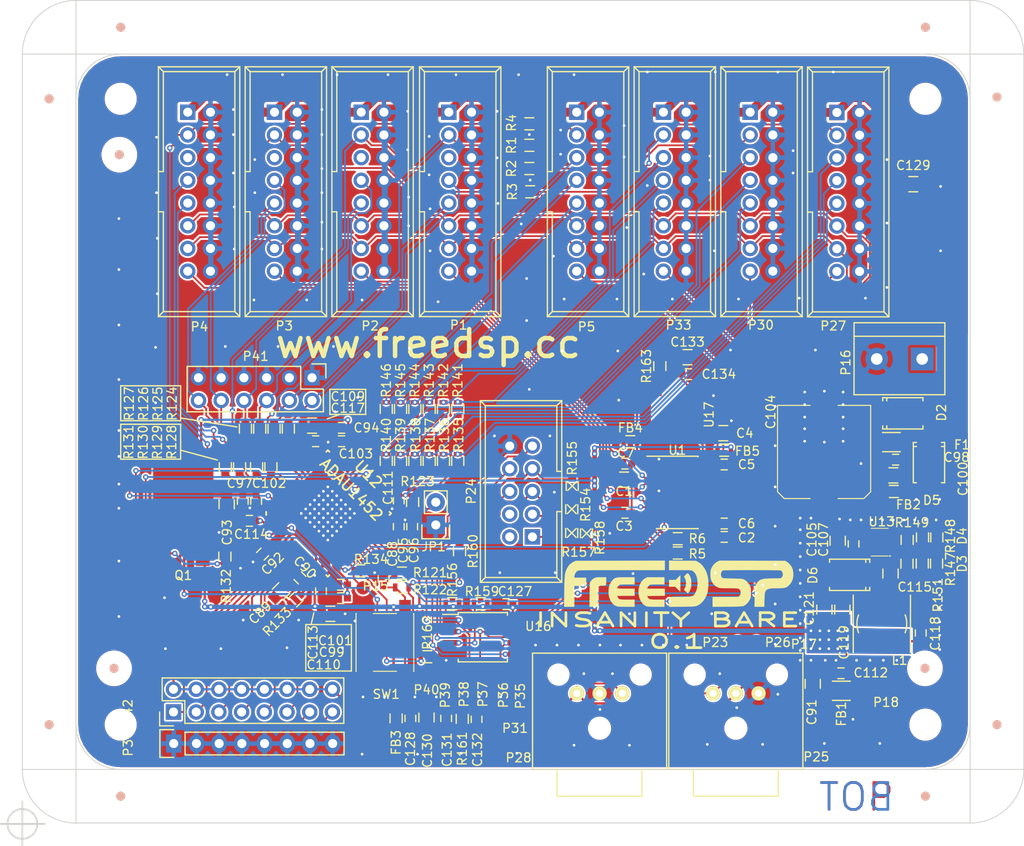
<source format=kicad_pcb>
(kicad_pcb (version 20171130) (host pcbnew "(5.1.4-0)")
  (layers (0 F.Cu signal) (31 B.Cu signal) (34 B.Paste user) (35 F.Paste user) (36 B.SilkS user) (37 F.SilkS user) (38 B.Mask user) (39 F.Mask user) (44 Edge.Cuts user))
  (net 0 "")
  (net 1 GND)
  (net 2 "Net-(C88-Pad1)")
  (net 3 +3.3VADC)
  (net 4 "Net-(C89-Pad1)")
  (net 5 "Net-(C90-Pad2)")
  (net 6 +1V2)
  (net 7 "Net-(C100-Pad1)")
  (net 8 "Net-(C104-Pad1)")
  (net 9 +3V3)
  (net 10 "Net-(C115-Pad2)")
  (net 11 "Net-(C115-Pad1)")
  (net 12 "Net-(C128-Pad1)")
  (net 13 VIN)
  (net 14 SPDIF_IN)
  (net 15 "Net-(C132-Pad1)")
  (net 16 "Net-(D2-Pad1)")
  (net 17 "Net-(D3-Pad2)")
  (net 18 "Net-(D4-Pad2)")
  (net 19 "Net-(JP1-Pad2)")
  (net 20 BCLK_OUT3)
  (net 21 SDATA_OUT3)
  (net 22 "Net-(P15-Pad1)")
  (net 23 SPDIF_OUT)
  (net 24 "Net-(P24-Pad6)")
  (net 25 "Net-(P24-Pad3)")
  (net 26 "Net-(P24-Pad1)")
  (net 27 MCLK_OUT0)
  (net 28 BCLK_OUT0)
  (net 29 SDATA_OUT0)
  (net 30 SDATA_IN0)
  (net 31 MCLK_OUT1)
  (net 32 BCLK_OUT1)
  (net 33 SDATA_OUT1)
  (net 34 SDATA_IN1)
  (net 35 LRCLK_OUT3\MP9)
  (net 36 BCLK_IN3)
  (net 37 SDATA_IN3)
  (net 38 MCLK_OUT2)
  (net 39 BCLK_OUT2)
  (net 40 SDATA_OUT2)
  (net 41 SDATA_IN2)
  (net 42 "Net-(P39-Pad1)")
  (net 43 BCLK_IN2)
  (net 44 BCLK_IN1)
  (net 45 BCLK_IN0)
  (net 46 MP7)
  (net 47 MP6)
  (net 48 AUXADC_5)
  (net 49 AUXADC_4)
  (net 50 AUXADC_3)
  (net 51 AUXADC_2)
  (net 52 AUXADC_1)
  (net 53 AUXADC_0)
  (net 54 "Net-(Q1-Pad1)")
  (net 55 ~RESET)
  (net 56 "Net-(R124-Pad2)")
  (net 57 "Net-(R125-Pad2)")
  (net 58 "Net-(R126-Pad2)")
  (net 59 "Net-(R127-Pad2)")
  (net 60 "Net-(R128-Pad2)")
  (net 61 "Net-(R129-Pad2)")
  (net 62 "Net-(R130-Pad2)")
  (net 63 "Net-(R131-Pad2)")
  (net 64 "Net-(R135-Pad2)")
  (net 65 "Net-(R136-Pad2)")
  (net 66 "Net-(R137-Pad2)")
  (net 67 "Net-(R138-Pad2)")
  (net 68 "Net-(R139-Pad2)")
  (net 69 "Net-(R140-Pad2)")
  (net 70 "Net-(R141-Pad2)")
  (net 71 "Net-(R142-Pad2)")
  (net 72 "Net-(R143-Pad2)")
  (net 73 "Net-(R144-Pad2)")
  (net 74 "Net-(R145-Pad2)")
  (net 75 "Net-(R146-Pad2)")
  (net 76 "Net-(R149-Pad1)")
  (net 77 "Net-(R159-Pad2)")
  (net 78 "Net-(R163-Pad2)")
  (net 79 MCLK_PLL_FBK)
  (net 80 MCLK)
  (net 81 REFCLK)
  (net 82 MCLK_IN1)
  (net 83 MCLK_IN0)
  (net 84 MCLK_OUT3)
  (net 85 SCL_M\SCLK_M\MP2)
  (net 86 SDA_M\MISO_M\MP3)
  (net 87 LRCLK_IN0\MP10)
  (net 88 LRCLK_IN1\MP11)
  (net 89 LRCLK_IN2\MP12)
  (net 90 MISO\SDA)
  (net 91 SCLK\SCL)
  (net 92 MOSI\ADDR1)
  (net 93 SS\ADDR0)
  (net 94 LRCLK_OUT0\MP4)
  (net 95 LRCLK_OUT1\MP5)
  (net 96 LRCLK_OUT2\MP8)
  (net 97 MOSI_M\MP1)
  (net 98 SS_M\MP0)
  (net 99 MCLK_IN2)
  (net 100 MCLK_IN3)
  (net 101 "Net-(P5-Pad3)")
  (net 102 "Net-(P27-Pad3)")
  (net 103 "Net-(P30-Pad3)")
  (net 104 "Net-(P33-Pad3)")
  (net 105 LRCLK_IN3\MP13)
  (net 106 "Net-(C1-Pad1)")
  (net 107 "Net-(R5-Pad2)")
  (net 108 "Net-(R6-Pad2)")
  (net 109 "Net-(C4-Pad1)")
  (module fdsp_capacitor:C_0805 (layer F.Cu) (at 161.3 112.6 180)
    (fp_text reference C1 (at 0 -1.3) (layer F.SilkS))
    (fp_text value 10u)
    (pad 2 smd rect (at 1 0 180) (size 1 1.25) (layers F.Cu F.Paste F.Mask) (net 1 GND))
    (pad 1 smd rect (at -1 0 180) (size 1 1.25) (layers F.Cu F.Paste F.Mask) (net 106 "Net-(C1-Pad1)"))
  )
  (module fdsp_capacitor:C_0805 (layer F.Cu) (at 172.4 107.4)
    (fp_text reference C4 (at 2.4 0) (layer F.SilkS))
    (fp_text value 10u)
    (pad 2 smd rect (at 1 0) (size 1 1.25) (layers F.Cu F.Paste F.Mask) (net 1 GND))
    (pad 1 smd rect (at -1 0) (size 1 1.25) (layers F.Cu F.Paste F.Mask) (net 109 "Net-(C4-Pad1)"))
  )
  (module fdsp_capacitor:C_0805 (layer F.Cu) (at 168.4 98.9)
    (fp_text reference C133 (at 0 -1.7) (layer F.SilkS))
    (fp_text value 10u)
    (pad 2 smd rect (at 1 0) (size 1 1.25) (layers F.Cu F.Paste F.Mask) (net 1 GND))
    (pad 1 smd rect (at -1 0) (size 1 1.25) (layers F.Cu F.Paste F.Mask) (net 106 "Net-(C1-Pad1)"))
  )
  (module fdsp_capacitor:C_0805 (layer F.Cu) (at 139.2 139.2 90)
    (fp_text reference C130 (at -3.7 0.1 90) (layer F.SilkS))
    (fp_text value 10u)
    (pad 2 smd rect (at 1 0 90) (size 1 1.25) (layers F.Cu F.Paste F.Mask) (net 1 GND))
    (pad 1 smd rect (at -1 0 90) (size 1 1.25) (layers F.Cu F.Paste F.Mask) (net 12 "Net-(C128-Pad1)"))
  )
  (module fdsp_capacitor:C_0805 (layer F.Cu) (at 193.65 79.55)
    (fp_text reference C129 (at 0 -2.1) (layer F.SilkS))
    (fp_text value 10u)
    (pad 2 smd rect (at 1 0) (size 1 1.25) (layers F.Cu F.Paste F.Mask) (net 13 VIN))
    (pad 1 smd rect (at -1 0) (size 1 1.25) (layers F.Cu F.Paste F.Mask) (net 1 GND))
  )
  (module fdsp_capacitor:C_0805 (layer F.Cu) (at 183.7 127.13 90)
    (fp_text reference C121 (at 0.13 -1.7 90) (layer F.SilkS))
    (fp_text value 10u)
    (pad 2 smd rect (at 1 0 90) (size 1 1.25) (layers F.Cu F.Paste F.Mask) (net 1 GND))
    (pad 1 smd rect (at -1 0 90) (size 1 1.25) (layers F.Cu F.Paste F.Mask) (net 9 +3V3))
  )
  (module fdsp_capacitor:C_0805 (layer F.Cu) (at 185.71 127.13 90)
    (fp_text reference C119 (at -3.67 0.19 90) (layer F.SilkS))
    (fp_text value 10u)
    (pad 2 smd rect (at 1 0 90) (size 1 1.25) (layers F.Cu F.Paste F.Mask) (net 1 GND))
    (pad 1 smd rect (at -1 0 90) (size 1 1.25) (layers F.Cu F.Paste F.Mask) (net 9 +3V3))
  )
  (module fdsp_capacitor:C_0805 (layer F.Cu) (at 128.45 127.6)
    (fp_text reference C110 (at -0.75 5.7) (layer F.SilkS))
    (fp_text value 10u)
    (pad 2 smd rect (at 1 0) (size 1 1.25) (layers F.Cu F.Paste F.Mask) (net 1 GND))
    (pad 1 smd rect (at -1 0) (size 1 1.25) (layers F.Cu F.Paste F.Mask) (net 9 +3V3))
  )
  (module fdsp_capacitor:C_0805 (layer F.Cu) (at 126.4 106.55)
    (fp_text reference C109 (at 4 -3.25) (layer F.SilkS))
    (fp_text value 10u)
    (pad 2 smd rect (at 1 0) (size 1 1.25) (layers F.Cu F.Paste F.Mask) (net 1 GND))
    (pad 1 smd rect (at -1 0) (size 1 1.25) (layers F.Cu F.Paste F.Mask) (net 9 +3V3))
  )
  (module fdsp_capacitor:C_0805 (layer F.Cu) (at 185.19 119.43 270)
    (fp_text reference C105 (at -0.13 2.89 90) (layer F.SilkS))
    (fp_text value 10u)
    (pad 2 smd rect (at 1 0 270) (size 1 1.25) (layers F.Cu F.Paste F.Mask) (net 1 GND))
    (pad 1 smd rect (at -1 0 270) (size 1 1.25) (layers F.Cu F.Paste F.Mask) (net 8 "Net-(C104-Pad1)"))
  )
  (module fdsp_capacitor:C_0805 (layer F.Cu) (at 191.42 112.12 180)
    (fp_text reference C100 (at -7.78 -0.38 90) (layer F.SilkS))
    (fp_text value 10u)
    (pad 2 smd rect (at 1 0 180) (size 1 1.25) (layers F.Cu F.Paste F.Mask) (net 1 GND))
    (pad 1 smd rect (at -1 0 180) (size 1 1.25) (layers F.Cu F.Paste F.Mask) (net 7 "Net-(C100-Pad1)"))
  )
  (module fdsp_capacitor:C_0805 (layer F.Cu) (at 116.85 115.35 270)
    (fp_text reference C93 (at 3.15 -0.05 90) (layer F.SilkS))
    (fp_text value 10u)
    (pad 2 smd rect (at 1 0 270) (size 1 1.25) (layers F.Cu F.Paste F.Mask) (net 1 GND))
    (pad 1 smd rect (at -1 0 270) (size 1 1.25) (layers F.Cu F.Paste F.Mask) (net 6 +1V2))
  )
  (module fdsp_capacitor:C_0805 (layer F.Cu) (at 182.4 135.43 90)
    (fp_text reference C91 (at -3.17 -0.1 90) (layer F.SilkS))
    (fp_text value 10u)
    (pad 2 smd rect (at 1 0 90) (size 1 1.25) (layers F.Cu F.Paste F.Mask) (net 1 GND))
    (pad 1 smd rect (at -1 0 90) (size 1 1.25) (layers F.Cu F.Paste F.Mask) (net 3 +3.3VADC))
  )
  (module fdsp_drillhole:Via_0.3mm_0.6mm (layer F.Cu) (at 173.9 138.1 90)
    (fp_text reference " " hide)
    (fp_text value " " hide)
    (pad 1 thru_hole circle (at 0 0 90) (size 0.6 0.6) (drill 0.3) (layers *.Cu *.Mask) (net 1 GND))
  )
  (module fdsp_drillhole:Via_0.3mm_0.6mm (layer F.Cu) (at 158.6 138.3 90)
    (fp_text reference " " hide)
    (fp_text value " " hide)
    (pad 1 thru_hole circle (at 0 0 90) (size 0.6 0.6) (drill 0.3) (layers *.Cu *.Mask) (net 1 GND))
  )
  (module fdsp_drillhole:Via_0.3mm_0.6mm (layer F.Cu) (at 160 134.3 90)
    (fp_text reference " " hide)
    (fp_text value " " hide)
    (pad 1 thru_hole circle (at 0 0 90) (size 0.6 0.6) (drill 0.3) (layers *.Cu *.Mask) (net 1 GND))
  )
  (module fdsp_drillhole:Via_0.3mm_0.6mm (layer F.Cu) (at 172 134.3 90)
    (fp_text reference " " hide)
    (fp_text value " " hide)
    (pad 1 thru_hole circle (at 0 0 90) (size 0.6 0.6) (drill 0.3) (layers *.Cu *.Mask) (net 1 GND))
  )
  (module fdsp_drillhole:Via_0.3mm_0.6mm (layer F.Cu) (at 131.2 128.4 90)
    (fp_text reference " " hide)
    (fp_text value " " hide)
    (pad 1 thru_hole circle (at 0 0 90) (size 0.6 0.6) (drill 0.3) (layers *.Cu *.Mask) (net 1 GND))
  )
  (module fdsp_drillhole:Via_0.3mm_0.6mm (layer F.Cu) (at 171.3 103.2 90)
    (fp_text reference " " hide)
    (fp_text value " " hide)
    (pad 1 thru_hole circle (at 0 0 90) (size 0.6 0.6) (drill 0.3) (layers *.Cu *.Mask) (net 1 GND))
  )
  (module fdsp_drillhole:Via_0.3mm_0.6mm (layer F.Cu) (at 173.3 106 90)
    (fp_text reference " " hide)
    (fp_text value " " hide)
    (pad 1 thru_hole circle (at 0 0 90) (size 0.6 0.6) (drill 0.3) (layers *.Cu *.Mask) (net 1 GND))
  )
  (module fdsp_drillhole:Via_0.3mm_0.6mm (layer F.Cu) (at 129 105 90)
    (fp_text reference " " hide)
    (fp_text value " " hide)
    (pad 1 thru_hole circle (at 0 0 90) (size 0.6 0.6) (drill 0.3) (layers *.Cu *.Mask) (net 1 GND))
  )
  (module fdsp_drillhole:Via_0.3mm_0.6mm (layer F.Cu) (at 196.6 114.8 90)
    (fp_text reference " " hide)
    (fp_text value " " hide)
    (pad 1 thru_hole circle (at 0 0 90) (size 0.6 0.6) (drill 0.3) (layers *.Cu *.Mask) (net 1 GND))
  )
  (module fdsp_drillhole:Via_0.3mm_0.6mm (layer F.Cu) (at 194 114.8 90)
    (fp_text reference " " hide)
    (fp_text value " " hide)
    (pad 1 thru_hole circle (at 0 0 90) (size 0.6 0.6) (drill 0.3) (layers *.Cu *.Mask) (net 1 GND))
  )
  (module fdsp_drillhole:Via_0.3mm_0.6mm (layer F.Cu) (at 118.7 128.3 90)
    (fp_text reference " " hide)
    (fp_text value " " hide)
    (pad 1 thru_hole circle (at 0 0 90) (size 0.6 0.6) (drill 0.3) (layers *.Cu *.Mask) (net 1 GND))
  )
  (module fdsp_drillhole:Via_0.3mm_0.6mm (layer F.Cu) (at 124.9 128.3 90)
    (fp_text reference " " hide)
    (fp_text value " " hide)
    (pad 1 thru_hole circle (at 0 0 90) (size 0.6 0.6) (drill 0.3) (layers *.Cu *.Mask) (net 1 GND))
  )
  (module fdsp_drillhole:Via_0.3mm_0.6mm (layer F.Cu) (at 145.1 136.9)
    (fp_text reference " " hide)
    (fp_text value " " hide)
    (pad 1 thru_hole circle (at 0 0) (size 0.6 0.6) (drill 0.3) (layers *.Cu *.Mask) (net 1 GND))
  )
  (module fdsp_drillhole:Via_0.3mm_0.6mm (layer F.Cu) (at 147.5 136.9)
    (fp_text reference " " hide)
    (fp_text value " " hide)
    (pad 1 thru_hole circle (at 0 0) (size 0.6 0.6) (drill 0.3) (layers *.Cu *.Mask) (net 1 GND))
  )
  (module fdsp_drillhole:Via_0.3mm_0.6mm (layer F.Cu) (at 132.1 136.9)
    (fp_text reference " " hide)
    (fp_text value " " hide)
    (pad 1 thru_hole circle (at 0 0) (size 0.6 0.6) (drill 0.3) (layers *.Cu *.Mask) (net 1 GND))
  )
  (module fdsp_drillhole:Via_0.3mm_0.6mm (layer F.Cu) (at 134.5 136.9)
    (fp_text reference " " hide)
    (fp_text value " " hide)
    (pad 1 thru_hole circle (at 0 0) (size 0.6 0.6) (drill 0.3) (layers *.Cu *.Mask) (net 1 GND))
  )
  (module fdsp_drillhole:Via_0.3mm_0.6mm (layer F.Cu) (at 137.9 136.9)
    (fp_text reference " " hide)
    (fp_text value " " hide)
    (pad 1 thru_hole circle (at 0 0) (size 0.6 0.6) (drill 0.3) (layers *.Cu *.Mask) (net 1 GND))
  )
  (module fdsp_drillhole:Via_0.3mm_0.6mm (layer F.Cu) (at 140.3 136.9)
    (fp_text reference " " hide)
    (fp_text value " " hide)
    (pad 1 thru_hole circle (at 0 0) (size 0.6 0.6) (drill 0.3) (layers *.Cu *.Mask) (net 1 GND))
  )
  (module fdsp_drillhole:Via_0.3mm_0.6mm (layer F.Cu) (at 104.8 110)
    (fp_text reference " " hide)
    (fp_text value " " hide)
    (pad 1 thru_hole circle (at 0 0) (size 0.6 0.6) (drill 0.3) (layers *.Cu *.Mask) (net 1 GND))
  )
  (module fdsp_drillhole:Via_0.3mm_0.6mm (layer F.Cu) (at 153.5 114)
    (fp_text reference " " hide)
    (fp_text value " " hide)
    (pad 1 thru_hole circle (at 0 0) (size 0.6 0.6) (drill 0.3) (layers *.Cu *.Mask) (net 1 GND))
  )
  (module fdsp_drillhole:Via_0.3mm_0.6mm (layer F.Cu) (at 159.7 118.6)
    (fp_text reference " " hide)
    (fp_text value " " hide)
    (pad 1 thru_hole circle (at 0 0) (size 0.6 0.6) (drill 0.3) (layers *.Cu *.Mask) (net 1 GND))
  )
  (module fdsp_drillhole:Via_0.3mm_0.6mm (layer F.Cu) (at 167.3 109.7)
    (fp_text reference " " hide)
    (fp_text value " " hide)
    (pad 1 thru_hole circle (at 0 0) (size 0.6 0.6) (drill 0.3) (layers *.Cu *.Mask) (net 1 GND))
  )
  (module fdsp_drillhole:Via_0.3mm_0.6mm (layer F.Cu) (at 187.8 110.8 90)
    (fp_text reference " " hide)
    (fp_text value " " hide)
    (pad 1 thru_hole circle (at 0 0 90) (size 0.6 0.6) (drill 0.3) (layers *.Cu *.Mask) (net 1 GND))
  )
  (module fdsp_drillhole:Via_0.3mm_0.6mm (layer F.Cu) (at 110 131.5 90)
    (fp_text reference " " hide)
    (fp_text value " " hide)
    (pad 1 thru_hole circle (at 0 0 90) (size 0.6 0.6) (drill 0.3) (layers *.Cu *.Mask) (net 1 GND))
  )
  (module fdsp_drillhole:Via_0.3mm_0.6mm (layer F.Cu) (at 116.2 131.5 90)
    (fp_text reference " " hide)
    (fp_text value " " hide)
    (pad 1 thru_hole circle (at 0 0 90) (size 0.6 0.6) (drill 0.3) (layers *.Cu *.Mask) (net 1 GND))
  )
  (module fdsp_drillhole:Via_0.3mm_0.6mm (layer F.Cu) (at 109 80.5)
    (fp_text reference " " hide)
    (fp_text value " " hide)
    (pad 1 thru_hole circle (at 0 0) (size 0.6 0.6) (drill 0.3) (layers *.Cu *.Mask) (net 1 GND))
  )
  (module fdsp_drillhole:Via_0.3mm_0.6mm (layer F.Cu) (at 109 74.3)
    (fp_text reference " " hide)
    (fp_text value " " hide)
    (pad 1 thru_hole circle (at 0 0) (size 0.6 0.6) (drill 0.3) (layers *.Cu *.Mask) (net 1 GND))
  )
  (module fdsp_drillhole:Via_0.3mm_0.6mm (layer F.Cu) (at 109.1 85.6)
    (fp_text reference " " hide)
    (fp_text value " " hide)
    (pad 1 thru_hole circle (at 0 0) (size 0.6 0.6) (drill 0.3) (layers *.Cu *.Mask) (net 1 GND))
  )
  (module fdsp_drillhole:Via_0.3mm_0.6mm (layer F.Cu) (at 109.1 91.8)
    (fp_text reference " " hide)
    (fp_text value " " hide)
    (pad 1 thru_hole circle (at 0 0) (size 0.6 0.6) (drill 0.3) (layers *.Cu *.Mask) (net 1 GND))
  )
  (module fdsp_drillhole:Via_0.3mm_0.6mm (layer F.Cu) (at 108.9 97.8)
    (fp_text reference " " hide)
    (fp_text value " " hide)
    (pad 1 thru_hole circle (at 0 0) (size 0.6 0.6) (drill 0.3) (layers *.Cu *.Mask) (net 1 GND))
  )
  (module fdsp_drillhole:Via_0.3mm_0.6mm (layer F.Cu) (at 108.9 104)
    (fp_text reference " " hide)
    (fp_text value " " hide)
    (pad 1 thru_hole circle (at 0 0) (size 0.6 0.6) (drill 0.3) (layers *.Cu *.Mask) (net 1 GND))
  )
  (module fdsp_drillhole:Via_0.3mm_0.6mm (layer F.Cu) (at 196.7 87 90)
    (fp_text reference " " hide)
    (fp_text value " " hide)
    (pad 1 thru_hole circle (at 0 0 90) (size 0.6 0.6) (drill 0.3) (layers *.Cu *.Mask) (net 1 GND))
  )
  (module fdsp_drillhole:Via_0.3mm_0.6mm (layer F.Cu) (at 196.7 79.8 90)
    (fp_text reference " " hide)
    (fp_text value " " hide)
    (pad 1 thru_hole circle (at 0 0 90) (size 0.6 0.6) (drill 0.3) (layers *.Cu *.Mask) (net 1 GND))
  )
  (module fdsp_drillhole:Via_0.3mm_0.6mm (layer F.Cu) (at 188.3 92.3 90)
    (fp_text reference " " hide)
    (fp_text value " " hide)
    (pad 1 thru_hole circle (at 0 0 90) (size 0.6 0.6) (drill 0.3) (layers *.Cu *.Mask) (net 1 GND))
  )
  (module fdsp_drillhole:Via_0.3mm_0.6mm (layer F.Cu) (at 180.9 92.3 90)
    (fp_text reference " " hide)
    (fp_text value " " hide)
    (pad 1 thru_hole circle (at 0 0 90) (size 0.6 0.6) (drill 0.3) (layers *.Cu *.Mask) (net 1 GND))
  )
  (module fdsp_drillhole:Via_0.3mm_0.6mm (layer F.Cu) (at 160.5 92.4 90)
    (fp_text reference " " hide)
    (fp_text value " " hide)
    (pad 1 thru_hole circle (at 0 0 90) (size 0.6 0.6) (drill 0.3) (layers *.Cu *.Mask) (net 1 GND))
  )
  (module fdsp_drillhole:Via_0.3mm_0.6mm (layer F.Cu) (at 166.7 92.4 90)
    (fp_text reference " " hide)
    (fp_text value " " hide)
    (pad 1 thru_hole circle (at 0 0 90) (size 0.6 0.6) (drill 0.3) (layers *.Cu *.Mask) (net 1 GND))
  )
  (module fdsp_drillhole:Via_0.3mm_0.6mm (layer F.Cu) (at 154.6 92.4 90)
    (fp_text reference " " hide)
    (fp_text value " " hide)
    (pad 1 thru_hole circle (at 0 0 90) (size 0.6 0.6) (drill 0.3) (layers *.Cu *.Mask) (net 1 GND))
  )
  (module fdsp_drillhole:Via_0.3mm_0.6mm (layer F.Cu) (at 174.1 92.4 90)
    (fp_text reference " " hide)
    (fp_text value " " hide)
    (pad 1 thru_hole circle (at 0 0 90) (size 0.6 0.6) (drill 0.3) (layers *.Cu *.Mask) (net 1 GND))
  )
  (module fdsp_drillhole:Via_0.3mm_0.6mm (layer F.Cu) (at 119.9 92.5 90)
    (fp_text reference " " hide)
    (fp_text value " " hide)
    (pad 1 thru_hole circle (at 0 0 90) (size 0.6 0.6) (drill 0.3) (layers *.Cu *.Mask) (net 1 GND))
  )
  (module fdsp_drillhole:Via_0.3mm_0.6mm (layer F.Cu) (at 140.5 92.7 90)
    (fp_text reference " " hide)
    (fp_text value " " hide)
    (pad 1 thru_hole circle (at 0 0 90) (size 0.6 0.6) (drill 0.3) (layers *.Cu *.Mask) (net 1 GND))
  )
  (module fdsp_drillhole:Via_0.3mm_0.6mm (layer F.Cu) (at 125.8 92.5 90)
    (fp_text reference " " hide)
    (fp_text value " " hide)
    (pad 1 thru_hole circle (at 0 0 90) (size 0.6 0.6) (drill 0.3) (layers *.Cu *.Mask) (net 1 GND))
  )
  (module fdsp_drillhole:Via_0.3mm_0.6mm (layer F.Cu) (at 132 92.5 90)
    (fp_text reference " " hide)
    (fp_text value " " hide)
    (pad 1 thru_hole circle (at 0 0 90) (size 0.6 0.6) (drill 0.3) (layers *.Cu *.Mask) (net 1 GND))
  )
  (module fdsp_drillhole:Via_0.3mm_0.6mm (layer F.Cu) (at 150.7 74)
    (fp_text reference " " hide)
    (fp_text value " " hide)
    (pad 1 thru_hole circle (at 0 0) (size 0.6 0.6) (drill 0.3) (layers *.Cu *.Mask) (net 1 GND))
  )
  (module fdsp_drillhole:Via_0.3mm_0.6mm (layer F.Cu) (at 150.8 79.1)
    (fp_text reference " " hide)
    (fp_text value " " hide)
    (pad 1 thru_hole circle (at 0 0) (size 0.6 0.6) (drill 0.3) (layers *.Cu *.Mask) (net 1 GND))
  )
  (module fdsp_drillhole:Via_0.3mm_0.6mm (layer F.Cu) (at 147.2 81.7)
    (fp_text reference " " hide)
    (fp_text value " " hide)
    (pad 1 thru_hole circle (at 0 0) (size 0.6 0.6) (drill 0.3) (layers *.Cu *.Mask) (net 1 GND))
  )
  (module fdsp_drillhole:Via_0.3mm_0.6mm (layer F.Cu) (at 149.8 84)
    (fp_text reference " " hide)
    (fp_text value " " hide)
    (pad 1 thru_hole circle (at 0 0) (size 0.6 0.6) (drill 0.3) (layers *.Cu *.Mask) (net 1 GND))
  )
  (module fdsp_drillhole:Via_0.3mm_0.6mm (layer F.Cu) (at 153.4 87.6)
    (fp_text reference " " hide)
    (fp_text value " " hide)
    (pad 1 thru_hole circle (at 0 0) (size 0.6 0.6) (drill 0.3) (layers *.Cu *.Mask) (net 1 GND))
  )
  (module fdsp_drillhole:Via_0.3mm_0.6mm (layer F.Cu) (at 163.5 89.6)
    (fp_text reference " " hide)
    (fp_text value " " hide)
    (pad 1 thru_hole circle (at 0 0) (size 0.6 0.6) (drill 0.3) (layers *.Cu *.Mask) (net 1 GND))
  )
  (module fdsp_drillhole:Via_0.3mm_0.6mm (layer F.Cu) (at 161.6 84.4)
    (fp_text reference " " hide)
    (fp_text value " " hide)
    (pad 1 thru_hole circle (at 0 0) (size 0.6 0.6) (drill 0.3) (layers *.Cu *.Mask) (net 1 GND))
  )
  (module fdsp_drillhole:Via_0.3mm_0.6mm (layer F.Cu) (at 163.9 79.7)
    (fp_text reference " " hide)
    (fp_text value " " hide)
    (pad 1 thru_hole circle (at 0 0) (size 0.6 0.6) (drill 0.3) (layers *.Cu *.Mask) (net 1 GND))
  )
  (module fdsp_drillhole:Via_0.3mm_0.6mm (layer F.Cu) (at 171.5 67 90)
    (fp_text reference " " hide)
    (fp_text value " " hide)
    (pad 1 thru_hole circle (at 0 0 90) (size 0.6 0.6) (drill 0.3) (layers *.Cu *.Mask) (net 1 GND))
  )
  (module fdsp_drillhole:Via_0.3mm_0.6mm (layer F.Cu) (at 184.7 67 90)
    (fp_text reference " " hide)
    (fp_text value " " hide)
    (pad 1 thru_hole circle (at 0 0 90) (size 0.6 0.6) (drill 0.3) (layers *.Cu *.Mask) (net 1 GND))
  )
  (module fdsp_drillhole:Via_0.3mm_0.6mm (layer F.Cu) (at 163.9 67 90)
    (fp_text reference " " hide)
    (fp_text value " " hide)
    (pad 1 thru_hole circle (at 0 0 90) (size 0.6 0.6) (drill 0.3) (layers *.Cu *.Mask) (net 1 GND))
  )
  (module fdsp_drillhole:Via_0.3mm_0.6mm (layer F.Cu) (at 178.5 67 90)
    (fp_text reference " " hide)
    (fp_text value " " hide)
    (pad 1 thru_hole circle (at 0 0 90) (size 0.6 0.6) (drill 0.3) (layers *.Cu *.Mask) (net 1 GND))
  )
  (module fdsp_drillhole:Via_0.3mm_0.6mm (layer F.Cu) (at 142.5 67.3 90)
    (fp_text reference " " hide)
    (fp_text value " " hide)
    (pad 1 thru_hole circle (at 0 0 90) (size 0.6 0.6) (drill 0.3) (layers *.Cu *.Mask) (net 1 GND))
  )
  (module fdsp_drillhole:Via_0.3mm_0.6mm (layer F.Cu) (at 149.5 67.3 90)
    (fp_text reference " " hide)
    (fp_text value " " hide)
    (pad 1 thru_hole circle (at 0 0 90) (size 0.6 0.6) (drill 0.3) (layers *.Cu *.Mask) (net 1 GND))
  )
  (module fdsp_drillhole:Via_0.3mm_0.6mm (layer F.Cu) (at 173.2 98.1 180)
    (fp_text reference " " hide)
    (fp_text value " " hide)
    (pad 1 thru_hole circle (at 0 0 180) (size 0.6 0.6) (drill 0.3) (layers *.Cu *.Mask) (net 1 GND))
  )
  (module fdsp_drillhole:Via_0.3mm_0.6mm (layer F.Cu) (at 123.1 67.3 90)
    (fp_text reference " " hide)
    (fp_text value " " hide)
    (pad 1 thru_hole circle (at 0 0 90) (size 0.6 0.6) (drill 0.3) (layers *.Cu *.Mask) (net 1 GND))
  )
  (module fdsp_drillhole:Via_0.3mm_0.6mm (layer F.Cu) (at 154.2 76.2 180)
    (fp_text reference " " hide)
    (fp_text value " " hide)
    (pad 1 thru_hole circle (at 0 0 180) (size 0.6 0.6) (drill 0.3) (layers *.Cu *.Mask) (net 1 GND))
  )
  (module fdsp_drillhole:Via_0.3mm_0.6mm (layer F.Cu) (at 154.2 73.5 180)
    (fp_text reference " " hide)
    (fp_text value " " hide)
    (pad 1 thru_hole circle (at 0 0 180) (size 0.6 0.6) (drill 0.3) (layers *.Cu *.Mask) (net 1 GND))
  )
  (module fdsp_drillhole:Via_0.3mm_0.6mm (layer F.Cu) (at 134.9 67.3 90)
    (fp_text reference " " hide)
    (fp_text value " " hide)
    (pad 1 thru_hole circle (at 0 0 90) (size 0.6 0.6) (drill 0.3) (layers *.Cu *.Mask) (net 1 GND))
  )
  (module fdsp_drillhole:Via_0.3mm_0.6mm (layer F.Cu) (at 129.2 67.3 90)
    (fp_text reference " " hide)
    (fp_text value " " hide)
    (pad 1 thru_hole circle (at 0 0 90) (size 0.6 0.6) (drill 0.3) (layers *.Cu *.Mask) (net 1 GND))
  )
  (module fdsp_drillhole:Via_0.3mm_0.6mm (layer F.Cu) (at 116.9 67.3 90)
    (fp_text reference " " hide)
    (fp_text value " " hide)
    (pad 1 thru_hole circle (at 0 0 90) (size 0.6 0.6) (drill 0.3) (layers *.Cu *.Mask) (net 1 GND))
  )
  (module fdsp_drillhole:Via_0.3mm_0.6mm (layer F.Cu) (at 155.7 67.3 90)
    (fp_text reference " " hide)
    (fp_text value " " hide)
    (pad 1 thru_hole circle (at 0 0 90) (size 0.6 0.6) (drill 0.3) (layers *.Cu *.Mask) (net 1 GND))
  )
  (module fdsp_drillhole:Via_0.3mm_0.6mm (layer F.Cu) (at 117.6 71.2 90)
    (fp_text reference " " hide)
    (fp_text value " " hide)
    (pad 1 thru_hole circle (at 0 0 90) (size 0.6 0.6) (drill 0.3) (layers *.Cu *.Mask) (net 1 GND))
  )
  (module fdsp_drillhole:Via_0.3mm_0.6mm (layer F.Cu) (at 127.5 71.2 90)
    (fp_text reference " " hide)
    (fp_text value " " hide)
    (pad 1 thru_hole circle (at 0 0 90) (size 0.6 0.6) (drill 0.3) (layers *.Cu *.Mask) (net 1 GND))
  )
  (module fdsp_drillhole:Via_0.3mm_0.6mm (layer F.Cu) (at 127.5 74 90)
    (fp_text reference " " hide)
    (fp_text value " " hide)
    (pad 1 thru_hole circle (at 0 0 90) (size 0.6 0.6) (drill 0.3) (layers *.Cu *.Mask) (net 1 GND))
  )
  (module fdsp_drillhole:Via_0.3mm_0.6mm (layer F.Cu) (at 127.5 83.8 90)
    (fp_text reference " " hide)
    (fp_text value " " hide)
    (pad 1 thru_hole circle (at 0 0 90) (size 0.6 0.6) (drill 0.3) (layers *.Cu *.Mask) (net 1 GND))
  )
  (module fdsp_drillhole:Via_0.3mm_0.6mm (layer F.Cu) (at 137.1 71.4 90)
    (fp_text reference " " hide)
    (fp_text value " " hide)
    (pad 1 thru_hole circle (at 0 0 90) (size 0.6 0.6) (drill 0.3) (layers *.Cu *.Mask) (net 1 GND))
  )
  (module fdsp_drillhole:Via_0.3mm_0.6mm (layer F.Cu) (at 137.2 81 90)
    (fp_text reference " " hide)
    (fp_text value " " hide)
    (pad 1 thru_hole circle (at 0 0 90) (size 0.6 0.6) (drill 0.3) (layers *.Cu *.Mask) (net 1 GND))
  )
  (module fdsp_drillhole:Via_0.3mm_0.6mm (layer F.Cu) (at 137.2 84.2)
    (fp_text reference " " hide)
    (fp_text value " " hide)
    (pad 1 thru_hole circle (at 0 0) (size 0.6 0.6) (drill 0.3) (layers *.Cu *.Mask) (net 1 GND))
  )
  (module fdsp_drillhole:Via_0.3mm_0.6mm (layer F.Cu) (at 137.1 75.7)
    (fp_text reference " " hide)
    (fp_text value " " hide)
    (pad 1 thru_hole circle (at 0 0) (size 0.6 0.6) (drill 0.3) (layers *.Cu *.Mask) (net 1 GND))
  )
  (module fdsp_drillhole:Via_0.3mm_0.6mm (layer F.Cu) (at 139.5 74.2 90)
    (fp_text reference " " hide)
    (fp_text value " " hide)
    (pad 1 thru_hole circle (at 0 0 90) (size 0.6 0.6) (drill 0.3) (layers *.Cu *.Mask) (net 1 GND))
  )
  (module fdsp_drillhole:Via_0.3mm_0.6mm (layer F.Cu) (at 139.6 82.3 90)
    (fp_text reference " " hide)
    (fp_text value " " hide)
    (pad 1 thru_hole circle (at 0 0 90) (size 0.6 0.6) (drill 0.3) (layers *.Cu *.Mask) (net 1 GND))
  )
  (module fdsp_drillhole:Via_0.3mm_0.6mm (layer F.Cu) (at 139.6 87)
    (fp_text reference " " hide)
    (fp_text value " " hide)
    (pad 1 thru_hole circle (at 0 0) (size 0.6 0.6) (drill 0.3) (layers *.Cu *.Mask) (net 1 GND))
  )
  (module fdsp_drillhole:Via_0.3mm_0.6mm (layer F.Cu) (at 139.5 78.5)
    (fp_text reference " " hide)
    (fp_text value " " hide)
    (pad 1 thru_hole circle (at 0 0) (size 0.6 0.6) (drill 0.3) (layers *.Cu *.Mask) (net 1 GND))
  )
  (module fdsp_drillhole:Via_0.3mm_0.6mm (layer F.Cu) (at 117.7 82.1 90)
    (fp_text reference " " hide)
    (fp_text value " " hide)
    (pad 1 thru_hole circle (at 0 0 90) (size 0.6 0.6) (drill 0.3) (layers *.Cu *.Mask) (net 1 GND))
  )
  (module fdsp_drillhole:Via_0.3mm_0.6mm (layer F.Cu) (at 117.7 86.8)
    (fp_text reference " " hide)
    (fp_text value " " hide)
    (pad 1 thru_hole circle (at 0 0) (size 0.6 0.6) (drill 0.3) (layers *.Cu *.Mask) (net 1 GND))
  )
  (module fdsp_drillhole:Via_0.3mm_0.6mm (layer F.Cu) (at 117.6 74 90)
    (fp_text reference " " hide)
    (fp_text value " " hide)
    (pad 1 thru_hole circle (at 0 0 90) (size 0.6 0.6) (drill 0.3) (layers *.Cu *.Mask) (net 1 GND))
  )
  (module fdsp_drillhole:Via_0.3mm_0.6mm (layer F.Cu) (at 120 80.5 90)
    (fp_text reference " " hide)
    (fp_text value " " hide)
    (pad 1 thru_hole circle (at 0 0 90) (size 0.6 0.6) (drill 0.3) (layers *.Cu *.Mask) (net 1 GND))
  )
  (module fdsp_drillhole:Via_0.3mm_0.6mm (layer F.Cu) (at 127.5 86.8 90)
    (fp_text reference " " hide)
    (fp_text value " " hide)
    (pad 1 thru_hole circle (at 0 0 90) (size 0.6 0.6) (drill 0.3) (layers *.Cu *.Mask) (net 1 GND))
  )
  (module fdsp_drillhole:Via_0.3mm_0.6mm (layer F.Cu) (at 171.4 87 90)
    (fp_text reference " " hide)
    (fp_text value " " hide)
    (pad 1 thru_hole circle (at 0 0 90) (size 0.6 0.6) (drill 0.3) (layers *.Cu *.Mask) (net 1 GND))
  )
  (module fdsp_drillhole:Via_0.3mm_0.6mm (layer F.Cu) (at 186.9 139.4 90)
    (fp_text reference " " hide)
    (fp_text value " " hide)
    (pad 1 thru_hole circle (at 0 0 90) (size 0.6 0.6) (drill 0.3) (layers *.Cu *.Mask) (net 1 GND))
  )
  (module fdsp_drillhole:Via_0.3mm_0.6mm (layer F.Cu) (at 178.5 136.6 90)
    (fp_text reference " " hide)
    (fp_text value " " hide)
    (pad 1 thru_hole circle (at 0 0 90) (size 0.6 0.6) (drill 0.3) (layers *.Cu *.Mask) (net 1 GND))
  )
  (module fdsp_drillhole:Via_0.3mm_0.6mm (layer F.Cu) (at 156.8 134.3 90)
    (fp_text reference " " hide)
    (fp_text value " " hide)
    (pad 1 thru_hole circle (at 0 0 90) (size 0.6 0.6) (drill 0.3) (layers *.Cu *.Mask) (net 1 GND))
  )
  (module fdsp_drillhole:Via_0.3mm_0.6mm (layer F.Cu) (at 109.9 125.8 90)
    (fp_text reference " " hide)
    (fp_text value " " hide)
    (pad 1 thru_hole circle (at 0 0 90) (size 0.6 0.6) (drill 0.3) (layers *.Cu *.Mask) (net 1 GND))
  )
  (module fdsp_drillhole:Via_0.3mm_0.6mm (layer F.Cu) (at 160.7 103.7 90)
    (fp_text reference " " hide)
    (fp_text value " " hide)
    (pad 1 thru_hole circle (at 0 0 90) (size 0.6 0.6) (drill 0.3) (layers *.Cu *.Mask) (net 1 GND))
  )
  (module fdsp_drillhole:Via_0.3mm_0.6mm (layer F.Cu) (at 150.7 102.5 90)
    (fp_text reference " " hide)
    (fp_text value " " hide)
    (pad 1 thru_hole circle (at 0 0 90) (size 0.6 0.6) (drill 0.3) (layers *.Cu *.Mask) (net 1 GND))
  )
  (module fdsp_drillhole:Via_0.3mm_0.6mm (layer F.Cu) (at 131.5 103.4 90)
    (fp_text reference " " hide)
    (fp_text value " " hide)
    (pad 1 thru_hole circle (at 0 0 90) (size 0.6 0.6) (drill 0.3) (layers *.Cu *.Mask) (net 1 GND))
  )
  (module fdsp_drillhole:Via_0.3mm_0.6mm (layer F.Cu) (at 123.6 131.4 90)
    (fp_text reference " " hide)
    (fp_text value " " hide)
    (pad 1 thru_hole circle (at 0 0 90) (size 0.6 0.6) (drill 0.3) (layers *.Cu *.Mask) (net 1 GND))
  )
  (module fdsp_drillhole:Via_0.3mm_0.6mm (layer F.Cu) (at 129.8 131.4 90)
    (fp_text reference " " hide)
    (fp_text value " " hide)
    (pad 1 thru_hole circle (at 0 0 90) (size 0.6 0.6) (drill 0.3) (layers *.Cu *.Mask) (net 1 GND))
  )
  (module fdsp_drillhole:Via_0.3mm_0.6mm (layer F.Cu) (at 147.4 123 90)
    (fp_text reference " " hide)
    (fp_text value " " hide)
    (pad 1 thru_hole circle (at 0 0 90) (size 0.6 0.6) (drill 0.3) (layers *.Cu *.Mask) (net 1 GND))
  )
  (module fdsp_drillhole:Via_0.3mm_0.6mm (layer F.Cu) (at 153.6 123 90)
    (fp_text reference " " hide)
    (fp_text value " " hide)
    (pad 1 thru_hole circle (at 0 0 90) (size 0.6 0.6) (drill 0.3) (layers *.Cu *.Mask) (net 1 GND))
  )
  (module fdsp_drillhole:Via_0.3mm_0.6mm (layer F.Cu) (at 146.8 107.7 90)
    (fp_text reference " " hide)
    (fp_text value " " hide)
    (pad 1 thru_hole circle (at 0 0 90) (size 0.6 0.6) (drill 0.3) (layers *.Cu *.Mask) (net 1 GND))
  )
  (module fdsp_drillhole:Via_0.3mm_0.6mm (layer F.Cu) (at 153 107.7 90)
    (fp_text reference " " hide)
    (fp_text value " " hide)
    (pad 1 thru_hole circle (at 0 0 90) (size 0.6 0.6) (drill 0.3) (layers *.Cu *.Mask) (net 1 GND))
  )
  (module fdsp_drillhole:Via_0.3mm_0.6mm (layer F.Cu) (at 132 143.3 90)
    (fp_text reference " " hide)
    (fp_text value " " hide)
    (pad 1 thru_hole circle (at 0 0 90) (size 0.6 0.6) (drill 0.3) (layers *.Cu *.Mask) (net 1 GND))
  )
  (module fdsp_drillhole:Via_0.3mm_0.6mm (layer F.Cu) (at 138.2 143.3 90)
    (fp_text reference " " hide)
    (fp_text value " " hide)
    (pad 1 thru_hole circle (at 0 0 90) (size 0.6 0.6) (drill 0.3) (layers *.Cu *.Mask) (net 1 GND))
  )
  (module fdsp_drillhole:Via_0.3mm_0.6mm (layer F.Cu) (at 143.1 143.2 90)
    (fp_text reference " " hide)
    (fp_text value " " hide)
    (pad 1 thru_hole circle (at 0 0 90) (size 0.6 0.6) (drill 0.3) (layers *.Cu *.Mask) (net 1 GND))
  )
  (module fdsp_drillhole:Via_0.3mm_0.6mm (layer F.Cu) (at 149.3 143.2 90)
    (fp_text reference " " hide)
    (fp_text value " " hide)
    (pad 1 thru_hole circle (at 0 0 90) (size 0.6 0.6) (drill 0.3) (layers *.Cu *.Mask) (net 1 GND))
  )
  (module fdsp_drillhole:Via_0.3mm_0.6mm (layer F.Cu) (at 183.7 142.1 90)
    (fp_text reference " " hide)
    (fp_text value " " hide)
    (pad 1 thru_hole circle (at 0 0 90) (size 0.6 0.6) (drill 0.3) (layers *.Cu *.Mask) (net 1 GND))
  )
  (module fdsp_drillhole:Via_0.3mm_0.6mm (layer F.Cu) (at 189.9 142.1 90)
    (fp_text reference " " hide)
    (fp_text value " " hide)
    (pad 1 thru_hole circle (at 0 0 90) (size 0.6 0.6) (drill 0.3) (layers *.Cu *.Mask) (net 1 GND))
  )
  (module fdsp_drillhole:Via_0.3mm_0.6mm (layer F.Cu) (at 170.6 142.2 90)
    (fp_text reference " " hide)
    (fp_text value " " hide)
    (pad 1 thru_hole circle (at 0 0 90) (size 0.6 0.6) (drill 0.3) (layers *.Cu *.Mask) (net 1 GND))
  )
  (module fdsp_drillhole:Via_0.3mm_0.6mm (layer F.Cu) (at 176.8 142.2 90)
    (fp_text reference " " hide)
    (fp_text value " " hide)
    (pad 1 thru_hole circle (at 0 0 90) (size 0.6 0.6) (drill 0.3) (layers *.Cu *.Mask) (net 1 GND))
  )
  (module fdsp_drillhole:Via_0.3mm_0.6mm (layer F.Cu) (at 155.7 142.3 90)
    (fp_text reference " " hide)
    (fp_text value " " hide)
    (pad 1 thru_hole circle (at 0 0 90) (size 0.6 0.6) (drill 0.3) (layers *.Cu *.Mask) (net 1 GND))
  )
  (module fdsp_drillhole:Via_0.3mm_0.6mm (layer F.Cu) (at 161.9 142.3 90)
    (fp_text reference " " hide)
    (fp_text value " " hide)
    (pad 1 thru_hole circle (at 0 0 90) (size 0.6 0.6) (drill 0.3) (layers *.Cu *.Mask) (net 1 GND))
  )
  (module fdsp_drillhole:Via_0.3mm_0.6mm (layer F.Cu) (at 161.9 127.6)
    (fp_text reference " " hide)
    (fp_text value " " hide)
    (pad 1 thru_hole circle (at 0 0) (size 0.6 0.6) (drill 0.3) (layers *.Cu *.Mask) (net 1 GND))
  )
  (module fdsp_drillhole:Via_0.3mm_0.6mm (layer F.Cu) (at 162.3 123.1)
    (fp_text reference " " hide)
    (fp_text value " " hide)
    (pad 1 thru_hole circle (at 0 0) (size 0.6 0.6) (drill 0.3) (layers *.Cu *.Mask) (net 1 GND))
  )
  (module fdsp_drillhole:Via_0.3mm_0.6mm (layer F.Cu) (at 171.5 123)
    (fp_text reference " " hide)
    (fp_text value " " hide)
    (pad 1 thru_hole circle (at 0 0) (size 0.6 0.6) (drill 0.3) (layers *.Cu *.Mask) (net 1 GND))
  )
  (module fdsp_drillhole:Via_0.3mm_0.6mm (layer F.Cu) (at 171.1 127.6)
    (fp_text reference " " hide)
    (fp_text value " " hide)
    (pad 1 thru_hole circle (at 0 0) (size 0.6 0.6) (drill 0.3) (layers *.Cu *.Mask) (net 1 GND))
  )
  (module fdsp_drillhole:Via_0.3mm_0.6mm (layer F.Cu) (at 178.2 108.8)
    (fp_text reference " " hide)
    (fp_text value " " hide)
    (pad 1 thru_hole circle (at 0 0) (size 0.6 0.6) (drill 0.3) (layers *.Cu *.Mask) (net 1 GND))
  )
  (module fdsp_drillhole:Via_0.3mm_0.6mm (layer F.Cu) (at 178.2 104.4)
    (fp_text reference " " hide)
    (fp_text value " " hide)
    (pad 1 thru_hole circle (at 0 0) (size 0.6 0.6) (drill 0.3) (layers *.Cu *.Mask) (net 1 GND))
  )
  (module fdsp_drillhole:Via_0.3mm_0.6mm (layer F.Cu) (at 178.2 117.8)
    (fp_text reference " " hide)
    (fp_text value " " hide)
    (pad 1 thru_hole circle (at 0 0) (size 0.6 0.6) (drill 0.3) (layers *.Cu *.Mask) (net 1 GND))
  )
  (module fdsp_drillhole:Via_0.3mm_0.6mm (layer F.Cu) (at 178.2 113.4)
    (fp_text reference " " hide)
    (fp_text value " " hide)
    (pad 1 thru_hole circle (at 0 0) (size 0.6 0.6) (drill 0.3) (layers *.Cu *.Mask) (net 1 GND))
  )
  (module fdsp_drillhole:Via_0.3mm_0.6mm (layer F.Cu) (at 178.2 126.5)
    (fp_text reference " " hide)
    (fp_text value " " hide)
    (pad 1 thru_hole circle (at 0 0) (size 0.6 0.6) (drill 0.3) (layers *.Cu *.Mask) (net 1 GND))
  )
  (module fdsp_drillhole:Via_0.3mm_0.6mm (layer F.Cu) (at 178.2 122.1)
    (fp_text reference " " hide)
    (fp_text value " " hide)
    (pad 1 thru_hole circle (at 0 0) (size 0.6 0.6) (drill 0.3) (layers *.Cu *.Mask) (net 1 GND))
  )
  (module fdsp_drillhole:Via_0.3mm_0.6mm (layer F.Cu) (at 150.4 90.1)
    (fp_text reference " " hide)
    (fp_text value " " hide)
    (pad 1 thru_hole circle (at 0 0) (size 0.6 0.6) (drill 0.3) (layers *.Cu *.Mask) (net 1 GND))
  )
  (module fdsp_drillhole:Via_0.3mm_0.6mm (layer F.Cu) (at 150.4 94.8)
    (fp_text reference " " hide)
    (fp_text value " " hide)
    (pad 1 thru_hole circle (at 0 0) (size 0.6 0.6) (drill 0.3) (layers *.Cu *.Mask) (net 1 GND))
  )
  (module fdsp_drillhole:Via_0.3mm_0.6mm (layer F.Cu) (at 170.9 79.1)
    (fp_text reference " " hide)
    (fp_text value " " hide)
    (pad 1 thru_hole circle (at 0 0) (size 0.6 0.6) (drill 0.3) (layers *.Cu *.Mask) (net 1 GND))
  )
  (module fdsp_drillhole:Via_0.3mm_0.6mm (layer F.Cu) (at 170.9 76.4)
    (fp_text reference " " hide)
    (fp_text value " " hide)
    (pad 1 thru_hole circle (at 0 0) (size 0.6 0.6) (drill 0.3) (layers *.Cu *.Mask) (net 1 GND))
  )
  (module fdsp_drillhole:Via_0.3mm_0.6mm (layer F.Cu) (at 161.3 76.5)
    (fp_text reference " " hide)
    (fp_text value " " hide)
    (pad 1 thru_hole circle (at 0 0) (size 0.6 0.6) (drill 0.3) (layers *.Cu *.Mask) (net 1 GND))
  )
  (module fdsp_drillhole:Via_0.3mm_0.6mm (layer F.Cu) (at 161.3 73)
    (fp_text reference " " hide)
    (fp_text value " " hide)
    (pad 1 thru_hole circle (at 0 0) (size 0.6 0.6) (drill 0.3) (layers *.Cu *.Mask) (net 1 GND))
  )
  (module fdsp_drillhole:Via_0.3mm_0.6mm (layer F.Cu) (at 147.1 76.6)
    (fp_text reference " " hide)
    (fp_text value " " hide)
    (pad 1 thru_hole circle (at 0 0) (size 0.6 0.6) (drill 0.3) (layers *.Cu *.Mask) (net 1 GND))
  )
  (module fdsp_drillhole:Via_0.3mm_0.6mm (layer F.Cu) (at 147.1 71.4)
    (fp_text reference " " hide)
    (fp_text value " " hide)
    (pad 1 thru_hole circle (at 0 0) (size 0.6 0.6) (drill 0.3) (layers *.Cu *.Mask) (net 1 GND))
  )
  (module fdsp_drillhole:Via_0.3mm_0.6mm (layer F.Cu) (at 127.5 77.8)
    (fp_text reference " " hide)
    (fp_text value " " hide)
    (pad 1 thru_hole circle (at 0 0) (size 0.6 0.6) (drill 0.3) (layers *.Cu *.Mask) (net 1 GND))
  )
  (module fdsp_drillhole:Via_0.3mm_0.6mm (layer F.Cu) (at 127.5 80.5)
    (fp_text reference " " hide)
    (fp_text value " " hide)
    (pad 1 thru_hole circle (at 0 0) (size 0.6 0.6) (drill 0.3) (layers *.Cu *.Mask) (net 1 GND))
  )
  (module fdsp_drillhole:Via_0.3mm_0.6mm (layer F.Cu) (at 120 76.8)
    (fp_text reference " " hide)
    (fp_text value " " hide)
    (pad 1 thru_hole circle (at 0 0) (size 0.6 0.6) (drill 0.3) (layers *.Cu *.Mask) (net 1 GND))
  )
  (module fdsp_drillhole:Via_0.3mm_0.6mm (layer F.Cu) (at 117.6 78.3)
    (fp_text reference " " hide)
    (fp_text value " " hide)
    (pad 1 thru_hole circle (at 0 0) (size 0.6 0.6) (drill 0.3) (layers *.Cu *.Mask) (net 1 GND))
  )
  (module fdsp_drillhole:Via_0.3mm_0.6mm (layer F.Cu) (at 122.6 97.7 90)
    (fp_text reference " " hide)
    (fp_text value " " hide)
    (pad 1 thru_hole circle (at 0 0 90) (size 0.6 0.6) (drill 0.3) (layers *.Cu *.Mask) (net 1 GND))
  )
  (module fdsp_drillhole:Via_0.3mm_0.6mm (layer F.Cu) (at 104.8 89.1)
    (fp_text reference " " hide)
    (fp_text value " " hide)
    (pad 1 thru_hole circle (at 0 0) (size 0.6 0.6) (drill 0.3) (layers *.Cu *.Mask) (net 1 GND))
  )
  (module fdsp_drillhole:Via_0.3mm_0.6mm (layer F.Cu) (at 104.8 83.4)
    (fp_text reference " " hide)
    (fp_text value " " hide)
    (pad 1 thru_hole circle (at 0 0) (size 0.6 0.6) (drill 0.3) (layers *.Cu *.Mask) (net 1 GND))
  )
  (module fdsp_drillhole:Via_0.3mm_0.6mm (layer F.Cu) (at 116.7 97.7 90)
    (fp_text reference " " hide)
    (fp_text value " " hide)
    (pad 1 thru_hole circle (at 0 0 90) (size 0.6 0.6) (drill 0.3) (layers *.Cu *.Mask) (net 1 GND))
  )
  (module fdsp_drillhole:Via_0.3mm_0.6mm (layer F.Cu) (at 128.8 97.7 90)
    (fp_text reference " " hide)
    (fp_text value " " hide)
    (pad 1 thru_hole circle (at 0 0 90) (size 0.6 0.6) (drill 0.3) (layers *.Cu *.Mask) (net 1 GND))
  )
  (module fdsp_drillhole:Via_0.3mm_0.6mm (layer F.Cu) (at 104.8 95.3)
    (fp_text reference " " hide)
    (fp_text value " " hide)
    (pad 1 thru_hole circle (at 0 0) (size 0.6 0.6) (drill 0.3) (layers *.Cu *.Mask) (net 1 GND))
  )
  (module fdsp_drillhole:Via_0.3mm_0.6mm (layer F.Cu) (at 104.8 127.9)
    (fp_text reference " " hide)
    (fp_text value " " hide)
    (pad 1 thru_hole circle (at 0 0) (size 0.6 0.6) (drill 0.3) (layers *.Cu *.Mask) (net 1 GND))
  )
  (module fdsp_drillhole:Via_0.3mm_0.6mm (layer F.Cu) (at 160.6 98.2 90)
    (fp_text reference " " hide)
    (fp_text value " " hide)
    (pad 1 thru_hole circle (at 0 0 90) (size 0.6 0.6) (drill 0.3) (layers *.Cu *.Mask) (net 1 GND))
  )
  (module fdsp_drillhole:Via_0.3mm_0.6mm (layer F.Cu) (at 146.3 97.8 90)
    (fp_text reference " " hide)
    (fp_text value " " hide)
    (pad 1 thru_hole circle (at 0 0 90) (size 0.6 0.6) (drill 0.3) (layers *.Cu *.Mask) (net 1 GND))
  )
  (module fdsp_drillhole:Via_0.3mm_0.6mm (layer F.Cu) (at 104.8 107.1)
    (fp_text reference " " hide)
    (fp_text value " " hide)
    (pad 1 thru_hole circle (at 0 0) (size 0.6 0.6) (drill 0.3) (layers *.Cu *.Mask) (net 1 GND))
  )
  (module fdsp_drillhole:Via_0.3mm_0.6mm (layer F.Cu) (at 104.8 101.4)
    (fp_text reference " " hide)
    (fp_text value " " hide)
    (pad 1 thru_hole circle (at 0 0) (size 0.6 0.6) (drill 0.3) (layers *.Cu *.Mask) (net 1 GND))
  )
  (module fdsp_drillhole:Via_0.3mm_0.6mm (layer F.Cu) (at 137.3 97.9 90)
    (fp_text reference " " hide)
    (fp_text value " " hide)
    (pad 1 thru_hole circle (at 0 0 90) (size 0.6 0.6) (drill 0.3) (layers *.Cu *.Mask) (net 1 GND))
  )
  (module fdsp_drillhole:Via_0.3mm_0.6mm (layer F.Cu) (at 181.5 106.9 180)
    (fp_text reference " " hide)
    (fp_text value " " hide)
    (pad 1 thru_hole circle (at 0 0 180) (size 0.6 0.6) (drill 0.3) (layers *.Cu *.Mask) (net 1 GND))
  )
  (module fdsp_drillhole:Via_0.3mm_0.6mm (layer F.Cu) (at 181.5 108.3 90)
    (fp_text reference " " hide)
    (fp_text value " " hide)
    (pad 1 thru_hole circle (at 0 0 90) (size 0.6 0.6) (drill 0.3) (layers *.Cu *.Mask) (net 1 GND))
  )
  (module fdsp_drillhole:Via_0.3mm_0.6mm (layer F.Cu) (at 181.5 105.6 90)
    (fp_text reference " " hide)
    (fp_text value " " hide)
    (pad 1 thru_hole circle (at 0 0 90) (size 0.6 0.6) (drill 0.3) (layers *.Cu *.Mask) (net 1 GND))
  )
  (module fdsp_drillhole:Via_0.3mm_0.6mm (layer F.Cu) (at 181.5 102.8 180)
    (fp_text reference " " hide)
    (fp_text value " " hide)
    (pad 1 thru_hole circle (at 0 0 180) (size 0.6 0.6) (drill 0.3) (layers *.Cu *.Mask) (net 1 GND))
  )
  (module fdsp_drillhole:Via_0.3mm_0.6mm (layer F.Cu) (at 181.5 104.2 90)
    (fp_text reference " " hide)
    (fp_text value " " hide)
    (pad 1 thru_hole circle (at 0 0 90) (size 0.6 0.6) (drill 0.3) (layers *.Cu *.Mask) (net 1 GND))
  )
  (module fdsp_drillhole:Via_0.3mm_0.6mm (layer F.Cu) (at 183.7 108.4 90)
    (fp_text reference " " hide)
    (fp_text value " " hide)
    (pad 1 thru_hole circle (at 0 0 90) (size 0.6 0.6) (drill 0.3) (layers *.Cu *.Mask) (net 1 GND))
  )
  (module fdsp_drillhole:Via_0.3mm_0.6mm (layer F.Cu) (at 185.8 106.9 180)
    (fp_text reference " " hide)
    (fp_text value " " hide)
    (pad 1 thru_hole circle (at 0 0 180) (size 0.6 0.6) (drill 0.3) (layers *.Cu *.Mask) (net 1 GND))
  )
  (module fdsp_drillhole:Via_0.3mm_0.6mm (layer F.Cu) (at 185.8 108.3 90)
    (fp_text reference " " hide)
    (fp_text value " " hide)
    (pad 1 thru_hole circle (at 0 0 90) (size 0.6 0.6) (drill 0.3) (layers *.Cu *.Mask) (net 1 GND))
  )
  (module fdsp_drillhole:Via_0.3mm_0.6mm (layer F.Cu) (at 185.8 104.2 90)
    (fp_text reference " " hide)
    (fp_text value " " hide)
    (pad 1 thru_hole circle (at 0 0 90) (size 0.6 0.6) (drill 0.3) (layers *.Cu *.Mask) (net 1 GND))
  )
  (module fdsp_drillhole:Via_0.3mm_0.6mm (layer F.Cu) (at 180.2 78.3 90)
    (fp_text reference " " hide)
    (fp_text value " " hide)
    (pad 1 thru_hole circle (at 0 0 90) (size 0.6 0.6) (drill 0.3) (layers *.Cu *.Mask) (net 1 GND))
  )
  (module fdsp_drillhole:Via_0.3mm_0.6mm (layer F.Cu) (at 190.7 76.8 90)
    (fp_text reference " " hide)
    (fp_text value " " hide)
    (pad 1 thru_hole circle (at 0 0 90) (size 0.6 0.6) (drill 0.3) (layers *.Cu *.Mask) (net 1 GND))
  )
  (module fdsp_drillhole:Via_0.3mm_0.6mm (layer F.Cu) (at 190.7 83.9 90)
    (fp_text reference " " hide)
    (fp_text value " " hide)
    (pad 1 thru_hole circle (at 0 0 90) (size 0.6 0.6) (drill 0.3) (layers *.Cu *.Mask) (net 1 GND))
  )
  (module fdsp_drillhole:Via_0.3mm_0.6mm (layer F.Cu) (at 180.2 75.8 90)
    (fp_text reference " " hide)
    (fp_text value " " hide)
    (pad 1 thru_hole circle (at 0 0 90) (size 0.6 0.6) (drill 0.3) (layers *.Cu *.Mask) (net 1 GND))
  )
  (module fdsp_drillhole:Via_0.3mm_0.6mm (layer F.Cu) (at 182.7 98.1 90)
    (fp_text reference " " hide)
    (fp_text value " " hide)
    (pad 1 thru_hole circle (at 0 0 90) (size 0.6 0.6) (drill 0.3) (layers *.Cu *.Mask) (net 1 GND))
  )
  (module fdsp_drillhole:Via_0.3mm_0.6mm (layer F.Cu) (at 183.7 102.7 180)
    (fp_text reference " " hide)
    (fp_text value " " hide)
    (pad 1 thru_hole circle (at 0 0 180) (size 0.6 0.6) (drill 0.3) (layers *.Cu *.Mask) (net 1 GND))
  )
  (module fdsp_drillhole:Via_0.3mm_0.6mm (layer F.Cu) (at 185.8 105.6 90)
    (fp_text reference " " hide)
    (fp_text value " " hide)
    (pad 1 thru_hole circle (at 0 0 90) (size 0.6 0.6) (drill 0.3) (layers *.Cu *.Mask) (net 1 GND))
  )
  (module fdsp_drillhole:Via_0.3mm_0.6mm (layer F.Cu) (at 185.8 102.8 180)
    (fp_text reference " " hide)
    (fp_text value " " hide)
    (pad 1 thru_hole circle (at 0 0 180) (size 0.6 0.6) (drill 0.3) (layers *.Cu *.Mask) (net 1 GND))
  )
  (module fdsp_drillhole:Via_0.3mm_0.6mm (layer F.Cu) (at 190.7 91.1 90)
    (fp_text reference " " hide)
    (fp_text value " " hide)
    (pad 1 thru_hole circle (at 0 0 90) (size 0.6 0.6) (drill 0.3) (layers *.Cu *.Mask) (net 1 GND))
  )
  (module fdsp_drillhole:Via_0.3mm_0.6mm (layer F.Cu) (at 178.2 131)
    (fp_text reference " " hide)
    (fp_text value " " hide)
    (pad 1 thru_hole circle (at 0 0) (size 0.6 0.6) (drill 0.3) (layers *.Cu *.Mask) (net 1 GND))
  )
  (module fdsp_drillhole:Via_0.3mm_0.6mm (layer F.Cu) (at 168.3 131.1)
    (fp_text reference " " hide)
    (fp_text value " " hide)
    (pad 1 thru_hole circle (at 0 0) (size 0.6 0.6) (drill 0.3) (layers *.Cu *.Mask) (net 1 GND))
  )
  (module fdsp_drillhole:Via_0.3mm_0.6mm (layer F.Cu) (at 151.4 131.1)
    (fp_text reference " " hide)
    (fp_text value " " hide)
    (pad 1 thru_hole circle (at 0 0) (size 0.6 0.6) (drill 0.3) (layers *.Cu *.Mask) (net 1 GND))
  )
  (module fdsp_drillhole:Via_0.3mm_0.6mm (layer F.Cu) (at 153.8 131.1)
    (fp_text reference " " hide)
    (fp_text value " " hide)
    (pad 1 thru_hole circle (at 0 0) (size 0.6 0.6) (drill 0.3) (layers *.Cu *.Mask) (net 1 GND))
  )
  (module fdsp_drillhole:Via_0.3mm_0.6mm (layer F.Cu) (at 165.7 131.1)
    (fp_text reference " " hide)
    (fp_text value " " hide)
    (pad 1 thru_hole circle (at 0 0) (size 0.6 0.6) (drill 0.3) (layers *.Cu *.Mask) (net 1 GND))
  )
  (module fdsp_drillhole:Via_0.3mm_0.6mm (layer F.Cu) (at 158.6 131.1)
    (fp_text reference " " hide)
    (fp_text value " " hide)
    (pad 1 thru_hole circle (at 0 0) (size 0.6 0.6) (drill 0.3) (layers *.Cu *.Mask) (net 1 GND))
  )
  (module fdsp_drillhole:Via_0.3mm_0.6mm (layer F.Cu) (at 163.3 131.1)
    (fp_text reference " " hide)
    (fp_text value " " hide)
    (pad 1 thru_hole circle (at 0 0) (size 0.6 0.6) (drill 0.3) (layers *.Cu *.Mask) (net 1 GND))
  )
  (module fdsp_drillhole:Via_0.3mm_0.6mm (layer F.Cu) (at 156.2 131.1)
    (fp_text reference " " hide)
    (fp_text value " " hide)
    (pad 1 thru_hole circle (at 0 0) (size 0.6 0.6) (drill 0.3) (layers *.Cu *.Mask) (net 1 GND))
  )
  (module fdsp_drillhole:Via_0.3mm_0.6mm (layer F.Cu) (at 160.9 131.1)
    (fp_text reference " " hide)
    (fp_text value " " hide)
    (pad 1 thru_hole circle (at 0 0) (size 0.6 0.6) (drill 0.3) (layers *.Cu *.Mask) (net 1 GND))
  )
  (module fdsp_drillhole:Via_0.3mm_0.6mm (layer F.Cu) (at 187.3 132.8 90)
    (fp_text reference " " hide)
    (fp_text value " " hide)
    (pad 1 thru_hole circle (at 0 0 90) (size 0.6 0.6) (drill 0.3) (layers *.Cu *.Mask) (net 1 GND))
  )
  (module fdsp_drillhole:Via_0.3mm_0.6mm (layer F.Cu) (at 191.8 132.8 90)
    (fp_text reference " " hide)
    (fp_text value " " hide)
    (pad 1 thru_hole circle (at 0 0 90) (size 0.6 0.6) (drill 0.3) (layers *.Cu *.Mask) (net 1 GND))
  )
  (module fdsp_drillhole:Via_0.3mm_0.6mm (layer F.Cu) (at 190.3 132.8 90)
    (fp_text reference " " hide)
    (fp_text value " " hide)
    (pad 1 thru_hole circle (at 0 0 90) (size 0.6 0.6) (drill 0.3) (layers *.Cu *.Mask) (net 1 GND))
  )
  (module fdsp_drillhole:Via_0.3mm_0.6mm (layer F.Cu) (at 188.8 132.8 90)
    (fp_text reference " " hide)
    (fp_text value " " hide)
    (pad 1 thru_hole circle (at 0 0 90) (size 0.6 0.6) (drill 0.3) (layers *.Cu *.Mask) (net 1 GND))
  )
  (module fdsp_drillhole:Via_0.3mm_0.6mm (layer F.Cu) (at 196.6 131.6 90)
    (fp_text reference " " hide)
    (fp_text value " " hide)
    (pad 1 thru_hole circle (at 0 0 90) (size 0.6 0.6) (drill 0.3) (layers *.Cu *.Mask) (net 1 GND))
  )
  (module fdsp_drillhole:Via_0.3mm_0.6mm (layer F.Cu) (at 196.6 127)
    (fp_text reference " " hide)
    (fp_text value " " hide)
    (pad 1 thru_hole circle (at 0 0) (size 0.6 0.6) (drill 0.3) (layers *.Cu *.Mask) (net 1 GND))
  )
  (module fdsp_drillhole:Via_0.3mm_0.6mm (layer F.Cu) (at 196.6 125.5)
    (fp_text reference " " hide)
    (fp_text value " " hide)
    (pad 1 thru_hole circle (at 0 0) (size 0.6 0.6) (drill 0.3) (layers *.Cu *.Mask) (net 1 GND))
  )
  (module fdsp_drillhole:Via_0.3mm_0.6mm (layer F.Cu) (at 196.6 124)
    (fp_text reference " " hide)
    (fp_text value " " hide)
    (pad 1 thru_hole circle (at 0 0) (size 0.6 0.6) (drill 0.3) (layers *.Cu *.Mask) (net 1 GND))
  )
  (module fdsp_drillhole:Via_0.3mm_0.6mm (layer F.Cu) (at 196.6 128.5)
    (fp_text reference " " hide)
    (fp_text value " " hide)
    (pad 1 thru_hole circle (at 0 0) (size 0.6 0.6) (drill 0.3) (layers *.Cu *.Mask) (net 1 GND))
  )
  (module fdsp_drillhole:Via_0.3mm_0.6mm (layer F.Cu) (at 196.6 130)
    (fp_text reference " " hide)
    (fp_text value " " hide)
    (pad 1 thru_hole circle (at 0 0) (size 0.6 0.6) (drill 0.3) (layers *.Cu *.Mask) (net 1 GND))
  )
  (module fdsp_drillhole:Via_0.3mm_0.6mm (layer F.Cu) (at 183.8 132.8)
    (fp_text reference " " hide)
    (fp_text value " " hide)
    (pad 1 thru_hole circle (at 0 0) (size 0.6 0.6) (drill 0.3) (layers *.Cu *.Mask) (net 1 GND))
  )
  (module fdsp_drillhole:Via_0.3mm_0.6mm (layer F.Cu) (at 185 132.8)
    (fp_text reference " " hide)
    (fp_text value " " hide)
    (pad 1 thru_hole circle (at 0 0) (size 0.6 0.6) (drill 0.3) (layers *.Cu *.Mask) (net 1 GND))
  )
  (module fdsp_drillhole:Via_0.3mm_0.6mm (layer F.Cu) (at 182.2 116.9)
    (fp_text reference " " hide)
    (fp_text value " " hide)
    (pad 1 thru_hole circle (at 0 0) (size 0.6 0.6) (drill 0.3) (layers *.Cu *.Mask) (net 1 GND))
  )
  (module fdsp_drillhole:Via_0.3mm_0.6mm (layer F.Cu) (at 181 116.9)
    (fp_text reference " " hide)
    (fp_text value " " hide)
    (pad 1 thru_hole circle (at 0 0) (size 0.6 0.6) (drill 0.3) (layers *.Cu *.Mask) (net 1 GND))
  )
  (module fdsp_drillhole:Via_0.3mm_0.6mm (layer F.Cu) (at 196.2 117.1)
    (fp_text reference " " hide)
    (fp_text value " " hide)
    (pad 1 thru_hole circle (at 0 0) (size 0.6 0.6) (drill 0.3) (layers *.Cu *.Mask) (net 1 GND))
  )
  (module fdsp_drillhole:Via_0.3mm_0.6mm (layer F.Cu) (at 195 117.1)
    (fp_text reference " " hide)
    (fp_text value " " hide)
    (pad 1 thru_hole circle (at 0 0) (size 0.6 0.6) (drill 0.3) (layers *.Cu *.Mask) (net 1 GND))
  )
  (module fdsp_drillhole:Via_0.3mm_0.6mm (layer F.Cu) (at 191.4 117.1)
    (fp_text reference " " hide)
    (fp_text value " " hide)
    (pad 1 thru_hole circle (at 0 0) (size 0.6 0.6) (drill 0.3) (layers *.Cu *.Mask) (net 1 GND))
  )
  (module fdsp_drillhole:Via_0.3mm_0.6mm (layer F.Cu) (at 192.6 117.1)
    (fp_text reference " " hide)
    (fp_text value " " hide)
    (pad 1 thru_hole circle (at 0 0) (size 0.6 0.6) (drill 0.3) (layers *.Cu *.Mask) (net 1 GND))
  )
  (module fdsp_drillhole:Via_0.3mm_0.6mm (layer F.Cu) (at 190.2 117.1)
    (fp_text reference " " hide)
    (fp_text value " " hide)
    (pad 1 thru_hole circle (at 0 0) (size 0.6 0.6) (drill 0.3) (layers *.Cu *.Mask) (net 1 GND))
  )
  (module fdsp_drillhole:Via_0.3mm_0.6mm (layer F.Cu) (at 193.8 117.1)
    (fp_text reference " " hide)
    (fp_text value " " hide)
    (pad 1 thru_hole circle (at 0 0) (size 0.6 0.6) (drill 0.3) (layers *.Cu *.Mask) (net 1 GND))
  )
  (module fdsp_drillhole:Via_0.3mm_0.6mm (layer F.Cu) (at 189 117.1)
    (fp_text reference " " hide)
    (fp_text value " " hide)
    (pad 1 thru_hole circle (at 0 0) (size 0.6 0.6) (drill 0.3) (layers *.Cu *.Mask) (net 1 GND))
  )
  (module fdsp_drillhole:Via_0.3mm_0.6mm (layer F.Cu) (at 187.8 117.1)
    (fp_text reference " " hide)
    (fp_text value " " hide)
    (pad 1 thru_hole circle (at 0 0) (size 0.6 0.6) (drill 0.3) (layers *.Cu *.Mask) (net 1 GND))
  )
  (module fdsp_drillhole:Via_0.3mm_0.6mm (layer F.Cu) (at 186.6 117.1)
    (fp_text reference " " hide)
    (fp_text value " " hide)
    (pad 1 thru_hole circle (at 0 0) (size 0.6 0.6) (drill 0.3) (layers *.Cu *.Mask) (net 1 GND))
  )
  (module fdsp_drillhole:Via_0.3mm_0.6mm (layer F.Cu) (at 185.4 117)
    (fp_text reference " " hide)
    (fp_text value " " hide)
    (pad 1 thru_hole circle (at 0 0) (size 0.6 0.6) (drill 0.3) (layers *.Cu *.Mask) (net 1 GND))
  )
  (module fdsp_drillhole:Via_0.3mm_0.6mm (layer F.Cu) (at 181 130.3)
    (fp_text reference " " hide)
    (fp_text value " " hide)
    (pad 1 thru_hole circle (at 0 0) (size 0.6 0.6) (drill 0.3) (layers *.Cu *.Mask) (net 1 GND))
  )
  (module fdsp_drillhole:Via_0.3mm_0.6mm (layer F.Cu) (at 182.2 132.8)
    (fp_text reference " " hide)
    (fp_text value " " hide)
    (pad 1 thru_hole circle (at 0 0) (size 0.6 0.6) (drill 0.3) (layers *.Cu *.Mask) (net 1 GND))
  )
  (module fdsp_drillhole:Via_0.3mm_0.6mm (layer F.Cu) (at 181 132.8)
    (fp_text reference " " hide)
    (fp_text value " " hide)
    (pad 1 thru_hole circle (at 0 0) (size 0.6 0.6) (drill 0.3) (layers *.Cu *.Mask) (net 1 GND))
  )
  (module fdsp_drillhole:Via_0.3mm_0.6mm (layer F.Cu) (at 181 131.7)
    (fp_text reference " " hide)
    (fp_text value " " hide)
    (pad 1 thru_hole circle (at 0 0) (size 0.6 0.6) (drill 0.3) (layers *.Cu *.Mask) (net 1 GND))
  )
  (module fdsp_drillhole:Via_0.3mm_0.6mm (layer F.Cu) (at 181 118.2)
    (fp_text reference " " hide)
    (fp_text value " " hide)
    (pad 1 thru_hole circle (at 0 0) (size 0.6 0.6) (drill 0.3) (layers *.Cu *.Mask) (net 1 GND))
  )
  (module fdsp_drillhole:Via_0.3mm_0.6mm (layer F.Cu) (at 181 122.7)
    (fp_text reference " " hide)
    (fp_text value " " hide)
    (pad 1 thru_hole circle (at 0 0) (size 0.6 0.6) (drill 0.3) (layers *.Cu *.Mask) (net 1 GND))
  )
  (module fdsp_drillhole:Via_0.3mm_0.6mm (layer F.Cu) (at 181 121.2)
    (fp_text reference " " hide)
    (fp_text value " " hide)
    (pad 1 thru_hole circle (at 0 0) (size 0.6 0.6) (drill 0.3) (layers *.Cu *.Mask) (net 1 GND))
  )
  (module fdsp_drillhole:Via_0.3mm_0.6mm (layer F.Cu) (at 181 119.7)
    (fp_text reference " " hide)
    (fp_text value " " hide)
    (pad 1 thru_hole circle (at 0 0) (size 0.6 0.6) (drill 0.3) (layers *.Cu *.Mask) (net 1 GND))
  )
  (module fdsp_drillhole:Via_0.3mm_0.6mm (layer F.Cu) (at 181 127.2)
    (fp_text reference " " hide)
    (fp_text value " " hide)
    (pad 1 thru_hole circle (at 0 0) (size 0.6 0.6) (drill 0.3) (layers *.Cu *.Mask) (net 1 GND))
  )
  (module fdsp_drillhole:Via_0.3mm_0.6mm (layer F.Cu) (at 181 128.7)
    (fp_text reference " " hide)
    (fp_text value " " hide)
    (pad 1 thru_hole circle (at 0 0) (size 0.6 0.6) (drill 0.3) (layers *.Cu *.Mask) (net 1 GND))
  )
  (module fdsp_drillhole:Via_0.3mm_0.6mm (layer F.Cu) (at 181 124.2)
    (fp_text reference " " hide)
    (fp_text value " " hide)
    (pad 1 thru_hole circle (at 0 0) (size 0.6 0.6) (drill 0.3) (layers *.Cu *.Mask) (net 1 GND))
  )
  (module fdsp_drillhole:Via_0.3mm_0.6mm (layer F.Cu) (at 181 125.7)
    (fp_text reference " " hide)
    (fp_text value " " hide)
    (pad 1 thru_hole circle (at 0 0) (size 0.6 0.6) (drill 0.3) (layers *.Cu *.Mask) (net 1 GND))
  )
  (module fdsp_drillhole:Via_0.3mm_0.6mm (layer F.Cu) (at 116 118.5)
    (fp_text reference " " hide)
    (fp_text value " " hide)
    (pad 1 thru_hole circle (at 0 0) (size 0.6 0.6) (drill 0.3) (layers *.Cu *.Mask) (net 1 GND))
  )
  (module fdsp_drillhole:Via_0.3mm_0.6mm (layer F.Cu) (at 118.4 122.5)
    (fp_text reference " " hide)
    (fp_text value " " hide)
    (pad 1 thru_hole circle (at 0 0) (size 0.6 0.6) (drill 0.3) (layers *.Cu *.Mask) (net 1 GND))
  )
  (module fdsp_drillhole:Via_0.3mm_0.6mm (layer F.Cu) (at 104.8 121.7)
    (fp_text reference " " hide)
    (fp_text value " " hide)
    (pad 1 thru_hole circle (at 0 0) (size 0.6 0.6) (drill 0.3) (layers *.Cu *.Mask) (net 1 GND))
  )
  (module fdsp_drillhole:Via_0.3mm_0.6mm (layer F.Cu) (at 154.4 98.2 90)
    (fp_text reference " " hide)
    (fp_text value " " hide)
    (pad 1 thru_hole circle (at 0 0 90) (size 0.6 0.6) (drill 0.3) (layers *.Cu *.Mask) (net 1 GND))
  )
  (module fdsp_drillhole:Via_0.3mm_0.6mm (layer F.Cu) (at 104.8 113.1)
    (fp_text reference " " hide)
    (fp_text value " " hide)
    (pad 1 thru_hole circle (at 0 0) (size 0.6 0.6) (drill 0.3) (layers *.Cu *.Mask) (net 1 GND))
  )
  (module fdsp_drillhole:Via_0.3mm_0.6mm (layer F.Cu) (at 104.8 115.8)
    (fp_text reference " " hide)
    (fp_text value " " hide)
    (pad 1 thru_hole circle (at 0 0) (size 0.6 0.6) (drill 0.3) (layers *.Cu *.Mask) (net 1 GND))
  )
  (module fdsp_drillhole:Via_0.3mm_0.6mm (layer F.Cu) (at 182.2 128.5)
    (fp_text reference " " hide)
    (fp_text value " " hide)
    (pad 1 thru_hole circle (at 0 0) (size 0.6 0.6) (drill 0.3) (layers *.Cu *.Mask) (net 9 +3V3))
  )
  (module fdsp_drillhole:Via_0.3mm_0.6mm (layer F.Cu) (at 186.2 129.5)
    (fp_text reference " " hide)
    (fp_text value " " hide)
    (pad 1 thru_hole circle (at 0 0) (size 0.6 0.6) (drill 0.3) (layers *.Cu *.Mask) (net 9 +3V3))
  )
  (module fdsp_drillhole:Via_0.3mm_0.6mm (layer F.Cu) (at 185.2 129.5)
    (fp_text reference " " hide)
    (fp_text value " " hide)
    (pad 1 thru_hole circle (at 0 0) (size 0.6 0.6) (drill 0.3) (layers *.Cu *.Mask) (net 9 +3V3))
  )
  (module fdsp_drillhole:Via_0.3mm_0.6mm (layer F.Cu) (at 184.2 129.5)
    (fp_text reference " " hide)
    (fp_text value " " hide)
    (pad 1 thru_hole circle (at 0 0) (size 0.6 0.6) (drill 0.3) (layers *.Cu *.Mask) (net 9 +3V3))
  )
  (module fdsp_drillhole:Via_0.3mm_0.6mm (layer F.Cu) (at 183.2 129.5)
    (fp_text reference " " hide)
    (fp_text value " " hide)
    (pad 1 thru_hole circle (at 0 0) (size 0.6 0.6) (drill 0.3) (layers *.Cu *.Mask) (net 9 +3V3))
  )
  (module fdsp_drillhole:Via_0.3mm_0.6mm (layer F.Cu) (at 182.2 129.5)
    (fp_text reference " " hide)
    (fp_text value " " hide)
    (pad 1 thru_hole circle (at 0 0) (size 0.6 0.6) (drill 0.3) (layers *.Cu *.Mask) (net 9 +3V3))
  )
  (module fdsp_drillhole:Via_0.3mm_0.6mm (layer F.Cu) (at 182.2 130.5)
    (fp_text reference " " hide)
    (fp_text value " " hide)
    (pad 1 thru_hole circle (at 0 0) (size 0.6 0.6) (drill 0.3) (layers *.Cu *.Mask) (net 9 +3V3))
  )
  (module fdsp_drillhole:Via_0.3mm_0.6mm (layer F.Cu) (at 183.2 130.5)
    (fp_text reference " " hide)
    (fp_text value " " hide)
    (pad 1 thru_hole circle (at 0 0) (size 0.6 0.6) (drill 0.3) (layers *.Cu *.Mask) (net 9 +3V3))
  )
  (module fdsp_drillhole:Via_0.3mm_0.6mm (layer F.Cu) (at 184.2 130.5)
    (fp_text reference " " hide)
    (fp_text value " " hide)
    (pad 1 thru_hole circle (at 0 0) (size 0.6 0.6) (drill 0.3) (layers *.Cu *.Mask) (net 9 +3V3))
  )
  (module fdsp_drillhole:Via_0.3mm_0.6mm (layer F.Cu) (at 185.2 130.5)
    (fp_text reference " " hide)
    (fp_text value " " hide)
    (pad 1 thru_hole circle (at 0 0) (size 0.6 0.6) (drill 0.3) (layers *.Cu *.Mask) (net 9 +3V3))
  )
  (module fdsp_drillhole:Via_0.3mm_0.6mm (layer F.Cu) (at 186.2 130.5)
    (fp_text reference " " hide)
    (fp_text value " " hide)
    (pad 1 thru_hole circle (at 0 0) (size 0.6 0.6) (drill 0.3) (layers *.Cu *.Mask) (net 9 +3V3))
  )
  (module fdsp_drillhole:Via_0.3mm_0.6mm (layer F.Cu) (at 186.2 131.5)
    (fp_text reference " " hide)
    (fp_text value " " hide)
    (pad 1 thru_hole circle (at 0 0) (size 0.6 0.6) (drill 0.3) (layers *.Cu *.Mask) (net 9 +3V3))
  )
  (module fdsp_drillhole:Via_0.3mm_0.6mm (layer F.Cu) (at 185.2 131.5)
    (fp_text reference " " hide)
    (fp_text value " " hide)
    (pad 1 thru_hole circle (at 0 0) (size 0.6 0.6) (drill 0.3) (layers *.Cu *.Mask) (net 9 +3V3))
  )
  (module fdsp_drillhole:Via_0.3mm_0.6mm (layer F.Cu) (at 184.2 131.5)
    (fp_text reference " " hide)
    (fp_text value " " hide)
    (pad 1 thru_hole circle (at 0 0) (size 0.6 0.6) (drill 0.3) (layers *.Cu *.Mask) (net 9 +3V3))
  )
  (module fdsp_drillhole:Via_0.3mm_0.6mm (layer F.Cu) (at 183.2 131.5)
    (fp_text reference " " hide)
    (fp_text value " " hide)
    (pad 1 thru_hole circle (at 0 0) (size 0.6 0.6) (drill 0.3) (layers *.Cu *.Mask) (net 9 +3V3))
  )
  (module fdsp_drillhole:Via_0.3mm_0.6mm (layer F.Cu) (at 182.2 131.5)
    (fp_text reference " " hide)
    (fp_text value " " hide)
    (pad 1 thru_hole circle (at 0 0) (size 0.6 0.6) (drill 0.3) (layers *.Cu *.Mask) (net 9 +3V3))
  )
  (module fdsp_fiducial:FIDUCIAL_1MM_DOT (layer F.Cu) (at 195 62)
    (fp_text reference REF**)
    (fp_text value FIDUCIAL_1MM_DOT)
    (pad 1 smd circle (at 0 0) (size 1 1) (layers *.Cu *.SilkS *.Mask) (clearance 1.5))
  )
  (module fdsp_fiducial:FIDUCIAL_1MM_DOT (layer F.Cu) (at 203 69.8)
    (fp_text reference REF**)
    (fp_text value FIDUCIAL_1MM_DOT)
    (pad 1 smd circle (at 0 0) (size 1 1) (layers *.Cu *.SilkS *.Mask) (clearance 1.5))
  )
  (module fdsp_fiducial:FIDUCIAL_1MM_DOT (layer F.Cu) (at 105 62)
    (fp_text reference REF**)
    (fp_text value FIDUCIAL_1MM_DOT)
    (pad 1 smd circle (at 0 0) (size 1 1) (layers *.Cu *.SilkS *.Mask) (clearance 1.5))
  )
  (module fdsp_fiducial:FIDUCIAL_1MM_DOT (layer F.Cu) (at 97 70)
    (fp_text reference REF**)
    (fp_text value FIDUCIAL_1MM_DOT)
    (pad 1 smd circle (at 0 0) (size 1 1) (layers *.Cu *.SilkS *.Mask) (clearance 1.5))
  )
  (module fdsp_fiducial:FIDUCIAL_1MM_DOT (layer F.Cu) (at 97 140)
    (fp_text reference REF**)
    (fp_text value FIDUCIAL_1MM_DOT)
    (pad 1 smd circle (at 0 0) (size 1 1) (layers *.Cu *.SilkS *.Mask) (clearance 1.5))
  )
  (module fdsp_fiducial:FIDUCIAL_1MM_DOT (layer F.Cu) (at 105 148)
    (fp_text reference REF**)
    (fp_text value FIDUCIAL_1MM_DOT)
    (pad 1 smd circle (at 0 0) (size 1 1) (layers *.Cu *.SilkS *.Mask) (clearance 1.5))
  )
  (module fdsp_fiducial:FIDUCIAL_1MM_DOT (layer F.Cu) (at 195 148)
    (fp_text reference REF**)
    (fp_text value FIDUCIAL_1MM_DOT)
    (pad 1 smd circle (at 0 0) (size 1 1) (layers *.Cu *.SilkS *.Mask) (clearance 1.5))
  )
  (module fdsp_fiducial:FIDUCIAL_1MM_DOT (layer F.Cu) (at 203 140)
    (fp_text reference REF**)
    (fp_text value FIDUCIAL_1MM_DOT)
    (pad 1 smd circle (at 0 0) (size 1 1) (layers *.Cu *.SilkS *.Mask) (clearance 1.5))
  )
  (module fdsp_fiducial:FIDUCIAL_1MM_DOT (layer F.Cu) (at 194.95 133.7)
    (fp_text reference REF**)
    (fp_text value FIDUCIAL_1MM_DOT)
    (pad 1 smd circle (at 0 0) (size 1 1) (layers *.Cu *.SilkS *.Mask) (clearance 1.5))
  )
  (module fdsp_fiducial:FIDUCIAL_1MM_DOT (layer F.Cu) (at 104.25 133.7)
    (fp_text reference REF**)
    (fp_text value FIDUCIAL_1MM_DOT)
    (pad 1 smd circle (at 0 0) (size 1 1) (layers *.Cu *.SilkS *.Mask) (clearance 1.5))
  )
  (module fdsp_fiducial:FIDUCIAL_1MM_DOT (layer F.Cu) (at 104.85 76.25)
    (fp_text reference REF**)
    (fp_text value FIDUCIAL_1MM_DOT)
    (pad 1 smd circle (at 0 0) (size 1 1) (layers *.Cu *.SilkS *.Mask) (clearance 1.5))
  )
  (module fdsp_misc:LOGO_FREEDSP_600dpi (layer F.Cu) (at 167.3 124.15)
    (fp_text reference G*** hide)
    (fp_text value LOGO hide)
  )
  (module fdsp_resistor:R_0603 (layer F.Cu) (at 172.5 109.3 180)
    (fp_text reference FB5 (at -2.6 -0.1) (layer F.SilkS))
    (fp_text value BLM18PG471SN1)
    (pad 2 smd rect (at 0.75 0 180) (size 0.5 0.9) (layers F.Cu F.Paste F.Mask) (net 109 "Net-(C4-Pad1)"))
    (pad 1 smd rect (at -0.75 0 180) (size 0.5 0.9) (layers F.Cu F.Paste F.Mask) (net 9 +3V3))
  )
  (module fdsp_capacitor:C_0603 (layer F.Cu) (at 161.4 110.8 180)
    (fp_text reference C7 (at -0.1 1.2) (layer F.SilkS))
    (fp_text value 100n)
    (pad 2 smd rect (at 0.75 0 180) (size 0.8 0.75) (layers F.Cu F.Paste F.Mask) (net 1 GND))
    (pad 1 smd rect (at -0.75 0 180) (size 0.8 0.75) (layers F.Cu F.Paste F.Mask) (net 106 "Net-(C1-Pad1)"))
  )
  (module fdsp_capacitor:C_0603 (layer F.Cu) (at 172.5 117.5)
    (fp_text reference C6 (at 2.5 0) (layer F.SilkS))
    (fp_text value 100n)
    (pad 2 smd rect (at 0.75 0) (size 0.8 0.75) (layers F.Cu F.Paste F.Mask) (net 1 GND))
    (pad 1 smd rect (at -0.75 0) (size 0.8 0.75) (layers F.Cu F.Paste F.Mask) (net 106 "Net-(C1-Pad1)"))
  )
  (module fdsp_capacitor:C_0603 (layer F.Cu) (at 172.5 110.9)
    (fp_text reference C5 (at 2.5 0) (layer F.SilkS))
    (fp_text value 100n)
    (pad 2 smd rect (at 0.75 0) (size 0.8 0.75) (layers F.Cu F.Paste F.Mask) (net 1 GND))
    (pad 1 smd rect (at -0.75 0) (size 0.8 0.75) (layers F.Cu F.Paste F.Mask) (net 109 "Net-(C4-Pad1)"))
  )
  (module fdsp_housing:TSSOP-24_4.4x7.8mm_P0.65mm (layer F.Cu) (at 167.25 114.05)
    (fp_text reference U1 (at 0 -4.75) (layer F.SilkS))
    (fp_text value W232-10-fdsp_digital)
    (pad 1 smd rect (at -2.85 -3.575) (size 1.1 0.4) (layers F.Cu F.Paste F.Mask) (net 1 GND))
    (pad 2 smd rect (at -2.85 -2.925) (size 1.1 0.4) (layers F.Cu F.Paste F.Mask) (net 106 "Net-(C1-Pad1)"))
    (pad 3 smd rect (at -2.85 -2.275) (size 1.1 0.4) (layers F.Cu F.Paste F.Mask) (net 80 MCLK))
    (pad 4 smd rect (at -2.85 -1.625) (size 1.1 0.4) (layers F.Cu F.Paste F.Mask) (net 83 MCLK_IN0))
    (pad 5 smd rect (at -2.85 -0.975) (size 1.1 0.4) (layers F.Cu F.Paste F.Mask) (net 82 MCLK_IN1))
    (pad 6 smd rect (at -2.85 -0.325) (size 1.1 0.4) (layers F.Cu F.Paste F.Mask) (net 1 GND))
    (pad 7 smd rect (at -2.85 0.325) (size 1.1 0.4) (layers F.Cu F.Paste F.Mask) (net 1 GND))
    (pad 8 smd rect (at -2.85 0.975) (size 1.1 0.4) (layers F.Cu F.Paste F.Mask) (net 99 MCLK_IN2))
    (pad 9 smd rect (at -2.85 1.625) (size 1.1 0.4) (layers F.Cu F.Paste F.Mask) (net 100 MCLK_IN3))
    (pad 10 smd rect (at -2.85 2.275) (size 1.1 0.4) (layers F.Cu F.Paste F.Mask) (net 106 "Net-(C1-Pad1)"))
    (pad 11 smd rect (at -2.85 2.925) (size 1.1 0.4) (layers F.Cu F.Paste F.Mask) (net 107 "Net-(R5-Pad2)"))
    (pad 12 smd rect (at -2.85 3.575) (size 1.1 0.4) (layers F.Cu F.Paste F.Mask) (net 108 "Net-(R6-Pad2)"))
    (pad 13 smd rect (at 2.85 3.575) (size 1.1 0.4) (layers F.Cu F.Paste F.Mask) (net 79 MCLK_PLL_FBK))
    (pad 14 smd rect (at 2.85 2.925) (size 1.1 0.4) (layers F.Cu F.Paste F.Mask) (net 106 "Net-(C1-Pad1)"))
    (pad 15 smd rect (at 2.85 2.275) (size 1.1 0.4) (layers F.Cu F.Paste F.Mask) (net 27 MCLK_OUT0))
    (pad 16 smd rect (at 2.85 1.625) (size 1.1 0.4) (layers F.Cu F.Paste F.Mask) (net 31 MCLK_OUT1))
    (pad 17 smd rect (at 2.85 0.975) (size 1.1 0.4) (layers F.Cu F.Paste F.Mask) (net 38 MCLK_OUT2))
    (pad 18 smd rect (at 2.85 0.325) (size 1.1 0.4) (layers F.Cu F.Paste F.Mask) (net 1 GND))
    (pad 19 smd rect (at 2.85 -0.325) (size 1.1 0.4) (layers F.Cu F.Paste F.Mask) (net 1 GND))
    (pad 20 smd rect (at 2.85 -0.975) (size 1.1 0.4) (layers F.Cu F.Paste F.Mask) (net 84 MCLK_OUT3))
    (pad 21 smd rect (at 2.85 -1.625) (size 1.1 0.4) (layers F.Cu F.Paste F.Mask))
    (pad 22 smd rect (at 2.85 -2.275) (size 1.1 0.4) (layers F.Cu F.Paste F.Mask) (net 106 "Net-(C1-Pad1)"))
    (pad 23 smd rect (at 2.85 -2.925) (size 1.1 0.4) (layers F.Cu F.Paste F.Mask) (net 109 "Net-(C4-Pad1)"))
    (pad 24 smd rect (at 2.85 -3.575) (size 1.1 0.4) (layers F.Cu F.Paste F.Mask) (net 81 REFCLK))
  )
  (module fdsp_resistor:R_0603_Solderjumper_Closed (layer F.Cu) (at 167.3 119.2 180)
    (fp_text reference R6 (at -2.2 0 180) (layer F.SilkS))
    (fp_text value Jumper_NC_Small hide)
    (fp_poly (pts (xy -0.6 0.1) (xy -0.6 -0.1) (xy 0.6 -0.1) (xy 0.6 0.1)) (layer F.Cu) (width 0))
    (pad 1 smd rect (at -0.75 0 180) (size 0.5 0.9) (layers F.Cu F.Paste F.Mask) (net 79 MCLK_PLL_FBK))
    (pad 2 smd rect (at 0.75 0 180) (size 0.5 0.9) (layers F.Cu F.Paste F.Mask) (net 108 "Net-(R6-Pad2)"))
  )
  (module fdsp_resistor:R_0603_Solderjumper_Closed (layer F.Cu) (at 167.3 120.8 180)
    (fp_text reference R5 (at -2.2 -0.1) (layer F.SilkS))
    (fp_text value Jumper_NC_Small hide)
    (fp_poly (pts (xy -0.6 0.1) (xy -0.6 -0.1) (xy 0.6 -0.1) (xy 0.6 0.1)) (layer F.Cu) (width 0))
    (pad 1 smd rect (at -0.75 0 180) (size 0.5 0.9) (layers F.Cu F.Paste F.Mask) (net 106 "Net-(C1-Pad1)"))
    (pad 2 smd rect (at 0.75 0 180) (size 0.5 0.9) (layers F.Cu F.Paste F.Mask) (net 107 "Net-(R5-Pad2)"))
  )
  (module fdsp_capacitor:C_0603 (layer F.Cu) (at 161.4 116.3 180)
    (fp_text reference C3 (at 0.1 -1.5) (layer F.SilkS))
    (fp_text value 100n)
    (pad 2 smd rect (at 0.75 0 180) (size 0.8 0.75) (layers F.Cu F.Paste F.Mask) (net 1 GND))
    (pad 1 smd rect (at -0.75 0 180) (size 0.8 0.75) (layers F.Cu F.Paste F.Mask) (net 106 "Net-(C1-Pad1)"))
  )
  (module fdsp_capacitor:C_0603 (layer F.Cu) (at 172.5 119)
    (fp_text reference C2 (at 2.5 0.1) (layer F.SilkS))
    (fp_text value 100n)
    (pad 2 smd rect (at 0.75 0) (size 0.8 0.75) (layers F.Cu F.Paste F.Mask) (net 1 GND))
    (pad 1 smd rect (at -0.75 0) (size 0.8 0.75) (layers F.Cu F.Paste F.Mask) (net 106 "Net-(C1-Pad1)"))
  )
  (module fdsp_resistor:R_0603_Solderjumper_Closed (layer F.Cu) (at 150.7 72.8 180)
    (fp_text reference R4 (at 2 0.1 90) (layer F.SilkS))
    (fp_text value Jumper_NC_Small hide)
    (fp_poly (pts (xy -0.6 0.1) (xy -0.6 -0.1) (xy 0.6 -0.1) (xy 0.6 0.1)) (layer F.Cu) (width 0))
    (pad 1 smd rect (at -0.75 0 180) (size 0.5 0.9) (layers F.Cu F.Paste F.Mask) (net 101 "Net-(P5-Pad3)"))
    (pad 2 smd rect (at 0.75 0 180) (size 0.5 0.9) (layers F.Cu F.Paste F.Mask) (net 37 SDATA_IN3))
  )
  (module fdsp_resistor:R_0603_Solderjumper_Closed (layer F.Cu) (at 150.8 80.4 180)
    (fp_text reference R3 (at 2 0 90) (layer F.SilkS))
    (fp_text value Jumper_NC_Small hide)
    (fp_poly (pts (xy -0.6 0.1) (xy -0.6 -0.1) (xy 0.6 -0.1) (xy 0.6 0.1)) (layer F.Cu) (width 0))
    (pad 1 smd rect (at -0.75 0 180) (size 0.5 0.9) (layers F.Cu F.Paste F.Mask) (net 104 "Net-(P33-Pad3)"))
    (pad 2 smd rect (at 0.75 0 180) (size 0.5 0.9) (layers F.Cu F.Paste F.Mask) (net 41 SDATA_IN2))
  )
  (module fdsp_resistor:R_0603_Solderjumper_Closed (layer F.Cu) (at 150.7 77.8 180)
    (fp_text reference R2 (at 2 0 90) (layer F.SilkS))
    (fp_text value Jumper_NC_Small hide)
    (fp_poly (pts (xy -0.6 0.1) (xy -0.6 -0.1) (xy 0.6 -0.1) (xy 0.6 0.1)) (layer F.Cu) (width 0))
    (pad 1 smd rect (at -0.75 0 180) (size 0.5 0.9) (layers F.Cu F.Paste F.Mask) (net 103 "Net-(P30-Pad3)"))
    (pad 2 smd rect (at 0.75 0 180) (size 0.5 0.9) (layers F.Cu F.Paste F.Mask) (net 34 SDATA_IN1))
  )
  (module fdsp_resistor:R_0603_Solderjumper_Closed (layer F.Cu) (at 150.7 75.2 180)
    (fp_text reference R1 (at 2 0 90) (layer F.SilkS))
    (fp_text value Jumper_NC_Small hide)
    (fp_poly (pts (xy -0.6 0.1) (xy -0.6 -0.1) (xy 0.6 -0.1) (xy 0.6 0.1)) (layer F.Cu) (width 0))
    (pad 1 smd rect (at -0.75 0 180) (size 0.5 0.9) (layers F.Cu F.Paste F.Mask) (net 102 "Net-(P27-Pad3)"))
    (pad 2 smd rect (at 0.75 0 180) (size 0.5 0.9) (layers F.Cu F.Paste F.Mask) (net 30 SDATA_IN0))
  )
  (module fdsp_drillhole:MountingHole_3.2mm_M3 (layer F.Cu) (at 105 140)
    (fp_text reference REF** hide)
    (fp_text value MountingHole_3.2mm_M3)
    (pad 1 np_thru_hole circle (at 0 0) (size 3.2 3.2) (drill 3.2) (layers *.Cu *.Mask))
  )
  (module fdsp_drillhole:MountingHole_3.2mm_M3 (layer F.Cu) (at 195 70)
    (fp_text reference REF** hide)
    (fp_text value MountingHole_3.2mm_M3)
    (pad 1 np_thru_hole circle (at 0 0) (size 3.2 3.2) (drill 3.2) (layers *.Cu *.Mask))
  )
  (module fdsp_drillhole:MountingHole_3.2mm_M3 (layer F.Cu) (at 105 70)
    (fp_text reference REF** hide)
    (fp_text value MountingHole_3.2mm_M3)
    (pad 1 np_thru_hole circle (at 0 0) (size 3.2 3.2) (drill 3.2) (layers *.Cu *.Mask))
  )
  (module fdsp_drillhole:MountingHole_3.2mm_M3 (layer F.Cu) (at 195 140)
    (fp_text reference REF** hide)
    (fp_text value MountingHole_3.2mm_M3)
    (pad 1 np_thru_hole circle (at 0 0) (size 3.2 3.2) (drill 3.2) (layers *.Cu *.Mask))
  )
  (module fdsp_connector:IDC_Header_Straight_16pins (layer F.Cu) (at 156 71.5 270)
    (fp_text reference P5 (at 24 -1.1 180) (layer F.SilkS))
    (fp_text value CONN_02X08)
    (pad 16 thru_hole oval (at 17.78 -2.54 270) (size 1.7272 1.7272) (drill 1.016) (layers *.Cu *.Mask) (net 1 GND))
    (pad 15 thru_hole oval (at 17.78 0 270) (size 1.7272 1.7272) (drill 1.016) (layers *.Cu *.Mask) (net 84 MCLK_OUT3))
    (pad 14 thru_hole oval (at 15.24 -2.54 270) (size 1.7272 1.7272) (drill 1.016) (layers *.Cu *.Mask) (net 1 GND))
    (pad 13 thru_hole oval (at 15.24 0 270) (size 1.7272 1.7272) (drill 1.016) (layers *.Cu *.Mask) (net 85 SCL_M\SCLK_M\MP2))
    (pad 12 thru_hole oval (at 12.7 -2.54 270) (size 1.7272 1.7272) (drill 1.016) (layers *.Cu *.Mask) (net 1 GND))
    (pad 11 thru_hole oval (at 12.7 0 270) (size 1.7272 1.7272) (drill 1.016) (layers *.Cu *.Mask) (net 86 SDA_M\MISO_M\MP3))
    (pad 10 thru_hole oval (at 10.16 -2.54 270) (size 1.7272 1.7272) (drill 1.016) (layers *.Cu *.Mask) (net 1 GND))
    (pad 9 thru_hole oval (at 10.16 0 270) (size 1.7272 1.7272) (drill 1.016) (layers *.Cu *.Mask) (net 35 LRCLK_OUT3\MP9))
    (pad 8 thru_hole oval (at 7.62 -2.54 270) (size 1.7272 1.7272) (drill 1.016) (layers *.Cu *.Mask) (net 1 GND))
    (pad 7 thru_hole oval (at 7.62 0 270) (size 1.7272 1.7272) (drill 1.016) (layers *.Cu *.Mask) (net 20 BCLK_OUT3))
    (pad 6 thru_hole oval (at 5.08 -2.54 270) (size 1.7272 1.7272) (drill 1.016) (layers *.Cu *.Mask) (net 1 GND))
    (pad 5 thru_hole oval (at 5.08 0 270) (size 1.7272 1.7272) (drill 1.016) (layers *.Cu *.Mask) (net 21 SDATA_OUT3))
    (pad 4 thru_hole oval (at 2.54 -2.54 270) (size 1.7272 1.7272) (drill 1.016) (layers *.Cu *.Mask) (net 1 GND))
    (pad 3 thru_hole oval (at 2.54 0 270) (size 1.7272 1.7272) (drill 1.016) (layers *.Cu *.Mask) (net 101 "Net-(P5-Pad3)"))
    (pad 2 thru_hole oval (at 0 -2.54 270) (size 1.7272 1.7272) (drill 1.016) (layers *.Cu *.Mask) (net 1 GND))
    (pad 1 thru_hole rect (at 0 0 270) (size 1.7272 1.7272) (drill 1.016) (layers *.Cu *.Mask) (net 13 VIN))
  )
  (module fdsp_connector:IDC_Header_Straight_16pins (layer F.Cu) (at 112.5 71.5 270)
    (fp_text reference P4 (at 24 -1.3 180) (layer F.SilkS))
    (fp_text value CONN_02X08)
    (pad 16 thru_hole oval (at 17.78 -2.54 270) (size 1.7272 1.7272) (drill 1.016) (layers *.Cu *.Mask) (net 1 GND))
    (pad 15 thru_hole oval (at 17.78 0 270) (size 1.7272 1.7272) (drill 1.016) (layers *.Cu *.Mask) (net 100 MCLK_IN3))
    (pad 14 thru_hole oval (at 15.24 -2.54 270) (size 1.7272 1.7272) (drill 1.016) (layers *.Cu *.Mask) (net 1 GND))
    (pad 13 thru_hole oval (at 15.24 0 270) (size 1.7272 1.7272) (drill 1.016) (layers *.Cu *.Mask) (net 85 SCL_M\SCLK_M\MP2))
    (pad 12 thru_hole oval (at 12.7 -2.54 270) (size 1.7272 1.7272) (drill 1.016) (layers *.Cu *.Mask) (net 1 GND))
    (pad 11 thru_hole oval (at 12.7 0 270) (size 1.7272 1.7272) (drill 1.016) (layers *.Cu *.Mask) (net 86 SDA_M\MISO_M\MP3))
    (pad 10 thru_hole oval (at 10.16 -2.54 270) (size 1.7272 1.7272) (drill 1.016) (layers *.Cu *.Mask) (net 1 GND))
    (pad 9 thru_hole oval (at 10.16 0 270) (size 1.7272 1.7272) (drill 1.016) (layers *.Cu *.Mask) (net 105 LRCLK_IN3\MP13))
    (pad 8 thru_hole oval (at 7.62 -2.54 270) (size 1.7272 1.7272) (drill 1.016) (layers *.Cu *.Mask) (net 1 GND))
    (pad 7 thru_hole oval (at 7.62 0 270) (size 1.7272 1.7272) (drill 1.016) (layers *.Cu *.Mask) (net 36 BCLK_IN3))
    (pad 6 thru_hole oval (at 5.08 -2.54 270) (size 1.7272 1.7272) (drill 1.016) (layers *.Cu *.Mask) (net 1 GND))
    (pad 5 thru_hole oval (at 5.08 0 270) (size 1.7272 1.7272) (drill 1.016) (layers *.Cu *.Mask))
    (pad 4 thru_hole oval (at 2.54 -2.54 270) (size 1.7272 1.7272) (drill 1.016) (layers *.Cu *.Mask) (net 1 GND))
    (pad 3 thru_hole oval (at 2.54 0 270) (size 1.7272 1.7272) (drill 1.016) (layers *.Cu *.Mask) (net 37 SDATA_IN3))
    (pad 2 thru_hole oval (at 0 -2.54 270) (size 1.7272 1.7272) (drill 1.016) (layers *.Cu *.Mask) (net 1 GND))
    (pad 1 thru_hole rect (at 0 0 270) (size 1.7272 1.7272) (drill 1.016) (layers *.Cu *.Mask) (net 13 VIN))
  )
  (module fdsp_connector:IDC_Header_Straight_16pins (layer F.Cu) (at 122.2 71.5 270)
    (fp_text reference P3 (at 23.9 -1.1 180) (layer F.SilkS))
    (fp_text value CONN_02X08)
    (pad 16 thru_hole oval (at 17.78 -2.54 270) (size 1.7272 1.7272) (drill 1.016) (layers *.Cu *.Mask) (net 1 GND))
    (pad 15 thru_hole oval (at 17.78 0 270) (size 1.7272 1.7272) (drill 1.016) (layers *.Cu *.Mask) (net 99 MCLK_IN2))
    (pad 14 thru_hole oval (at 15.24 -2.54 270) (size 1.7272 1.7272) (drill 1.016) (layers *.Cu *.Mask) (net 1 GND))
    (pad 13 thru_hole oval (at 15.24 0 270) (size 1.7272 1.7272) (drill 1.016) (layers *.Cu *.Mask) (net 85 SCL_M\SCLK_M\MP2))
    (pad 12 thru_hole oval (at 12.7 -2.54 270) (size 1.7272 1.7272) (drill 1.016) (layers *.Cu *.Mask) (net 1 GND))
    (pad 11 thru_hole oval (at 12.7 0 270) (size 1.7272 1.7272) (drill 1.016) (layers *.Cu *.Mask) (net 86 SDA_M\MISO_M\MP3))
    (pad 10 thru_hole oval (at 10.16 -2.54 270) (size 1.7272 1.7272) (drill 1.016) (layers *.Cu *.Mask) (net 1 GND))
    (pad 9 thru_hole oval (at 10.16 0 270) (size 1.7272 1.7272) (drill 1.016) (layers *.Cu *.Mask) (net 89 LRCLK_IN2\MP12))
    (pad 8 thru_hole oval (at 7.62 -2.54 270) (size 1.7272 1.7272) (drill 1.016) (layers *.Cu *.Mask) (net 1 GND))
    (pad 7 thru_hole oval (at 7.62 0 270) (size 1.7272 1.7272) (drill 1.016) (layers *.Cu *.Mask) (net 43 BCLK_IN2))
    (pad 6 thru_hole oval (at 5.08 -2.54 270) (size 1.7272 1.7272) (drill 1.016) (layers *.Cu *.Mask) (net 1 GND))
    (pad 5 thru_hole oval (at 5.08 0 270) (size 1.7272 1.7272) (drill 1.016) (layers *.Cu *.Mask))
    (pad 4 thru_hole oval (at 2.54 -2.54 270) (size 1.7272 1.7272) (drill 1.016) (layers *.Cu *.Mask) (net 1 GND))
    (pad 3 thru_hole oval (at 2.54 0 270) (size 1.7272 1.7272) (drill 1.016) (layers *.Cu *.Mask) (net 41 SDATA_IN2))
    (pad 2 thru_hole oval (at 0 -2.54 270) (size 1.7272 1.7272) (drill 1.016) (layers *.Cu *.Mask) (net 1 GND))
    (pad 1 thru_hole rect (at 0 0 270) (size 1.7272 1.7272) (drill 1.016) (layers *.Cu *.Mask) (net 13 VIN))
  )
  (module fdsp_connector:IDC_Header_Straight_16pins (layer F.Cu) (at 131.9 71.5 270)
    (fp_text reference P2 (at 23.9 -1 180) (layer F.SilkS))
    (fp_text value CONN_02X08)
    (pad 16 thru_hole oval (at 17.78 -2.54 270) (size 1.7272 1.7272) (drill 1.016) (layers *.Cu *.Mask) (net 1 GND))
    (pad 15 thru_hole oval (at 17.78 0 270) (size 1.7272 1.7272) (drill 1.016) (layers *.Cu *.Mask) (net 82 MCLK_IN1))
    (pad 14 thru_hole oval (at 15.24 -2.54 270) (size 1.7272 1.7272) (drill 1.016) (layers *.Cu *.Mask) (net 1 GND))
    (pad 13 thru_hole oval (at 15.24 0 270) (size 1.7272 1.7272) (drill 1.016) (layers *.Cu *.Mask) (net 85 SCL_M\SCLK_M\MP2))
    (pad 12 thru_hole oval (at 12.7 -2.54 270) (size 1.7272 1.7272) (drill 1.016) (layers *.Cu *.Mask) (net 1 GND))
    (pad 11 thru_hole oval (at 12.7 0 270) (size 1.7272 1.7272) (drill 1.016) (layers *.Cu *.Mask) (net 86 SDA_M\MISO_M\MP3))
    (pad 10 thru_hole oval (at 10.16 -2.54 270) (size 1.7272 1.7272) (drill 1.016) (layers *.Cu *.Mask) (net 1 GND))
    (pad 9 thru_hole oval (at 10.16 0 270) (size 1.7272 1.7272) (drill 1.016) (layers *.Cu *.Mask) (net 88 LRCLK_IN1\MP11))
    (pad 8 thru_hole oval (at 7.62 -2.54 270) (size 1.7272 1.7272) (drill 1.016) (layers *.Cu *.Mask) (net 1 GND))
    (pad 7 thru_hole oval (at 7.62 0 270) (size 1.7272 1.7272) (drill 1.016) (layers *.Cu *.Mask) (net 44 BCLK_IN1))
    (pad 6 thru_hole oval (at 5.08 -2.54 270) (size 1.7272 1.7272) (drill 1.016) (layers *.Cu *.Mask) (net 1 GND))
    (pad 5 thru_hole oval (at 5.08 0 270) (size 1.7272 1.7272) (drill 1.016) (layers *.Cu *.Mask))
    (pad 4 thru_hole oval (at 2.54 -2.54 270) (size 1.7272 1.7272) (drill 1.016) (layers *.Cu *.Mask) (net 1 GND))
    (pad 3 thru_hole oval (at 2.54 0 270) (size 1.7272 1.7272) (drill 1.016) (layers *.Cu *.Mask) (net 34 SDATA_IN1))
    (pad 2 thru_hole oval (at 0 -2.54 270) (size 1.7272 1.7272) (drill 1.016) (layers *.Cu *.Mask) (net 1 GND))
    (pad 1 thru_hole rect (at 0 0 270) (size 1.7272 1.7272) (drill 1.016) (layers *.Cu *.Mask) (net 13 VIN))
  )
  (module fdsp_connector:IDC_Header_Straight_16pins (layer F.Cu) (at 141.7 71.5 270)
    (fp_text reference P1 (at 23.8 -1.1 180) (layer F.SilkS))
    (fp_text value CONN_02X08)
    (pad 16 thru_hole oval (at 17.78 -2.54 270) (size 1.7272 1.7272) (drill 1.016) (layers *.Cu *.Mask) (net 1 GND))
    (pad 15 thru_hole oval (at 17.78 0 270) (size 1.7272 1.7272) (drill 1.016) (layers *.Cu *.Mask) (net 83 MCLK_IN0))
    (pad 14 thru_hole oval (at 15.24 -2.54 270) (size 1.7272 1.7272) (drill 1.016) (layers *.Cu *.Mask) (net 1 GND))
    (pad 13 thru_hole oval (at 15.24 0 270) (size 1.7272 1.7272) (drill 1.016) (layers *.Cu *.Mask) (net 85 SCL_M\SCLK_M\MP2))
    (pad 12 thru_hole oval (at 12.7 -2.54 270) (size 1.7272 1.7272) (drill 1.016) (layers *.Cu *.Mask) (net 1 GND))
    (pad 11 thru_hole oval (at 12.7 0 270) (size 1.7272 1.7272) (drill 1.016) (layers *.Cu *.Mask) (net 86 SDA_M\MISO_M\MP3))
    (pad 10 thru_hole oval (at 10.16 -2.54 270) (size 1.7272 1.7272) (drill 1.016) (layers *.Cu *.Mask) (net 1 GND))
    (pad 9 thru_hole oval (at 10.16 0 270) (size 1.7272 1.7272) (drill 1.016) (layers *.Cu *.Mask) (net 87 LRCLK_IN0\MP10))
    (pad 8 thru_hole oval (at 7.62 -2.54 270) (size 1.7272 1.7272) (drill 1.016) (layers *.Cu *.Mask) (net 1 GND))
    (pad 7 thru_hole oval (at 7.62 0 270) (size 1.7272 1.7272) (drill 1.016) (layers *.Cu *.Mask) (net 45 BCLK_IN0))
    (pad 6 thru_hole oval (at 5.08 -2.54 270) (size 1.7272 1.7272) (drill 1.016) (layers *.Cu *.Mask) (net 1 GND))
    (pad 5 thru_hole oval (at 5.08 0 270) (size 1.7272 1.7272) (drill 1.016) (layers *.Cu *.Mask))
    (pad 4 thru_hole oval (at 2.54 -2.54 270) (size 1.7272 1.7272) (drill 1.016) (layers *.Cu *.Mask) (net 1 GND))
    (pad 3 thru_hole oval (at 2.54 0 270) (size 1.7272 1.7272) (drill 1.016) (layers *.Cu *.Mask) (net 30 SDATA_IN0))
    (pad 2 thru_hole oval (at 0 -2.54 270) (size 1.7272 1.7272) (drill 1.016) (layers *.Cu *.Mask) (net 1 GND))
    (pad 1 thru_hole rect (at 0 0 270) (size 1.7272 1.7272) (drill 1.016) (layers *.Cu *.Mask) (net 13 VIN))
  )
  (module fdsp_housing:SOIJ-8_5.3x5.3mm_Pitch1.27mm (layer F.Cu) (at 145.5 130.22)
    (fp_text reference U16 (at 6.2 -1.22) (layer F.SilkS))
    (fp_text value 25AA1024)
    (pad 8 smd rect (at 3.65 -1.905) (size 1.7 0.65) (layers F.Cu F.Paste F.Mask) (net 9 +3V3))
    (pad 7 smd rect (at 3.65 -0.635) (size 1.7 0.65) (layers F.Cu F.Paste F.Mask) (net 9 +3V3))
    (pad 6 smd rect (at 3.65 0.635) (size 1.7 0.65) (layers F.Cu F.Paste F.Mask) (net 85 SCL_M\SCLK_M\MP2))
    (pad 5 smd rect (at 3.65 1.905) (size 1.7 0.65) (layers F.Cu F.Paste F.Mask) (net 97 MOSI_M\MP1))
    (pad 4 smd rect (at -3.65 1.905) (size 1.7 0.65) (layers F.Cu F.Paste F.Mask) (net 1 GND))
    (pad 3 smd rect (at -3.65 0.635) (size 1.7 0.65) (layers F.Cu F.Paste F.Mask) (net 77 "Net-(R159-Pad2)"))
    (pad 2 smd rect (at -3.65 -0.635) (size 1.7 0.65) (layers F.Cu F.Paste F.Mask) (net 86 SDA_M\MISO_M\MP3))
    (pad 1 smd rect (at -3.65 -1.905) (size 1.7 0.65) (layers F.Cu F.Paste F.Mask) (net 98 SS_M\MP0))
  )
  (module fdsp_connector:IDC_Header_Straight_10pins (layer F.Cu) (at 151.05 119 90)
    (fp_text reference P24 (at 5.1 -6.85 90) (layer F.SilkS))
    (fp_text value CONN_02X05)
    (pad 10 thru_hole oval (at 10.16 -2.54 90) (size 1.7272 1.7272) (drill 1.016) (layers *.Cu *.Mask) (net 1 GND))
    (pad 9 thru_hole oval (at 10.16 0 90) (size 1.7272 1.7272) (drill 1.016) (layers *.Cu *.Mask) (net 93 SS\ADDR0))
    (pad 8 thru_hole oval (at 7.62 -2.54 90) (size 1.7272 1.7272) (drill 1.016) (layers *.Cu *.Mask) (net 92 MOSI\ADDR1))
    (pad 7 thru_hole oval (at 7.62 0 90) (size 1.7272 1.7272) (drill 1.016) (layers *.Cu *.Mask) (net 91 SCLK\SCL))
    (pad 6 thru_hole oval (at 5.08 -2.54 90) (size 1.7272 1.7272) (drill 1.016) (layers *.Cu *.Mask) (net 24 "Net-(P24-Pad6)"))
    (pad 5 thru_hole oval (at 5.08 0 90) (size 1.7272 1.7272) (drill 1.016) (layers *.Cu *.Mask) (net 90 MISO\SDA))
    (pad 4 thru_hole oval (at 2.54 -2.54 90) (size 1.7272 1.7272) (drill 1.016) (layers *.Cu *.Mask))
    (pad 3 thru_hole oval (at 2.54 0 90) (size 1.7272 1.7272) (drill 1.016) (layers *.Cu *.Mask) (net 25 "Net-(P24-Pad3)"))
    (pad 2 thru_hole oval (at 0 -2.54 90) (size 1.7272 1.7272) (drill 1.016) (layers *.Cu *.Mask))
    (pad 1 thru_hole rect (at 0 0 90) (size 1.7272 1.7272) (drill 1.016) (layers *.Cu *.Mask) (net 26 "Net-(P24-Pad1)"))
  )
  (module fdsp_connector:FC684205T_R (layer F.Cu) (at 158.56 145)
    (fp_text reference P28 (at -9.06 -1.3 180) (layer F.SilkS))
    (fp_text value FC684205R)
    (pad "" np_thru_hole circle (at 0 -4.6) (size 2.2 2.2) (drill 2.2) (layers *.Cu *.Mask F.SilkS))
    (pad 1 thru_hole circle (at -2.54 -8.5) (size 1.6 1.6) (drill 0.8) (layers *.Cu *.Mask F.SilkS) (net 12 "Net-(C128-Pad1)"))
    (pad 2 thru_hole circle (at 0 -8.5) (size 1.6 1.6) (drill 0.8) (layers *.Cu *.Mask F.SilkS) (net 1 GND))
    (pad "" np_thru_hole circle (at -4.6 -10.6) (size 2.1 2.1) (drill 2.1) (layers *.Cu *.Mask F.SilkS))
    (pad "" np_thru_hole circle (at 4.6 -10.6) (size 2.1 2.1) (drill 2.1) (layers *.Cu *.Mask F.SilkS))
    (pad 3 thru_hole circle (at 2.54 -8.5) (size 1.6 1.6) (drill 0.8) (layers *.Cu *.Mask F.SilkS) (net 15 "Net-(C132-Pad1)"))
  )
  (module fdsp_connector:FC684205T_R (layer F.Cu) (at 173.8 145)
    (fp_text reference P25 (at 9 -1.4 180) (layer F.SilkS))
    (fp_text value FC684205T)
    (pad "" np_thru_hole circle (at 0 -4.6) (size 2.2 2.2) (drill 2.2) (layers *.Cu *.Mask F.SilkS))
    (pad 1 thru_hole circle (at -2.54 -8.5) (size 1.6 1.6) (drill 0.8) (layers *.Cu *.Mask F.SilkS) (net 23 SPDIF_OUT))
    (pad 2 thru_hole circle (at 0 -8.5) (size 1.6 1.6) (drill 0.8) (layers *.Cu *.Mask F.SilkS) (net 12 "Net-(C128-Pad1)"))
    (pad "" np_thru_hole circle (at -4.6 -10.6) (size 2.1 2.1) (drill 2.1) (layers *.Cu *.Mask F.SilkS))
    (pad "" np_thru_hole circle (at 4.6 -10.6) (size 2.1 2.1) (drill 2.1) (layers *.Cu *.Mask F.SilkS))
    (pad 3 thru_hole circle (at 2.54 -8.5) (size 1.6 1.6) (drill 0.8) (layers *.Cu *.Mask F.SilkS) (net 1 GND))
  )
  (module fdsp_crystal-oscillator:CB3LV-3C-24M5760 (layer F.Cu) (at 167.11 105.34 270)
    (fp_text reference U17 (at 0 -3.69 90) (layer F.SilkS))
    (fp_text value CB3LV-3C-24M5760)
    (pad 4 smd rect (at -2.54 -2.1 270) (size 0.9 1) (layers F.Cu F.Paste F.Mask) (net 106 "Net-(C1-Pad1)"))
    (pad 3 smd rect (at 2.54 -2.1 270) (size 0.9 1) (layers F.Cu F.Paste F.Mask) (net 81 REFCLK))
    (pad 2 smd rect (at 2.54 2.1 270) (size 0.9 1) (layers F.Cu F.Paste F.Mask) (net 1 GND))
    (pad 1 smd rect (at -2.54 2.1 270) (size 0.9 1) (layers F.Cu F.Paste F.Mask) (net 78 "Net-(R163-Pad2)"))
  )
  (module fdsp_housing:SOT23-6_1.7x3.0mm_Pitch0.95mm (layer F.Cu) (at 189.88 119.59 180)
    (fp_text reference U13 (at -0.22 2.29) (layer F.SilkS))
    (fp_text value LM2842Y)
    (pad 6 smd rect (at 1.35 -0.95 180) (size 1.1 0.6) (layers F.Cu F.Paste F.Mask) (net 11 "Net-(C115-Pad1)"))
    (pad 5 smd rect (at 1.35 0 180) (size 1.1 0.6) (layers F.Cu F.Paste F.Mask) (net 8 "Net-(C104-Pad1)"))
    (pad 4 smd rect (at 1.35 0.95 180) (size 1.1 0.6) (layers F.Cu F.Paste F.Mask) (net 8 "Net-(C104-Pad1)"))
    (pad 3 smd rect (at -1.35 0.95 180) (size 1.1 0.6) (layers F.Cu F.Paste F.Mask) (net 76 "Net-(R149-Pad1)"))
    (pad 2 smd rect (at -1.35 0 180) (size 1.1 0.6) (layers F.Cu F.Paste F.Mask) (net 1 GND))
    (pad 1 smd rect (at -1.35 -0.95 180) (size 1.1 0.6) (layers F.Cu F.Paste F.Mask) (net 10 "Net-(C115-Pad2)"))
  )
  (module fdsp_housing:LFCSP-72_10x10mm_Pitch0.5mm_ADAU1452 (layer F.Cu) (at 128.165 116.375 45)
    (fp_text reference U12 (at 6.300321 0.113137 135) (layer F.SilkS) (effects (font (size 1.2 1.2) (thickness 0.2))))
    (fp_text value ADAU1452 (at 3.754737 -0.028284 135) (layer F.SilkS) (effects (font (size 1.2 1.2) (thickness 0.2))))
    (pad 73 thru_hole circle (at -2.1 -2.1 45) (size 0.6 0.6) (drill 0.3) (layers *.Cu F.Mask) (net 1 GND))
    (pad 72 smd rect (at -4.25 -5 45) (size 0.3 0.55) (layers F.Cu F.Paste F.Mask) (net 1 GND))
    (pad 71 smd rect (at -3.75 -5 45) (size 0.3 0.55) (layers F.Cu F.Paste F.Mask) (net 6 +1V2))
    (pad 70 smd rect (at -3.25 -5 45) (size 0.3 0.55) (layers F.Cu F.Paste F.Mask) (net 37 SDATA_IN3))
    (pad 69 smd rect (at -2.75 -5 45) (size 0.3 0.55) (layers F.Cu F.Paste F.Mask) (net 63 "Net-(R131-Pad2)"))
    (pad 68 smd rect (at -2.25 -5 45) (size 0.3 0.55) (layers F.Cu F.Paste F.Mask) (net 62 "Net-(R130-Pad2)"))
    (pad 67 smd rect (at -1.75 -5 45) (size 0.3 0.55) (layers F.Cu F.Paste F.Mask) (net 41 SDATA_IN2))
    (pad 66 smd rect (at -1.25 -5 45) (size 0.3 0.55) (layers F.Cu F.Paste F.Mask) (net 61 "Net-(R129-Pad2)"))
    (pad 65 smd rect (at -0.75 -5 45) (size 0.3 0.55) (layers F.Cu F.Paste F.Mask) (net 60 "Net-(R128-Pad2)"))
    (pad 64 smd rect (at -0.25 -5 45) (size 0.3 0.55) (layers F.Cu F.Paste F.Mask))
    (pad 63 smd rect (at 0.25 -5 45) (size 0.3 0.55) (layers F.Cu F.Paste F.Mask))
    (pad 62 smd rect (at 0.75 -5 45) (size 0.3 0.55) (layers F.Cu F.Paste F.Mask) (net 34 SDATA_IN1))
    (pad 61 smd rect (at 1.25 -5 45) (size 0.3 0.55) (layers F.Cu F.Paste F.Mask) (net 59 "Net-(R127-Pad2)"))
    (pad 60 smd rect (at 1.75 -5 45) (size 0.3 0.55) (layers F.Cu F.Paste F.Mask) (net 58 "Net-(R126-Pad2)"))
    (pad 59 smd rect (at 2.25 -5 45) (size 0.3 0.55) (layers F.Cu F.Paste F.Mask) (net 30 SDATA_IN0))
    (pad 58 smd rect (at 2.75 -5 45) (size 0.3 0.55) (layers F.Cu F.Paste F.Mask) (net 57 "Net-(R125-Pad2)"))
    (pad 57 smd rect (at 3.25 -5 45) (size 0.3 0.55) (layers F.Cu F.Paste F.Mask) (net 56 "Net-(R124-Pad2)"))
    (pad 56 smd rect (at 3.75 -5 45) (size 0.3 0.55) (layers F.Cu F.Paste F.Mask) (net 9 +3V3))
    (pad 55 smd rect (at 4.25 -5 45) (size 0.3 0.55) (layers F.Cu F.Paste F.Mask) (net 1 GND))
    (pad 54 smd rect (at 5 -4.25 45) (size 0.55 0.3) (layers F.Cu F.Paste F.Mask) (net 1 GND))
    (pad 53 smd rect (at 5 -3.75 45) (size 0.55 0.3) (layers F.Cu F.Paste F.Mask) (net 6 +1V2))
    (pad 52 smd rect (at 5 -3.25 45) (size 0.55 0.3) (layers F.Cu F.Paste F.Mask) (net 75 "Net-(R146-Pad2)"))
    (pad 51 smd rect (at 5 -2.75 45) (size 0.55 0.3) (layers F.Cu F.Paste F.Mask) (net 74 "Net-(R145-Pad2)"))
    (pad 50 smd rect (at 5 -2.25 45) (size 0.55 0.3) (layers F.Cu F.Paste F.Mask) (net 73 "Net-(R144-Pad2)"))
    (pad 49 smd rect (at 5 -1.75 45) (size 0.55 0.3) (layers F.Cu F.Paste F.Mask) (net 72 "Net-(R143-Pad2)"))
    (pad 48 smd rect (at 5 -1.25 45) (size 0.55 0.3) (layers F.Cu F.Paste F.Mask) (net 71 "Net-(R142-Pad2)"))
    (pad 47 smd rect (at 5 -0.75 45) (size 0.55 0.3) (layers F.Cu F.Paste F.Mask) (net 70 "Net-(R141-Pad2)"))
    (pad 46 smd rect (at 5 -0.25 45) (size 0.55 0.3) (layers F.Cu F.Paste F.Mask) (net 46 MP7))
    (pad 45 smd rect (at 5 0.25 45) (size 0.55 0.3) (layers F.Cu F.Paste F.Mask) (net 47 MP6))
    (pad 44 smd rect (at 5 0.75 45) (size 0.55 0.3) (layers F.Cu F.Paste F.Mask) (net 69 "Net-(R140-Pad2)"))
    (pad 43 smd rect (at 5 1.25 45) (size 0.55 0.3) (layers F.Cu F.Paste F.Mask) (net 68 "Net-(R139-Pad2)"))
    (pad 42 smd rect (at 5 1.75 45) (size 0.55 0.3) (layers F.Cu F.Paste F.Mask) (net 67 "Net-(R138-Pad2)"))
    (pad 41 smd rect (at 5 2.25 45) (size 0.55 0.3) (layers F.Cu F.Paste F.Mask) (net 66 "Net-(R137-Pad2)"))
    (pad 40 smd rect (at 5 2.75 45) (size 0.55 0.3) (layers F.Cu F.Paste F.Mask) (net 65 "Net-(R136-Pad2)"))
    (pad 39 smd rect (at 5 3.25 45) (size 0.55 0.3) (layers F.Cu F.Paste F.Mask) (net 64 "Net-(R135-Pad2)"))
    (pad 38 smd rect (at 5 3.75 45) (size 0.55 0.3) (layers F.Cu F.Paste F.Mask) (net 9 +3V3))
    (pad 37 smd rect (at 5 4.25 45) (size 0.55 0.3) (layers F.Cu F.Paste F.Mask) (net 1 GND))
    (pad 36 smd rect (at 4.25 5 45) (size 0.3 0.55) (layers F.Cu F.Paste F.Mask) (net 1 GND))
    (pad 35 smd rect (at 3.75 5 45) (size 0.3 0.55) (layers F.Cu F.Paste F.Mask) (net 6 +1V2))
    (pad 34 smd rect (at 3.25 5 45) (size 0.3 0.55) (layers F.Cu F.Paste F.Mask) (net 19 "Net-(JP1-Pad2)"))
    (pad 33 smd rect (at 2.75 5 45) (size 0.3 0.55) (layers F.Cu F.Paste F.Mask) (net 93 SS\ADDR0))
    (pad 32 smd rect (at 2.25 5 45) (size 0.3 0.55) (layers F.Cu F.Paste F.Mask) (net 92 MOSI\ADDR1))
    (pad 31 smd rect (at 1.75 5 45) (size 0.3 0.55) (layers F.Cu F.Paste F.Mask) (net 91 SCLK\SCL))
    (pad 30 smd rect (at 1.25 5 45) (size 0.3 0.55) (layers F.Cu F.Paste F.Mask) (net 90 MISO\SDA))
    (pad 29 smd rect (at 0.75 5 45) (size 0.3 0.55) (layers F.Cu F.Paste F.Mask) (net 86 SDA_M\MISO_M\MP3))
    (pad 28 smd rect (at 0.25 5 45) (size 0.3 0.55) (layers F.Cu F.Paste F.Mask) (net 85 SCL_M\SCLK_M\MP2))
    (pad 27 smd rect (at -0.25 5 45) (size 0.3 0.55) (layers F.Cu F.Paste F.Mask) (net 97 MOSI_M\MP1))
    (pad 26 smd rect (at -0.75 5 45) (size 0.3 0.55) (layers F.Cu F.Paste F.Mask) (net 98 SS_M\MP0))
    (pad 25 smd rect (at -1.25 5 45) (size 0.3 0.55) (layers F.Cu F.Paste F.Mask) (net 1 GND))
    (pad 24 smd rect (at -1.75 5 45) (size 0.3 0.55) (layers F.Cu F.Paste F.Mask) (net 55 ~RESET))
    (pad 23 smd rect (at -2.25 5 45) (size 0.3 0.55) (layers F.Cu F.Paste F.Mask) (net 22 "Net-(P15-Pad1)"))
    (pad 22 smd rect (at -2.75 5 45) (size 0.3 0.55) (layers F.Cu F.Paste F.Mask))
    (pad 21 smd rect (at -3.25 5 45) (size 0.3 0.55) (layers F.Cu F.Paste F.Mask) (net 80 MCLK))
    (pad 20 smd rect (at -3.75 5 45) (size 0.3 0.55) (layers F.Cu F.Paste F.Mask) (net 6 +1V2))
    (pad 19 smd rect (at -4.25 5 45) (size 0.3 0.55) (layers F.Cu F.Paste F.Mask) (net 1 GND))
    (pad 18 smd rect (at -5 4.25 45) (size 0.55 0.3) (layers F.Cu F.Paste F.Mask) (net 9 +3V3))
    (pad 17 smd rect (at -5 3.75 45) (size 0.55 0.3) (layers F.Cu F.Paste F.Mask) (net 1 GND))
    (pad 16 smd rect (at -5 3.25 45) (size 0.55 0.3) (layers F.Cu F.Paste F.Mask) (net 5 "Net-(C90-Pad2)"))
    (pad 15 smd rect (at -5 2.75 45) (size 0.55 0.3) (layers F.Cu F.Paste F.Mask) (net 3 +3.3VADC))
    (pad 14 smd rect (at -5 2.25 45) (size 0.55 0.3) (layers F.Cu F.Paste F.Mask) (net 1 GND))
    (pad 13 smd rect (at -5 1.75 45) (size 0.55 0.3) (layers F.Cu F.Paste F.Mask) (net 48 AUXADC_5))
    (pad 12 smd rect (at -5 1.25 45) (size 0.55 0.3) (layers F.Cu F.Paste F.Mask) (net 49 AUXADC_4))
    (pad 11 smd rect (at -5 0.75 45) (size 0.55 0.3) (layers F.Cu F.Paste F.Mask) (net 50 AUXADC_3))
    (pad 10 smd rect (at -5 0.25 45) (size 0.55 0.3) (layers F.Cu F.Paste F.Mask) (net 51 AUXADC_2))
    (pad 9 smd rect (at -5 -0.25 45) (size 0.55 0.3) (layers F.Cu F.Paste F.Mask) (net 52 AUXADC_1))
    (pad 8 smd rect (at -5 -0.75 45) (size 0.55 0.3) (layers F.Cu F.Paste F.Mask) (net 53 AUXADC_0))
    (pad 7 smd rect (at -5 -1.25 45) (size 0.55 0.3) (layers F.Cu F.Paste F.Mask) (net 3 +3.3VADC))
    (pad 6 smd rect (at -5 -1.75 45) (size 0.55 0.3) (layers F.Cu F.Paste F.Mask) (net 1 GND))
    (pad 5 smd rect (at -5 -2.25 45) (size 0.55 0.3) (layers F.Cu F.Paste F.Mask) (net 23 SPDIF_OUT))
    (pad 4 smd rect (at -5 -2.75 45) (size 0.55 0.3) (layers F.Cu F.Paste F.Mask) (net 14 SPDIF_IN))
    (pad 3 smd rect (at -5 -3.25 45) (size 0.55 0.3) (layers F.Cu F.Paste F.Mask) (net 54 "Net-(Q1-Pad1)"))
    (pad 2 smd rect (at -5 -3.75 45) (size 0.55 0.3) (layers F.Cu F.Paste F.Mask) (net 9 +3V3))
    (pad 1 smd rect (at -5 -4.25 45) (size 0.55 0.3) (layers F.Cu F.Paste F.Mask) (net 1 GND))
    (pad 73 smd rect (at 0 0 45) (size 5.25 5.25) (layers *.Cu F.Paste F.Mask) (net 1 GND))
    (pad 73 thru_hole circle (at -1.4 -2.1 45) (size 0.6 0.6) (drill 0.3) (layers *.Cu F.Mask) (net 1 GND))
    (pad 73 thru_hole circle (at -0.7 -2.1 45) (size 0.6 0.6) (drill 0.3) (layers *.Cu F.Mask) (net 1 GND))
    (pad 73 thru_hole circle (at 0 -2.1 45) (size 0.6 0.6) (drill 0.3) (layers *.Cu F.Mask) (net 1 GND))
    (pad 73 thru_hole circle (at 0.7 -2.1 45) (size 0.6 0.6) (drill 0.3) (layers *.Cu F.Mask) (net 1 GND))
    (pad 73 thru_hole circle (at 1.4 -2.1 45) (size 0.6 0.6) (drill 0.3) (layers *.Cu F.Mask) (net 1 GND))
    (pad 73 thru_hole circle (at 2.1 -2.1 45) (size 0.6 0.6) (drill 0.3) (layers *.Cu F.Mask) (net 1 GND))
    (pad 73 thru_hole circle (at 2.1 -1.4 45) (size 0.6 0.6) (drill 0.3) (layers *.Cu F.Mask) (net 1 GND))
    (pad 73 thru_hole circle (at 1.4 -1.4 45) (size 0.6 0.6) (drill 0.3) (layers *.Cu F.Mask) (net 1 GND))
    (pad 73 thru_hole circle (at 0.7 -1.4 45) (size 0.6 0.6) (drill 0.3) (layers *.Cu F.Mask) (net 1 GND))
    (pad 73 thru_hole circle (at 0 -1.4 45) (size 0.6 0.6) (drill 0.3) (layers *.Cu F.Mask) (net 1 GND))
    (pad 73 thru_hole circle (at -0.7 -1.4 45) (size 0.6 0.6) (drill 0.3) (layers *.Cu F.Mask) (net 1 GND))
    (pad 73 thru_hole circle (at -1.4 -1.4 45) (size 0.6 0.6) (drill 0.3) (layers *.Cu F.Mask) (net 1 GND))
    (pad 73 thru_hole circle (at -2.1 -1.4 45) (size 0.6 0.6) (drill 0.3) (layers *.Cu F.Mask) (net 1 GND))
    (pad 73 thru_hole circle (at -2.1 -0.7 45) (size 0.6 0.6) (drill 0.3) (layers *.Cu F.Mask) (net 1 GND))
    (pad 73 thru_hole circle (at -1.4 -0.7 45) (size 0.6 0.6) (drill 0.3) (layers *.Cu F.Mask) (net 1 GND))
    (pad 73 thru_hole circle (at -0.7 -0.7 45) (size 0.6 0.6) (drill 0.3) (layers *.Cu F.Mask) (net 1 GND))
    (pad 73 thru_hole circle (at 0 -0.7 45) (size 0.6 0.6) (drill 0.3) (layers *.Cu F.Mask) (net 1 GND))
    (pad 73 thru_hole circle (at 0.7 -0.7 45) (size 0.6 0.6) (drill 0.3) (layers *.Cu F.Mask) (net 1 GND))
    (pad 73 thru_hole circle (at 1.4 -0.7 45) (size 0.6 0.6) (drill 0.3) (layers *.Cu F.Mask) (net 1 GND))
    (pad 73 thru_hole circle (at 2.1 -0.7 45) (size 0.6 0.6) (drill 0.3) (layers *.Cu F.Mask) (net 1 GND))
    (pad 73 thru_hole circle (at 2.1 0 45) (size 0.6 0.6) (drill 0.3) (layers *.Cu F.Mask) (net 1 GND))
    (pad 73 thru_hole circle (at 1.4 0 45) (size 0.6 0.6) (drill 0.3) (layers *.Cu F.Mask) (net 1 GND))
    (pad 73 thru_hole circle (at 0.7 0 45) (size 0.6 0.6) (drill 0.3) (layers *.Cu F.Mask) (net 1 GND))
    (pad 73 thru_hole circle (at 0 0 45) (size 0.6 0.6) (drill 0.3) (layers *.Cu F.Mask) (net 1 GND))
    (pad 73 thru_hole circle (at -0.7 0 45) (size 0.6 0.6) (drill 0.3) (layers *.Cu F.Mask) (net 1 GND))
    (pad 73 thru_hole circle (at -1.4 0 45) (size 0.6 0.6) (drill 0.3) (layers *.Cu F.Mask) (net 1 GND))
    (pad 73 thru_hole circle (at -2.1 0 45) (size 0.6 0.6) (drill 0.3) (layers *.Cu F.Mask) (net 1 GND))
    (pad 73 thru_hole circle (at -2.1 0.7 45) (size 0.6 0.6) (drill 0.3) (layers *.Cu F.Mask) (net 1 GND))
    (pad 73 thru_hole circle (at -1.4 0.7 45) (size 0.6 0.6) (drill 0.3) (layers *.Cu F.Mask) (net 1 GND))
    (pad 73 thru_hole circle (at -0.7 0.7 45) (size 0.6 0.6) (drill 0.3) (layers *.Cu F.Mask) (net 1 GND))
    (pad 73 thru_hole circle (at 0 0.7 45) (size 0.6 0.6) (drill 0.3) (layers *.Cu F.Mask) (net 1 GND))
    (pad 73 thru_hole circle (at 0.7 0.7 45) (size 0.6 0.6) (drill 0.3) (layers *.Cu F.Mask) (net 1 GND))
    (pad 73 thru_hole circle (at 1.4 0.7 45) (size 0.6 0.6) (drill 0.3) (layers *.Cu F.Mask) (net 1 GND))
    (pad 73 thru_hole circle (at 2.1 0.7 45) (size 0.6 0.6) (drill 0.3) (layers *.Cu F.Mask) (net 1 GND))
    (pad 73 thru_hole circle (at 2.1 1.4 45) (size 0.6 0.6) (drill 0.3) (layers *.Cu F.Mask) (net 1 GND))
    (pad 73 thru_hole circle (at 1.4 1.4 45) (size 0.6 0.6) (drill 0.3) (layers *.Cu F.Mask) (net 1 GND))
    (pad 73 thru_hole circle (at 0.7 1.4 45) (size 0.6 0.6) (drill 0.3) (layers *.Cu F.Mask) (net 1 GND))
    (pad 73 thru_hole circle (at 0 1.4 45) (size 0.6 0.6) (drill 0.3) (layers *.Cu F.Mask) (net 1 GND))
    (pad 73 thru_hole circle (at -0.7 1.4 45) (size 0.6 0.6) (drill 0.3) (layers *.Cu F.Mask) (net 1 GND))
    (pad 73 thru_hole circle (at -1.4 1.4 45) (size 0.6 0.6) (drill 0.3) (layers *.Cu F.Mask) (net 1 GND))
    (pad 73 thru_hole circle (at -2.1 1.4 45) (size 0.6 0.6) (drill 0.3) (layers *.Cu F.Mask) (net 1 GND))
    (pad 73 thru_hole circle (at -2.1 2.1 45) (size 0.6 0.6) (drill 0.3) (layers *.Cu F.Mask) (net 1 GND))
    (pad 73 thru_hole circle (at -1.4 2.1 45) (size 0.6 0.6) (drill 0.3) (layers *.Cu F.Mask) (net 1 GND))
    (pad 73 thru_hole circle (at -0.7 2.1 45) (size 0.6 0.6) (drill 0.3) (layers *.Cu F.Mask) (net 1 GND))
    (pad 73 thru_hole circle (at 0 2.1 45) (size 0.6 0.6) (drill 0.3) (layers *.Cu F.Mask) (net 1 GND))
    (pad 73 thru_hole circle (at 0.7 2.1 45) (size 0.6 0.6) (drill 0.3) (layers *.Cu F.Mask) (net 1 GND))
    (pad 73 thru_hole circle (at 1.4 2.1 45) (size 0.6 0.6) (drill 0.3) (layers *.Cu F.Mask) (net 1 GND))
    (pad 73 thru_hole circle (at 2.1 2.1 45) (size 0.6 0.6) (drill 0.3) (layers *.Cu F.Mask) (net 1 GND))
  )
  (module fdsp_button:SW_SPST_PTS645 (layer F.Cu) (at 134.55 130.8 270)
    (fp_text reference SW1 (at 5.8 -0.15 180) (layer F.SilkS))
    (fp_text value SW_PUSH_SMALL)
    (pad 2 smd rect (at 3.98 2.25 270) (size 1.55 1.3) (layers F.Cu F.Paste F.Mask) (net 1 GND))
    (pad 1 smd rect (at 3.98 -2.25 270) (size 1.55 1.3) (layers F.Cu F.Paste F.Mask) (net 2 "Net-(C88-Pad1)"))
    (pad 1 smd rect (at -3.98 -2.25 270) (size 1.55 1.3) (layers F.Cu F.Paste F.Mask) (net 2 "Net-(C88-Pad1)"))
    (pad 2 smd rect (at -3.98 2.25 270) (size 1.55 1.3) (layers F.Cu F.Paste F.Mask) (net 1 GND))
  )
  (module fdsp_resistor:R_0603 (layer F.Cu) (at 165.3 99.9 270)
    (fp_text reference R163 (at 0 1.5 90) (layer F.SilkS))
    (fp_text value 10k)
    (pad 2 smd rect (at 0.75 0 270) (size 0.5 0.9) (layers F.Cu F.Paste F.Mask) (net 78 "Net-(R163-Pad2)"))
    (pad 1 smd rect (at -0.75 0 270) (size 0.5 0.9) (layers F.Cu F.Paste F.Mask) (net 106 "Net-(C1-Pad1)"))
  )
  (module fdsp_resistor:R_0603 (layer F.Cu) (at 139.3 132.4)
    (fp_text reference R162 (at 0 -2.7 90) (layer F.SilkS))
    (fp_text value 1k)
    (pad 2 smd rect (at 0.75 0) (size 0.5 0.9) (layers F.Cu F.Paste F.Mask) (net 42 "Net-(P39-Pad1)"))
    (pad 1 smd rect (at -0.75 0) (size 0.5 0.9) (layers F.Cu F.Paste F.Mask) (net 55 ~RESET))
  )
  (module fdsp_resistor:R_0603 (layer F.Cu) (at 143.2 139.35 90)
    (fp_text reference R161 (at -3.35 0 90) (layer F.SilkS))
    (fp_text value 10k)
    (pad 2 smd rect (at 0.75 0 90) (size 0.5 0.9) (layers F.Cu F.Paste F.Mask) (net 15 "Net-(C132-Pad1)"))
    (pad 1 smd rect (at -0.75 0 90) (size 0.5 0.9) (layers F.Cu F.Paste F.Mask) (net 12 "Net-(C128-Pad1)"))
  )
  (module fdsp_resistor:R_0603 (layer F.Cu) (at 142.9 120.6 90)
    (fp_text reference R160 (at 0 1.5 90) (layer F.SilkS))
    (fp_text value 1k)
    (pad 2 smd rect (at 0.75 0 90) (size 0.5 0.9) (layers F.Cu F.Paste F.Mask) (net 24 "Net-(P24-Pad6)"))
    (pad 1 smd rect (at -0.75 0 90) (size 0.5 0.9) (layers F.Cu F.Paste F.Mask) (net 55 ~RESET))
  )
  (module fdsp_resistor:R_0603 (layer F.Cu) (at 145.26 126.47 180)
    (fp_text reference R159 (at -0.14 1.37) (layer F.SilkS))
    (fp_text value 10k)
    (pad 2 smd rect (at 0.75 0 180) (size 0.5 0.9) (layers F.Cu F.Paste F.Mask) (net 77 "Net-(R159-Pad2)"))
    (pad 1 smd rect (at -0.75 0 180) (size 0.5 0.9) (layers F.Cu F.Paste F.Mask) (net 9 +3V3))
  )
  (module fdsp_resistor:R_0603_Solderjumper_Open (layer F.Cu) (at 157.1 118.6 270)
    (fp_text reference R158 (at 0.5 -1.5 90) (layer F.SilkS))
    (fp_text value 10k hide)
    (pad 2 smd rect (at 0.75 0 270) (size 0.5 0.9) (layers F.Cu F.Paste F.Mask) (net 9 +3V3))
    (pad 1 smd rect (at -0.75 0 270) (size 0.5 0.9) (layers F.Cu F.Paste F.Mask) (net 26 "Net-(P24-Pad1)"))
  )
  (module fdsp_resistor:R_0603_Solderjumper_Open (layer F.Cu) (at 155.44 118.56 270)
    (fp_text reference R157 (at 2.14 -0.76 180) (layer F.SilkS))
    (fp_text value 10k hide)
    (pad 2 smd rect (at 0.75 0 270) (size 0.5 0.9) (layers F.Cu F.Paste F.Mask) (net 9 +3V3))
    (pad 1 smd rect (at -0.75 0 270) (size 0.5 0.9) (layers F.Cu F.Paste F.Mask) (net 25 "Net-(P24-Pad3)"))
  )
  (module fdsp_resistor:R_0603 (layer F.Cu) (at 142.1 126.47 180)
    (fp_text reference R156 (at 0 2.67 90) (layer F.SilkS))
    (fp_text value 10k)
    (pad 2 smd rect (at 0.75 0 180) (size 0.5 0.9) (layers F.Cu F.Paste F.Mask) (net 98 SS_M\MP0))
    (pad 1 smd rect (at -0.75 0 180) (size 0.5 0.9) (layers F.Cu F.Paste F.Mask) (net 9 +3V3))
  )
  (module fdsp_resistor:R_0603_Solderjumper_Open (layer F.Cu) (at 155.5 113.3 270)
    (fp_text reference R155 (at -3.1 0 270) (layer F.SilkS))
    (fp_text value 0 hide)
    (pad 2 smd rect (at 0.75 0 270) (size 0.5 0.9) (layers F.Cu F.Paste F.Mask) (net 26 "Net-(P24-Pad1)"))
    (pad 1 smd rect (at -0.75 0 270) (size 0.5 0.9) (layers F.Cu F.Paste F.Mask) (net 91 SCLK\SCL))
  )
  (module fdsp_resistor:R_0603_Solderjumper_Open (layer F.Cu) (at 155.45 115.9 270)
    (fp_text reference R154 (at -0.5 -1.55 90) (layer F.SilkS))
    (fp_text value 0 hide)
    (pad 2 smd rect (at 0.75 0 270) (size 0.5 0.9) (layers F.Cu F.Paste F.Mask) (net 25 "Net-(P24-Pad3)"))
    (pad 1 smd rect (at -0.75 0 270) (size 0.5 0.9) (layers F.Cu F.Paste F.Mask) (net 90 MISO\SDA))
  )
  (module fdsp_resistor:R_0603 (layer F.Cu) (at 192.94 122 270)
    (fp_text reference R151 (at 3.5 -3.46 90) (layer F.SilkS))
    (fp_text value 3.4k)
    (pad 2 smd rect (at 0.75 0 270) (size 0.5 0.9) (layers F.Cu F.Paste F.Mask) (net 9 +3V3))
    (pad 1 smd rect (at -0.75 0 270) (size 0.5 0.9) (layers F.Cu F.Paste F.Mask) (net 76 "Net-(R149-Pad1)"))
  )
  (module fdsp_resistor:R_0603 (layer F.Cu) (at 192.96 119.34 270)
    (fp_text reference R149 (at -1.94 -0.54 180) (layer F.SilkS))
    (fp_text value 1.02k)
    (pad 2 smd rect (at 0.75 0 270) (size 0.5 0.9) (layers F.Cu F.Paste F.Mask) (net 1 GND))
    (pad 1 smd rect (at -0.75 0 270) (size 0.5 0.9) (layers F.Cu F.Paste F.Mask) (net 76 "Net-(R149-Pad1)"))
  )
  (module fdsp_resistor:R_0603 (layer F.Cu) (at 194.68 119.05 90)
    (fp_text reference R148 (at 0.15 3.12 90) (layer F.SilkS))
    (fp_text value 1k)
    (pad 2 smd rect (at 0.75 0 90) (size 0.5 0.9) (layers F.Cu F.Paste F.Mask) (net 18 "Net-(D4-Pad2)"))
    (pad 1 smd rect (at -0.75 0 90) (size 0.5 0.9) (layers F.Cu F.Paste F.Mask))
  )
  (module fdsp_resistor:R_0603 (layer F.Cu) (at 194.65 121.98 90)
    (fp_text reference R147 (at -0.62 3.15 90) (layer F.SilkS))
    (fp_text value 1k)
    (pad 2 smd rect (at 0.75 0 90) (size 0.5 0.9) (layers F.Cu F.Paste F.Mask) (net 17 "Net-(D3-Pad2)"))
    (pad 1 smd rect (at -0.75 0 90) (size 0.5 0.9) (layers F.Cu F.Paste F.Mask) (net 9 +3V3))
  )
  (module fdsp_resistor:R_0603 (layer F.Cu) (at 134.7 104.7 270)
    (fp_text reference R146 (at -3.2 0 90) (layer F.SilkS))
    (fp_text value 33)
    (pad 2 smd rect (at 0.75 0 270) (size 0.5 0.9) (layers F.Cu F.Paste F.Mask) (net 75 "Net-(R146-Pad2)"))
    (pad 1 smd rect (at -0.75 0 270) (size 0.5 0.9) (layers F.Cu F.Paste F.Mask) (net 21 SDATA_OUT3))
  )
  (module fdsp_resistor:R_0603 (layer F.Cu) (at 136.3 104.7 270)
    (fp_text reference R145 (at -3.2 0 90) (layer F.SilkS))
    (fp_text value 33)
    (pad 2 smd rect (at 0.75 0 270) (size 0.5 0.9) (layers F.Cu F.Paste F.Mask) (net 74 "Net-(R145-Pad2)"))
    (pad 1 smd rect (at -0.75 0 270) (size 0.5 0.9) (layers F.Cu F.Paste F.Mask) (net 20 BCLK_OUT3))
  )
  (module fdsp_resistor:R_0603 (layer F.Cu) (at 137.9 104.7 270)
    (fp_text reference R144 (at -3.2 0 90) (layer F.SilkS))
    (fp_text value 33)
    (pad 2 smd rect (at 0.75 0 270) (size 0.5 0.9) (layers F.Cu F.Paste F.Mask) (net 73 "Net-(R144-Pad2)"))
    (pad 1 smd rect (at -0.75 0 270) (size 0.5 0.9) (layers F.Cu F.Paste F.Mask) (net 35 LRCLK_OUT3\MP9))
  )
  (module fdsp_resistor:R_0603 (layer F.Cu) (at 139.5 104.7 270)
    (fp_text reference R143 (at -3.2 0 90) (layer F.SilkS))
    (fp_text value 33)
    (pad 2 smd rect (at 0.75 0 270) (size 0.5 0.9) (layers F.Cu F.Paste F.Mask) (net 72 "Net-(R143-Pad2)"))
    (pad 1 smd rect (at -0.75 0 270) (size 0.5 0.9) (layers F.Cu F.Paste F.Mask) (net 40 SDATA_OUT2))
  )
  (module fdsp_resistor:R_0603 (layer F.Cu) (at 141.1 104.7 270)
    (fp_text reference R142 (at -3.2 0 90) (layer F.SilkS))
    (fp_text value 33)
    (pad 2 smd rect (at 0.75 0 270) (size 0.5 0.9) (layers F.Cu F.Paste F.Mask) (net 71 "Net-(R142-Pad2)"))
    (pad 1 smd rect (at -0.75 0 270) (size 0.5 0.9) (layers F.Cu F.Paste F.Mask) (net 39 BCLK_OUT2))
  )
  (module fdsp_resistor:R_0603 (layer F.Cu) (at 142.7 104.7 270)
    (fp_text reference R141 (at -3.2 0 90) (layer F.SilkS))
    (fp_text value 33)
    (pad 2 smd rect (at 0.75 0 270) (size 0.5 0.9) (layers F.Cu F.Paste F.Mask) (net 70 "Net-(R141-Pad2)"))
    (pad 1 smd rect (at -0.75 0 270) (size 0.5 0.9) (layers F.Cu F.Paste F.Mask) (net 96 LRCLK_OUT2\MP8))
  )
  (module fdsp_resistor:R_0603 (layer F.Cu) (at 134.7 110.5 270)
    (fp_text reference R140 (at -2.9 0 90) (layer F.SilkS))
    (fp_text value 33)
    (pad 2 smd rect (at 0.75 0 270) (size 0.5 0.9) (layers F.Cu F.Paste F.Mask) (net 69 "Net-(R140-Pad2)"))
    (pad 1 smd rect (at -0.75 0 270) (size 0.5 0.9) (layers F.Cu F.Paste F.Mask) (net 33 SDATA_OUT1))
  )
  (module fdsp_resistor:R_0603 (layer F.Cu) (at 136.3 110.5 270)
    (fp_text reference R139 (at -2.9 0 90) (layer F.SilkS))
    (fp_text value 33)
    (pad 2 smd rect (at 0.75 0 270) (size 0.5 0.9) (layers F.Cu F.Paste F.Mask) (net 68 "Net-(R139-Pad2)"))
    (pad 1 smd rect (at -0.75 0 270) (size 0.5 0.9) (layers F.Cu F.Paste F.Mask) (net 32 BCLK_OUT1))
  )
  (module fdsp_resistor:R_0603 (layer F.Cu) (at 137.9 110.5 270)
    (fp_text reference R138 (at -2.9 -0.1 90) (layer F.SilkS))
    (fp_text value 33)
    (pad 2 smd rect (at 0.75 0 270) (size 0.5 0.9) (layers F.Cu F.Paste F.Mask) (net 67 "Net-(R138-Pad2)"))
    (pad 1 smd rect (at -0.75 0 270) (size 0.5 0.9) (layers F.Cu F.Paste F.Mask) (net 95 LRCLK_OUT1\MP5))
  )
  (module fdsp_resistor:R_0603 (layer F.Cu) (at 139.5 110.5 270)
    (fp_text reference R137 (at -2.9 -0.1 90) (layer F.SilkS))
    (fp_text value 33)
    (pad 2 smd rect (at 0.75 0 270) (size 0.5 0.9) (layers F.Cu F.Paste F.Mask) (net 66 "Net-(R137-Pad2)"))
    (pad 1 smd rect (at -0.75 0 270) (size 0.5 0.9) (layers F.Cu F.Paste F.Mask) (net 29 SDATA_OUT0))
  )
  (module fdsp_resistor:R_0603 (layer F.Cu) (at 141.1 110.5 270)
    (fp_text reference R136 (at -2.9 -0.1 90) (layer F.SilkS))
    (fp_text value 33)
    (pad 2 smd rect (at 0.75 0 270) (size 0.5 0.9) (layers F.Cu F.Paste F.Mask) (net 65 "Net-(R136-Pad2)"))
    (pad 1 smd rect (at -0.75 0 270) (size 0.5 0.9) (layers F.Cu F.Paste F.Mask) (net 28 BCLK_OUT0))
  )
  (module fdsp_resistor:R_0603 (layer F.Cu) (at 142.7 110.5 270)
    (fp_text reference R135 (at -2.9 -0.1 90) (layer F.SilkS))
    (fp_text value 33)
    (pad 2 smd rect (at 0.75 0 270) (size 0.5 0.9) (layers F.Cu F.Paste F.Mask) (net 64 "Net-(R135-Pad2)"))
    (pad 1 smd rect (at -0.75 0 270) (size 0.5 0.9) (layers F.Cu F.Paste F.Mask) (net 94 LRCLK_OUT0\MP4))
  )
  (module fdsp_resistor:R_0603 (layer F.Cu) (at 131.8 122.8)
    (fp_text reference R134 (at 1.2 -1.3) (layer F.SilkS))
    (fp_text value 50)
    (pad 2 smd rect (at 0.75 0) (size 0.5 0.9) (layers F.Cu F.Paste F.Mask) (net 1 GND))
    (pad 1 smd rect (at -0.75 0) (size 0.5 0.9) (layers F.Cu F.Paste F.Mask) (net 22 "Net-(P15-Pad1)"))
  )
  (module fdsp_resistor:R_0603 (layer F.Cu) (at 124.56 126 225)
    (fp_text reference R133 (at 3.224407 -0.311127 45) (layer F.SilkS))
    (fp_text value 4.3k)
    (pad 2 smd rect (at 0.75 0 225) (size 0.5 0.9) (layers F.Cu F.Paste F.Mask) (net 4 "Net-(C89-Pad1)"))
    (pad 1 smd rect (at -0.75 0 225) (size 0.5 0.9) (layers F.Cu F.Paste F.Mask) (net 5 "Net-(C90-Pad2)"))
  )
  (module fdsp_resistor:R_0603 (layer F.Cu) (at 116.65 121.2 270)
    (fp_text reference R132 (at 3.3 -0.15 90) (layer F.SilkS))
    (fp_text value 1k)
    (pad 2 smd rect (at 0.75 0 270) (size 0.5 0.9) (layers F.Cu F.Paste F.Mask) (net 54 "Net-(Q1-Pad1)"))
    (pad 1 smd rect (at -0.75 0 270) (size 0.5 0.9) (layers F.Cu F.Paste F.Mask) (net 9 +3V3))
  )
  (module fdsp_resistor:R_0603 (layer F.Cu) (at 116.7 111.2 270)
    (fp_text reference R131 (at -2.8 10.8 90) (layer F.SilkS))
    (fp_text value 33)
    (pad 2 smd rect (at 0.75 0 270) (size 0.5 0.9) (layers F.Cu F.Paste F.Mask) (net 63 "Net-(R131-Pad2)"))
    (pad 1 smd rect (at -0.75 0 270) (size 0.5 0.9) (layers F.Cu F.Paste F.Mask) (net 105 LRCLK_IN3\MP13))
  )
  (module fdsp_resistor:R_0603 (layer F.Cu) (at 118.3 111.2 270)
    (fp_text reference R130 (at -2.8 10.8 90) (layer F.SilkS))
    (fp_text value 33)
    (pad 2 smd rect (at 0.75 0 270) (size 0.5 0.9) (layers F.Cu F.Paste F.Mask) (net 62 "Net-(R130-Pad2)"))
    (pad 1 smd rect (at -0.75 0 270) (size 0.5 0.9) (layers F.Cu F.Paste F.Mask) (net 36 BCLK_IN3))
  )
  (module fdsp_resistor:R_0603 (layer F.Cu) (at 120.2 111.2 270)
    (fp_text reference R129 (at -2.8 11.1 90) (layer F.SilkS))
    (fp_text value 33)
    (pad 2 smd rect (at 0.75 0 270) (size 0.5 0.9) (layers F.Cu F.Paste F.Mask) (net 61 "Net-(R129-Pad2)"))
    (pad 1 smd rect (at -0.75 0 270) (size 0.5 0.9) (layers F.Cu F.Paste F.Mask) (net 89 LRCLK_IN2\MP12))
  )
  (module fdsp_resistor:R_0603 (layer F.Cu) (at 121.8 111.2 270)
    (fp_text reference R128 (at -2.8 11.1 90) (layer F.SilkS))
    (fp_text value 33)
    (pad 2 smd rect (at 0.75 0 270) (size 0.5 0.9) (layers F.Cu F.Paste F.Mask) (net 60 "Net-(R128-Pad2)"))
    (pad 1 smd rect (at -0.75 0 270) (size 0.5 0.9) (layers F.Cu F.Paste F.Mask) (net 43 BCLK_IN2))
  )
  (module fdsp_resistor:R_0603 (layer F.Cu) (at 118.95 106.9 270)
    (fp_text reference R127 (at -2.8 13 90) (layer F.SilkS))
    (fp_text value 33)
    (pad 2 smd rect (at 0.75 0 270) (size 0.5 0.9) (layers F.Cu F.Paste F.Mask) (net 59 "Net-(R127-Pad2)"))
    (pad 1 smd rect (at -0.75 0 270) (size 0.5 0.9) (layers F.Cu F.Paste F.Mask) (net 88 LRCLK_IN1\MP11))
  )
  (module fdsp_resistor:R_0603 (layer F.Cu) (at 120.55 106.9 270)
    (fp_text reference R126 (at -2.8 13 90) (layer F.SilkS))
    (fp_text value 33)
    (pad 2 smd rect (at 0.75 0 270) (size 0.5 0.9) (layers F.Cu F.Paste F.Mask) (net 58 "Net-(R126-Pad2)"))
    (pad 1 smd rect (at -0.75 0 270) (size 0.5 0.9) (layers F.Cu F.Paste F.Mask) (net 44 BCLK_IN1))
  )
  (module fdsp_resistor:R_0603 (layer F.Cu) (at 122.15 106.9 270)
    (fp_text reference R125 (at -2.8 13 90) (layer F.SilkS))
    (fp_text value 33)
    (pad 2 smd rect (at 0.75 0 270) (size 0.5 0.9) (layers F.Cu F.Paste F.Mask) (net 57 "Net-(R125-Pad2)"))
    (pad 1 smd rect (at -0.75 0 270) (size 0.5 0.9) (layers F.Cu F.Paste F.Mask) (net 87 LRCLK_IN0\MP10))
  )
  (module fdsp_resistor:R_0603 (layer F.Cu) (at 123.75 106.9 270)
    (fp_text reference R124 (at -2.8 13 90) (layer F.SilkS))
    (fp_text value 33)
    (pad 2 smd rect (at 0.75 0 270) (size 0.5 0.9) (layers F.Cu F.Paste F.Mask) (net 56 "Net-(R124-Pad2)"))
    (pad 1 smd rect (at -0.75 0 270) (size 0.5 0.9) (layers F.Cu F.Paste F.Mask) (net 45 BCLK_IN0))
  )
  (module fdsp_resistor:R_0603 (layer F.Cu) (at 137.65 115.1 90)
    (fp_text reference R123 (at 2.3 0.55 180) (layer F.SilkS))
    (fp_text value 10k)
    (pad 2 smd rect (at 0.75 0 90) (size 0.5 0.9) (layers F.Cu F.Paste F.Mask) (net 9 +3V3))
    (pad 1 smd rect (at -0.75 0 90) (size 0.5 0.9) (layers F.Cu F.Paste F.Mask) (net 19 "Net-(JP1-Pad2)"))
  )
  (module fdsp_resistor:R_0603 (layer F.Cu) (at 136.45 124.65 180)
    (fp_text reference R122 (at -3.15 -0.25) (layer F.SilkS))
    (fp_text value 1k)
    (pad 2 smd rect (at 0.75 0 180) (size 0.5 0.9) (layers F.Cu F.Paste F.Mask) (net 2 "Net-(C88-Pad1)"))
    (pad 1 smd rect (at -0.75 0 180) (size 0.5 0.9) (layers F.Cu F.Paste F.Mask) (net 55 ~RESET))
  )
  (module fdsp_resistor:R_0603 (layer F.Cu) (at 136.45 123.05)
    (fp_text reference R121 (at 3.15 -0.05) (layer F.SilkS))
    (fp_text value 10k)
    (pad 2 smd rect (at 0.75 0) (size 0.5 0.9) (layers F.Cu F.Paste F.Mask) (net 9 +3V3))
    (pad 1 smd rect (at -0.75 0) (size 0.5 0.9) (layers F.Cu F.Paste F.Mask) (net 2 "Net-(C88-Pad1)"))
  )
  (module fdsp_housing:D-Pak_TO252AA (layer F.Cu) (at 112 116.55)
    (fp_text reference Q1 (at 0 6.75) (layer F.SilkS))
    (fp_text value STD2805T4)
    (pad 1 smd rect (at -2.18 4.3) (size 1.55 2.78) (layers F.Cu F.Paste F.Mask) (net 54 "Net-(Q1-Pad1)"))
    (pad 2 smd rect (at 0 -2.335) (size 6.74 6.73) (layers F.Cu F.Paste F.Mask) (net 6 +1V2))
    (pad 3 smd rect (at 2.18 4.3) (size 1.55 2.78) (layers F.Cu F.Paste F.Mask) (net 9 +3V3))
  )
  (module fdsp_pinheader:Pin_Header_Straight_2x08 (layer F.Cu) (at 110.905001 138.584999 90)
    (fp_text reference P42 (at 0 -5.1 90) (layer F.SilkS))
    (fp_text value CONN_02X08)
    (pad 16 thru_hole oval (at 2.54 17.78 90) (size 1.7272 1.7272) (drill 1.016) (layers *.Cu *.Mask) (net 3 +3.3VADC))
    (pad 15 thru_hole oval (at 0 17.78 90) (size 1.7272 1.7272) (drill 1.016) (layers *.Cu *.Mask) (net 46 MP7))
    (pad 14 thru_hole oval (at 2.54 15.24 90) (size 1.7272 1.7272) (drill 1.016) (layers *.Cu *.Mask) (net 3 +3.3VADC))
    (pad 13 thru_hole oval (at 0 15.24 90) (size 1.7272 1.7272) (drill 1.016) (layers *.Cu *.Mask) (net 47 MP6))
    (pad 12 thru_hole oval (at 2.54 12.7 90) (size 1.7272 1.7272) (drill 1.016) (layers *.Cu *.Mask) (net 3 +3.3VADC))
    (pad 11 thru_hole oval (at 0 12.7 90) (size 1.7272 1.7272) (drill 1.016) (layers *.Cu *.Mask) (net 48 AUXADC_5))
    (pad 10 thru_hole oval (at 2.54 10.16 90) (size 1.7272 1.7272) (drill 1.016) (layers *.Cu *.Mask) (net 3 +3.3VADC))
    (pad 9 thru_hole oval (at 0 10.16 90) (size 1.7272 1.7272) (drill 1.016) (layers *.Cu *.Mask) (net 49 AUXADC_4))
    (pad 8 thru_hole oval (at 2.54 7.62 90) (size 1.7272 1.7272) (drill 1.016) (layers *.Cu *.Mask) (net 3 +3.3VADC))
    (pad 7 thru_hole oval (at 0 7.62 90) (size 1.7272 1.7272) (drill 1.016) (layers *.Cu *.Mask) (net 50 AUXADC_3))
    (pad 6 thru_hole oval (at 2.54 5.08 90) (size 1.7272 1.7272) (drill 1.016) (layers *.Cu *.Mask) (net 3 +3.3VADC))
    (pad 5 thru_hole oval (at 0 5.08 90) (size 1.7272 1.7272) (drill 1.016) (layers *.Cu *.Mask) (net 51 AUXADC_2))
    (pad 4 thru_hole oval (at 2.54 2.54 90) (size 1.7272 1.7272) (drill 1.016) (layers *.Cu *.Mask) (net 3 +3.3VADC))
    (pad 3 thru_hole oval (at 0 2.54 90) (size 1.7272 1.7272) (drill 1.016) (layers *.Cu *.Mask) (net 52 AUXADC_1))
    (pad 2 thru_hole oval (at 2.54 0 90) (size 1.7272 1.7272) (drill 1.016) (layers *.Cu *.Mask) (net 3 +3.3VADC))
    (pad 1 thru_hole rect (at 0 0 90) (size 1.7272 1.7272) (drill 1.016) (layers *.Cu *.Mask) (net 53 AUXADC_0))
  )
  (module fdsp_pinheader:Pin_Header_Straight_2x06 (layer F.Cu) (at 126.4 101.2 270)
    (fp_text reference P41 (at -2.4 6.3 180) (layer F.SilkS))
    (fp_text value CONN_02X06)
    (pad 12 thru_hole oval (at 2.54 12.7 270) (size 1.7272 1.7272) (drill 1.016) (layers *.Cu *.Mask) (net 89 LRCLK_IN2\MP12))
    (pad 11 thru_hole oval (at 0 12.7 270) (size 1.7272 1.7272) (drill 1.016) (layers *.Cu *.Mask) (net 1 GND))
    (pad 10 thru_hole oval (at 2.54 10.16 270) (size 1.7272 1.7272) (drill 1.016) (layers *.Cu *.Mask) (net 43 BCLK_IN2))
    (pad 9 thru_hole oval (at 0 10.16 270) (size 1.7272 1.7272) (drill 1.016) (layers *.Cu *.Mask) (net 1 GND))
    (pad 8 thru_hole oval (at 2.54 7.62 270) (size 1.7272 1.7272) (drill 1.016) (layers *.Cu *.Mask) (net 88 LRCLK_IN1\MP11))
    (pad 7 thru_hole oval (at 0 7.62 270) (size 1.7272 1.7272) (drill 1.016) (layers *.Cu *.Mask) (net 1 GND))
    (pad 6 thru_hole oval (at 2.54 5.08 270) (size 1.7272 1.7272) (drill 1.016) (layers *.Cu *.Mask) (net 44 BCLK_IN1))
    (pad 5 thru_hole oval (at 0 5.08 270) (size 1.7272 1.7272) (drill 1.016) (layers *.Cu *.Mask) (net 1 GND))
    (pad 4 thru_hole oval (at 2.54 2.54 270) (size 1.7272 1.7272) (drill 1.016) (layers *.Cu *.Mask) (net 87 LRCLK_IN0\MP10))
    (pad 3 thru_hole oval (at 0 2.54 270) (size 1.7272 1.7272) (drill 1.016) (layers *.Cu *.Mask) (net 1 GND))
    (pad 2 thru_hole oval (at 2.54 0 270) (size 1.7272 1.7272) (drill 1.016) (layers *.Cu *.Mask) (net 45 BCLK_IN0))
    (pad 1 thru_hole rect (at 0 0 270) (size 1.7272 1.7272) (drill 1.016) (layers *.Cu *.Mask) (net 1 GND))
  )
  (module fdsp_misc:Measurement_Point_Round-SMD-Pad_Small (layer F.Cu) (at 139.06 134.42)
    (fp_text reference P40 (at 0.14 1.68) (layer F.SilkS))
    (fp_text value TST)
    (pad 1 smd circle (at 0 0) (size 1.5 1.5) (layers F.Cu F.Mask) (net 1 GND))
  )
  (module fdsp_misc:Measurement_Point_Round-SMD-Pad_Small (layer F.Cu) (at 141.16 134.42)
    (fp_text reference P39 (at 0.14 2.28 90) (layer F.SilkS))
    (fp_text value TST)
    (pad 1 smd circle (at 0 0) (size 1.5 1.5) (layers F.Cu F.Mask) (net 42 "Net-(P39-Pad1)"))
  )
  (module fdsp_misc:Measurement_Point_Round-SMD-Pad_Small (layer F.Cu) (at 143.26 134.394999 180)
    (fp_text reference P38 (at -0.14 -2.205001 90) (layer F.SilkS))
    (fp_text value TST)
    (pad 1 smd circle (at 0 0 180) (size 1.5 1.5) (layers F.Cu F.Mask) (net 98 SS_M\MP0))
  )
  (module fdsp_misc:Measurement_Point_Round-SMD-Pad_Small (layer F.Cu) (at 145.384999 134.394999 180)
    (fp_text reference P37 (at -0.115001 -2.205001 270) (layer F.SilkS))
    (fp_text value TST)
    (pad 1 smd circle (at 0 0 180) (size 1.5 1.5) (layers F.Cu F.Mask) (net 86 SDA_M\MISO_M\MP3))
  )
  (module fdsp_misc:Measurement_Point_Round-SMD-Pad_Small (layer F.Cu) (at 147.51 134.37)
    (fp_text reference P36 (at 0.29 2.33 90) (layer F.SilkS))
    (fp_text value TST)
    (pad 1 smd circle (at 0 0) (size 1.5 1.5) (layers F.Cu F.Mask) (net 85 SCL_M\SCLK_M\MP2))
  )
  (module fdsp_misc:Measurement_Point_Round-SMD-Pad_Small (layer F.Cu) (at 149.61 134.37)
    (fp_text reference P35 (at 0.09 2.43 90) (layer F.SilkS))
    (fp_text value TST)
    (pad 1 smd circle (at 0 0) (size 1.5 1.5) (layers F.Cu F.Mask) (net 97 MOSI_M\MP1))
  )
  (module fdsp_pinheader:Pin_Header_Straight_1x08 (layer F.Cu) (at 110.93 142.11 90)
    (fp_text reference P34 (at 0 -5.1 90) (layer F.SilkS))
    (fp_text value CONN_01X08)
    (pad 8 thru_hole oval (at 0 17.78 90) (size 2.032 1.7272) (drill 1.016) (layers *.Cu *.Mask) (net 1 GND))
    (pad 7 thru_hole oval (at 0 15.24 90) (size 2.032 1.7272) (drill 1.016) (layers *.Cu *.Mask) (net 1 GND))
    (pad 6 thru_hole oval (at 0 12.7 90) (size 2.032 1.7272) (drill 1.016) (layers *.Cu *.Mask) (net 1 GND))
    (pad 5 thru_hole oval (at 0 10.16 90) (size 2.032 1.7272) (drill 1.016) (layers *.Cu *.Mask) (net 1 GND))
    (pad 4 thru_hole oval (at 0 7.62 90) (size 2.032 1.7272) (drill 1.016) (layers *.Cu *.Mask) (net 1 GND))
    (pad 3 thru_hole oval (at 0 5.08 90) (size 2.032 1.7272) (drill 1.016) (layers *.Cu *.Mask) (net 1 GND))
    (pad 2 thru_hole oval (at 0 2.54 90) (size 2.032 1.7272) (drill 1.016) (layers *.Cu *.Mask) (net 1 GND))
    (pad 1 thru_hole rect (at 0 0 90) (size 2.032 1.7272) (drill 1.016) (layers *.Cu *.Mask) (net 1 GND))
  )
  (module fdsp_connector:IDC_Header_Straight_16pins (layer F.Cu) (at 165.7 71.5 270)
    (fp_text reference P33 (at 23.8 -1.7 180) (layer F.SilkS))
    (fp_text value CONN_02X08)
    (pad 16 thru_hole oval (at 17.78 -2.54 270) (size 1.7272 1.7272) (drill 1.016) (layers *.Cu *.Mask) (net 1 GND))
    (pad 15 thru_hole oval (at 17.78 0 270) (size 1.7272 1.7272) (drill 1.016) (layers *.Cu *.Mask) (net 38 MCLK_OUT2))
    (pad 14 thru_hole oval (at 15.24 -2.54 270) (size 1.7272 1.7272) (drill 1.016) (layers *.Cu *.Mask) (net 1 GND))
    (pad 13 thru_hole oval (at 15.24 0 270) (size 1.7272 1.7272) (drill 1.016) (layers *.Cu *.Mask) (net 85 SCL_M\SCLK_M\MP2))
    (pad 12 thru_hole oval (at 12.7 -2.54 270) (size 1.7272 1.7272) (drill 1.016) (layers *.Cu *.Mask) (net 1 GND))
    (pad 11 thru_hole oval (at 12.7 0 270) (size 1.7272 1.7272) (drill 1.016) (layers *.Cu *.Mask) (net 86 SDA_M\MISO_M\MP3))
    (pad 10 thru_hole oval (at 10.16 -2.54 270) (size 1.7272 1.7272) (drill 1.016) (layers *.Cu *.Mask) (net 1 GND))
    (pad 9 thru_hole oval (at 10.16 0 270) (size 1.7272 1.7272) (drill 1.016) (layers *.Cu *.Mask) (net 96 LRCLK_OUT2\MP8))
    (pad 8 thru_hole oval (at 7.62 -2.54 270) (size 1.7272 1.7272) (drill 1.016) (layers *.Cu *.Mask) (net 1 GND))
    (pad 7 thru_hole oval (at 7.62 0 270) (size 1.7272 1.7272) (drill 1.016) (layers *.Cu *.Mask) (net 39 BCLK_OUT2))
    (pad 6 thru_hole oval (at 5.08 -2.54 270) (size 1.7272 1.7272) (drill 1.016) (layers *.Cu *.Mask) (net 1 GND))
    (pad 5 thru_hole oval (at 5.08 0 270) (size 1.7272 1.7272) (drill 1.016) (layers *.Cu *.Mask) (net 40 SDATA_OUT2))
    (pad 4 thru_hole oval (at 2.54 -2.54 270) (size 1.7272 1.7272) (drill 1.016) (layers *.Cu *.Mask) (net 1 GND))
    (pad 3 thru_hole oval (at 2.54 0 270) (size 1.7272 1.7272) (drill 1.016) (layers *.Cu *.Mask) (net 104 "Net-(P33-Pad3)"))
    (pad 2 thru_hole oval (at 0 -2.54 270) (size 1.7272 1.7272) (drill 1.016) (layers *.Cu *.Mask) (net 1 GND))
    (pad 1 thru_hole rect (at 0 0 270) (size 1.7272 1.7272) (drill 1.016) (layers *.Cu *.Mask) (net 13 VIN))
  )
  (module fdsp_misc:Measurement_Point_Round-SMD-Pad_Small (layer F.Cu) (at 146.7 140.3)
    (fp_text reference P31 (at 2.4 0.1) (layer F.SilkS))
    (fp_text value TST)
    (pad 1 smd circle (at 0 0) (size 1.5 1.5) (layers F.Cu F.Mask) (net 14 SPDIF_IN))
  )
  (module fdsp_connector:IDC_Header_Straight_16pins (layer F.Cu) (at 175.4 71.5 270)
    (fp_text reference P30 (at 23.8 -1.2 180) (layer F.SilkS))
    (fp_text value CONN_02X08)
    (pad 16 thru_hole oval (at 17.78 -2.54 270) (size 1.7272 1.7272) (drill 1.016) (layers *.Cu *.Mask) (net 1 GND))
    (pad 15 thru_hole oval (at 17.78 0 270) (size 1.7272 1.7272) (drill 1.016) (layers *.Cu *.Mask) (net 31 MCLK_OUT1))
    (pad 14 thru_hole oval (at 15.24 -2.54 270) (size 1.7272 1.7272) (drill 1.016) (layers *.Cu *.Mask) (net 1 GND))
    (pad 13 thru_hole oval (at 15.24 0 270) (size 1.7272 1.7272) (drill 1.016) (layers *.Cu *.Mask) (net 85 SCL_M\SCLK_M\MP2))
    (pad 12 thru_hole oval (at 12.7 -2.54 270) (size 1.7272 1.7272) (drill 1.016) (layers *.Cu *.Mask) (net 1 GND))
    (pad 11 thru_hole oval (at 12.7 0 270) (size 1.7272 1.7272) (drill 1.016) (layers *.Cu *.Mask) (net 86 SDA_M\MISO_M\MP3))
    (pad 10 thru_hole oval (at 10.16 -2.54 270) (size 1.7272 1.7272) (drill 1.016) (layers *.Cu *.Mask) (net 1 GND))
    (pad 9 thru_hole oval (at 10.16 0 270) (size 1.7272 1.7272) (drill 1.016) (layers *.Cu *.Mask) (net 95 LRCLK_OUT1\MP5))
    (pad 8 thru_hole oval (at 7.62 -2.54 270) (size 1.7272 1.7272) (drill 1.016) (layers *.Cu *.Mask) (net 1 GND))
    (pad 7 thru_hole oval (at 7.62 0 270) (size 1.7272 1.7272) (drill 1.016) (layers *.Cu *.Mask) (net 32 BCLK_OUT1))
    (pad 6 thru_hole oval (at 5.08 -2.54 270) (size 1.7272 1.7272) (drill 1.016) (layers *.Cu *.Mask) (net 1 GND))
    (pad 5 thru_hole oval (at 5.08 0 270) (size 1.7272 1.7272) (drill 1.016) (layers *.Cu *.Mask) (net 33 SDATA_OUT1))
    (pad 4 thru_hole oval (at 2.54 -2.54 270) (size 1.7272 1.7272) (drill 1.016) (layers *.Cu *.Mask) (net 1 GND))
    (pad 3 thru_hole oval (at 2.54 0 270) (size 1.7272 1.7272) (drill 1.016) (layers *.Cu *.Mask) (net 103 "Net-(P30-Pad3)"))
    (pad 2 thru_hole oval (at 0 -2.54 270) (size 1.7272 1.7272) (drill 1.016) (layers *.Cu *.Mask) (net 1 GND))
    (pad 1 thru_hole rect (at 0 0 270) (size 1.7272 1.7272) (drill 1.016) (layers *.Cu *.Mask) (net 13 VIN))
  )
  (module fdsp_connector:IDC_Header_Straight_16pins (layer F.Cu) (at 185.1 71.53 270)
    (fp_text reference P27 (at 23.87 0.4 180) (layer F.SilkS))
    (fp_text value CONN_02X08)
    (pad 16 thru_hole oval (at 17.78 -2.54 270) (size 1.7272 1.7272) (drill 1.016) (layers *.Cu *.Mask) (net 1 GND))
    (pad 15 thru_hole oval (at 17.78 0 270) (size 1.7272 1.7272) (drill 1.016) (layers *.Cu *.Mask) (net 27 MCLK_OUT0))
    (pad 14 thru_hole oval (at 15.24 -2.54 270) (size 1.7272 1.7272) (drill 1.016) (layers *.Cu *.Mask) (net 1 GND))
    (pad 13 thru_hole oval (at 15.24 0 270) (size 1.7272 1.7272) (drill 1.016) (layers *.Cu *.Mask) (net 85 SCL_M\SCLK_M\MP2))
    (pad 12 thru_hole oval (at 12.7 -2.54 270) (size 1.7272 1.7272) (drill 1.016) (layers *.Cu *.Mask) (net 1 GND))
    (pad 11 thru_hole oval (at 12.7 0 270) (size 1.7272 1.7272) (drill 1.016) (layers *.Cu *.Mask) (net 86 SDA_M\MISO_M\MP3))
    (pad 10 thru_hole oval (at 10.16 -2.54 270) (size 1.7272 1.7272) (drill 1.016) (layers *.Cu *.Mask) (net 1 GND))
    (pad 9 thru_hole oval (at 10.16 0 270) (size 1.7272 1.7272) (drill 1.016) (layers *.Cu *.Mask) (net 94 LRCLK_OUT0\MP4))
    (pad 8 thru_hole oval (at 7.62 -2.54 270) (size 1.7272 1.7272) (drill 1.016) (layers *.Cu *.Mask) (net 1 GND))
    (pad 7 thru_hole oval (at 7.62 0 270) (size 1.7272 1.7272) (drill 1.016) (layers *.Cu *.Mask) (net 28 BCLK_OUT0))
    (pad 6 thru_hole oval (at 5.08 -2.54 270) (size 1.7272 1.7272) (drill 1.016) (layers *.Cu *.Mask) (net 1 GND))
    (pad 5 thru_hole oval (at 5.08 0 270) (size 1.7272 1.7272) (drill 1.016) (layers *.Cu *.Mask) (net 29 SDATA_OUT0))
    (pad 4 thru_hole oval (at 2.54 -2.54 270) (size 1.7272 1.7272) (drill 1.016) (layers *.Cu *.Mask) (net 1 GND))
    (pad 3 thru_hole oval (at 2.54 0 270) (size 1.7272 1.7272) (drill 1.016) (layers *.Cu *.Mask) (net 102 "Net-(P27-Pad3)"))
    (pad 2 thru_hole oval (at 0 -2.54 270) (size 1.7272 1.7272) (drill 1.016) (layers *.Cu *.Mask) (net 1 GND))
    (pad 1 thru_hole rect (at 0 0 270) (size 1.7272 1.7272) (drill 1.016) (layers *.Cu *.Mask) (net 13 VIN))
  )
  (module fdsp_misc:Measurement_Point_Round-SMD-Pad_Small (layer F.Cu) (at 176.1 130.8 270)
    (fp_text reference P26 (at 0 -2.4 180) (layer F.SilkS))
    (fp_text value TST)
    (pad 1 smd circle (at 0 0 270) (size 1.5 1.5) (layers F.Cu F.Mask) (net 12 "Net-(C128-Pad1)"))
  )
  (module fdsp_misc:Measurement_Point_Round-SMD-Pad_Small (layer F.Cu) (at 174 130.8 90)
    (fp_text reference P23 (at 0 -2.5 180) (layer F.SilkS))
    (fp_text value TST)
    (pad 1 smd circle (at 0 0 90) (size 1.5 1.5) (layers F.Cu F.Mask) (net 23 SPDIF_OUT))
  )
  (module fdsp_misc:Measurement_Point_Round-SMD-Pad_Small (layer F.Cu) (at 190.6 135.5 180)
    (fp_text reference P18 (at 0 -2) (layer F.SilkS))
    (fp_text value TST)
    (pad 1 smd circle (at 0 0 180) (size 1.5 1.5) (layers F.Cu F.Mask) (net 1 GND))
  )
  (module fdsp_misc:Measurement_Point_Round-SMD-Pad_Small (layer F.Cu) (at 183.81 130.87 180)
    (fp_text reference P17 (at 2.41 -0.13 180) (layer F.SilkS))
    (fp_text value TST)
    (pad 1 smd circle (at 0 0 180) (size 1.5 1.5) (layers F.Cu F.Mask) (net 9 +3V3))
  )
  (module fdsp_connector:RIACON101-2 (layer F.Cu) (at 192.1 99.1 180)
    (fp_text reference P16 (at 6 -0.4 90) (layer F.SilkS))
    (fp_text value CONN_01X02)
    (pad 2 thru_hole circle (at 2.54 0 180) (size 2.54 2.54) (drill 1.3) (layers *.Cu *.Mask) (net 1 GND))
    (pad 1 thru_hole rect (at -2.54 0 180) (size 2.54 2.54) (drill 1.3) (layers *.Cu *.Mask) (net 13 VIN))
  )
  (module fdsp_misc:Measurement_Point_Round-SMD-Pad_Small (layer F.Cu) (at 132.1 124.7)
    (fp_text reference P15 (at 1.4 -0.2 180) (layer F.SilkS))
    (fp_text value TST)
    (pad 1 smd circle (at 0 0) (size 1.5 1.5) (layers F.Cu F.Mask) (net 22 "Net-(P15-Pad1)"))
  )
  (module fdsp_inductor:Choke_SMD_6.0x5.8 (layer F.Cu) (at 190.13 128.72 270)
    (fp_text reference L1 (at 4.08 -1.97 180) (layer F.SilkS))
    (fp_text value 47u)
    (pad 1 smd rect (at -1.95 0 270) (size 2.1 5.8) (layers F.Cu F.Paste F.Mask) (net 11 "Net-(C115-Pad1)"))
    (pad 2 smd rect (at 1.95 0 270) (size 2.1 5.8) (layers F.Cu F.Paste F.Mask) (net 9 +3V3))
  )
  (module fdsp_pinheader:Pin_Header_Straight_1x02 (layer F.Cu) (at 140.24 117.66 180)
    (fp_text reference JP1 (at 0.24 -2.44) (layer F.SilkS))
    (fp_text value Jumper_NO_Small)
    (pad 2 thru_hole oval (at 0 2.54 180) (size 2.032 2.032) (drill 1.016) (layers *.Cu *.Mask) (net 19 "Net-(JP1-Pad2)"))
    (pad 1 thru_hole rect (at 0 0 180) (size 2.032 2.032) (drill 1.016) (layers *.Cu *.Mask) (net 1 GND))
  )
  (module fdsp_resistor:R_0603 (layer F.Cu) (at 162 108.35)
    (fp_text reference FB4 (at 0 -1.55) (layer F.SilkS))
    (fp_text value BLM18PG471SN1)
    (pad 2 smd rect (at 0.75 0) (size 0.5 0.9) (layers F.Cu F.Paste F.Mask) (net 106 "Net-(C1-Pad1)"))
    (pad 1 smd rect (at -0.75 0) (size 0.5 0.9) (layers F.Cu F.Paste F.Mask) (net 9 +3V3))
  )
  (module fdsp_resistor:R_0603 (layer F.Cu) (at 135.8 139.3 270)
    (fp_text reference FB3 (at 2.7 0 90) (layer F.SilkS))
    (fp_text value BLM18PG471SN1)
    (pad 2 smd rect (at 0.75 0 270) (size 0.5 0.9) (layers F.Cu F.Paste F.Mask) (net 12 "Net-(C128-Pad1)"))
    (pad 1 smd rect (at -0.75 0 270) (size 0.5 0.9) (layers F.Cu F.Paste F.Mask) (net 9 +3V3))
  )
  (module fdsp_resistor:R_0603 (layer F.Cu) (at 191.47 113.92 180)
    (fp_text reference FB2 (at -1.63 -1.48) (layer F.SilkS))
    (fp_text value BLM18PG471SN1)
    (pad 2 smd rect (at 0.75 0 180) (size 0.5 0.9) (layers F.Cu F.Paste F.Mask) (net 8 "Net-(C104-Pad1)"))
    (pad 1 smd rect (at -0.75 0 180) (size 0.5 0.9) (layers F.Cu F.Paste F.Mask) (net 7 "Net-(C100-Pad1)"))
  )
  (module fdsp_resistor:R_1206 (layer F.Cu) (at 185.6 136.21 180)
    (fp_text reference FB1 (at 0 -2.59 90) (layer F.SilkS))
    (fp_text value "Ferrite bead")
    (pad 2 smd rect (at 1.45 0 180) (size 0.9 1.7) (layers F.Cu F.Paste F.Mask) (net 3 +3.3VADC))
    (pad 1 smd rect (at -1.45 0 180) (size 0.9 1.7) (layers F.Cu F.Paste F.Mask) (net 9 +3V3))
  )
  (module fdsp_resistor:R_1206 (layer F.Cu) (at 191.2 108.4 180)
    (fp_text reference F1 (at -7.9 -0.3) (layer F.SilkS))
    (fp_text value 0ZCJ0050AF2E)
    (pad 2 smd rect (at 1.45 0 180) (size 0.9 1.7) (layers F.Cu F.Paste F.Mask) (net 16 "Net-(D2-Pad1)"))
    (pad 1 smd rect (at -1.45 0 180) (size 0.9 1.7) (layers F.Cu F.Paste F.Mask) (net 7 "Net-(C100-Pad1)"))
  )
  (module fdsp_diode:SMA (layer F.Cu) (at 186.53 123.24 180)
    (fp_text reference D6 (at 4.13 -0.06 90) (layer F.SilkS))
    (fp_text value B150)
    (pad 2 smd rect (at 1.99898 0 180) (size 2.49936 1.80086) (layers F.Cu F.Paste F.Mask) (net 1 GND))
    (pad 1 smd rect (at -1.99898 0 180) (size 2.49936 1.80086) (layers F.Cu F.Paste F.Mask) (net 11 "Net-(C115-Pad1)"))
  )
  (module fdsp_diode:SMA (layer F.Cu) (at 195.4 110.68898 270)
    (fp_text reference D5 (at 4.21102 -0.3 180) (layer F.SilkS))
    (fp_text value SMAJ28A)
    (pad 2 smd rect (at 1.99898 0 270) (size 2.49936 1.80086) (layers F.Cu F.Paste F.Mask) (net 1 GND))
    (pad 1 smd rect (at -1.99898 0 270) (size 2.49936 1.80086) (layers F.Cu F.Paste F.Mask) (net 7 "Net-(C100-Pad1)"))
  )
  (module fdsp_resistor:R_0603 (layer F.Cu) (at 196.28 119.05 90)
    (fp_text reference D4 (at 0.15 2.82 90) (layer F.SilkS))
    (fp_text value green)
    (pad 2 smd rect (at 0.75 0 90) (size 0.5 0.9) (layers F.Cu F.Paste F.Mask) (net 18 "Net-(D4-Pad2)"))
    (pad 1 smd rect (at -0.75 0 90) (size 0.5 0.9) (layers F.Cu F.Paste F.Mask) (net 1 GND))
  )
  (module fdsp_resistor:R_0603 (layer F.Cu) (at 196.25 121.98 90)
    (fp_text reference D3 (at -0.02 2.85 90) (layer F.SilkS))
    (fp_text value green)
    (pad 2 smd rect (at 0.75 0 90) (size 0.5 0.9) (layers F.Cu F.Paste F.Mask) (net 17 "Net-(D3-Pad2)"))
    (pad 1 smd rect (at -0.75 0 90) (size 0.5 0.9) (layers F.Cu F.Paste F.Mask) (net 1 GND))
  )
  (module fdsp_diode:SMA (layer F.Cu) (at 192.48 105.18)
    (fp_text reference D2 (at 4.32 -0.08 90) (layer F.SilkS))
    (fp_text value B150)
    (pad 2 smd rect (at 1.99898 0) (size 2.49936 1.80086) (layers F.Cu F.Paste F.Mask) (net 13 VIN))
    (pad 1 smd rect (at -1.99898 0) (size 2.49936 1.80086) (layers F.Cu F.Paste F.Mask) (net 16 "Net-(D2-Pad1)"))
  )
  (module fdsp_capacitor:C_0603 (layer F.Cu) (at 168.5 100.8)
    (fp_text reference C134 (at 3.4 0) (layer F.SilkS))
    (fp_text value 100n)
    (pad 2 smd rect (at 0.75 0) (size 0.8 0.75) (layers F.Cu F.Paste F.Mask) (net 1 GND))
    (pad 1 smd rect (at -0.75 0) (size 0.8 0.75) (layers F.Cu F.Paste F.Mask) (net 106 "Net-(C1-Pad1)"))
  )
  (module fdsp_capacitor:C_0603 (layer F.Cu) (at 144.8 139.4 270)
    (fp_text reference C132 (at 3.4 -0.1 90) (layer F.SilkS))
    (fp_text value 100n)
    (pad 2 smd rect (at 0.75 0 270) (size 0.8 0.75) (layers F.Cu F.Paste F.Mask) (net 14 SPDIF_IN))
    (pad 1 smd rect (at -0.75 0 270) (size 0.8 0.75) (layers F.Cu F.Paste F.Mask) (net 15 "Net-(C132-Pad1)"))
  )
  (module fdsp_capacitor:C_0603 (layer F.Cu) (at 141.4 139.3 90)
    (fp_text reference C131 (at -3.5 0.1 90) (layer F.SilkS))
    (fp_text value 100n)
    (pad 2 smd rect (at 0.75 0 90) (size 0.8 0.75) (layers F.Cu F.Paste F.Mask) (net 1 GND))
    (pad 1 smd rect (at -0.75 0 90) (size 0.8 0.75) (layers F.Cu F.Paste F.Mask) (net 12 "Net-(C128-Pad1)"))
  )
  (module fdsp_capacitor:C_0603 (layer F.Cu) (at 137.4 139.3 90)
    (fp_text reference C128 (at -3.4 0 90) (layer F.SilkS))
    (fp_text value 100n)
    (pad 2 smd rect (at 0.75 0 90) (size 0.8 0.75) (layers F.Cu F.Paste F.Mask) (net 1 GND))
    (pad 1 smd rect (at -0.75 0 90) (size 0.8 0.75) (layers F.Cu F.Paste F.Mask) (net 12 "Net-(C128-Pad1)"))
  )
  (module fdsp_capacitor:C_0603 (layer F.Cu) (at 148.11 126.52)
    (fp_text reference C127 (at 0.99 -1.42) (layer F.SilkS))
    (fp_text value 100n)
    (pad 2 smd rect (at 0.75 0) (size 0.8 0.75) (layers F.Cu F.Paste F.Mask) (net 9 +3V3))
    (pad 1 smd rect (at -0.75 0) (size 0.8 0.75) (layers F.Cu F.Paste F.Mask) (net 1 GND))
  )
  (module fdsp_capacitor:C_0603 (layer F.Cu) (at 194.48 129.74 90)
    (fp_text reference C118 (at -0.06 1.62 90) (layer F.SilkS))
    (fp_text value 100n)
    (pad 2 smd rect (at 0.75 0 90) (size 0.8 0.75) (layers F.Cu F.Paste F.Mask) (net 1 GND))
    (pad 1 smd rect (at -0.75 0 90) (size 0.8 0.75) (layers F.Cu F.Paste F.Mask) (net 9 +3V3))
  )
  (module fdsp_capacitor:C_0603 (layer F.Cu) (at 126.8 108.3)
    (fp_text reference C117 (at 3.6 -3.7) (layer F.SilkS))
    (fp_text value 100n)
    (pad 2 smd rect (at 0.75 0) (size 0.8 0.75) (layers F.Cu F.Paste F.Mask) (net 1 GND))
    (pad 1 smd rect (at -0.75 0) (size 0.8 0.75) (layers F.Cu F.Paste F.Mask) (net 9 +3V3))
  )
  (module fdsp_capacitor:C_0805 (layer F.Cu) (at 191.1 123.1 90)
    (fp_text reference C115 (at -1.5 2.7) (layer F.SilkS))
    (fp_text value 150n)
    (pad 2 smd rect (at 1 0 90) (size 1 1.25) (layers F.Cu F.Paste F.Mask) (net 10 "Net-(C115-Pad2)"))
    (pad 1 smd rect (at -1 0 90) (size 1 1.25) (layers F.Cu F.Paste F.Mask) (net 11 "Net-(C115-Pad1)"))
  )
  (module fdsp_capacitor:C_0603 (layer F.Cu) (at 119.4 117.2 180)
    (fp_text reference C114 (at -0.2 -1.5) (layer F.SilkS))
    (fp_text value 100n)
    (pad 2 smd rect (at 0.75 0 180) (size 0.8 0.75) (layers F.Cu F.Paste F.Mask) (net 1 GND))
    (pad 1 smd rect (at -0.75 0 180) (size 0.8 0.75) (layers F.Cu F.Paste F.Mask) (net 9 +3V3))
  )
  (module fdsp_capacitor:C_0603 (layer F.Cu) (at 127.4 125.05 270)
    (fp_text reference C113 (at 5.75 0.9 90) (layer F.SilkS))
    (fp_text value 100n)
    (pad 2 smd rect (at 0.75 0 270) (size 0.8 0.75) (layers F.Cu F.Paste F.Mask) (net 1 GND))
    (pad 1 smd rect (at -0.75 0 270) (size 0.8 0.75) (layers F.Cu F.Paste F.Mask) (net 9 +3V3))
  )
  (module fdsp_capacitor:C_0603 (layer F.Cu) (at 185.55 134.25 180)
    (fp_text reference C112 (at -3.35 0.05) (layer F.SilkS))
    (fp_text value 100n)
    (pad 2 smd rect (at 0.75 0 180) (size 0.8 0.75) (layers F.Cu F.Paste F.Mask) (net 1 GND))
    (pad 1 smd rect (at -0.75 0 180) (size 0.8 0.75) (layers F.Cu F.Paste F.Mask) (net 9 +3V3))
  )
  (module fdsp_capacitor:C_0603 (layer F.Cu) (at 136.1 114.95 270)
    (fp_text reference C111 (at -1.45 1.2 90) (layer F.SilkS))
    (fp_text value 100n)
    (pad 2 smd rect (at 0.75 0 270) (size 0.8 0.75) (layers F.Cu F.Paste F.Mask) (net 1 GND))
    (pad 1 smd rect (at -0.75 0 270) (size 0.8 0.75) (layers F.Cu F.Paste F.Mask) (net 9 +3V3))
  )
  (module fdsp_capacitor:C_0603 (layer F.Cu) (at 186.97 119.78 270)
    (fp_text reference C107 (at -0.48 3.37 90) (layer F.SilkS))
    (fp_text value 100n)
    (pad 2 smd rect (at 0.75 0 270) (size 0.8 0.75) (layers F.Cu F.Paste F.Mask) (net 1 GND))
    (pad 1 smd rect (at -0.75 0 270) (size 0.8 0.75) (layers F.Cu F.Paste F.Mask) (net 8 "Net-(C104-Pad1)"))
  )
  (module fdsp_capacitor:CP_Elec_10x10.5 (layer F.Cu) (at 183.67 109.5 90)
    (fp_text reference C104 (at 4.48 -5.97 90) (layer F.SilkS))
    (fp_text value 100u)
    (pad 2 smd rect (at 4 0 270) (size 4 2.5) (layers F.Cu F.Paste F.Mask) (net 1 GND))
    (pad 1 smd rect (at -4 0 270) (size 4 2.5) (layers F.Cu F.Paste F.Mask) (net 8 "Net-(C104-Pad1)"))
  )
  (module fdsp_capacitor:C_0603 (layer F.Cu) (at 129.7 108.3 180)
    (fp_text reference C103 (at -1.6 -1.4) (layer F.SilkS))
    (fp_text value 100n)
    (pad 2 smd rect (at 0.75 0 180) (size 0.8 0.75) (layers F.Cu F.Paste F.Mask) (net 1 GND))
    (pad 1 smd rect (at -0.75 0 180) (size 0.8 0.75) (layers F.Cu F.Paste F.Mask) (net 6 +1V2))
  )
  (module fdsp_capacitor:C_0603 (layer F.Cu) (at 120.15 115 270)
    (fp_text reference C102 (at -2 -1.45 180) (layer F.SilkS))
    (fp_text value 1u)
    (pad 2 smd rect (at 0.75 0 270) (size 0.8 0.75) (layers F.Cu F.Paste F.Mask) (net 1 GND))
    (pad 1 smd rect (at -0.75 0 270) (size 0.8 0.75) (layers F.Cu F.Paste F.Mask) (net 6 +1V2))
  )
  (module fdsp_capacitor:C_0603 (layer F.Cu) (at 129.6 124.35 180)
    (fp_text reference C101 (at 0.6 -6.25) (layer F.SilkS))
    (fp_text value 100n)
    (pad 2 smd rect (at 0.75 0 180) (size 0.8 0.75) (layers F.Cu F.Paste F.Mask) (net 1 GND))
    (pad 1 smd rect (at -0.75 0 180) (size 0.8 0.75) (layers F.Cu F.Paste F.Mask) (net 6 +1V2))
  )
  (module fdsp_capacitor:C_0603 (layer F.Cu) (at 129.6 125.85 180)
    (fp_text reference C99 (at 1 -6.05 180) (layer F.SilkS))
    (fp_text value 1u)
    (pad 2 smd rect (at 0.75 0 180) (size 0.8 0.75) (layers F.Cu F.Paste F.Mask) (net 1 GND))
    (pad 1 smd rect (at -0.75 0 180) (size 0.8 0.75) (layers F.Cu F.Paste F.Mask) (net 6 +1V2))
  )
  (module fdsp_capacitor:C_0603 (layer F.Cu) (at 191.67 110.36 180)
    (fp_text reference C98 (at -6.83 0.26) (layer F.SilkS))
    (fp_text value 100n)
    (pad 2 smd rect (at 0.75 0 180) (size 0.8 0.75) (layers F.Cu F.Paste F.Mask) (net 1 GND))
    (pad 1 smd rect (at -0.75 0 180) (size 0.8 0.75) (layers F.Cu F.Paste F.Mask) (net 7 "Net-(C100-Pad1)"))
  )
  (module fdsp_capacitor:C_0603 (layer F.Cu) (at 118.65 115 270)
    (fp_text reference C97 (at -2 0.35 180) (layer F.SilkS))
    (fp_text value 100n)
    (pad 2 smd rect (at 0.75 0 270) (size 0.8 0.75) (layers F.Cu F.Paste F.Mask) (net 1 GND))
    (pad 1 smd rect (at -0.75 0 270) (size 0.8 0.75) (layers F.Cu F.Paste F.Mask) (net 6 +1V2))
  )
  (module fdsp_capacitor:C_0603 (layer F.Cu) (at 137.6 117.85 90)
    (fp_text reference C96 (at -2.65 0.2 90) (layer F.SilkS))
    (fp_text value 1u)
    (pad 2 smd rect (at 0.75 0 90) (size 0.8 0.75) (layers F.Cu F.Paste F.Mask) (net 1 GND))
    (pad 1 smd rect (at -0.75 0 90) (size 0.8 0.75) (layers F.Cu F.Paste F.Mask) (net 6 +1V2))
  )
  (module fdsp_capacitor:C_0603 (layer F.Cu) (at 136.1 117.85 90)
    (fp_text reference C95 (at -2.65 0.5 90) (layer F.SilkS))
    (fp_text value 100n)
    (pad 2 smd rect (at 0.75 0 90) (size 0.8 0.75) (layers F.Cu F.Paste F.Mask) (net 1 GND))
    (pad 1 smd rect (at -0.75 0 90) (size 0.8 0.75) (layers F.Cu F.Paste F.Mask) (net 6 +1V2))
  )
  (module fdsp_capacitor:C_0603 (layer F.Cu) (at 129.7 106.8 180)
    (fp_text reference C94 (at -2.8 0) (layer F.SilkS))
    (fp_text value 1u)
    (pad 2 smd rect (at 0.75 0 180) (size 0.8 0.75) (layers F.Cu F.Paste F.Mask) (net 1 GND))
    (pad 1 smd rect (at -0.75 0 180) (size 0.8 0.75) (layers F.Cu F.Paste F.Mask) (net 6 +1V2))
  )
  (module fdsp_capacitor:C_0603 (layer F.Cu) (at 120.87 120.92 225)
    (fp_text reference C92 (at -0.035355 -1.562706 45) (layer F.SilkS))
    (fp_text value 100n)
    (pad 2 smd rect (at 0.75 0 225) (size 0.8 0.75) (layers F.Cu F.Paste F.Mask) (net 1 GND))
    (pad 1 smd rect (at -0.75 0 225) (size 0.8 0.75) (layers F.Cu F.Paste F.Mask) (net 3 +3.3VADC))
  )
  (module fdsp_capacitor:C_0603 (layer F.Cu) (at 125.05 123.59 315)
    (fp_text reference C90 (at -0.452548 -1.230366 135) (layer F.SilkS))
    (fp_text value 150p)
    (pad 2 smd rect (at 0.75 0 315) (size 0.8 0.75) (layers F.Cu F.Paste F.Mask) (net 5 "Net-(C90-Pad2)"))
    (pad 1 smd rect (at -0.75 0 315) (size 0.8 0.75) (layers F.Cu F.Paste F.Mask) (net 3 +3.3VADC))
  )
  (module fdsp_capacitor:C_0805 (layer F.Cu) (at 122.923332 125.083877 45)
    (fp_text reference C89 (at -3.351301 0.065613 45) (layer F.SilkS))
    (fp_text value 5.6n)
    (pad 2 smd rect (at 1 0 45) (size 1 1.25) (layers F.Cu F.Paste F.Mask) (net 3 +3.3VADC))
    (pad 1 smd rect (at -1 0 45) (size 1 1.25) (layers F.Cu F.Paste F.Mask) (net 4 "Net-(C89-Pad1)"))
  )
  (module fdsp_capacitor:C_0603 (layer F.Cu) (at 134.4 123.7 90)
    (fp_text reference C88 (at 2.8 1 90) (layer F.SilkS))
    (fp_text value 100n)
    (pad 2 smd rect (at 0.75 0 90) (size 0.8 0.75) (layers F.Cu F.Paste F.Mask) (net 1 GND))
    (pad 1 smd rect (at -0.75 0 90) (size 0.8 0.75) (layers F.Cu F.Paste F.Mask) (net 2 "Net-(C88-Pad1)"))
  )
  (target plus (at 94 151.1) (size 5) (width 0.2) (layer Edge.Cuts))
  (gr_text BOT (at 187.3 148.1) (layer B.Cu) (effects (font (size 3 3) (thickness 0.3)) (justify mirror)))
  (gr_text TOP (at 187.3 148.1) (layer F.Cu) (effects (font (size 3 3) (thickness 0.3))))
  (gr_line (start 126.3 128.8) (end 126.6 127.5) (layer F.SilkS) (width 0.15))
  (gr_line (start 130.8 134) (end 125.7 134) (layer F.SilkS) (width 0.15))
  (gr_line (start 130.8 128.8) (end 130.8 134) (layer F.SilkS) (width 0.15))
  (gr_line (start 125.7 128.8) (end 130.8 128.8) (layer F.SilkS) (width 0.15))
  (gr_line (start 125.7 134) (end 125.7 128.8) (layer F.SilkS) (width 0.15))
  (gr_line (start 129.5 105.3) (end 128.1 105.8) (layer F.SilkS) (width 0.15))
  (gr_line (start 132.4 102.5) (end 128.4 102.5) (layer F.SilkS) (width 0.15))
  (gr_line (start 132.4 105.3) (end 132.4 102.5) (layer F.SilkS) (width 0.15))
  (gr_line (start 128.4 105.3) (end 132.4 105.3) (layer F.SilkS) (width 0.15))
  (gr_line (start 128.4 105.2) (end 128.4 105.3) (layer F.SilkS) (width 0.15))
  (gr_line (start 128.4 102.5) (end 128.4 105.2) (layer F.SilkS) (width 0.15))
  (gr_line (start 111.7 105.7) (end 118 106.7) (layer F.SilkS) (width 0.15))
  (gr_line (start 111.7 106) (end 105 106) (layer F.SilkS) (width 0.15))
  (gr_line (start 111.7 102.1) (end 111.7 106) (layer F.SilkS) (width 0.15))
  (gr_line (start 105 102.1) (end 111.7 102.1) (layer F.SilkS) (width 0.15))
  (gr_line (start 105 106) (end 105 102.1) (layer F.SilkS) (width 0.15))
  (gr_line (start 111.7 109.3) (end 115.8 110.4) (layer F.SilkS) (width 0.15))
  (gr_line (start 105 110.3) (end 105.4 110.3) (layer F.SilkS) (width 0.15))
  (gr_line (start 105 106.4) (end 105 110.3) (layer F.SilkS) (width 0.15))
  (gr_line (start 111.7 106.4) (end 105 106.4) (layer F.SilkS) (width 0.15))
  (gr_line (start 111.7 106.5) (end 111.7 106.4) (layer F.SilkS) (width 0.15))
  (gr_line (start 111.7 110.3) (end 111.7 106.5) (layer F.SilkS) (width 0.15))
  (gr_line (start 105.2 110.3) (end 111.7 110.3) (layer F.SilkS) (width 0.15))
  (gr_arc (start 195 140) (end 195 145) (angle -90) (layer Edge.Cuts) (width 0.1))
  (gr_arc (start 105 140) (end 100 140) (angle -90) (layer Edge.Cuts) (width 0.1))
  (gr_arc (start 105 70) (end 105 65) (angle -90) (layer Edge.Cuts) (width 0.1))
  (gr_arc (start 195 70) (end 200 70) (angle -90) (layer Edge.Cuts) (width 0.1))
  (gr_arc (start 200 65) (end 206 65) (angle -90) (layer Edge.Cuts) (width 0.1))
  (gr_arc (start 100 65) (end 100 59) (angle -90) (layer Edge.Cuts) (width 0.1))
  (gr_line (start 100 59) (end 100 65) (layer Edge.Cuts) (width 0.1))
  (gr_line (start 200 59) (end 100 59) (layer Edge.Cuts) (width 0.1))
  (gr_line (start 200 65) (end 200 59) (layer Edge.Cuts) (width 0.1))
  (gr_arc (start 200 145) (end 200 151) (angle -90) (layer Edge.Cuts) (width 0.1))
  (gr_arc (start 100 145) (end 94 145) (angle -90) (layer Edge.Cuts) (width 0.1))
  (gr_line (start 100 151) (end 100 145) (layer Edge.Cuts) (width 0.1))
  (gr_line (start 200 151) (end 100 151) (layer Edge.Cuts) (width 0.1))
  (gr_line (start 200 145) (end 200 151) (layer Edge.Cuts) (width 0.1))
  (gr_line (start 94 145) (end 100 145) (layer Edge.Cuts) (width 0.1))
  (gr_line (start 94 65) (end 94 145) (layer Edge.Cuts) (width 0.1))
  (gr_line (start 100 65) (end 94 65) (layer Edge.Cuts) (width 0.1))
  (gr_line (start 206 65) (end 200 65) (layer Edge.Cuts) (width 0.1))
  (gr_line (start 206 145) (end 206 65) (layer Edge.Cuts) (width 0.1))
  (gr_line (start 200 145) (end 206 145) (layer Edge.Cuts) (width 0.1))
  (gr_line (start 100 145) (end 100 65) (layer Edge.Cuts) (width 0.1))
  (gr_line (start 200 65) (end 200 145) (layer Edge.Cuts) (width 0.1))
  (gr_line (start 100 65) (end 200 65) (layer Edge.Cuts) (width 0.1))
  (gr_line (start 200 145) (end 100 145) (layer Edge.Cuts) (width 0.1))
  (gr_text www.freedsp.cc (at 139.4 97.4) (layer F.SilkS) (effects (font (size 3 3) (thickness 0.5))))
  (gr_text "INSANITY BARE \n0.1\n" (at 167.2 129.5) (layer F.SilkS) (effects (font (size 1.5 2.7) (thickness 0.3))))
  (via (at 133.4 123) (size 0.6) (drill 0.3) (layers F.Cu B.Cu) (net 1))
  (via (at 126.7 123.3) (size 0.6) (drill 0.3) (layers F.Cu B.Cu) (net 1))
  (via (at 128.2 108.4) (size 0.6) (drill 0.3) (layers F.Cu B.Cu) (net 1))
  (segment (start 127.63467 106.93467) (end 127.35 106.65) (width 0.254) (layer F.Cu) (net 1))
  (segment (start 128.69533 107.05467) (end 128.85 106.9) (width 0.254) (layer F.Cu) (net 1))
  (segment (start 128.69533 109.834262) (end 128.69533 107.05467) (width 0.254) (layer F.Cu) (net 1))
  (segment (start 128.85 108.4) (end 128.2 108.4) (width 0.254) (layer F.Cu) (net 1))
  (segment (start 128.2 108.4) (end 127.45 108.4) (width 0.254) (layer F.Cu) (net 1))
  (segment (start 135.95533 115.84467) (end 136.1 115.7) (width 0.254) (layer F.Cu) (net 1))
  (segment (start 134.705738 115.84467) (end 135.35533 115.84467) (width 0.254) (layer F.Cu) (net 1))
  (segment (start 135.90533 116.90533) (end 136.1 117.1) (width 0.254) (layer F.Cu) (net 1))
  (segment (start 134.705738 116.90533) (end 135.90533 116.90533) (width 0.254) (layer F.Cu) (net 1))
  (segment (start 136.1 117.1) (end 136.8 117.1) (width 0.254) (layer F.Cu) (net 1))
  (segment (start 136.8 117.1) (end 137.6 117.1) (width 0.254) (layer F.Cu) (net 1))
  (via (at 136.8 117.1) (size 0.6) (drill 0.3) (layers F.Cu B.Cu) (net 1))
  (segment (start 120.24467 115.84467) (end 120.15 115.75) (width 0.254) (layer F.Cu) (net 1))
  (segment (start 121.624262 115.84467) (end 120.24467 115.84467) (width 0.254) (layer F.Cu) (net 1))
  (segment (start 117.45 115.75) (end 116.85 116.35) (width 0.254) (layer F.Cu) (net 1))
  (segment (start 120.15 115.75) (end 119.45 115.75) (width 0.254) (layer F.Cu) (net 1))
  (segment (start 118.7 115.8) (end 118.65 115.75) (width 0.254) (layer F.Cu) (net 1))
  (segment (start 118.7 117.15) (end 118.7 116.7) (width 0.254) (layer F.Cu) (net 1))
  (segment (start 118.7 117.15) (end 118.65 117.2) (width 0.254) (layer F.Cu) (net 1))
  (segment (start 118.675 117.2) (end 118.65 117.2) (width 0.254) (layer F.Cu) (net 1))
  (segment (start 119.377001 116.497999) (end 118.675 117.2) (width 0.254) (layer F.Cu) (net 1))
  (segment (start 121.31213 116.90533) (end 120.904799 116.497999) (width 0.254) (layer F.Cu) (net 1))
  (segment (start 120.904799 116.497999) (end 119.377001 116.497999) (width 0.254) (layer F.Cu) (net 1))
  (segment (start 121.624262 116.90533) (end 121.31213 116.90533) (width 0.254) (layer F.Cu) (net 1))
  (segment (start 127.555093 122.288208) (end 128.0678 122.288208) (width 0.254) (layer F.Cu) (net 1))
  (segment (start 127.281117 122.562184) (end 127.555093 122.288208) (width 0.254) (layer F.Cu) (net 1))
  (segment (start 128.69533 124.19533) (end 128.85 124.35) (width 0.254) (layer F.Cu) (net 1))
  (segment (start 128.85 124.35) (end 128.85 125.85) (width 0.254) (layer F.Cu) (net 1))
  (segment (start 127.45 125.85) (end 127.4 125.8) (width 0.254) (layer F.Cu) (net 1))
  (segment (start 128.85 125.85) (end 127.45 125.85) (width 0.254) (layer F.Cu) (net 1))
  (segment (start 128.85 127) (end 129.45 127.6) (width 0.254) (layer F.Cu) (net 1))
  (segment (start 128.85 125.85) (end 128.85 127) (width 0.254) (layer F.Cu) (net 1))
  (segment (start 126.8 123.043301) (end 127.281117 122.562184) (width 0.254) (layer F.Cu) (net 1))
  (segment (start 126.8 123.3) (end 126.8 123.043301) (width 0.254) (layer F.Cu) (net 1))
  (segment (start 132.3 134.48) (end 132.3 126.52) (width 0.254) (layer F.Cu) (net 1))
  (segment (start 130.81665 120.794417) (end 131.090627 121.068394) (width 0.254) (layer F.Cu) (net 1))
  (segment (start 123.359519 118.673097) (end 123.392029 118.673097) (width 0.254) (layer F.Cu) (net 1))
  (segment (start 128.85 123.070408) (end 128.69533 122.915738) (width 0.254) (layer F.Cu) (net 1))
  (segment (start 128.85 123.070408) (end 128.389796 122.610204) (width 0.254) (layer F.Cu) (net 1))
  (segment (start 128.389796 122.610204) (end 128.69533 122.915738) (width 0.254) (layer F.Cu) (net 1))
  (segment (start 128.85 124.35) (end 128.85 123.070408) (width 0.254) (layer F.Cu) (net 1))
  (segment (start 128.0678 122.288208) (end 128.389796 122.610204) (width 0.254) (layer F.Cu) (net 1))
  (segment (start 132.55 122.6) (end 132.55 122.8) (width 0.254) (layer F.Cu) (net 1))
  (segment (start 132.046 122.096) (end 132.55 122.6) (width 0.254) (layer F.Cu) (net 1))
  (segment (start 131.155271 121.133038) (end 131.461 121.133038) (width 0.254) (layer F.Cu) (net 1))
  (segment (start 132.046 121.718038) (end 132.046 122.096) (width 0.254) (layer F.Cu) (net 1))
  (segment (start 131.461 121.133038) (end 132.046 121.718038) (width 0.254) (layer F.Cu) (net 1))
  (segment (start 130.81665 120.794417) (end 131.155271 121.133038) (width 0.254) (layer F.Cu) (net 1))
  (segment (start 134.15 123) (end 134.4 123.25) (width 0.254) (layer F.Cu) (net 1))
  (segment (start 190.92 111.62) (end 190.42 112.12) (width 0.254) (layer F.Cu) (net 1))
  (segment (start 190.92 110.36) (end 190.92 111.62) (width 0.254) (layer F.Cu) (net 1))
  (segment (start 192.46 119.59) (end 192.96 120.09) (width 0.254) (layer F.Cu) (net 1))
  (segment (start 191.23 119.59) (end 192.46 119.59) (width 0.254) (layer F.Cu) (net 1))
  (segment (start 137.36 117.66) (end 136.8 117.1) (width 0.254) (layer B.Cu) (net 1))
  (segment (start 140.24 117.66) (end 137.36 117.66) (width 0.254) (layer B.Cu) (net 1))
  (segment (start 141.8 132.175) (end 141.85 132.125) (width 0.254) (layer F.Cu) (net 1))
  (segment (start 141.4 132.8) (end 141.4 132.175) (width 0.254) (layer F.Cu) (net 1))
  (via (at 141.4 132.8) (size 0.6) (drill 0.3) (layers F.Cu B.Cu) (net 1))
  (segment (start 184.62 134.43) (end 184.8 134.25) (width 0.254) (layer F.Cu) (net 1))
  (segment (start 182.4 134.43) (end 184.62 134.43) (width 0.254) (layer F.Cu) (net 1))
  (segment (start 139.35 138.35) (end 139.2 138.2) (width 0.254) (layer F.Cu) (net 1))
  (segment (start 187.64 89.31) (end 187.64 71.53) (width 0.254) (layer B.Cu) (net 1))
  (segment (start 177.94 89.28) (end 177.94 71.5) (width 0.254) (layer B.Cu) (net 1))
  (segment (start 168.24 89.28) (end 168.24 71.5) (width 0.254) (layer B.Cu) (net 1))
  (segment (start 158.54 89.28) (end 158.54 71.5) (width 0.254) (layer B.Cu) (net 1))
  (segment (start 144.44 89.28) (end 144.44 71.5) (width 0.254) (layer B.Cu) (net 1))
  (segment (start 134.74 89.28) (end 134.74 71.5) (width 0.254) (layer B.Cu) (net 1))
  (segment (start 125.04 89.28) (end 125.04 71.5) (width 0.254) (layer B.Cu) (net 1))
  (segment (start 115.24 89.18) (end 115.24 71.4) (width 0.254) (layer B.Cu) (net 1))
  (segment (start 121.282554 119.514652) (end 120.33967 120.457536) (width 0.254) (layer F.Cu) (net 1))
  (segment (start 120.33967 120.457536) (end 120.33967 121.45033) (width 0.254) (layer F.Cu) (net 1))
  (segment (start 122.550474 119.514652) (end 121.282554 119.514652) (width 0.254) (layer F.Cu) (net 1))
  (segment (start 123.392029 118.673097) (end 122.550474 119.514652) (width 0.254) (layer F.Cu) (net 1))
  (segment (start 164.4 114.375) (end 164.4 113.725) (width 0.254) (layer F.Cu) (net 1))
  (segment (start 170.1 114.375) (end 170.1 113.725) (width 0.254) (layer F.Cu) (net 1))
  (segment (start 127.63467 108.38467) (end 127.55 108.3) (width 0.254) (layer F.Cu) (net 1))
  (segment (start 127.63467 109.834262) (end 127.63467 108.38467) (width 0.254) (layer F.Cu) (net 1))
  (segment (start 132.7 122.95) (end 132.55 122.8) (width 0.254) (layer F.Cu) (net 1))
  (segment (start 134.4 122.95) (end 132.7 122.95) (width 0.254) (layer F.Cu) (net 1))
  (segment (start 164.4 108.49) (end 165.01 107.88) (width 0.254) (layer F.Cu) (net 1))
  (segment (start 164.4 110.475) (end 164.4 108.49) (width 0.254) (layer F.Cu) (net 1))
  (segment (start 173.25 111.529) (end 173.25 110.9) (width 0.254) (layer F.Cu) (net 1))
  (segment (start 170.404 114.375) (end 173.25 111.529) (width 0.254) (layer F.Cu) (net 1))
  (segment (start 170.1 114.375) (end 170.404 114.375) (width 0.254) (layer F.Cu) (net 1))
  (segment (start 173.275 107.7) (end 173.25 107.7) (width 0.254) (layer F.Cu) (net 1))
  (segment (start 138.85 138.55) (end 139.2 138.2) (width 0.254) (layer F.Cu) (net 1))
  (segment (start 137.4 138.55) (end 138.85 138.55) (width 0.254) (layer F.Cu) (net 1))
  (segment (start 169.25 99.05) (end 169.4 98.9) (width 0.254) (layer F.Cu) (net 1))
  (segment (start 169.25 100.8) (end 169.25 99.05) (width 0.254) (layer F.Cu) (net 1))
  (via (at 165.2 113.85) (size 0.6) (drill 0.3) (layers F.Cu B.Cu) (net 1))
  (segment (start 165.075 113.725) (end 165.2 113.85) (width 0.254) (layer F.Cu) (net 1))
  (segment (start 164.4 113.725) (end 165.075 113.725) (width 0.254) (layer F.Cu) (net 1))
  (segment (start 165.2 113.85) (end 165.499999 113.550001) (width 0.254) (layer B.Cu) (net 1))
  (via (at 165.2 110.3) (size 0.6) (drill 0.3) (layers F.Cu B.Cu) (net 1))
  (segment (start 165.499999 112.150001) (end 165.499999 110.599999) (width 0.254) (layer B.Cu) (net 1))
  (segment (start 165.499999 113.550001) (end 165.499999 112.150001) (width 0.254) (layer B.Cu) (net 1))
  (segment (start 165.499999 110.599999) (end 165.2 110.3) (width 0.254) (layer B.Cu) (net 1))
  (segment (start 165.499999 112.150001) (end 165.499999 110.849999) (width 0.254) (layer B.Cu) (net 1))
  (segment (start 165.025 110.475) (end 165.2 110.3) (width 0.254) (layer F.Cu) (net 1))
  (segment (start 164.4 110.475) (end 165.025 110.475) (width 0.254) (layer F.Cu) (net 1))
  (segment (start 128.165 116.375) (end 128.659975 116.869975) (width 0.254) (layer B.Cu) (net 1))
  (segment (start 118.7 116.7) (end 118.7 116.4) (width 0.254) (layer F.Cu) (net 1))
  (segment (start 118.7 116.4) (end 118.7 115.8) (width 0.254) (layer F.Cu) (net 1))
  (segment (start 119.45 115.75) (end 117.45 115.75) (width 0.254) (layer F.Cu) (net 1))
  (via (at 119.45 115.75) (size 0.6) (drill 0.3) (layers F.Cu B.Cu) (net 1))
  (via (at 125.3 122.2) (size 0.6) (drill 0.3) (layers F.Cu B.Cu) (net 1))
  (segment (start 126.220456 121.501524) (end 126.198476 121.501524) (width 0.254) (layer F.Cu) (net 1))
  (segment (start 125.52198 122.2) (end 125.3 122.2) (width 0.254) (layer F.Cu) (net 1))
  (segment (start 126.220456 121.501524) (end 125.52198 122.2) (width 0.254) (layer F.Cu) (net 1))
  (via (at 119.8 121.8) (size 0.6) (drill 0.3) (layers F.Cu B.Cu) (net 1))
  (segment (start 120.2 122.2) (end 119.8 121.8) (width 0.254) (layer B.Cu) (net 1))
  (segment (start 125.3 122.2) (end 120.2 122.2) (width 0.254) (layer B.Cu) (net 1))
  (segment (start 119.1 121.8) (end 118.4 122.5) (width 0.254) (layer B.Cu) (net 1))
  (segment (start 119.8 121.8) (end 119.1 121.8) (width 0.254) (layer B.Cu) (net 1))
  (segment (start 135.35533 115.84467) (end 135.95533 115.84467) (width 0.254) (layer F.Cu) (net 1))
  (via (at 135.35533 115.84467) (size 0.6) (drill 0.3) (layers F.Cu B.Cu) (net 1))
  (segment (start 134.825 116.375) (end 135.35533 115.84467) (width 0.254) (layer B.Cu) (net 1))
  (segment (start 128.165 116.375) (end 134.825 116.375) (width 0.254) (layer B.Cu) (net 1))
  (segment (start 147.646401 109.703599) (end 148.51 108.84) (width 0.254) (layer B.Cu) (net 1))
  (segment (start 146.972999 110.377001) (end 147.646401 109.703599) (width 0.254) (layer B.Cu) (net 1))
  (segment (start 139.895037 110.377001) (end 146.972999 110.377001) (width 0.254) (layer B.Cu) (net 1))
  (segment (start 135.35533 114.916708) (end 139.895037 110.377001) (width 0.254) (layer B.Cu) (net 1))
  (segment (start 135.35533 115.84467) (end 135.35533 114.916708) (width 0.254) (layer B.Cu) (net 1))
  (segment (start 129.154949 116.375) (end 128.165 116.375) (width 0.254) (layer B.Cu) (net 1))
  (segment (start 129.879949 117.1) (end 129.154949 116.375) (width 0.254) (layer B.Cu) (net 1))
  (segment (start 136.8 117.1) (end 129.879949 117.1) (width 0.254) (layer B.Cu) (net 1))
  (segment (start 120.075 116.375) (end 119.45 115.75) (width 0.254) (layer B.Cu) (net 1))
  (segment (start 128.165 116.375) (end 120.075 116.375) (width 0.254) (layer B.Cu) (net 1))
  (segment (start 104.85 115.75) (end 104.8 115.8) (width 0.254) (layer B.Cu) (net 1))
  (segment (start 119.45 115.75) (end 104.85 115.75) (width 0.254) (layer B.Cu) (net 1))
  (segment (start 117.65 78.65) (end 117.6 78.7) (width 0.254) (layer B.Cu) (net 1))
  (segment (start 127.55 80.45) (end 127.5 80.5) (width 0.254) (layer B.Cu) (net 1))
  (segment (start 147.15 76.55) (end 147.1 76.6) (width 0.254) (layer B.Cu) (net 1))
  (segment (start 161.35 76.45) (end 161.3 76.5) (width 0.254) (layer B.Cu) (net 1))
  (segment (start 170.95 79.05) (end 170.9 79.1) (width 0.254) (layer B.Cu) (net 1))
  (segment (start 150.45 94.75) (end 150.4 94.8) (width 0.254) (layer B.Cu) (net 1))
  (segment (start 141.51 117.66) (end 140.24 117.66) (width 0.254) (layer B.Cu) (net 1))
  (segment (start 151.61209 117.66) (end 141.51 117.66) (width 0.254) (layer B.Cu) (net 1))
  (segment (start 152.37209 116.9) (end 151.61209 117.66) (width 0.254) (layer B.Cu) (net 1))
  (segment (start 181 116.9) (end 152.37209 116.9) (width 0.254) (layer B.Cu) (net 1))
  (segment (start 117.75 86.75) (end 117.7 86.8) (width 0.254) (layer B.Cu) (net 1))
  (segment (start 147.25 81.65) (end 147.2 81.7) (width 0.254) (layer B.Cu) (net 1))
  (segment (start 150.85 79.05) (end 150.8 79.1) (width 0.254) (layer B.Cu) (net 1))
  (segment (start 150.75 73.95) (end 150.7 74) (width 0.254) (layer B.Cu) (net 1))
  (segment (start 180.700001 122.999999) (end 181 122.7) (width 0.254) (layer B.Cu) (net 1))
  (segment (start 133.4 123) (end 180.700001 122.999999) (width 0.254) (layer B.Cu) (net 1))
  (via (at 130.1 127.6) (size 0.6) (drill 0.3) (layers F.Cu B.Cu) (net 1))
  (segment (start 180.6 127.6) (end 181 127.2) (width 0.254) (layer B.Cu) (net 1))
  (segment (start 130.1 127.6) (end 180.6 127.6) (width 0.254) (layer B.Cu) (net 1))
  (segment (start 127.372999 109.227001) (end 105.572999 109.227001) (width 0.254) (layer B.Cu) (net 1))
  (segment (start 128.2 108.4) (end 127.372999 109.227001) (width 0.254) (layer B.Cu) (net 1))
  (segment (start 105.572999 109.227001) (end 104.8 110) (width 0.254) (layer B.Cu) (net 1))
  (segment (start 141.4 132.8) (end 181 132.8) (width 0.254) (layer B.Cu) (net 1))
  (segment (start 173.877001 107.877001) (end 173.4 107.4) (width 0.254) (layer F.Cu) (net 1))
  (segment (start 173.877001 110.297999) (end 173.877001 107.877001) (width 0.254) (layer F.Cu) (net 1))
  (segment (start 173.275 110.9) (end 173.877001 110.297999) (width 0.254) (layer F.Cu) (net 1))
  (segment (start 173.25 110.9) (end 173.275 110.9) (width 0.254) (layer F.Cu) (net 1))
  (segment (start 136.8 134.48) (end 136.8 126.52) (width 0.2) (layer F.Cu) (net 2))
  (segment (start 135.7 124.85) (end 135.7 124.65) (width 0.2) (layer F.Cu) (net 2))
  (segment (start 134.5 124.75) (end 134.4 124.65) (width 0.2) (layer F.Cu) (net 2))
  (segment (start 135.6 124.75) (end 135.7 124.65) (width 0.2) (layer F.Cu) (net 2))
  (segment (start 136.8 126.52) (end 136.8 126.395) (width 0.2) (layer F.Cu) (net 2))
  (segment (start 136.8 125.75) (end 135.7 124.65) (width 0.2) (layer F.Cu) (net 2))
  (segment (start 136.8 126.82) (end 136.8 125.75) (width 0.2) (layer F.Cu) (net 2))
  (segment (start 134.5 124.65) (end 134.4 124.55) (width 0.2) (layer F.Cu) (net 2))
  (segment (start 135.7 123.225) (end 135.7 123.05) (width 0.2) (layer F.Cu) (net 2))
  (segment (start 134.4 124.55) (end 134.4 124.525) (width 0.2) (layer F.Cu) (net 2))
  (segment (start 134.6 124.65) (end 134.4 124.45) (width 0.2) (layer F.Cu) (net 2))
  (segment (start 135.7 124.65) (end 134.6 124.65) (width 0.2) (layer F.Cu) (net 2))
  (segment (start 134.4 124.35) (end 135.7 123.05) (width 0.2) (layer F.Cu) (net 2))
  (segment (start 134.4 124.45) (end 134.4 124.35) (width 0.2) (layer F.Cu) (net 2))
  (segment (start 124.51967 123.487539) (end 123.630439 124.37677) (width 0.254) (layer F.Cu) (net 3))
  (segment (start 124.51967 123.05967) (end 124.51967 123.487539) (width 0.254) (layer F.Cu) (net 3))
  (segment (start 182.62 136.21) (end 182.4 136.43) (width 0.254) (layer F.Cu) (net 3))
  (segment (start 184.15 136.21) (end 182.62 136.21) (width 0.254) (layer F.Cu) (net 3))
  (segment (start 126.57401 121.855078) (end 125.369418 123.05967) (width 0.254) (layer F.Cu) (net 3))
  (segment (start 125.369418 123.05967) (end 124.51967 123.05967) (width 0.254) (layer F.Cu) (net 3))
  (segment (start 123.114196 119.658037) (end 123.745583 119.02665) (width 0.254) (layer F.Cu) (net 3))
  (segment (start 123.745583 118.994139) (end 123.745583 119.02665) (width 0.254) (layer F.Cu) (net 3))
  (segment (start 122.382563 120.38967) (end 121.40033 120.38967) (width 0.254) (layer F.Cu) (net 3))
  (segment (start 123.745583 119.02665) (end 122.382563 120.38967) (width 0.254) (layer F.Cu) (net 3))
  (segment (start 110.905001 132.677563) (end 110.905001 134.823685) (width 0.254) (layer F.Cu) (net 3))
  (segment (start 121.40033 120.38967) (end 121.214688 120.575312) (width 0.254) (layer F.Cu) (net 3))
  (segment (start 110.905001 134.823685) (end 110.905001 136.044999) (width 0.254) (layer F.Cu) (net 3))
  (segment (start 110.905001 131.970457) (end 110.905001 134.823685) (width 0.254) (layer F.Cu) (net 3))
  (segment (start 121.40033 121.475128) (end 110.905001 131.970457) (width 0.254) (layer F.Cu) (net 3))
  (segment (start 121.40033 120.38967) (end 121.40033 121.475128) (width 0.254) (layer F.Cu) (net 3))
  (segment (start 128.685001 136.044999) (end 110.905001 136.044999) (width 0.254) (layer B.Cu) (net 3))
  (segment (start 124.010747 118.761486) (end 123.745583 119.02665) (width 0.254) (layer F.Cu) (net 3))
  (segment (start 124.05207 118.720163) (end 124.010747 118.761486) (width 0.254) (layer F.Cu) (net 3))
  (segment (start 126.847986 121.074026) (end 124.494123 118.720163) (width 0.254) (layer F.Cu) (net 3))
  (segment (start 124.494123 118.720163) (end 124.05207 118.720163) (width 0.254) (layer F.Cu) (net 3))
  (segment (start 126.847986 121.581102) (end 126.847986 121.074026) (width 0.254) (layer F.Cu) (net 3))
  (segment (start 126.57401 121.855078) (end 126.847986 121.581102) (width 0.254) (layer F.Cu) (net 3))
  (segment (start 134.471013 141.831011) (end 132.620001 139.979999) (width 0.254) (layer F.Cu) (net 3))
  (segment (start 154.189067 138.972999) (end 151.331056 141.831011) (width 0.254) (layer F.Cu) (net 3))
  (segment (start 151.331056 141.831011) (end 134.471013 141.831011) (width 0.254) (layer F.Cu) (net 3))
  (segment (start 132.620001 139.979999) (end 128.685001 136.044999) (width 0.254) (layer F.Cu) (net 3))
  (segment (start 132.971013 140.331011) (end 132.620001 139.979999) (width 0.254) (layer F.Cu) (net 3))
  (segment (start 179.132001 138.972999) (end 177.027001 138.972999) (width 0.254) (layer F.Cu) (net 3))
  (segment (start 177.027001 138.972999) (end 154.189067 138.972999) (width 0.254) (layer F.Cu) (net 3))
  (segment (start 179.732001 138.972999) (end 177.527001 138.972999) (width 0.254) (layer F.Cu) (net 3))
  (segment (start 182.275 136.43) (end 179.732001 138.972999) (width 0.254) (layer F.Cu) (net 3))
  (segment (start 182.4 136.43) (end 182.275 136.43) (width 0.254) (layer F.Cu) (net 3))
  (segment (start 177.527001 138.972999) (end 177.027001 138.972999) (width 0.254) (layer F.Cu) (net 3))
  (segment (start 178.432001 138.972999) (end 177.527001 138.972999) (width 0.254) (layer F.Cu) (net 3))
  (segment (start 123.290324 125.790984) (end 124.02967 126.53033) (width 0.254) (layer F.Cu) (net 4))
  (segment (start 122.216225 125.790984) (end 123.290324 125.790984) (width 0.254) (layer F.Cu) (net 4))
  (segment (start 125.58033 124.97967) (end 125.09033 125.46967) (width 0.254) (layer F.Cu) (net 5))
  (segment (start 125.58033 124.12033) (end 125.58033 124.97967) (width 0.254) (layer F.Cu) (net 5))
  (segment (start 125.916205 123.784455) (end 125.58033 124.12033) (width 0.254) (layer F.Cu) (net 5))
  (segment (start 125.916205 123.155833) (end 125.916205 123.784455) (width 0.254) (layer F.Cu) (net 5))
  (segment (start 126.58943 122.482608) (end 125.916205 123.155833) (width 0.254) (layer F.Cu) (net 5))
  (segment (start 126.653586 122.482608) (end 126.58943 122.482608) (width 0.254) (layer F.Cu) (net 5))
  (segment (start 126.927563 122.208631) (end 126.653586 122.482608) (width 0.254) (layer F.Cu) (net 5))
  (via (at 130.4 105.9) (size 0.6) (drill 0.3) (layers F.Cu B.Cu) (net 6))
  (segment (start 137.6 118.6) (end 136.1 118.6) (width 0.254) (layer F.Cu) (net 6))
  (segment (start 120.15 114.25) (end 118.65 114.25) (width 0.254) (layer F.Cu) (net 6))
  (segment (start 116.95 114.25) (end 116.85 114.35) (width 0.254) (layer F.Cu) (net 6))
  (segment (start 118.65 114.25) (end 116.95 114.25) (width 0.254) (layer F.Cu) (net 6))
  (segment (start 112.335 114.35) (end 112.2 114.215) (width 0.254) (layer F.Cu) (net 6))
  (segment (start 116.85 114.35) (end 112.335 114.35) (width 0.5) (layer F.Cu) (net 6))
  (segment (start 130.35 124.35) (end 130.35 125.85) (width 0.254) (layer F.Cu) (net 6))
  (segment (start 130.45 106.8) (end 130.45 108.3) (width 0.254) (layer F.Cu) (net 6))
  (segment (start 130.45 108.786699) (end 129.048883 110.187816) (width 0.254) (layer F.Cu) (net 6))
  (segment (start 130.45 108.3) (end 130.45 108.786699) (width 0.254) (layer F.Cu) (net 6))
  (segment (start 112.2 114.215) (end 112.195 114.215) (width 0.254) (layer F.Cu) (net 6))
  (via (at 130.35 125.3) (size 0.6) (drill 0.3) (layers F.Cu B.Cu) (net 6))
  (via (at 112.1 125.4) (size 0.6) (drill 0.3) (layers F.Cu B.Cu) (net 6))
  (segment (start 130.325 124.35) (end 130.35 124.35) (width 0.254) (layer F.Cu) (net 6))
  (via (at 114 105.9) (size 0.6) (drill 0.3) (layers F.Cu B.Cu) (net 6))
  (segment (start 130.4 105.9) (end 114.2 105.9) (width 0.254) (layer B.Cu) (net 6))
  (segment (start 121.09214 115.21714) (end 120.15 114.275) (width 0.254) (layer F.Cu) (net 6))
  (segment (start 120.15 114.275) (end 120.15 114.25) (width 0.254) (layer F.Cu) (net 6))
  (segment (start 121.703839 115.21714) (end 121.09214 115.21714) (width 0.254) (layer F.Cu) (net 6))
  (segment (start 121.977816 115.491117) (end 121.703839 115.21714) (width 0.254) (layer F.Cu) (net 6))
  (segment (start 135.693301 118.6) (end 136.1 118.6) (width 0.254) (layer F.Cu) (net 6))
  (segment (start 134.352184 117.258883) (end 135.693301 118.6) (width 0.254) (layer F.Cu) (net 6))
  (segment (start 112.3 114.315) (end 112.2 114.215) (width 0.254) (layer F.Cu) (net 6))
  (segment (start 112.1 125.4) (end 112.1 114.315) (width 0.254) (layer F.Cu) (net 6))
  (segment (start 130.25 125.4) (end 130.35 125.3) (width 0.254) (layer B.Cu) (net 6))
  (segment (start 112.3 125.4) (end 130.25 125.4) (width 0.254) (layer B.Cu) (net 6))
  (segment (start 130.35 123.863301) (end 129.048883 122.562184) (width 0.254) (layer F.Cu) (net 6))
  (segment (start 130.35 124.35) (end 130.35 123.863301) (width 0.254) (layer F.Cu) (net 6))
  (segment (start 128.774907 122.288208) (end 129.048883 122.562184) (width 0.254) (layer F.Cu) (net 6))
  (segment (start 133.774789 116.984907) (end 128.774907 121.984789) (width 0.254) (layer F.Cu) (net 6))
  (segment (start 128.774907 121.984789) (end 128.774907 122.288208) (width 0.254) (layer F.Cu) (net 6))
  (segment (start 134.078208 116.984907) (end 133.774789 116.984907) (width 0.254) (layer F.Cu) (net 6))
  (segment (start 134.352184 117.258883) (end 134.078208 116.984907) (width 0.254) (layer F.Cu) (net 6))
  (segment (start 114.2 112.215) (end 112.2 114.215) (width 0.254) (layer F.Cu) (net 6))
  (segment (start 114 105.9) (end 114 112.215) (width 0.254) (layer F.Cu) (net 6))
  (segment (start 130.45 105.95) (end 130.4 105.9) (width 0.254) (layer F.Cu) (net 6))
  (segment (start 130.45 106.8) (end 130.45 105.95) (width 0.254) (layer F.Cu) (net 6))
  (segment (start 192.22 112.32) (end 192.42 112.12) (width 0.2) (layer F.Cu) (net 7))
  (segment (start 192.22 113.92) (end 192.22 112.32) (width 0.2) (layer F.Cu) (net 7))
  (segment (start 192.42 112.12) (end 192.42 110.36) (width 0.2) (layer F.Cu) (net 7))
  (segment (start 192.42 108.63) (end 192.65 108.4) (width 0.2) (layer F.Cu) (net 7))
  (segment (start 192.42 110.36) (end 192.42 108.63) (width 0.2) (layer F.Cu) (net 7))
  (segment (start 195.1 108.4) (end 195.39 108.69) (width 0.2) (layer F.Cu) (net 7))
  (segment (start 192.65 108.4) (end 195.1 108.4) (width 0.2) (layer F.Cu) (net 7))
  (segment (start 188.53 118.64) (end 188.53 119.439999) (width 1) (layer F.Cu) (net 8))
  (segment (start 187.36 118.64) (end 186.97 119.03) (width 1) (layer F.Cu) (net 8))
  (segment (start 188.53 118.64) (end 187.36 118.64) (width 1) (layer F.Cu) (net 8))
  (segment (start 185.79 119.03) (end 185.19 118.43) (width 1) (layer F.Cu) (net 8))
  (segment (start 186.97 119.03) (end 185.79 119.03) (width 1) (layer F.Cu) (net 8))
  (segment (start 184.09 113.92) (end 183.67 113.5) (width 1) (layer F.Cu) (net 8))
  (segment (start 190.72 113.92) (end 184.09 113.92) (width 1) (layer F.Cu) (net 8))
  (segment (start 183.67 113.5) (end 183.67 115.81) (width 1) (layer F.Cu) (net 8))
  (segment (start 183.67 116.91) (end 183.67 113.5) (width 1) (layer F.Cu) (net 8))
  (segment (start 185.19 118.43) (end 183.67 116.91) (width 1) (layer F.Cu) (net 8))
  (via (at 173.25 108.95) (size 0.6) (drill 0.3) (layers F.Cu B.Cu) (net 9))
  (segment (start 120.804 117.2) (end 120.6 117.2) (width 0.254) (layer F.Cu) (net 9))
  (segment (start 121.13686 117.53286) (end 120.804 117.2) (width 0.254) (layer F.Cu) (net 9))
  (segment (start 121.703839 117.53286) (end 121.13686 117.53286) (width 0.254) (layer F.Cu) (net 9))
  (segment (start 121.977816 117.258883) (end 121.703839 117.53286) (width 0.254) (layer F.Cu) (net 9))
  (segment (start 120.1 117.2) (end 116.85 120.45) (width 0.254) (layer F.Cu) (net 9))
  (segment (start 116.85 120.45) (end 116.65 120.45) (width 0.254) (layer F.Cu) (net 9))
  (segment (start 120.15 117.2) (end 120.1 117.2) (width 0.254) (layer F.Cu) (net 9))
  (segment (start 114.78 120.45) (end 114.38 120.85) (width 0.254) (layer F.Cu) (net 9))
  (segment (start 116.65 120.45) (end 114.78 120.45) (width 0.254) (layer F.Cu) (net 9))
  (segment (start 127.45 127.475) (end 127.45 127.6) (width 0.254) (layer F.Cu) (net 9))
  (segment (start 126.696 126.721) (end 126.7375 126.7625) (width 0.254) (layer F.Cu) (net 9))
  (segment (start 126.696 125.029) (end 126.696 126.721) (width 0.254) (layer F.Cu) (net 9))
  (segment (start 127.4 124.325) (end 126.696 125.029) (width 0.254) (layer F.Cu) (net 9))
  (segment (start 127.4 124.3) (end 127.4 124.325) (width 0.254) (layer F.Cu) (net 9))
  (segment (start 185.71 128.13) (end 183.7 128.13) (width 0.254) (layer F.Cu) (net 9))
  (segment (start 183.9 130.78) (end 183.81 130.87) (width 0.254) (layer F.Cu) (net 9))
  (segment (start 183.7 128.13) (end 183.7 130.78) (width 0.254) (layer F.Cu) (net 9))
  (segment (start 189.93 130.87) (end 190.13 130.67) (width 0.254) (layer F.Cu) (net 9))
  (segment (start 194.3 130.67) (end 194.48 130.49) (width 0.254) (layer F.Cu) (net 9))
  (segment (start 190.13 130.67) (end 194.3 130.67) (width 0.254) (layer F.Cu) (net 9))
  (segment (start 148.71 126.67) (end 148.86 126.52) (width 0.254) (layer F.Cu) (net 9))
  (segment (start 187.05 135) (end 186.3 134.25) (width 0.254) (layer F.Cu) (net 9))
  (segment (start 187.05 136.21) (end 187.05 135) (width 0.254) (layer F.Cu) (net 9))
  (segment (start 194.85 122.73) (end 194.65 122.73) (width 0.254) (layer F.Cu) (net 9))
  (segment (start 186.5 134.05) (end 186.3 134.25) (width 0.254) (layer F.Cu) (net 9))
  (segment (start 148.86 126.52) (end 148.835 126.52) (width 0.254) (layer F.Cu) (net 9))
  (segment (start 126.7375 126.7625) (end 127.45 127.475) (width 0.254) (layer F.Cu) (net 9))
  (via (at 126.7375 126.7625) (size 0.6) (drill 0.3) (layers F.Cu B.Cu) (net 9))
  (via (at 142.2 126.8) (size 0.6) (drill 0.3) (layers F.Cu B.Cu) (net 9))
  (via (at 145.5 126.8) (size 0.6) (drill 0.3) (layers F.Cu B.Cu) (net 9))
  (segment (start 126.725 126.75) (end 126.7375 126.7625) (width 0.254) (layer B.Cu) (net 9))
  (segment (start 127.4 124.3) (end 127.63467 124.06533) (width 0.254) (layer F.Cu) (net 9))
  (segment (start 127.4 123.150408) (end 127.63467 122.915738) (width 0.254) (layer F.Cu) (net 9))
  (segment (start 127.4 124.3) (end 127.4 123.150408) (width 0.254) (layer F.Cu) (net 9))
  (segment (start 120.6 117.2) (end 120.15 117.2) (width 0.254) (layer F.Cu) (net 9))
  (via (at 120.6 117.2) (size 0.6) (drill 0.3) (layers F.Cu B.Cu) (net 9))
  (segment (start 125.975 108.4) (end 125.95 108.4) (width 0.254) (layer F.Cu) (net 9))
  (segment (start 134.078208 115.765093) (end 132.265093 115.765093) (width 0.254) (layer F.Cu) (net 9))
  (segment (start 134.352184 115.491117) (end 134.078208 115.765093) (width 0.254) (layer F.Cu) (net 9))
  (segment (start 134.943301 114.9) (end 135.4 114.9) (width 0.254) (layer F.Cu) (net 9))
  (segment (start 134.352184 115.491117) (end 134.943301 114.9) (width 0.254) (layer F.Cu) (net 9))
  (segment (start 135.4 114.9) (end 136.1 114.2) (width 0.254) (layer F.Cu) (net 9))
  (segment (start 136.25 114.35) (end 136.1 114.2) (width 0.254) (layer F.Cu) (net 9))
  (segment (start 137.65 114.35) (end 136.85 114.35) (width 0.254) (layer F.Cu) (net 9))
  (segment (start 113.98 120.45) (end 114.38 120.85) (width 0.254) (layer F.Cu) (net 9))
  (segment (start 137.25 123) (end 137.2 123.05) (width 0.254) (layer F.Cu) (net 9))
  (segment (start 148.86 126.74) (end 148.8 126.8) (width 0.254) (layer F.Cu) (net 9))
  (segment (start 148.86 126.52) (end 148.86 126.74) (width 0.254) (layer F.Cu) (net 9))
  (segment (start 148.8 128.225) (end 148.71 128.315) (width 0.254) (layer F.Cu) (net 9))
  (segment (start 193.777999 129.762999) (end 194.48 130.465) (width 0.254) (layer F.Cu) (net 9))
  (segment (start 193.777999 124.091999) (end 193.777999 129.762999) (width 0.254) (layer F.Cu) (net 9))
  (segment (start 194.48 130.465) (end 194.48 130.49) (width 0.254) (layer F.Cu) (net 9))
  (segment (start 192.94 123.254) (end 193.777999 124.091999) (width 0.254) (layer F.Cu) (net 9))
  (segment (start 192.94 122.75) (end 192.94 123.254) (width 0.254) (layer F.Cu) (net 9))
  (via (at 148.85 126.9) (size 0.6) (drill 0.3) (layers F.Cu B.Cu) (net 9))
  (segment (start 149.1025 126.7625) (end 148.86 126.52) (width 0.254) (layer F.Cu) (net 9))
  (segment (start 142.52 126.8) (end 142.85 126.47) (width 0.254) (layer F.Cu) (net 9))
  (segment (start 142.2 126.8) (end 142.52 126.8) (width 0.254) (layer F.Cu) (net 9))
  (segment (start 148.86 128.025) (end 149.15 128.315) (width 0.254) (layer F.Cu) (net 9))
  (segment (start 148.86 126.52) (end 148.86 128.025) (width 0.254) (layer F.Cu) (net 9))
  (segment (start 149.15 128.315) (end 149.15 129.585) (width 0.254) (layer F.Cu) (net 9))
  (segment (start 145.68 126.8) (end 146.01 126.47) (width 0.254) (layer F.Cu) (net 9))
  (segment (start 145.5 126.8) (end 145.68 126.8) (width 0.254) (layer F.Cu) (net 9))
  (segment (start 128.1 111.006699) (end 127.281117 110.187816) (width 0.254) (layer F.Cu) (net 9))
  (segment (start 132.265093 115.765093) (end 128.1 111.6) (width 0.254) (layer F.Cu) (net 9))
  (segment (start 128.1 111.6) (end 128.1 111.006699) (width 0.254) (layer F.Cu) (net 9))
  (segment (start 149.675 129.585) (end 149.15 129.585) (width 0.254) (layer F.Cu) (net 9))
  (segment (start 148.885 126.52) (end 148.86 126.52) (width 0.254) (layer F.Cu) (net 9))
  (via (at 158 126.83) (size 0.6) (drill 0.3) (layers F.Cu B.Cu) (net 9))
  (segment (start 136.85 114.35) (end 136.25 114.35) (width 0.254) (layer F.Cu) (net 9))
  (via (at 136.85 114.35) (size 0.6) (drill 0.3) (layers F.Cu B.Cu) (net 9))
  (segment (start 145.53 126.83) (end 145.5 126.8) (width 0.254) (layer B.Cu) (net 9))
  (segment (start 192.97 122.78) (end 192.94 122.75) (width 0.254) (layer F.Cu) (net 9))
  (segment (start 137.704 123.05) (end 138.4 123.746) (width 0.254) (layer F.Cu) (net 9))
  (segment (start 137.2 123.05) (end 137.704 123.05) (width 0.254) (layer F.Cu) (net 9))
  (segment (start 138.4 123.746) (end 138.4 126.7) (width 0.254) (layer F.Cu) (net 9))
  (via (at 138.4375 126.7625) (size 0.6) (drill 0.3) (layers F.Cu B.Cu) (net 9))
  (segment (start 114.43 126.83) (end 114.4 126.8) (width 0.5) (layer B.Cu) (net 9))
  (via (at 114.4 126.8) (size 0.6) (drill 0.3) (layers F.Cu B.Cu) (net 9))
  (segment (start 114.4 120.87) (end 114.38 120.85) (width 0.254) (layer F.Cu) (net 9))
  (segment (start 114.4 126.8) (end 114.4 126.2) (width 0.254) (layer F.Cu) (net 9))
  (via (at 158 119.3) (size 0.6) (drill 0.3) (layers F.Cu B.Cu) (net 9))
  (via (at 158 129.5) (size 0.6) (drill 0.3) (layers F.Cu B.Cu) (net 9))
  (via (at 158 112.7) (size 0.6) (drill 0.3) (layers F.Cu B.Cu) (net 9))
  (segment (start 157.25 119.3) (end 157.2 119.35) (width 0.254) (layer F.Cu) (net 9))
  (segment (start 158 119.3) (end 157.25 119.3) (width 0.254) (layer F.Cu) (net 9))
  (segment (start 155.58 119.35) (end 155.54 119.31) (width 0.254) (layer F.Cu) (net 9))
  (segment (start 157.2 119.35) (end 155.58 119.35) (width 0.254) (layer F.Cu) (net 9))
  (segment (start 138.5 112.7) (end 136.85 114.35) (width 0.254) (layer B.Cu) (net 9))
  (segment (start 158 112.7) (end 138.5 112.7) (width 0.254) (layer B.Cu) (net 9))
  (segment (start 158 126.83) (end 153.63 126.83) (width 0.5) (layer B.Cu) (net 9))
  (segment (start 153.63 126.83) (end 135.52 126.83) (width 0.5) (layer B.Cu) (net 9))
  (segment (start 156.03 126.83) (end 153.63 126.83) (width 0.5) (layer B.Cu) (net 9))
  (segment (start 158 121.5) (end 158 118.7) (width 0.5) (layer F.Cu) (net 9))
  (via (at 158 109.05) (size 0.6) (drill 0.3) (layers F.Cu B.Cu) (net 9))
  (via (at 161.25 108.95) (size 0.6) (drill 0.3) (layers F.Cu B.Cu) (net 9))
  (segment (start 161.25 108.95) (end 158.1 108.95) (width 0.254) (layer B.Cu) (net 9))
  (segment (start 126.05 108.956699) (end 126.05 108.3) (width 0.254) (layer F.Cu) (net 9))
  (segment (start 127.281117 110.187816) (end 126.05 108.956699) (width 0.254) (layer F.Cu) (net 9))
  (segment (start 115.37 126.83) (end 115.34 126.8) (width 0.254) (layer B.Cu) (net 9))
  (segment (start 135.27 126.83) (end 115.37 126.83) (width 0.5) (layer B.Cu) (net 9))
  (segment (start 115.37 126.83) (end 115.07 126.83) (width 0.5) (layer B.Cu) (net 9))
  (segment (start 158 128) (end 158 119.3) (width 0.5) (layer F.Cu) (net 9))
  (segment (start 158 112.7) (end 158 109.7) (width 0.5) (layer F.Cu) (net 9))
  (segment (start 173.25 109.3) (end 173.25 108.95) (width 0.254) (layer F.Cu) (net 9))
  (segment (start 173.25 108.95) (end 161.25 108.95) (width 0.254) (layer B.Cu) (net 9))
  (segment (start 126.05 107.2) (end 125.4 106.55) (width 0.254) (layer F.Cu) (net 9))
  (segment (start 126.05 108.3) (end 126.05 107.2) (width 0.254) (layer F.Cu) (net 9))
  (segment (start 194.63 122.75) (end 194.65 122.73) (width 0.254) (layer F.Cu) (net 9))
  (segment (start 192.94 122.75) (end 194.63 122.75) (width 0.254) (layer F.Cu) (net 9))
  (segment (start 135.52 126.83) (end 132.87 126.83) (width 0.5) (layer B.Cu) (net 9))
  (via (at 135.52 126.83) (size 0.6) (drill 0.3) (layers F.Cu B.Cu) (net 9))
  (segment (start 135.52 126.83) (end 135.52 136.87) (width 0.254) (layer F.Cu) (net 9))
  (segment (start 148.85 126.53) (end 148.86 126.52) (width 0.254) (layer F.Cu) (net 9))
  (segment (start 148.85 127) (end 148.85 126.53) (width 0.254) (layer F.Cu) (net 9))
  (segment (start 135.52 138.27) (end 135.8 138.55) (width 0.254) (layer F.Cu) (net 9))
  (segment (start 135.52 126.83) (end 135.52 138.27) (width 0.254) (layer F.Cu) (net 9))
  (segment (start 186.37 130.67) (end 186.2 130.5) (width 0.254) (layer F.Cu) (net 9))
  (segment (start 190.13 130.67) (end 186.37 130.67) (width 0.254) (layer F.Cu) (net 9))
  (segment (start 184.18 130.5) (end 183.81 130.87) (width 0.254) (layer F.Cu) (net 9))
  (segment (start 186.2 130.5) (end 184.18 130.5) (width 0.254) (layer F.Cu) (net 9))
  (segment (start 158 126.83) (end 158 128) (width 0.5) (layer F.Cu) (net 9))
  (segment (start 186.2 131.5) (end 186.2 133.55) (width 0.254) (layer F.Cu) (net 9))
  (segment (start 161.25 108.95) (end 161.25 108.35) (width 0.254) (layer F.Cu) (net 9))
  (via (at 158.6 129.5) (size 0.6) (drill 0.3) (layers F.Cu B.Cu) (net 9))
  (segment (start 158 128) (end 158 128.6) (width 0.5) (layer F.Cu) (net 9))
  (via (at 158 128.9) (size 0.6) (drill 0.3) (layers F.Cu B.Cu) (net 9))
  (segment (start 158 118.7) (end 158 113.3) (width 0.5) (layer F.Cu) (net 9))
  (via (at 158 118.7) (size 0.6) (drill 0.3) (layers F.Cu B.Cu) (net 9))
  (segment (start 158 113.3) (end 158 111.15) (width 0.5) (layer F.Cu) (net 9))
  (via (at 158 113.3) (size 0.6) (drill 0.3) (layers F.Cu B.Cu) (net 9))
  (segment (start 158 109.7) (end 158 109.05) (width 0.5) (layer F.Cu) (net 9))
  (via (at 158 109.7) (size 0.6) (drill 0.3) (layers F.Cu B.Cu) (net 9))
  (segment (start 115.07 126.83) (end 114.43 126.83) (width 0.5) (layer B.Cu) (net 9))
  (via (at 115.07 126.83) (size 0.6) (drill 0.3) (layers F.Cu B.Cu) (net 9))
  (segment (start 114.4 126.2) (end 114.4 120.87) (width 0.254) (layer F.Cu) (net 9))
  (via (at 114.4 126.2) (size 0.6) (drill 0.3) (layers F.Cu B.Cu) (net 9))
  (segment (start 160.2 129.5) (end 158 129.5) (width 0.5) (layer B.Cu) (net 9))
  (segment (start 182.2 129.5) (end 160.2 129.5) (width 0.5) (layer B.Cu) (net 9))
  (segment (start 160.2 129.5) (end 159.2 129.5) (width 0.254) (layer B.Cu) (net 9))
  (segment (start 158 126.83) (end 158 129.5) (width 0.5) (layer F.Cu) (net 9))
  (segment (start 186.2 134.15) (end 186.3 134.25) (width 0.254) (layer F.Cu) (net 9))
  (segment (start 186.2 131.5) (end 186.2 134.15) (width 0.254) (layer F.Cu) (net 9))
  (segment (start 191.23 121.82) (end 191.02 122.03) (width 0.2) (layer F.Cu) (net 10))
  (segment (start 191.02 125.88) (end 190.13 126.77) (width 0.2) (layer F.Cu) (net 11))
  (segment (start 191.02 124.03) (end 191.02 125.88) (width 0.2) (layer F.Cu) (net 11))
  (segment (start 189.31898 124.03) (end 188.52898 123.24) (width 0.2) (layer F.Cu) (net 11))
  (segment (start 191.02 124.03) (end 189.31898 124.03) (width 0.2) (layer F.Cu) (net 11))
  (segment (start 188.52898 120.54102) (end 188.53 120.54) (width 0.2) (layer F.Cu) (net 11))
  (segment (start 188.52898 123.24) (end 188.52898 120.54102) (width 0.2) (layer F.Cu) (net 11))
  (segment (start 157.147001 137.627001) (end 156.02 136.5) (width 0.254) (layer F.Cu) (net 12))
  (segment (start 172.672999 137.627001) (end 157.147001 137.627001) (width 0.254) (layer F.Cu) (net 12))
  (segment (start 173.8 136.5) (end 172.672999 137.627001) (width 0.254) (layer F.Cu) (net 12))
  (segment (start 141.45 140.1) (end 141.4 140.05) (width 0.254) (layer F.Cu) (net 12))
  (segment (start 143.2 140.1) (end 141.45 140.1) (width 0.254) (layer F.Cu) (net 12))
  (segment (start 139.55 139.85) (end 139.2 140.2) (width 0.254) (layer F.Cu) (net 12))
  (segment (start 137.45 140.1) (end 137.4 140.05) (width 0.254) (layer F.Cu) (net 12))
  (segment (start 137.4 140.05) (end 137.4 140.075) (width 0.254) (layer F.Cu) (net 12))
  (segment (start 136.1 140.05) (end 136.05 140) (width 0.254) (layer F.Cu) (net 12))
  (segment (start 137.4 140.05) (end 136.1 140.05) (width 0.254) (layer F.Cu) (net 12))
  (segment (start 152.642999 139.877001) (end 156.02 136.5) (width 0.254) (layer F.Cu) (net 12))
  (segment (start 139.05 140.05) (end 139.2 140.2) (width 0.254) (layer F.Cu) (net 12))
  (segment (start 135.8 140.05) (end 139.05 140.05) (width 0.254) (layer F.Cu) (net 12))
  (segment (start 141.25 140.2) (end 141.4 140.05) (width 0.254) (layer F.Cu) (net 12))
  (segment (start 139.2 140.2) (end 141.25 140.2) (width 0.254) (layer F.Cu) (net 12))
  (segment (start 143.4 140.1) (end 143.2 140.1) (width 0.254) (layer F.Cu) (net 12))
  (segment (start 144.677001 141.377001) (end 143.4 140.1) (width 0.254) (layer F.Cu) (net 12))
  (segment (start 151.142999 141.377001) (end 144.677001 141.377001) (width 0.254) (layer F.Cu) (net 12))
  (segment (start 156.02 136.5) (end 151.142999 141.377001) (width 0.254) (layer F.Cu) (net 12))
  (segment (start 176.1 134.2) (end 176.1 130.8) (width 0.254) (layer F.Cu) (net 12))
  (segment (start 173.8 136.5) (end 176.1 134.2) (width 0.254) (layer F.Cu) (net 12))
  (segment (start 194.47898 99.06102) (end 194.64 98.9) (width 1) (layer F.Cu) (net 13))
  (segment (start 177.063601 69.836399) (end 175.4 71.5) (width 1) (layer F.Cu) (net 13))
  (segment (start 181.542799 69.836399) (end 177.063601 69.836399) (width 1) (layer F.Cu) (net 13))
  (segment (start 183.2364 71.53) (end 181.542799 69.836399) (width 1) (layer F.Cu) (net 13))
  (segment (start 185.1 71.53) (end 183.2364 71.53) (width 1) (layer F.Cu) (net 13))
  (segment (start 167.363601 69.836399) (end 165.7 71.5) (width 1) (layer F.Cu) (net 13))
  (segment (start 171.872799 69.836399) (end 167.363601 69.836399) (width 1) (layer F.Cu) (net 13))
  (segment (start 173.5364 71.5) (end 171.872799 69.836399) (width 1) (layer F.Cu) (net 13))
  (segment (start 175.4 71.5) (end 173.5364 71.5) (width 1) (layer F.Cu) (net 13))
  (segment (start 162.172799 69.836399) (end 157.663601 69.836399) (width 1) (layer F.Cu) (net 13))
  (segment (start 163.8364 71.5) (end 162.172799 69.836399) (width 1) (layer F.Cu) (net 13))
  (segment (start 157.663601 69.836399) (end 156 71.5) (width 1) (layer F.Cu) (net 13))
  (segment (start 165.7 71.5) (end 163.8364 71.5) (width 1) (layer F.Cu) (net 13))
  (segment (start 114.363601 69.736399) (end 112.7 71.4) (width 1) (layer F.Cu) (net 13))
  (segment (start 122.5 71.5) (end 120.6364 71.5) (width 1) (layer F.Cu) (net 13))
  (segment (start 186.763601 69.866399) (end 185.1 71.53) (width 1) (layer F.Cu) (net 13))
  (segment (start 188.438529 69.866399) (end 186.763601 69.866399) (width 1) (layer F.Cu) (net 13))
  (segment (start 194.64 79.56) (end 194.65 79.55) (width 1) (layer F.Cu) (net 13))
  (segment (start 194.64 99.1) (end 194.64 79.56) (width 1) (layer F.Cu) (net 13))
  (segment (start 194.65 76.07787) (end 193.311065 74.738935) (width 1) (layer F.Cu) (net 13))
  (segment (start 194.65 79.55) (end 194.65 76.07787) (width 1) (layer F.Cu) (net 13))
  (segment (start 193.311065 74.738935) (end 188.438529 69.866399) (width 1) (layer F.Cu) (net 13))
  (segment (start 194 75.42787) (end 193.311065 74.738935) (width 1) (layer F.Cu) (net 13))
  (segment (start 143.363601 69.836399) (end 141.7 71.5) (width 1) (layer F.Cu) (net 13))
  (segment (start 152.472799 69.836399) (end 143.363601 69.836399) (width 1) (layer F.Cu) (net 13))
  (segment (start 154.1364 71.5) (end 152.472799 69.836399) (width 1) (layer F.Cu) (net 13))
  (segment (start 156 71.5) (end 154.1364 71.5) (width 1) (layer F.Cu) (net 13))
  (segment (start 138.172799 69.836399) (end 133.563601 69.836399) (width 1) (layer F.Cu) (net 13))
  (segment (start 139.8364 71.5) (end 138.172799 69.836399) (width 1) (layer F.Cu) (net 13))
  (segment (start 133.563601 69.836399) (end 131.9 71.5) (width 1) (layer F.Cu) (net 13))
  (segment (start 141.7 71.5) (end 139.8364 71.5) (width 1) (layer F.Cu) (net 13))
  (segment (start 123.863601 69.836399) (end 122.2 71.5) (width 1) (layer F.Cu) (net 13))
  (segment (start 130.0364 71.5) (end 128.372799 69.836399) (width 1) (layer F.Cu) (net 13))
  (segment (start 128.372799 69.836399) (end 123.863601 69.836399) (width 1) (layer F.Cu) (net 13))
  (segment (start 131.9 71.5) (end 130.0364 71.5) (width 1) (layer F.Cu) (net 13))
  (segment (start 120.3364 71.5) (end 122.2 71.5) (width 1) (layer F.Cu) (net 13))
  (segment (start 114.263601 69.736399) (end 118.572799 69.736399) (width 1) (layer F.Cu) (net 13))
  (segment (start 118.572799 69.736399) (end 120.3364 71.5) (width 1) (layer F.Cu) (net 13))
  (segment (start 112.5 71.5) (end 114.263601 69.736399) (width 1) (layer F.Cu) (net 13))
  (segment (start 194.47898 99.26102) (end 194.64 99.1) (width 1) (layer F.Cu) (net 13))
  (segment (start 194.47898 105.18) (end 194.47898 99.26102) (width 1) (layer F.Cu) (net 13))
  (via (at 133.7 126) (size 0.6) (drill 0.3) (layers F.Cu B.Cu) (net 14))
  (via (at 121.6 118.8) (size 0.6) (drill 0.3) (layers F.Cu B.Cu) (net 14))
  (segment (start 144.95 140.3) (end 144.8 140.15) (width 0.2) (layer F.Cu) (net 14))
  (segment (start 146.7 140.3) (end 144.95 140.3) (width 0.2) (layer F.Cu) (net 14))
  (segment (start 131.500001 124.699999) (end 132.399999 124.699999) (width 0.2) (layer B.Cu) (net 14))
  (segment (start 132.399999 124.699999) (end 133.7 126) (width 0.2) (layer B.Cu) (net 14))
  (segment (start 130.305011 124.699999) (end 131.500001 124.699999) (width 0.2) (layer B.Cu) (net 14))
  (segment (start 131.500001 124.699999) (end 132.299999 124.699999) (width 0.2) (layer B.Cu) (net 14))
  (segment (start 133.7 126.424264) (end 133.7 126) (width 0.2) (layer F.Cu) (net 14))
  (segment (start 143.925001 139.250001) (end 135.259999 139.250001) (width 0.2) (layer F.Cu) (net 14))
  (segment (start 144.8 140.125) (end 143.925001 139.250001) (width 0.2) (layer F.Cu) (net 14))
  (segment (start 144.8 140.15) (end 144.8 140.125) (width 0.2) (layer F.Cu) (net 14))
  (segment (start 121.850912 118.8) (end 121.6 118.8) (width 0.2) (layer F.Cu) (net 14))
  (segment (start 122.684922 117.96599) (end 121.850912 118.8) (width 0.2) (layer F.Cu) (net 14))
  (segment (start 124.705011 119.099999) (end 125.352506 119.747494) (width 0.2) (layer B.Cu) (net 14))
  (segment (start 121.899999 119.099999) (end 124.705011 119.099999) (width 0.2) (layer B.Cu) (net 14))
  (segment (start 121.6 118.8) (end 121.899999 119.099999) (width 0.2) (layer B.Cu) (net 14))
  (segment (start 125.352506 119.747494) (end 130.305011 124.699999) (width 0.2) (layer B.Cu) (net 14))
  (segment (start 133.7 135.9) (end 133.7 137.690002) (width 0.2) (layer F.Cu) (net 14))
  (segment (start 134.254999 138.245001) (end 133.8 137.790002) (width 0.2) (layer F.Cu) (net 14))
  (segment (start 133.7 137.690002) (end 134.254999 138.245001) (width 0.2) (layer F.Cu) (net 14))
  (segment (start 133.7 136.290002) (end 133.7 135.9) (width 0.2) (layer F.Cu) (net 14))
  (segment (start 135.259999 139.250001) (end 134.254999 138.245001) (width 0.2) (layer F.Cu) (net 14))
  (segment (start 133.7 135.9) (end 133.7 126.424264) (width 0.2) (layer F.Cu) (net 14))
  (segment (start 144.75 138.6) (end 144.8 138.65) (width 0.2) (layer F.Cu) (net 15))
  (segment (start 143.2 138.6) (end 144.75 138.6) (width 0.2) (layer F.Cu) (net 15))
  (segment (start 154.884003 135.399999) (end 153.134002 137.15) (width 0.2) (layer F.Cu) (net 15))
  (segment (start 161.1 136.5) (end 159.999999 135.399999) (width 0.2) (layer F.Cu) (net 15))
  (segment (start 145.375 138.65) (end 144.8 138.65) (width 0.2) (layer F.Cu) (net 15))
  (segment (start 151.634002 138.65) (end 145.375 138.65) (width 0.2) (layer F.Cu) (net 15))
  (segment (start 154.884003 135.399999) (end 151.634002 138.65) (width 0.2) (layer F.Cu) (net 15))
  (segment (start 156.899999 135.399999) (end 154.884003 135.399999) (width 0.2) (layer F.Cu) (net 15))
  (segment (start 159.999999 135.399999) (end 156.899999 135.399999) (width 0.2) (layer F.Cu) (net 15))
  (segment (start 189.75 105.91102) (end 190.48102 105.18) (width 0.2) (layer F.Cu) (net 16))
  (segment (start 189.75 108.4) (end 189.75 105.91102) (width 0.2) (layer F.Cu) (net 16))
  (segment (start 194.65 121.23) (end 196.25 121.23) (width 0.2) (layer F.Cu) (net 17))
  (segment (start 194.68 118.3) (end 196.28 118.3) (width 0.2) (layer F.Cu) (net 18))
  (segment (start 139.51 115.85) (end 140.24 115.12) (width 0.2) (layer F.Cu) (net 19))
  (segment (start 137.65 115.85) (end 139.51 115.85) (width 0.2) (layer F.Cu) (net 19))
  (segment (start 135.2 118.813806) (end 133.998631 117.612437) (width 0.2) (layer F.Cu) (net 19))
  (segment (start 135.2 119.015002) (end 135.2 118.813806) (width 0.2) (layer F.Cu) (net 19))
  (segment (start 135.484999 119.300001) (end 135.2 119.015002) (width 0.2) (layer F.Cu) (net 19))
  (segment (start 137.85 115.85) (end 137.65 115.85) (width 0.2) (layer F.Cu) (net 19))
  (segment (start 138.3 116.3) (end 137.85 115.85) (width 0.2) (layer F.Cu) (net 19))
  (segment (start 138.3 119.215002) (end 138.3 116.3) (width 0.2) (layer F.Cu) (net 19))
  (segment (start 138.215001 119.300001) (end 138.3 119.215002) (width 0.2) (layer F.Cu) (net 19))
  (segment (start 135.484999 119.300001) (end 138.215001 119.300001) (width 0.2) (layer F.Cu) (net 19))
  (segment (start 136.5 103.95) (end 136.3 103.95) (width 0.2) (layer F.Cu) (net 20))
  (via (at 136.3 103.95) (size 0.6) (drill 0.3) (layers F.Cu B.Cu) (net 20))
  (segment (start 146.85001 88.26999) (end 156 79.12) (width 0.2) (layer B.Cu) (net 20))
  (segment (start 146.85001 93.59999) (end 146.85001 88.26999) (width 0.2) (layer B.Cu) (net 20))
  (segment (start 136.5 103.95) (end 146.85001 93.59999) (width 0.2) (layer B.Cu) (net 20))
  (segment (start 136.3 103.95) (end 136.5 103.95) (width 0.2) (layer B.Cu) (net 20))
  (segment (start 134.9 103.95) (end 134.7 103.95) (width 0.2) (layer F.Cu) (net 21))
  (via (at 134.7 103.95) (size 0.6) (drill 0.3) (layers F.Cu B.Cu) (net 21))
  (segment (start 146.5 91.7) (end 146.5 86.08) (width 0.2) (layer B.Cu) (net 21))
  (segment (start 134.7 103.5) (end 146.5 91.7) (width 0.2) (layer B.Cu) (net 21))
  (segment (start 134.7 103.95) (end 134.7 103.5) (width 0.2) (layer B.Cu) (net 21))
  (segment (start 146.5 86.08) (end 156 76.58) (width 0.2) (layer B.Cu) (net 21))
  (segment (start 131.05 122.44198) (end 131.05 122.8) (width 0.2) (layer F.Cu) (net 22))
  (segment (start 130.109544 121.501524) (end 131.05 122.44198) (width 0.2) (layer F.Cu) (net 22))
  (segment (start 131.05 122.8) (end 131.05 123) (width 0.2) (layer F.Cu) (net 22))
  (segment (start 131.05 123.65) (end 131.05 122.8) (width 0.2) (layer F.Cu) (net 22))
  (segment (start 132.1 124.7) (end 131.05 123.65) (width 0.2) (layer F.Cu) (net 22))
  (via (at 124.1 118) (size 0.6) (drill 0.3) (layers F.Cu B.Cu) (net 23))
  (segment (start 123.35802 118) (end 124.1 118) (width 0.2) (layer F.Cu) (net 23))
  (segment (start 123.038476 118.319544) (end 123.35802 118) (width 0.2) (layer F.Cu) (net 23))
  (segment (start 136.385999 123.600001) (end 138.948497 126.162499) (width 0.2) (layer B.Cu) (net 23))
  (segment (start 129.700001 123.600001) (end 136.385999 123.600001) (width 0.2) (layer B.Cu) (net 23))
  (segment (start 124.1 118) (end 129.700001 123.600001) (width 0.2) (layer B.Cu) (net 23))
  (via (at 166.4 126.2) (size 0.6) (drill 0.3) (layers F.Cu B.Cu) (net 23))
  (segment (start 162.6 126.2) (end 164.5 126.2) (width 0.2) (layer B.Cu) (net 23))
  (segment (start 169.375998 136.5) (end 166.4 133.524002) (width 0.2) (layer F.Cu) (net 23))
  (segment (start 171.26 136.5) (end 169.375998 136.5) (width 0.2) (layer F.Cu) (net 23))
  (segment (start 166.4 133.524002) (end 166.4 126.2) (width 0.2) (layer F.Cu) (net 23))
  (segment (start 166.4 126.2) (end 162.6 126.2) (width 0.2) (layer B.Cu) (net 23))
  (segment (start 139.010996 126.2) (end 162.6 126.2) (width 0.2) (layer B.Cu) (net 23))
  (segment (start 174 133.76) (end 174 130.8) (width 0.2) (layer F.Cu) (net 23))
  (segment (start 171.26 136.5) (end 174 133.76) (width 0.2) (layer F.Cu) (net 23))
  (segment (start 148.56 113.99) (end 148.56 113.92) (width 0.2) (layer F.Cu) (net 24))
  (segment (start 148.38 113.92) (end 148.56 113.92) (width 0.2) (layer F.Cu) (net 24))
  (segment (start 142.9 119.4) (end 148.38 113.92) (width 0.2) (layer F.Cu) (net 24))
  (segment (start 148.38 113.92) (end 148.51 113.92) (width 0.2) (layer F.Cu) (net 24))
  (segment (start 142.9 119.85) (end 142.9 119.4) (width 0.2) (layer F.Cu) (net 24))
  (segment (start 155.5 116.65) (end 151.29 116.65) (width 0.2) (layer F.Cu) (net 25))
  (segment (start 155.75 117.85) (end 155.55 117.85) (width 0.2) (layer F.Cu) (net 25))
  (segment (start 155.54 116.69) (end 155.5 116.65) (width 0.2) (layer F.Cu) (net 25))
  (segment (start 155.54 117.81) (end 155.54 116.69) (width 0.2) (layer F.Cu) (net 25))
  (segment (start 155.75 114.05) (end 155.55 114.05) (width 0.2) (layer F.Cu) (net 26))
  (segment (start 157.2 115.5) (end 155.75 114.05) (width 0.2) (layer F.Cu) (net 26))
  (segment (start 157.2 117.85) (end 157.2 115.5) (width 0.2) (layer F.Cu) (net 26))
  (segment (start 152.1636 119) (end 151.1 119) (width 0.2) (layer F.Cu) (net 26))
  (segment (start 152.403601 118.759999) (end 152.1636 119) (width 0.2) (layer F.Cu) (net 26))
  (segment (start 156.090001 118.759999) (end 152.403601 118.759999) (width 0.2) (layer F.Cu) (net 26))
  (segment (start 157 117.85) (end 156.090001 118.759999) (width 0.2) (layer F.Cu) (net 26))
  (segment (start 157.2 117.85) (end 157 117.85) (width 0.2) (layer F.Cu) (net 26))
  (segment (start 184.236401 90.173599) (end 185.1 89.31) (width 0.2) (layer F.Cu) (net 27))
  (segment (start 179.74999 94.66001) (end 184.236401 90.173599) (width 0.2) (layer F.Cu) (net 27))
  (segment (start 175.75001 98.65999) (end 185.1 89.31) (width 0.2) (layer F.Cu) (net 27))
  (segment (start 175.75001 111.42499) (end 175.75001 98.65999) (width 0.2) (layer F.Cu) (net 27))
  (segment (start 170.85 116.325) (end 175.75001 111.42499) (width 0.2) (layer F.Cu) (net 27))
  (segment (start 170.1 116.325) (end 170.85 116.325) (width 0.2) (layer F.Cu) (net 27))
  (segment (start 141.3 109.75) (end 141.1 109.75) (width 0.2) (layer F.Cu) (net 28))
  (via (at 141.1 109.75) (size 0.6) (drill 0.3) (layers F.Cu B.Cu) (net 28))
  (segment (start 163.537077 105.900041) (end 180.55 88.887118) (width 0.2) (layer B.Cu) (net 28))
  (segment (start 184.236401 80.013599) (end 185.1 79.15) (width 0.2) (layer B.Cu) (net 28))
  (segment (start 183.636389 80.613611) (end 184.236401 80.013599) (width 0.2) (layer B.Cu) (net 28))
  (segment (start 183.636389 85.800729) (end 183.636389 80.613611) (width 0.2) (layer B.Cu) (net 28))
  (segment (start 163.537077 105.900041) (end 183.636389 85.800729) (width 0.2) (layer B.Cu) (net 28))
  (segment (start 145.599959 105.900041) (end 163.537077 105.900041) (width 0.2) (layer B.Cu) (net 28))
  (segment (start 141.75 109.75) (end 145.599959 105.900041) (width 0.2) (layer B.Cu) (net 28))
  (segment (start 141.1 109.75) (end 141.75 109.75) (width 0.2) (layer B.Cu) (net 28))
  (segment (start 139.7 109.75) (end 139.5 109.75) (width 0.2) (layer F.Cu) (net 29))
  (via (at 139.5 109.75) (size 0.6) (drill 0.3) (layers F.Cu B.Cu) (net 29))
  (segment (start 139.5 109.75) (end 139.7 109.75) (width 0.2) (layer B.Cu) (net 29))
  (segment (start 144.349969 105.550031) (end 163.392099 105.550031) (width 0.2) (layer B.Cu) (net 29))
  (segment (start 163.392099 105.550031) (end 179.55 89.39213) (width 0.2) (layer B.Cu) (net 29))
  (segment (start 140.15 109.75) (end 144.349969 105.550031) (width 0.2) (layer B.Cu) (net 29))
  (segment (start 184.236401 77.473599) (end 185.1 76.61) (width 0.2) (layer B.Cu) (net 29))
  (segment (start 183.286379 78.423621) (end 184.236401 77.473599) (width 0.2) (layer B.Cu) (net 29))
  (segment (start 163.392101 105.550029) (end 183.286379 85.655751) (width 0.2) (layer B.Cu) (net 29))
  (segment (start 183.286379 85.655751) (end 183.286379 78.423621) (width 0.2) (layer B.Cu) (net 29))
  (segment (start 144.349971 105.550029) (end 163.392101 105.550029) (width 0.2) (layer B.Cu) (net 29))
  (segment (start 140.15 109.75) (end 144.349971 105.550029) (width 0.2) (layer B.Cu) (net 29))
  (segment (start 139.5 109.75) (end 140.15 109.75) (width 0.2) (layer B.Cu) (net 29))
  (segment (start 149.5 75.2) (end 149.95 75.2) (width 0.2) (layer F.Cu) (net 30))
  (segment (start 149.496399 75.203601) (end 149.5 75.2) (width 0.2) (layer F.Cu) (net 30))
  (segment (start 141.7 74.04) (end 142.863601 75.203601) (width 0.2) (layer F.Cu) (net 30))
  (segment (start 121.449999 105.699999) (end 121.924999 105.224999) (width 0.2) (layer F.Cu) (net 30))
  (segment (start 121.449999 108.100001) (end 121.449999 105.699999) (width 0.2) (layer F.Cu) (net 30))
  (segment (start 121.850009 108.500011) (end 121.449999 108.100001) (width 0.2) (layer F.Cu) (net 30))
  (segment (start 123.471991 108.500011) (end 121.850009 108.500011) (width 0.2) (layer F.Cu) (net 30))
  (segment (start 126.220456 111.248476) (end 123.471991 108.500011) (width 0.2) (layer F.Cu) (net 30))
  (via (at 121.924999 105.224999) (size 0.6) (drill 0.3) (layers F.Cu B.Cu) (net 30))
  (segment (start 125.236399 101.605731) (end 125.236399 100.156399) (width 0.2) (layer B.Cu) (net 30))
  (segment (start 123.576399 102.423601) (end 124.418529 102.423601) (width 0.2) (layer B.Cu) (net 30))
  (segment (start 122.507494 104.642504) (end 122.507494 103.492506) (width 0.2) (layer B.Cu) (net 30))
  (segment (start 124.418529 102.423601) (end 125.236399 101.605731) (width 0.2) (layer B.Cu) (net 30))
  (segment (start 122.507494 103.492506) (end 123.576399 102.423601) (width 0.2) (layer B.Cu) (net 30))
  (segment (start 121.924999 105.224999) (end 122.507494 104.642504) (width 0.2) (layer B.Cu) (net 30))
  (segment (start 136.14999 79.59001) (end 141.7 74.04) (width 0.2) (layer B.Cu) (net 30))
  (segment (start 132.295731 93.146399) (end 136.14999 89.29214) (width 0.2) (layer B.Cu) (net 30))
  (segment (start 132.246399 93.146399) (end 132.295731 93.146399) (width 0.2) (layer B.Cu) (net 30))
  (segment (start 136.14999 89.29214) (end 136.14999 79.59001) (width 0.2) (layer B.Cu) (net 30))
  (segment (start 132.246399 93.146399) (end 132.592798 92.8) (width 0.2) (layer B.Cu) (net 30))
  (segment (start 125.236399 100.156399) (end 132.246399 93.146399) (width 0.2) (layer B.Cu) (net 30))
  (segment (start 147.307202 75.2) (end 149.95 75.2) (width 0.2) (layer F.Cu) (net 30))
  (segment (start 142.863601 75.203601) (end 147.303601 75.203601) (width 0.2) (layer F.Cu) (net 30))
  (segment (start 147.303601 75.203601) (end 148.896399 75.203601) (width 0.2) (layer F.Cu) (net 30))
  (segment (start 175.4 111.125) (end 175.4 90.501314) (width 0.2) (layer F.Cu) (net 31))
  (segment (start 170.85 115.675) (end 175.4 111.125) (width 0.2) (layer F.Cu) (net 31))
  (segment (start 175.4 90.501314) (end 175.4 89.28) (width 0.2) (layer F.Cu) (net 31))
  (segment (start 170.1 115.675) (end 170.85 115.675) (width 0.2) (layer F.Cu) (net 31))
  (segment (start 136.3 109.75) (end 136.5 109.75) (width 0.2) (layer F.Cu) (net 32))
  (via (at 136.3 109.75) (size 0.6) (drill 0.3) (layers F.Cu B.Cu) (net 32))
  (segment (start 169.753611 84.766389) (end 175.4 79.12) (width 0.2) (layer B.Cu) (net 32))
  (segment (start 136.95 109.75) (end 141.849989 104.850011) (width 0.2) (layer B.Cu) (net 32))
  (segment (start 136.3 109.75) (end 136.95 109.75) (width 0.2) (layer B.Cu) (net 32))
  (segment (start 169.753611 90.973483) (end 169.753611 88.546389) (width 0.2) (layer B.Cu) (net 32))
  (segment (start 169.753611 88.546389) (end 169.753611 84.766389) (width 0.2) (layer B.Cu) (net 32))
  (segment (start 169.753611 89.983507) (end 169.753611 88.546389) (width 0.2) (layer B.Cu) (net 32))
  (segment (start 155.877083 104.850011) (end 169.753611 90.973483) (width 0.2) (layer B.Cu) (net 32))
  (segment (start 151.950011 104.850011) (end 155.877083 104.850011) (width 0.2) (layer B.Cu) (net 32))
  (segment (start 141.849989 104.850011) (end 151.950011 104.850011) (width 0.2) (layer B.Cu) (net 32))
  (segment (start 151.950011 104.850011) (end 152.687107 104.850011) (width 0.2) (layer B.Cu) (net 32))
  (segment (start 134.7 109.75) (end 134.9 109.75) (width 0.2) (layer F.Cu) (net 33))
  (via (at 134.7 109.75) (size 0.6) (drill 0.3) (layers F.Cu B.Cu) (net 33))
  (segment (start 134.7 109.3) (end 139.499999 104.500001) (width 0.2) (layer B.Cu) (net 33))
  (segment (start 134.7 109.75) (end 134.7 109.3) (width 0.2) (layer B.Cu) (net 33))
  (segment (start 169.403601 82.576399) (end 175.3 76.68) (width 0.2) (layer B.Cu) (net 33))
  (segment (start 169.403601 90.828505) (end 169.403601 88.703601) (width 0.2) (layer B.Cu) (net 33))
  (segment (start 155.732105 104.500001) (end 169.403601 90.828505) (width 0.2) (layer B.Cu) (net 33))
  (segment (start 169.403601 89.838529) (end 169.403601 88.703601) (width 0.2) (layer B.Cu) (net 33))
  (segment (start 169.403601 88.703601) (end 169.403601 82.576399) (width 0.2) (layer B.Cu) (net 33))
  (segment (start 151.199999 104.500001) (end 152.542129 104.500001) (width 0.2) (layer B.Cu) (net 33))
  (segment (start 151.199999 104.500001) (end 155.732105 104.500001) (width 0.2) (layer B.Cu) (net 33))
  (segment (start 139.499999 104.500001) (end 151.199999 104.500001) (width 0.2) (layer B.Cu) (net 33))
  (segment (start 125.159796 112.309136) (end 125.159796 112.259796) (width 0.2) (layer F.Cu) (net 34))
  (segment (start 125.159796 112.309136) (end 124.15066 111.3) (width 0.2) (layer F.Cu) (net 34))
  (segment (start 133.063601 75.203601) (end 131.9 74.04) (width 0.2) (layer F.Cu) (net 34))
  (segment (start 134.785731 75.203601) (end 133.063601 75.203601) (width 0.2) (layer F.Cu) (net 34))
  (segment (start 137.38213 77.8) (end 134.785731 75.203601) (width 0.2) (layer F.Cu) (net 34))
  (segment (start 120.605001 109.599989) (end 120.604999 109.599987) (width 0.2) (layer F.Cu) (net 34))
  (segment (start 122.450649 109.599989) (end 120.605001 109.599989) (width 0.2) (layer F.Cu) (net 34))
  (segment (start 125.159796 112.309136) (end 122.450649 109.599989) (width 0.2) (layer F.Cu) (net 34))
  (segment (start 122.450649 109.599989) (end 119.749987 109.599989) (width 0.2) (layer F.Cu) (net 34))
  (via (at 117.5 104.9) (size 0.6) (drill 0.3) (layers F.Cu B.Cu) (net 34))
  (segment (start 117.5 107.350002) (end 117.5 104.9) (width 0.2) (layer F.Cu) (net 34))
  (segment (start 119.174999 109.025001) (end 117.5 107.350002) (width 0.2) (layer F.Cu) (net 34))
  (segment (start 119.749987 109.599989) (end 119.174999 109.025001) (width 0.2) (layer F.Cu) (net 34))
  (segment (start 119.174999 109.025001) (end 117.8 107.650002) (width 0.2) (layer F.Cu) (net 34))
  (segment (start 131.036401 74.903599) (end 131.9 74.04) (width 0.2) (layer B.Cu) (net 34))
  (segment (start 130.086379 75.853621) (end 131.036401 74.903599) (width 0.2) (layer B.Cu) (net 34))
  (segment (start 117.5 99.205012) (end 130.086379 86.618633) (width 0.2) (layer B.Cu) (net 34))
  (segment (start 130.086379 86.618633) (end 130.086379 75.853621) (width 0.2) (layer B.Cu) (net 34))
  (segment (start 117.5 104.9) (end 117.5 99.205012) (width 0.2) (layer B.Cu) (net 34))
  (segment (start 149.1 77.8) (end 149.95 77.8) (width 0.2) (layer F.Cu) (net 34))
  (segment (start 149.35 77.8) (end 149.1 77.8) (width 0.2) (layer F.Cu) (net 34))
  (segment (start 149.1 77.8) (end 137.38213 77.8) (width 0.2) (layer F.Cu) (net 34))
  (segment (start 137.9 103.95) (end 138.1 103.95) (width 0.2) (layer F.Cu) (net 35))
  (via (at 137.9 103.95) (size 0.6) (drill 0.3) (layers F.Cu B.Cu) (net 35))
  (segment (start 154.8 82.86) (end 156 81.66) (width 0.2) (layer B.Cu) (net 35))
  (segment (start 156 81.66) (end 147.20002 90.45998) (width 0.2) (layer B.Cu) (net 35))
  (segment (start 147.20002 90.45998) (end 147.20002 92.89998) (width 0.2) (layer B.Cu) (net 35))
  (segment (start 147.20002 94.84998) (end 147.20002 92.89998) (width 0.2) (layer B.Cu) (net 35))
  (segment (start 138.1 103.95) (end 147.20002 94.84998) (width 0.2) (layer B.Cu) (net 35))
  (segment (start 137.9 103.95) (end 138.1 103.95) (width 0.2) (layer B.Cu) (net 35))
  (segment (start 147.20002 93.744968) (end 147.20002 92.89998) (width 0.2) (layer B.Cu) (net 35))
  (via (at 116.4 108.1) (size 0.6) (drill 0.3) (layers F.Cu B.Cu) (net 36))
  (segment (start 111.036389 80.583611) (end 112.5 79.12) (width 0.2) (layer B.Cu) (net 36))
  (segment (start 111.036389 104.250391) (end 111.036389 103.736389) (width 0.2) (layer B.Cu) (net 36))
  (segment (start 118.3 110.3) (end 118 110) (width 0.2) (layer F.Cu) (net 36))
  (segment (start 118.3 110.45) (end 118.3 110.3) (width 0.2) (layer F.Cu) (net 36))
  (segment (start 111.036389 104.319379) (end 111.036389 103.736389) (width 0.2) (layer B.Cu) (net 36))
  (segment (start 118.3 110) (end 116.4 108.1) (width 0.2) (layer F.Cu) (net 36))
  (segment (start 118.3 110.45) (end 118.3 110) (width 0.2) (layer F.Cu) (net 36))
  (segment (start 111.036389 104.319379) (end 111.036389 103.063611) (width 0.2) (layer B.Cu) (net 36))
  (segment (start 111.036389 103.063611) (end 111.036389 80.583611) (width 0.2) (layer B.Cu) (net 36))
  (segment (start 111.036389 103.736389) (end 111.036389 103.063611) (width 0.2) (layer B.Cu) (net 36))
  (segment (start 114.517011 107.800001) (end 111.808505 105.091495) (width 0.2) (layer B.Cu) (net 36))
  (segment (start 116.4 108.1) (end 116.100001 107.800001) (width 0.2) (layer B.Cu) (net 36))
  (segment (start 116.100001 107.800001) (end 114.517011 107.800001) (width 0.2) (layer B.Cu) (net 36))
  (segment (start 111.808505 105.091495) (end 111.036389 104.319379) (width 0.2) (layer B.Cu) (net 36))
  (segment (start 114.16702 107.45001) (end 111.808505 105.091495) (width 0.2) (layer B.Cu) (net 36))
  (via (at 121.5 114.4) (size 0.6) (drill 0.3) (layers F.Cu B.Cu) (net 37))
  (segment (start 121.593806 114.4) (end 121.5 114.4) (width 0.2) (layer F.Cu) (net 37))
  (segment (start 122.331369 115.137563) (end 121.593806 114.4) (width 0.2) (layer F.Cu) (net 37))
  (segment (start 121.5 114.4) (end 106 114.4) (width 0.2) (layer B.Cu) (net 37))
  (via (at 106 114.4) (size 0.6) (drill 0.3) (layers F.Cu B.Cu) (net 37))
  (segment (start 111.145998 74.04) (end 112.5 74.04) (width 0.2) (layer F.Cu) (net 37))
  (segment (start 106 79.185998) (end 111.145998 74.04) (width 0.2) (layer F.Cu) (net 37))
  (segment (start 106 114.4) (end 106 79.185998) (width 0.2) (layer F.Cu) (net 37))
  (segment (start 113.74 72.8) (end 149.95 72.8) (width 0.2) (layer F.Cu) (net 37))
  (segment (start 112.5 74.04) (end 113.74 72.8) (width 0.2) (layer F.Cu) (net 37))
  (segment (start 166.563599 90.143599) (end 165.7 89.28) (width 0.2) (layer F.Cu) (net 38))
  (segment (start 170.1 115.025) (end 170.85 115.025) (width 0.2) (layer F.Cu) (net 38))
  (segment (start 174.33101 97.91101) (end 172.935 96.515) (width 0.2) (layer F.Cu) (net 38))
  (segment (start 174.33101 111.54399) (end 174.33101 97.91101) (width 0.2) (layer F.Cu) (net 38))
  (segment (start 173.4125 112.4625) (end 174.33101 111.54399) (width 0.2) (layer F.Cu) (net 38))
  (segment (start 172.935 96.515) (end 166.563599 90.143599) (width 0.2) (layer F.Cu) (net 38))
  (segment (start 170.85 115.025) (end 173.4125 112.4625) (width 0.2) (layer F.Cu) (net 38))
  (segment (start 173.950001 97.530001) (end 172.935 96.515) (width 0.2) (layer F.Cu) (net 38))
  (segment (start 173.4125 112.4625) (end 173.950001 111.924999) (width 0.2) (layer F.Cu) (net 38))
  (segment (start 141.1 103.95) (end 141.35 103.95) (width 0.2) (layer F.Cu) (net 39))
  (segment (start 141.1 103.95) (end 141.3 103.95) (width 0.2) (layer F.Cu) (net 39))
  (via (at 141.1 103.95) (size 0.6) (drill 0.3) (layers F.Cu B.Cu) (net 39))
  (segment (start 141.75 103.95) (end 141.1 103.95) (width 0.2) (layer B.Cu) (net 39))
  (segment (start 160.053611 89.983507) (end 160.053611 84.766389) (width 0.2) (layer B.Cu) (net 39))
  (segment (start 149.287108 100.75001) (end 160.053611 89.983507) (width 0.2) (layer B.Cu) (net 39))
  (segment (start 160.053611 84.766389) (end 165.7 79.12) (width 0.2) (layer B.Cu) (net 39))
  (segment (start 145.035988 100.75001) (end 149.287108 100.75001) (width 0.2) (layer B.Cu) (net 39))
  (segment (start 141.835998 103.95) (end 145.035988 100.75001) (width 0.2) (layer B.Cu) (net 39))
  (segment (start 141.1 103.95) (end 141.835998 103.95) (width 0.2) (layer B.Cu) (net 39))
  (segment (start 139.5 103.95) (end 139.5 104) (width 0.2) (layer F.Cu) (net 40))
  (segment (start 139.5 103.95) (end 139.55 103.95) (width 0.2) (layer F.Cu) (net 40))
  (segment (start 139.55 103.95) (end 139.7 103.95) (width 0.2) (layer F.Cu) (net 40))
  (via (at 139.55 103.95) (size 0.6) (drill 0.3) (layers F.Cu B.Cu) (net 40))
  (segment (start 159.703601 82.576399) (end 159.703601 89.838529) (width 0.2) (layer B.Cu) (net 40))
  (segment (start 165.7 76.58) (end 159.703601 82.576399) (width 0.2) (layer B.Cu) (net 40))
  (segment (start 158.371065 91.171065) (end 157.84213 91.7) (width 0.2) (layer B.Cu) (net 40))
  (segment (start 149.14213 100.4) (end 158.371065 91.171065) (width 0.2) (layer B.Cu) (net 40))
  (segment (start 143.1 100.4) (end 149.14213 100.4) (width 0.2) (layer B.Cu) (net 40))
  (segment (start 139.55 103.95) (end 143.1 100.4) (width 0.2) (layer B.Cu) (net 40))
  (segment (start 159.703601 89.838529) (end 158.371065 91.171065) (width 0.2) (layer B.Cu) (net 40))
  (segment (start 123.363601 75.203601) (end 122.2 74.04) (width 0.2) (layer F.Cu) (net 41))
  (segment (start 127.130459 75.203601) (end 123.363601 75.203601) (width 0.2) (layer F.Cu) (net 41))
  (segment (start 129.670459 77.743601) (end 127.130459 75.203601) (width 0.2) (layer F.Cu) (net 41))
  (segment (start 134.785731 77.743601) (end 129.670459 77.743601) (width 0.2) (layer F.Cu) (net 41))
  (segment (start 137.44213 80.4) (end 134.785731 77.743601) (width 0.2) (layer F.Cu) (net 41))
  (via (at 114.7 108.6) (size 0.6) (drill 0.3) (layers F.Cu B.Cu) (net 41))
  (via (at 110.5 75.5) (size 0.6) (drill 0.3) (layers F.Cu B.Cu) (net 41))
  (segment (start 121.036399 75.203601) (end 122.2 74.04) (width 0.2) (layer F.Cu) (net 41))
  (segment (start 110.796399 75.203601) (end 121.036399 75.203601) (width 0.2) (layer F.Cu) (net 41))
  (segment (start 110.5 75.5) (end 110.796399 75.203601) (width 0.2) (layer F.Cu) (net 41))
  (segment (start 122.165105 112.849979) (end 121.952987 112.849979) (width 0.2) (layer F.Cu) (net 41))
  (segment (start 119.000001 111.499999) (end 118.450003 110.950001) (width 0.2) (layer F.Cu) (net 41))
  (segment (start 119.000001 111.900003) (end 119.000001 111.499999) (width 0.2) (layer F.Cu) (net 41))
  (segment (start 121.952989 112.849981) (end 119.949979 112.849981) (width 0.2) (layer F.Cu) (net 41))
  (segment (start 119.949979 112.849981) (end 119.000001 111.900003) (width 0.2) (layer F.Cu) (net 41))
  (segment (start 123.392029 114.076903) (end 122.357563 113.042437) (width 0.2) (layer F.Cu) (net 41))
  (segment (start 122.357563 113.042437) (end 122.165105 112.849979) (width 0.2) (layer F.Cu) (net 41))
  (segment (start 116.850001 110.950001) (end 116.100002 110.950001) (width 0.2) (layer F.Cu) (net 41))
  (segment (start 118.450003 110.950001) (end 117.749999 110.950001) (width 0.2) (layer F.Cu) (net 41))
  (segment (start 117.749999 110.950001) (end 116.850001 110.950001) (width 0.2) (layer F.Cu) (net 41))
  (segment (start 115.499999 110.399999) (end 115.2 110.1) (width 0.2) (layer F.Cu) (net 41))
  (segment (start 115.899999 110.800001) (end 115.499999 110.399999) (width 0.2) (layer F.Cu) (net 41))
  (segment (start 116.049999 110.950001) (end 115.899999 110.800001) (width 0.2) (layer F.Cu) (net 41))
  (segment (start 115.899999 110.800001) (end 115.5 110.400002) (width 0.2) (layer F.Cu) (net 41))
  (segment (start 110.5 102) (end 110.5 75.5) (width 0.2) (layer B.Cu) (net 41))
  (segment (start 148.9 80.4) (end 150.05 80.4) (width 0.2) (layer F.Cu) (net 41))
  (segment (start 149.45 80.4) (end 148.9 80.4) (width 0.2) (layer F.Cu) (net 41))
  (segment (start 148.9 80.4) (end 137.44213 80.4) (width 0.2) (layer F.Cu) (net 41))
  (segment (start 114.7 109.600002) (end 114.7 108.824264) (width 0.2) (layer F.Cu) (net 41))
  (segment (start 116.049999 110.950001) (end 114.7 109.600002) (width 0.2) (layer F.Cu) (net 41))
  (segment (start 114.7 108.824264) (end 114.7 108.4) (width 0.2) (layer F.Cu) (net 41))
  (segment (start 117.449999 110.950001) (end 116.049999 110.950001) (width 0.2) (layer F.Cu) (net 41))
  (segment (start 117.749999 110.950001) (end 117.449999 110.950001) (width 0.2) (layer F.Cu) (net 41))
  (segment (start 110.5 104.4) (end 110.5 103.6) (width 0.2) (layer B.Cu) (net 41))
  (segment (start 114.7 108.6) (end 110.5 104.4) (width 0.2) (layer B.Cu) (net 41))
  (segment (start 110.5 103.6) (end 110.5 102) (width 0.2) (layer B.Cu) (net 41))
  (segment (start 141.16 134.42) (end 140.05 133.31) (width 0.2) (layer F.Cu) (net 42))
  (segment (start 140.05 133.31) (end 140.05 132.4) (width 0.2) (layer F.Cu) (net 42))
  (segment (start 116.24 105.021314) (end 116.24 103.8) (width 0.2) (layer F.Cu) (net 43))
  (segment (start 116.24 106.58499) (end 116.24 105.021314) (width 0.2) (layer F.Cu) (net 43))
  (segment (start 119.605009 109.949999) (end 116.24 106.58499) (width 0.2) (layer F.Cu) (net 43))
  (segment (start 121.749999 109.949999) (end 119.605009 109.949999) (width 0.2) (layer F.Cu) (net 43))
  (segment (start 121.8 110) (end 121.749999 109.949999) (width 0.2) (layer F.Cu) (net 43))
  (segment (start 121.8 110.45) (end 121.8 110) (width 0.2) (layer F.Cu) (net 43))
  (segment (start 121.978269 82.773601) (end 122.734529 82.773601) (width 0.2) (layer B.Cu) (net 43))
  (segment (start 123.063599 79.983599) (end 122.2 79.12) (width 0.2) (layer B.Cu) (net 43))
  (segment (start 123.313601 80.233601) (end 123.063599 79.983599) (width 0.2) (layer B.Cu) (net 43))
  (segment (start 123.313601 82.194529) (end 123.313601 80.233601) (width 0.2) (layer B.Cu) (net 43))
  (segment (start 122.734529 82.773601) (end 123.313601 82.194529) (width 0.2) (layer B.Cu) (net 43))
  (segment (start 121.665471 82.773601) (end 122.734529 82.773601) (width 0.2) (layer B.Cu) (net 43))
  (segment (start 121.086399 83.352673) (end 121.665471 82.773601) (width 0.2) (layer B.Cu) (net 43))
  (segment (start 121.086399 85.450719) (end 121.086399 83.352673) (width 0.2) (layer B.Cu) (net 43))
  (segment (start 115.076399 91.460719) (end 121.086399 85.450719) (width 0.2) (layer B.Cu) (net 43))
  (segment (start 116.24 103.74) (end 115.076399 102.576399) (width 0.2) (layer B.Cu) (net 43))
  (segment (start 115.076399 102.576399) (end 115.076399 101.273601) (width 0.2) (layer B.Cu) (net 43))
  (segment (start 115.076399 101.273601) (end 115.076399 91.460719) (width 0.2) (layer B.Cu) (net 43))
  (segment (start 115.076399 101.818529) (end 115.076399 101.273601) (width 0.2) (layer B.Cu) (net 43))
  (segment (start 133.013601 80.233601) (end 131.9 79.12) (width 0.2) (layer B.Cu) (net 44))
  (segment (start 133.013601 82.194529) (end 133.013601 80.233601) (width 0.2) (layer B.Cu) (net 44))
  (segment (start 132.434529 82.773601) (end 133.013601 82.194529) (width 0.2) (layer B.Cu) (net 44))
  (segment (start 131.526399 82.773601) (end 132.434529 82.773601) (width 0.2) (layer B.Cu) (net 44))
  (segment (start 130.786399 83.513601) (end 131.526399 82.773601) (width 0.2) (layer B.Cu) (net 44))
  (segment (start 121.32 103.8) (end 122.483601 102.636399) (width 0.2) (layer B.Cu) (net 44))
  (segment (start 130.786399 92.611471) (end 130.786399 83.513601) (width 0.2) (layer B.Cu) (net 44))
  (segment (start 122.483601 100.914269) (end 130.786399 92.611471) (width 0.2) (layer B.Cu) (net 44))
  (segment (start 122.483601 102.636399) (end 122.483601 100.914269) (width 0.2) (layer B.Cu) (net 44))
  (segment (start 120.55 104.57) (end 121.32 103.8) (width 0.2) (layer F.Cu) (net 44))
  (segment (start 120.55 106.15) (end 120.55 104.57) (width 0.2) (layer F.Cu) (net 44))
  (segment (start 126.35 103.8) (end 126.4 103.8) (width 0.2) (layer F.Cu) (net 45))
  (segment (start 123.75 106.4) (end 126.35 103.8) (width 0.2) (layer F.Cu) (net 45))
  (segment (start 127.263599 102.936401) (end 127.485789 102.936401) (width 0.2) (layer B.Cu) (net 45))
  (segment (start 126.4 103.8) (end 127.263599 102.936401) (width 0.2) (layer B.Cu) (net 45))
  (segment (start 142.813601 80.233601) (end 141.7 79.12) (width 0.2) (layer B.Cu) (net 45))
  (segment (start 142.813601 82.194529) (end 142.813601 80.233601) (width 0.2) (layer B.Cu) (net 45))
  (segment (start 142.234529 82.773601) (end 142.813601 82.194529) (width 0.2) (layer B.Cu) (net 45))
  (segment (start 141.478269 82.773601) (end 142.234529 82.773601) (width 0.2) (layer B.Cu) (net 45))
  (segment (start 136.85001 87.40186) (end 141.478269 82.773601) (width 0.2) (layer B.Cu) (net 45))
  (segment (start 135.361095 95.061095) (end 136.85001 93.57218) (width 0.2) (layer B.Cu) (net 45))
  (segment (start 127.485789 102.936401) (end 135.361095 95.061095) (width 0.2) (layer B.Cu) (net 45))
  (segment (start 136.85001 93.57218) (end 136.85001 87.40186) (width 0.2) (layer B.Cu) (net 45))
  (segment (start 135.361095 95.061095) (end 136.5 93.92219) (width 0.2) (layer B.Cu) (net 45))
  (segment (start 131.523757 112.662689) (end 131.523757 112.576243) (width 0.2) (layer F.Cu) (net 46))
  (via (at 132.449999 111.950001) (size 0.6) (drill 0.3) (layers F.Cu B.Cu) (net 46))
  (segment (start 132.236445 111.950001) (end 132.449999 111.950001) (width 0.2) (layer F.Cu) (net 46))
  (segment (start 131.523757 112.662689) (end 132.236445 111.950001) (width 0.2) (layer F.Cu) (net 46))
  (segment (start 125.44999 111.949992) (end 125.449999 111.950001) (width 0.2) (layer B.Cu) (net 46))
  (segment (start 132.399998 111.9) (end 132.449999 111.950001) (width 0.2) (layer B.Cu) (net 46))
  (segment (start 109.656422 140.09861) (end 106.7 137.142188) (width 0.2) (layer F.Cu) (net 46))
  (segment (start 127.17139 140.09861) (end 109.656422 140.09861) (width 0.2) (layer F.Cu) (net 46))
  (segment (start 128.685001 138.584999) (end 127.17139 140.09861) (width 0.2) (layer F.Cu) (net 46))
  (segment (start 106.7 137.142188) (end 106.7 111.6) (width 0.2) (layer F.Cu) (net 46))
  (via (at 106.7 111.6) (size 0.6) (drill 0.3) (layers F.Cu B.Cu) (net 46))
  (segment (start 120.744989 111.950001) (end 120.744978 111.94999) (width 0.2) (layer B.Cu) (net 46))
  (segment (start 120.394988 111.6) (end 106.7 111.6) (width 0.2) (layer B.Cu) (net 46))
  (segment (start 120.744989 111.950001) (end 120.394988 111.6) (width 0.2) (layer B.Cu) (net 46))
  (segment (start 132.449999 111.950001) (end 120.744989 111.950001) (width 0.2) (layer B.Cu) (net 46))
  (via (at 131.2 113.7) (size 0.6) (drill 0.3) (layers F.Cu B.Cu) (net 47))
  (segment (start 131.877311 113.022689) (end 131.2 113.7) (width 0.2) (layer F.Cu) (net 47))
  (segment (start 131.877311 113.016243) (end 131.877311 113.022689) (width 0.2) (layer F.Cu) (net 47))
  (segment (start 131.2 113.7) (end 129.800011 112.300011) (width 0.2) (layer B.Cu) (net 47))
  (segment (start 118.710987 112.300011) (end 118.710976 112.3) (width 0.2) (layer B.Cu) (net 47))
  (segment (start 129.800011 112.300011) (end 118.710987 112.300011) (width 0.2) (layer B.Cu) (net 47))
  (segment (start 109.8014 139.7486) (end 107.8 137.7472) (width 0.2) (layer F.Cu) (net 47))
  (segment (start 124.9814 139.7486) (end 109.8014 139.7486) (width 0.2) (layer F.Cu) (net 47))
  (segment (start 126.145001 138.584999) (end 124.9814 139.7486) (width 0.2) (layer F.Cu) (net 47))
  (segment (start 107.8 137.7472) (end 107.8 112.3) (width 0.2) (layer F.Cu) (net 47))
  (via (at 107.8 112.3) (size 0.6) (drill 0.3) (layers F.Cu B.Cu) (net 47))
  (segment (start 120.6 112.3) (end 107.8 112.3) (width 0.2) (layer B.Cu) (net 47))
  (segment (start 127.100011 112.300011) (end 120.600011 112.300011) (width 0.2) (layer B.Cu) (net 47))
  (segment (start 120.600011 112.300011) (end 120.6 112.3) (width 0.2) (layer B.Cu) (net 47))
  (segment (start 120.600011 112.300011) (end 119.500011 112.300011) (width 0.2) (layer B.Cu) (net 47))
  (segment (start 124.768602 137.421398) (end 123.605001 138.584999) (width 0.2) (layer F.Cu) (net 48))
  (segment (start 124.768602 135.48647) (end 124.768602 137.421398) (width 0.2) (layer F.Cu) (net 48))
  (segment (start 121.100002 125.489372) (end 121.100002 131.81787) (width 0.2) (layer F.Cu) (net 48))
  (segment (start 121.100002 131.81787) (end 124.768602 135.48647) (width 0.2) (layer F.Cu) (net 48))
  (segment (start 122.044687 124.544687) (end 121.100002 125.489372) (width 0.2) (layer F.Cu) (net 48))
  (segment (start 122.644687 123.944687) (end 122.044687 124.544687) (width 0.2) (layer F.Cu) (net 48))
  (segment (start 122.044687 124.544687) (end 121.12072 125.468654) (width 0.2) (layer F.Cu) (net 48))
  (segment (start 124.989375 121.599999) (end 124.194687 122.394687) (width 0.2) (layer F.Cu) (net 48))
  (segment (start 125.866903 121.147971) (end 125.414875 121.599999) (width 0.2) (layer F.Cu) (net 48))
  (segment (start 125.414875 121.599999) (end 124.989375 121.599999) (width 0.2) (layer F.Cu) (net 48))
  (segment (start 124.194687 122.394687) (end 121.1 125.489374) (width 0.2) (layer F.Cu) (net 48))
  (segment (start 124.377722 122.211652) (end 124.194687 122.394687) (width 0.2) (layer F.Cu) (net 48))
  (segment (start 121.411837 124.611837) (end 120.69999 125.323685) (width 0.2) (layer F.Cu) (net 49))
  (segment (start 121.961838 124.061838) (end 121.411837 124.611837) (width 0.2) (layer F.Cu) (net 49))
  (segment (start 122.228602 137.421398) (end 121.065001 138.584999) (width 0.2) (layer F.Cu) (net 49))
  (segment (start 122.228602 135.48647) (end 122.228602 137.421398) (width 0.2) (layer F.Cu) (net 49))
  (segment (start 120.699992 125.323684) (end 120.699992 133.95786) (width 0.2) (layer F.Cu) (net 49))
  (segment (start 121.261838 124.761838) (end 120.699992 125.323684) (width 0.2) (layer F.Cu) (net 49))
  (segment (start 121.411837 124.611837) (end 121.261838 124.761838) (width 0.2) (layer F.Cu) (net 49))
  (segment (start 120.699992 133.95786) (end 122.228602 135.48647) (width 0.2) (layer F.Cu) (net 49))
  (segment (start 121.261838 124.761838) (end 120.72071 125.302965) (width 0.2) (layer F.Cu) (net 49))
  (segment (start 124.871181 121.152495) (end 123.961838 122.061838) (width 0.2) (layer F.Cu) (net 49))
  (segment (start 125.155272 121.152495) (end 124.871181 121.152495) (width 0.2) (layer F.Cu) (net 49))
  (segment (start 125.51335 120.794417) (end 125.155272 121.152495) (width 0.2) (layer F.Cu) (net 49))
  (segment (start 123.961838 122.061838) (end 121.961838 124.061838) (width 0.2) (layer F.Cu) (net 49))
  (segment (start 124.290497 121.733179) (end 123.961838 122.061838) (width 0.2) (layer F.Cu) (net 49))
  (segment (start 125.159796 120.440864) (end 124.894632 120.706028) (width 0.2) (layer F.Cu) (net 50))
  (segment (start 120.3207 125.137276) (end 120.29998 125.157996) (width 0.2) (layer F.Cu) (net 50))
  (segment (start 119.688602 137.421398) (end 118.525001 138.584999) (width 0.2) (layer F.Cu) (net 50))
  (segment (start 119.688602 125.769376) (end 119.688602 137.421398) (width 0.2) (layer F.Cu) (net 50))
  (segment (start 124.705493 120.752485) (end 119.688602 125.769376) (width 0.2) (layer F.Cu) (net 50))
  (segment (start 124.848175 120.752485) (end 124.705493 120.752485) (width 0.2) (layer F.Cu) (net 50))
  (segment (start 125.159796 120.440864) (end 124.848175 120.752485) (width 0.2) (layer F.Cu) (net 50))
  (segment (start 124.541079 120.352475) (end 124.539802 120.352475) (width 0.2) (layer F.Cu) (net 51))
  (segment (start 124.806243 120.087311) (end 124.541079 120.352475) (width 0.2) (layer F.Cu) (net 51))
  (segment (start 120.546138 124.346138) (end 119.699971 125.192306) (width 0.2) (layer F.Cu) (net 51))
  (segment (start 119.248602 125.643676) (end 120.646139 124.246139) (width 0.2) (layer F.Cu) (net 51))
  (segment (start 120.646139 124.246139) (end 120.546138 124.346138) (width 0.2) (layer F.Cu) (net 51))
  (segment (start 117.148602 137.421398) (end 115.985001 138.584999) (width 0.2) (layer F.Cu) (net 51))
  (segment (start 117.148602 127.743676) (end 117.148602 137.421398) (width 0.2) (layer F.Cu) (net 51))
  (segment (start 120.796139 124.096139) (end 117.148602 127.743676) (width 0.2) (layer F.Cu) (net 51))
  (segment (start 124.539802 120.352475) (end 120.796139 124.096139) (width 0.2) (layer F.Cu) (net 51))
  (segment (start 120.796139 124.096139) (end 120.646139 124.246139) (width 0.2) (layer F.Cu) (net 51))
  (segment (start 114.608602 137.421398) (end 113.445001 138.584999) (width 0.2) (layer F.Cu) (net 52))
  (segment (start 114.608602 129.577844) (end 114.608602 137.421398) (width 0.2) (layer F.Cu) (net 52))
  (segment (start 119.443223 124.743223) (end 114.608602 129.577844) (width 0.2) (layer F.Cu) (net 52))
  (segment (start 119.443223 124.743223) (end 124.452689 119.733757) (width 0.2) (layer F.Cu) (net 52))
  (segment (start 116.708602 127.477844) (end 119.443223 124.743223) (width 0.2) (layer F.Cu) (net 52))
  (segment (start 112.068602 138.484998) (end 111.968601 138.584999) (width 0.2) (layer F.Cu) (net 53))
  (segment (start 111.968601 138.584999) (end 110.905001 138.584999) (width 0.2) (layer F.Cu) (net 53))
  (segment (start 124.099136 119.380204) (end 120.08967 123.38967) (width 0.2) (layer F.Cu) (net 53))
  (segment (start 120.08967 123.38967) (end 119.53967 123.93967) (width 0.2) (layer F.Cu) (net 53))
  (segment (start 112.068602 131.410738) (end 112.068602 132.331398) (width 0.2) (layer F.Cu) (net 53))
  (segment (start 120.08967 123.38967) (end 112.068602 131.410738) (width 0.2) (layer F.Cu) (net 53))
  (segment (start 112.068602 132.331398) (end 112.068602 138.484998) (width 0.2) (layer F.Cu) (net 53))
  (segment (start 112.068602 131.552146) (end 112.068602 132.331398) (width 0.2) (layer F.Cu) (net 53))
  (segment (start 116.65 121.95) (end 116.45 121.95) (width 0.254) (layer F.Cu) (net 54))
  (segment (start 121.943806 118) (end 120.401129 118) (width 0.254) (layer F.Cu) (net 54))
  (segment (start 122.331369 117.612437) (end 121.943806 118) (width 0.254) (layer F.Cu) (net 54))
  (via (at 111.049 120.85) (size 0.6) (drill 0.3) (layers F.Cu B.Cu) (net 54))
  (via (at 115.8 122) (size 0.6) (drill 0.3) (layers F.Cu B.Cu) (net 54))
  (segment (start 115.85 121.95) (end 115.8 122) (width 0.254) (layer F.Cu) (net 54))
  (segment (start 116.65 121.95) (end 115.85 121.95) (width 0.254) (layer F.Cu) (net 54))
  (segment (start 110.02 120.85) (end 111.049 120.85) (width 0.254) (layer F.Cu) (net 54))
  (segment (start 112.199 122) (end 111.049 120.85) (width 0.254) (layer B.Cu) (net 54))
  (segment (start 115.8 122) (end 112.199 122) (width 0.254) (layer B.Cu) (net 54))
  (segment (start 116.85 121.95) (end 116.65 121.95) (width 0.254) (layer F.Cu) (net 54))
  (segment (start 117.354 121.047128) (end 117.354 121.446) (width 0.254) (layer F.Cu) (net 54))
  (segment (start 117.354 121.446) (end 116.85 121.95) (width 0.254) (layer F.Cu) (net 54))
  (segment (start 118.500564 119.900564) (end 117.354 121.047128) (width 0.254) (layer F.Cu) (net 54))
  (segment (start 120.401129 118) (end 118.500564 119.900564) (width 0.254) (layer F.Cu) (net 54))
  (segment (start 118.500564 119.900564) (end 117.354 121.047129) (width 0.254) (layer F.Cu) (net 54))
  (segment (start 137.2 124.65) (end 137.2 124.45) (width 0.2) (layer F.Cu) (net 55))
  (via (at 137.7 124.1) (size 0.6) (drill 0.3) (layers F.Cu B.Cu) (net 55))
  (segment (start 131.115126 121.8) (end 130.463097 121.147971) (width 0.2) (layer F.Cu) (net 55))
  (segment (start 137.2 124.85) (end 137.2 124.65) (width 0.2) (layer F.Cu) (net 55))
  (segment (start 138.55 132.4) (end 138.55 131.75) (width 0.2) (layer F.Cu) (net 55))
  (segment (start 137.2 125.3) (end 137.2 124.65) (width 0.2) (layer F.Cu) (net 55))
  (segment (start 138.55 131.75) (end 137.700001 130.900001) (width 0.2) (layer F.Cu) (net 55))
  (segment (start 137.700001 125.800001) (end 137.2 125.3) (width 0.2) (layer F.Cu) (net 55))
  (segment (start 137.700001 130.900001) (end 137.700001 125.800001) (width 0.2) (layer F.Cu) (net 55))
  (via (at 142.9 124.1) (size 0.6) (drill 0.3) (layers F.Cu B.Cu) (net 55))
  (segment (start 142.9 121.8) (end 142.9 121.35) (width 0.2) (layer F.Cu) (net 55))
  (segment (start 137.2 124.6) (end 137.7 124.1) (width 0.2) (layer F.Cu) (net 55))
  (segment (start 137.2 124.65) (end 137.2 124.6) (width 0.2) (layer F.Cu) (net 55))
  (via (at 138.6 132.9) (size 0.6) (drill 0.3) (layers F.Cu B.Cu) (net 55))
  (segment (start 138.6 132.45) (end 138.55 132.4) (width 0.2) (layer F.Cu) (net 55))
  (segment (start 138.6 132.9) (end 138.6 132.45) (width 0.2) (layer F.Cu) (net 55))
  (segment (start 132.690001 123.809999) (end 132.430003 123.550001) (width 0.2) (layer F.Cu) (net 55))
  (segment (start 131.6 123.090002) (end 131.6 122.284874) (width 0.2) (layer F.Cu) (net 55))
  (segment (start 132.059999 123.550001) (end 131.6 123.090002) (width 0.2) (layer F.Cu) (net 55))
  (segment (start 132.430003 123.550001) (end 132.059999 123.550001) (width 0.2) (layer F.Cu) (net 55))
  (segment (start 130.728261 121.413135) (end 130.463097 121.147971) (width 0.2) (layer F.Cu) (net 55))
  (segment (start 131.6 122.284874) (end 130.728261 121.413135) (width 0.2) (layer F.Cu) (net 55))
  (segment (start 136.35 132.9) (end 134.75 132.9) (width 0.2) (layer B.Cu) (net 55))
  (segment (start 135 132.9) (end 136.35 132.9) (width 0.2) (layer B.Cu) (net 55))
  (segment (start 136.35 132.9) (end 138.6 132.9) (width 0.2) (layer B.Cu) (net 55))
  (segment (start 134.75 132.9) (end 134.75 132.9) (width 0.2) (layer B.Cu) (net 55))
  (via (at 134.75 132.9) (size 0.6) (drill 0.3) (layers F.Cu B.Cu) (net 55))
  (segment (start 133.100001 124.219999) (end 132.790001 123.909999) (width 0.2) (layer F.Cu) (net 55))
  (segment (start 133.100001 124.375003) (end 133.100001 124.219999) (width 0.2) (layer F.Cu) (net 55))
  (segment (start 134.75 126.025002) (end 133.100001 124.375003) (width 0.2) (layer F.Cu) (net 55))
  (segment (start 134.75 132.9) (end 134.75 126.025002) (width 0.2) (layer F.Cu) (net 55))
  (segment (start 132.790001 123.909999) (end 132.430003 123.550001) (width 0.2) (layer F.Cu) (net 55))
  (segment (start 137.7 124.1) (end 139.6 124.1) (width 0.2) (layer B.Cu) (net 55))
  (segment (start 139.6 124.1) (end 142.9 124.1) (width 0.2) (layer B.Cu) (net 55))
  (segment (start 139.6 124.1) (end 140.6 124.1) (width 0.2) (layer B.Cu) (net 55))
  (segment (start 142.9 124.1) (end 142.9 121.35) (width 0.2) (layer F.Cu) (net 55))
  (segment (start 123.95 107.65) (end 123.75 107.65) (width 0.2) (layer F.Cu) (net 56))
  (segment (start 124.036194 107.65) (end 123.75 107.65) (width 0.2) (layer F.Cu) (net 56))
  (segment (start 126.927563 110.541369) (end 124.036194 107.65) (width 0.2) (layer F.Cu) (net 56))
  (segment (start 122.35 107.65) (end 122.15 107.65) (width 0.2) (layer F.Cu) (net 57))
  (segment (start 122.850001 108.150001) (end 122.35 107.65) (width 0.2) (layer F.Cu) (net 57))
  (segment (start 123.829089 108.150001) (end 122.850001 108.150001) (width 0.2) (layer F.Cu) (net 57))
  (segment (start 126.57401 110.894922) (end 123.829089 108.150001) (width 0.2) (layer F.Cu) (net 57))
  (segment (start 120.75 107.65) (end 120.55 107.65) (width 0.2) (layer F.Cu) (net 58))
  (segment (start 123.164843 108.899969) (end 122.952724 108.899969) (width 0.2) (layer F.Cu) (net 58))
  (segment (start 125.866903 111.602029) (end 123.164843 108.899969) (width 0.2) (layer F.Cu) (net 58))
  (segment (start 120.55 108.1) (end 120.55 107.65) (width 0.2) (layer F.Cu) (net 58))
  (segment (start 121.300021 108.850021) (end 120.55 108.1) (width 0.2) (layer F.Cu) (net 58))
  (segment (start 123.114895 108.850021) (end 121.300021 108.850021) (width 0.2) (layer F.Cu) (net 58))
  (segment (start 125.866903 111.602029) (end 123.114895 108.850021) (width 0.2) (layer F.Cu) (net 58))
  (segment (start 125.51335 111.955583) (end 123.678884 110.121116) (width 0.2) (layer F.Cu) (net 59))
  (segment (start 123.678884 110.121116) (end 123.507766 109.949999) (width 0.2) (layer F.Cu) (net 59))
  (segment (start 123.678884 110.121116) (end 123.507767 109.949999) (width 0.2) (layer F.Cu) (net 59))
  (segment (start 119.15 107.65) (end 118.95 107.65) (width 0.2) (layer F.Cu) (net 59))
  (segment (start 120.749979 109.249979) (end 119.15 107.65) (width 0.2) (layer F.Cu) (net 59))
  (segment (start 122.807746 109.249979) (end 120.749979 109.249979) (width 0.2) (layer F.Cu) (net 59))
  (segment (start 125.51335 111.955583) (end 122.807746 109.249979) (width 0.2) (layer F.Cu) (net 59))
  (segment (start 124.099136 113.369796) (end 124.099136 113.349136) (width 0.2) (layer F.Cu) (net 60))
  (segment (start 122.67934 111.95) (end 121.8 111.95) (width 0.2) (layer F.Cu) (net 60))
  (segment (start 124.099136 113.369796) (end 122.67934 111.95) (width 0.2) (layer F.Cu) (net 60))
  (segment (start 120.4 111.95) (end 120.2 111.95) (width 0.2) (layer F.Cu) (net 61))
  (segment (start 120.949971 112.499971) (end 120.4 111.95) (width 0.2) (layer F.Cu) (net 61))
  (segment (start 122.522204 112.499971) (end 120.949971 112.499971) (width 0.2) (layer F.Cu) (net 61))
  (segment (start 123.745583 113.72335) (end 122.522204 112.499971) (width 0.2) (layer F.Cu) (net 61))
  (segment (start 123.038476 114.430456) (end 121.808009 113.199989) (width 0.2) (layer F.Cu) (net 62))
  (segment (start 119.749989 113.199989) (end 118.5 111.95) (width 0.2) (layer F.Cu) (net 62))
  (segment (start 118.5 111.95) (end 118.3 111.95) (width 0.2) (layer F.Cu) (net 62))
  (segment (start 120.899989 113.199989) (end 119.749989 113.199989) (width 0.2) (layer F.Cu) (net 62))
  (segment (start 121.808009 113.199989) (end 120.899989 113.199989) (width 0.2) (layer F.Cu) (net 62))
  (segment (start 120.899989 113.199989) (end 120.6 113.199989) (width 0.2) (layer F.Cu) (net 62))
  (segment (start 122.684922 114.78401) (end 121.450911 113.549999) (width 0.2) (layer F.Cu) (net 63))
  (segment (start 120.765001 113.549999) (end 120.3 113.549999) (width 0.2) (layer F.Cu) (net 63))
  (segment (start 116.9 111.95) (end 116.7 111.95) (width 0.2) (layer F.Cu) (net 63))
  (segment (start 118.499999 113.549999) (end 116.9 111.95) (width 0.2) (layer F.Cu) (net 63))
  (segment (start 121.049999 113.549999) (end 118.499999 113.549999) (width 0.2) (layer F.Cu) (net 63))
  (segment (start 121.450911 113.549999) (end 121.049999 113.549999) (width 0.2) (layer F.Cu) (net 63))
  (segment (start 121.049999 113.549999) (end 120.765001 113.549999) (width 0.2) (layer F.Cu) (net 63))
  (segment (start 142.5 111.25) (end 142.7 111.25) (width 0.2) (layer F.Cu) (net 64))
  (segment (start 140.599959 113.150041) (end 142.5 111.25) (width 0.2) (layer F.Cu) (net 64))
  (segment (start 135.861957 113.150041) (end 136.149959 113.150041) (width 0.2) (layer F.Cu) (net 64))
  (segment (start 135.834957 113.150041) (end 136.149959 113.150041) (width 0.2) (layer F.Cu) (net 64))
  (segment (start 135.861957 113.150041) (end 136.450041 113.150041) (width 0.2) (layer F.Cu) (net 64))
  (segment (start 133.998631 115.137563) (end 134.399999 114.736195) (width 0.2) (layer F.Cu) (net 64))
  (segment (start 136.149959 113.150041) (end 136.450041 113.150041) (width 0.2) (layer F.Cu) (net 64))
  (segment (start 134.399999 114.611999) (end 135.861957 113.150041) (width 0.2) (layer F.Cu) (net 64))
  (segment (start 134.399999 114.736195) (end 134.399999 114.611999) (width 0.2) (layer F.Cu) (net 64))
  (segment (start 136.450041 113.150041) (end 140.599959 113.150041) (width 0.2) (layer F.Cu) (net 64))
  (segment (start 140.9 111.25) (end 141.1 111.25) (width 0.2) (layer F.Cu) (net 65))
  (segment (start 139.349969 112.800031) (end 140.9 111.25) (width 0.2) (layer F.Cu) (net 65))
  (segment (start 135.629057 112.800031) (end 139.349969 112.800031) (width 0.2) (layer F.Cu) (net 65))
  (segment (start 133.645078 114.78401) (end 135.629057 112.800031) (width 0.2) (layer F.Cu) (net 65))
  (segment (start 138.099979 112.450021) (end 139.3 111.25) (width 0.2) (layer F.Cu) (net 66))
  (segment (start 135.271959 112.450021) (end 138.099979 112.450021) (width 0.2) (layer F.Cu) (net 66))
  (segment (start 139.3 111.25) (end 139.5 111.25) (width 0.2) (layer F.Cu) (net 66))
  (segment (start 133.291524 114.430456) (end 135.271959 112.450021) (width 0.2) (layer F.Cu) (net 66))
  (segment (start 137.7 111.25) (end 137.9 111.25) (width 0.2) (layer F.Cu) (net 67))
  (segment (start 136.849989 112.100011) (end 137.7 111.25) (width 0.2) (layer F.Cu) (net 67))
  (segment (start 134.914863 112.100011) (end 136.849989 112.100011) (width 0.2) (layer F.Cu) (net 67))
  (segment (start 132.937971 114.076903) (end 134.914863 112.100011) (width 0.2) (layer F.Cu) (net 67))
  (segment (start 136.157767 111.25) (end 136.3 111.25) (width 0.2) (layer F.Cu) (net 68))
  (segment (start 132.584417 113.72335) (end 134.557766 111.750001) (width 0.2) (layer F.Cu) (net 68))
  (segment (start 136.1 111.25) (end 136.3 111.25) (width 0.2) (layer F.Cu) (net 68))
  (segment (start 135.599999 111.750001) (end 136.1 111.25) (width 0.2) (layer F.Cu) (net 68))
  (segment (start 134.557766 111.750001) (end 135.599999 111.750001) (width 0.2) (layer F.Cu) (net 68))
  (segment (start 134.35066 111.25) (end 134.7 111.25) (width 0.2) (layer F.Cu) (net 69))
  (segment (start 132.230864 113.369796) (end 134.35066 111.25) (width 0.2) (layer F.Cu) (net 69))
  (segment (start 140.599959 107.350041) (end 142.5 105.45) (width 0.2) (layer F.Cu) (net 70))
  (segment (start 135.935957 107.350041) (end 140.599959 107.350041) (width 0.2) (layer F.Cu) (net 70))
  (segment (start 131.749999 111.535999) (end 135.935957 107.350041) (width 0.2) (layer F.Cu) (net 70))
  (segment (start 142.5 105.45) (end 142.7 105.45) (width 0.2) (layer F.Cu) (net 70))
  (segment (start 131.749999 111.729341) (end 131.749999 111.535999) (width 0.2) (layer F.Cu) (net 70))
  (segment (start 131.170204 112.309136) (end 131.749999 111.729341) (width 0.2) (layer F.Cu) (net 70))
  (segment (start 140.9 105.45) (end 141.1 105.45) (width 0.2) (layer F.Cu) (net 71))
  (segment (start 135.772202 107.000031) (end 139.349969 107.000031) (width 0.2) (layer F.Cu) (net 71))
  (segment (start 139.349969 107.000031) (end 140.9 105.45) (width 0.2) (layer F.Cu) (net 71))
  (segment (start 130.81665 111.955583) (end 135.772202 107.000031) (width 0.2) (layer F.Cu) (net 71))
  (segment (start 139.3 105.45) (end 139.5 105.45) (width 0.2) (layer F.Cu) (net 72))
  (segment (start 138.099979 106.650021) (end 139.3 105.45) (width 0.2) (layer F.Cu) (net 72))
  (segment (start 135.415105 106.650021) (end 138.099979 106.650021) (width 0.2) (layer F.Cu) (net 72))
  (segment (start 130.463097 111.602029) (end 135.415105 106.650021) (width 0.2) (layer F.Cu) (net 72))
  (segment (start 137.7 105.45) (end 137.9 105.45) (width 0.2) (layer F.Cu) (net 73))
  (segment (start 136.849989 106.300011) (end 137.7 105.45) (width 0.2) (layer F.Cu) (net 73))
  (segment (start 135.058009 106.300011) (end 136.849989 106.300011) (width 0.2) (layer F.Cu) (net 73))
  (segment (start 130.109544 111.248476) (end 135.058009 106.300011) (width 0.2) (layer F.Cu) (net 73))
  (segment (start 136.1 105.45) (end 136.3 105.45) (width 0.2) (layer F.Cu) (net 74))
  (segment (start 135.599999 105.950001) (end 136.1 105.45) (width 0.2) (layer F.Cu) (net 74))
  (segment (start 134.700911 105.950001) (end 135.599999 105.950001) (width 0.2) (layer F.Cu) (net 74))
  (segment (start 129.75599 110.894922) (end 134.700911 105.950001) (width 0.2) (layer F.Cu) (net 74))
  (segment (start 134.5 105.45) (end 134.7 105.45) (width 0.2) (layer F.Cu) (net 75))
  (segment (start 129.673795 110.276205) (end 134.5 105.45) (width 0.2) (layer F.Cu) (net 75))
  (segment (start 129.402437 110.541369) (end 129.667601 110.276205) (width 0.2) (layer F.Cu) (net 75))
  (segment (start 192.71 118.74) (end 192.86 118.59) (width 0.2) (layer F.Cu) (net 76))
  (segment (start 193.04 121.18) (end 192.84 121.18) (width 0.2) (layer F.Cu) (net 76))
  (segment (start 192.86 118.59) (end 193.06 118.59) (width 0.2) (layer F.Cu) (net 76))
  (segment (start 192.91 118.64) (end 192.96 118.59) (width 0.2) (layer F.Cu) (net 76))
  (segment (start 191.23 118.64) (end 192.91 118.64) (width 0.2) (layer F.Cu) (net 76))
  (segment (start 193.14 121.25) (end 192.94 121.25) (width 0.2) (layer F.Cu) (net 76))
  (segment (start 193.710001 120.679999) (end 193.14 121.25) (width 0.2) (layer F.Cu) (net 76))
  (segment (start 193.710001 118.690001) (end 193.710001 120.679999) (width 0.2) (layer F.Cu) (net 76))
  (segment (start 193.61 118.59) (end 193.710001 118.690001) (width 0.2) (layer F.Cu) (net 76))
  (segment (start 192.96 118.59) (end 193.61 118.59) (width 0.2) (layer F.Cu) (net 76))
  (segment (start 141.41 130.855) (end 141.935 130.855) (width 0.2) (layer F.Cu) (net 77))
  (via (at 144.6 130.855) (size 0.6) (drill 0.3) (layers F.Cu B.Cu) (net 77))
  (via (at 142.8 130.855) (size 0.6) (drill 0.3) (layers F.Cu B.Cu) (net 77))
  (segment (start 142.8 130.855) (end 141.85 130.855) (width 0.2) (layer F.Cu) (net 77))
  (segment (start 142.8 130.855) (end 144.6 130.855) (width 0.2) (layer B.Cu) (net 77))
  (segment (start 144.6 126.56) (end 144.51 126.47) (width 0.2) (layer F.Cu) (net 77))
  (segment (start 144.6 130.855) (end 144.6 126.56) (width 0.2) (layer F.Cu) (net 77))
  (segment (start 165.3 102.51) (end 165.01 102.8) (width 0.2) (layer F.Cu) (net 78))
  (segment (start 165.3 100.65) (end 165.3 102.51) (width 0.2) (layer F.Cu) (net 78))
  (segment (start 168.925 119.2) (end 168.05 119.2) (width 0.2) (layer F.Cu) (net 79))
  (segment (start 170.1 118.025) (end 168.925 119.2) (width 0.2) (layer F.Cu) (net 79))
  (segment (start 170.1 117.625) (end 170.1 118.025) (width 0.2) (layer F.Cu) (net 79))
  (via (at 130.1 122.7) (size 0.6) (drill 0.3) (layers F.Cu B.Cu) (net 80))
  (segment (start 129.893806 122.7) (end 130.1 122.7) (width 0.2) (layer F.Cu) (net 80))
  (segment (start 129.402437 122.208631) (end 129.893806 122.7) (width 0.2) (layer F.Cu) (net 80))
  (segment (start 130.524264 122.7) (end 133.110663 120.113601) (width 0.2) (layer B.Cu) (net 80))
  (segment (start 130.1 122.7) (end 130.524264 122.7) (width 0.2) (layer B.Cu) (net 80))
  (via (at 165.8 117.9) (size 0.6) (drill 0.3) (layers F.Cu B.Cu) (net 80))
  (segment (start 165.15 111.775) (end 164.4 111.775) (width 0.2) (layer F.Cu) (net 80))
  (segment (start 165.8 112.425) (end 165.15 111.775) (width 0.2) (layer F.Cu) (net 80))
  (segment (start 165.8 116.7) (end 165.8 117.9) (width 0.2) (layer F.Cu) (net 80))
  (segment (start 165.8 117.2) (end 165.8 116.7) (width 0.2) (layer F.Cu) (net 80))
  (segment (start 165.8 116.7) (end 165.8 112.425) (width 0.2) (layer F.Cu) (net 80))
  (segment (start 163.586399 120.113601) (end 165.8 117.9) (width 0.2) (layer B.Cu) (net 80))
  (segment (start 161.386399 120.113601) (end 163.586399 120.113601) (width 0.2) (layer B.Cu) (net 80))
  (segment (start 133.110663 120.113601) (end 161.386399 120.113601) (width 0.2) (layer B.Cu) (net 80))
  (segment (start 161.386399 120.113601) (end 162.886399 120.113601) (width 0.2) (layer B.Cu) (net 80))
  (segment (start 169.26 107.88) (end 169.21 107.88) (width 0.2) (layer F.Cu) (net 81))
  (segment (start 170.1 108.72) (end 169.26 107.88) (width 0.2) (layer F.Cu) (net 81))
  (segment (start 170.1 110.475) (end 170.1 108.72) (width 0.2) (layer F.Cu) (net 81))
  (segment (start 133.063601 90.443601) (end 142.343601 90.443601) (width 0.2) (layer F.Cu) (net 82))
  (segment (start 131.9 89.28) (end 133.063601 90.443601) (width 0.2) (layer F.Cu) (net 82))
  (segment (start 163.65 113.075) (end 163.325 113.4) (width 0.2) (layer F.Cu) (net 82))
  (segment (start 164.4 113.075) (end 163.65 113.075) (width 0.2) (layer F.Cu) (net 82))
  (via (at 163.325 113.4) (size 0.6) (drill 0.3) (layers F.Cu B.Cu) (net 82))
  (segment (start 157.7 105.810024) (end 159.300021 107.410045) (width 0.2) (layer F.Cu) (net 82))
  (segment (start 157.7 105.8) (end 157.7 105.810024) (width 0.2) (layer F.Cu) (net 82))
  (segment (start 142.343601 90.443601) (end 157.7 105.8) (width 0.2) (layer F.Cu) (net 82))
  (segment (start 157.7 105.8) (end 158 106.1) (width 0.2) (layer F.Cu) (net 82))
  (segment (start 159.300021 107.410045) (end 159.300021 113.300021) (width 0.2) (layer F.Cu) (net 82))
  (segment (start 159.300021 113.300021) (end 159.8 113.8) (width 0.2) (layer F.Cu) (net 82))
  (via (at 159.8 113.8) (size 0.6) (drill 0.3) (layers F.Cu B.Cu) (net 82))
  (segment (start 162.925 113.8) (end 163.325 113.4) (width 0.2) (layer B.Cu) (net 82))
  (segment (start 159.8 113.8) (end 162.925 113.8) (width 0.2) (layer B.Cu) (net 82))
  (segment (start 163.65 112.425) (end 163.325 112.1) (width 0.2) (layer F.Cu) (net 83))
  (segment (start 164.4 112.425) (end 163.65 112.425) (width 0.2) (layer F.Cu) (net 83))
  (via (at 163.325 112.1) (size 0.6) (drill 0.3) (layers F.Cu B.Cu) (net 83))
  (segment (start 159.650031 107.230031) (end 159.650031 109.050031) (width 0.2) (layer F.Cu) (net 83))
  (segment (start 157.41 104.99) (end 159.650031 107.230031) (width 0.2) (layer F.Cu) (net 83))
  (segment (start 141.7 89.28) (end 157.41 104.99) (width 0.2) (layer F.Cu) (net 83))
  (segment (start 157.41 104.99) (end 157.52 105.1) (width 0.2) (layer F.Cu) (net 83))
  (segment (start 159.650031 109.050031) (end 160.3 109.7) (width 0.2) (layer F.Cu) (net 83))
  (via (at 160.3 109.7) (size 0.6) (drill 0.3) (layers F.Cu B.Cu) (net 83))
  (segment (start 160.3 109.7) (end 160.925 109.7) (width 0.2) (layer B.Cu) (net 83))
  (segment (start 160.925 109.7) (end 163.325 112.1) (width 0.2) (layer B.Cu) (net 83))
  (segment (start 159.508603 90.443601) (end 157.163601 90.443601) (width 0.2) (layer F.Cu) (net 84))
  (segment (start 170.1 113.075) (end 170.740002 113.075) (width 0.2) (layer F.Cu) (net 84))
  (segment (start 161.908603 90.443601) (end 157.163601 90.443601) (width 0.2) (layer F.Cu) (net 84))
  (segment (start 172.400001 105.949999) (end 172.400001 100.934999) (width 0.2) (layer F.Cu) (net 84))
  (segment (start 172.400001 105.949999) (end 172.400001 103.334999) (width 0.2) (layer F.Cu) (net 84))
  (segment (start 156.863599 90.143599) (end 156 89.28) (width 0.2) (layer F.Cu) (net 84))
  (segment (start 157.163601 90.443601) (end 156.863599 90.143599) (width 0.2) (layer F.Cu) (net 84))
  (segment (start 162.608603 90.443601) (end 157.163601 90.443601) (width 0.2) (layer F.Cu) (net 84))
  (segment (start 172.400001 100.234999) (end 162.608603 90.443601) (width 0.2) (layer F.Cu) (net 84))
  (segment (start 172.400001 111.475001) (end 172.400001 100.234999) (width 0.2) (layer F.Cu) (net 84))
  (segment (start 170.800002 113.075) (end 172.400001 111.475001) (width 0.2) (layer F.Cu) (net 84))
  (segment (start 170.1 113.075) (end 170.800002 113.075) (width 0.2) (layer F.Cu) (net 84))
  (segment (start 149.235 130.855) (end 148.71 130.855) (width 0.2) (layer F.Cu) (net 85))
  (segment (start 148.185 130.855) (end 148.71 130.855) (width 0.2) (layer F.Cu) (net 85))
  (via (at 140.4 130.3) (size 0.6) (drill 0.3) (layers F.Cu B.Cu) (net 85))
  (via (at 148.1 130.855) (size 0.6) (drill 0.3) (layers F.Cu B.Cu) (net 85))
  (segment (start 148.045 130.8) (end 148.1 130.855) (width 0.2) (layer B.Cu) (net 85))
  (segment (start 147.549999 130.304999) (end 148.1 130.855) (width 0.2) (layer B.Cu) (net 85))
  (segment (start 148.1 130.855) (end 149.15 130.855) (width 0.2) (layer F.Cu) (net 85))
  (segment (start 147.51 134.37) (end 147.51 133.30934) (width 0.2) (layer F.Cu) (net 85))
  (segment (start 147.51 133.30934) (end 147.474999 133.274339) (width 0.2) (layer F.Cu) (net 85))
  (segment (start 147.474999 133.274339) (end 147.474999 131.480001) (width 0.2) (layer F.Cu) (net 85))
  (segment (start 147.474999 131.480001) (end 148.1 130.855) (width 0.2) (layer F.Cu) (net 85))
  (segment (start 133.593602 121.450048) (end 138.128026 121.450048) (width 0.2) (layer F.Cu) (net 85))
  (segment (start 131.877311 119.733757) (end 133.593602 121.450048) (width 0.2) (layer F.Cu) (net 85))
  (segment (start 140.4 129.154988) (end 140.399989 129.154977) (width 0.2) (layer F.Cu) (net 85))
  (segment (start 140.4 130.3) (end 140.4 129.154988) (width 0.2) (layer F.Cu) (net 85))
  (segment (start 140.399989 123.722011) (end 139.388989 122.711011) (width 0.2) (layer F.Cu) (net 85))
  (segment (start 140.399989 129.154977) (end 140.399989 123.722011) (width 0.2) (layer F.Cu) (net 85))
  (segment (start 139.388989 122.711011) (end 140 123.322022) (width 0.2) (layer F.Cu) (net 85))
  (segment (start 138.128026 121.450048) (end 139.388989 122.711011) (width 0.2) (layer F.Cu) (net 85))
  (segment (start 147.545 130.3) (end 140.4 130.3) (width 0.2) (layer B.Cu) (net 85))
  (segment (start 148.1 130.855) (end 147.545 130.3) (width 0.2) (layer B.Cu) (net 85))
  (segment (start 164.536399 85.576399) (end 165.7 86.74) (width 0.2) (layer F.Cu) (net 85))
  (segment (start 157.163601 85.576399) (end 164.536399 85.576399) (width 0.2) (layer F.Cu) (net 85))
  (segment (start 156 86.74) (end 157.163601 85.576399) (width 0.2) (layer F.Cu) (net 85))
  (segment (start 174.023601 85.363601) (end 175.4 86.74) (width 0.2) (layer F.Cu) (net 85))
  (segment (start 167.076399 85.363601) (end 174.023601 85.363601) (width 0.2) (layer F.Cu) (net 85))
  (segment (start 165.7 86.74) (end 167.076399 85.363601) (width 0.2) (layer F.Cu) (net 85))
  (segment (start 183.693601 85.363601) (end 185.1 86.77) (width 0.2) (layer F.Cu) (net 85))
  (segment (start 176.776399 85.363601) (end 183.693601 85.363601) (width 0.2) (layer F.Cu) (net 85))
  (segment (start 175.4 86.74) (end 176.776399 85.363601) (width 0.2) (layer F.Cu) (net 85))
  (segment (start 121.236399 85.476399) (end 122.5 86.74) (width 0.2) (layer F.Cu) (net 85))
  (segment (start 113.863601 85.476399) (end 121.236399 85.476399) (width 0.2) (layer F.Cu) (net 85))
  (segment (start 112.7 86.64) (end 113.863601 85.476399) (width 0.2) (layer F.Cu) (net 85))
  (segment (start 130.823601 85.363601) (end 132.2 86.74) (width 0.2) (layer F.Cu) (net 85))
  (segment (start 123.876399 85.363601) (end 130.823601 85.363601) (width 0.2) (layer F.Cu) (net 85))
  (segment (start 122.5 86.74) (end 123.876399 85.363601) (width 0.2) (layer F.Cu) (net 85))
  (segment (start 140.523601 85.363601) (end 141.9 86.74) (width 0.2) (layer F.Cu) (net 85))
  (segment (start 133.576399 85.363601) (end 140.523601 85.363601) (width 0.2) (layer F.Cu) (net 85))
  (segment (start 132.2 86.74) (end 133.576399 85.363601) (width 0.2) (layer F.Cu) (net 85))
  (segment (start 155.136401 85.876401) (end 156 86.74) (width 0.2) (layer F.Cu) (net 85))
  (segment (start 154.623601 85.363601) (end 155.136401 85.876401) (width 0.2) (layer F.Cu) (net 85))
  (segment (start 143.076399 85.363601) (end 154.623601 85.363601) (width 0.2) (layer F.Cu) (net 85))
  (segment (start 141.7 86.74) (end 143.076399 85.363601) (width 0.2) (layer F.Cu) (net 85))
  (segment (start 149.15 130.855) (end 149.675 130.855) (width 0.2) (layer F.Cu) (net 85))
  (segment (start 150.2 130.855) (end 155.755 125.3) (width 0.2) (layer F.Cu) (net 85))
  (segment (start 149.15 130.855) (end 150.2 130.855) (width 0.2) (layer F.Cu) (net 85))
  (segment (start 155.755 125.3) (end 156.1 125.3) (width 0.2) (layer F.Cu) (net 85))
  (segment (start 156.1 125.3) (end 156.1 125.3) (width 0.2) (layer F.Cu) (net 85))
  (via (at 156.1 125.3) (size 0.6) (drill 0.3) (layers F.Cu B.Cu) (net 85))
  (via (at 176.1 125.3) (size 0.6) (drill 0.3) (layers F.Cu B.Cu) (net 85))
  (segment (start 185.963599 87.633599) (end 185.1 86.77) (width 0.2) (layer F.Cu) (net 85))
  (segment (start 186.213601 87.883601) (end 185.963599 87.633599) (width 0.2) (layer F.Cu) (net 85))
  (segment (start 186.213601 89.844529) (end 186.213601 87.883601) (width 0.2) (layer F.Cu) (net 85))
  (segment (start 180.1 95.95813) (end 186.213601 89.844529) (width 0.2) (layer F.Cu) (net 85))
  (segment (start 186.213601 89.844529) (end 176.10002 99.95811) (width 0.2) (layer F.Cu) (net 85))
  (segment (start 185.1 86.77) (end 186.213601 87.883601) (width 0.2) (layer F.Cu) (net 85))
  (segment (start 176.10002 99.95811) (end 176.10002 125.29998) (width 0.2) (layer F.Cu) (net 85))
  (segment (start 176.1 125.3) (end 156.1 125.3) (width 0.2) (layer B.Cu) (net 85))
  (via (at 142.8 129.6) (size 0.6) (drill 0.3) (layers F.Cu B.Cu) (net 86))
  (segment (start 141.85 129.585) (end 142.375 129.585) (width 0.2) (layer F.Cu) (net 86))
  (via (at 145.2 129.6) (size 0.6) (drill 0.3) (layers F.Cu B.Cu) (net 86))
  (segment (start 142.8 129.6) (end 145.2 129.6) (width 0.2) (layer B.Cu) (net 86))
  (segment (start 141.865 129.6) (end 141.85 129.585) (width 0.2) (layer F.Cu) (net 86))
  (segment (start 142.8 129.6) (end 141.865 129.6) (width 0.2) (layer F.Cu) (net 86))
  (segment (start 145.2 134.21) (end 145.384999 134.394999) (width 0.2) (layer F.Cu) (net 86))
  (segment (start 145.2 129.6) (end 145.2 134.21) (width 0.2) (layer F.Cu) (net 86))
  (segment (start 141.325 129.585) (end 141.85 129.585) (width 0.2) (layer F.Cu) (net 86))
  (segment (start 140.749999 129.009999) (end 141.325 129.585) (width 0.2) (layer F.Cu) (net 86))
  (segment (start 140.749999 123.577033) (end 140.749999 129.009999) (width 0.2) (layer F.Cu) (net 86))
  (segment (start 138.223017 121.050051) (end 140.749999 123.577033) (width 0.2) (layer F.Cu) (net 86))
  (segment (start 133.900711 121.050051) (end 138.223017 121.050051) (width 0.2) (layer F.Cu) (net 86))
  (segment (start 132.230864 119.380204) (end 133.900711 121.050051) (width 0.2) (layer F.Cu) (net 86))
  (segment (start 183.693601 82.823601) (end 185.1 84.23) (width 0.2) (layer F.Cu) (net 86))
  (segment (start 176.776399 82.823601) (end 183.693601 82.823601) (width 0.2) (layer F.Cu) (net 86))
  (segment (start 175.4 84.2) (end 176.776399 82.823601) (width 0.2) (layer F.Cu) (net 86))
  (segment (start 164.323601 82.823601) (end 165.7 84.2) (width 0.2) (layer F.Cu) (net 86))
  (segment (start 157.376399 82.823601) (end 164.323601 82.823601) (width 0.2) (layer F.Cu) (net 86))
  (segment (start 156 84.2) (end 157.376399 82.823601) (width 0.2) (layer F.Cu) (net 86))
  (segment (start 174.023601 82.823601) (end 175.4 84.2) (width 0.2) (layer F.Cu) (net 86))
  (segment (start 167.076399 82.823601) (end 174.023601 82.823601) (width 0.2) (layer F.Cu) (net 86))
  (segment (start 165.7 84.2) (end 167.076399 82.823601) (width 0.2) (layer F.Cu) (net 86))
  (segment (start 121.236399 82.936399) (end 122.5 84.2) (width 0.2) (layer F.Cu) (net 86))
  (segment (start 113.863601 82.936399) (end 121.236399 82.936399) (width 0.2) (layer F.Cu) (net 86))
  (segment (start 112.7 84.1) (end 113.863601 82.936399) (width 0.2) (layer F.Cu) (net 86))
  (segment (start 131.036399 83.036399) (end 132.2 84.2) (width 0.2) (layer F.Cu) (net 86))
  (segment (start 123.663601 83.036399) (end 131.036399 83.036399) (width 0.2) (layer F.Cu) (net 86))
  (segment (start 122.5 84.2) (end 123.663601 83.036399) (width 0.2) (layer F.Cu) (net 86))
  (segment (start 140.736399 83.036399) (end 141.9 84.2) (width 0.2) (layer F.Cu) (net 86))
  (segment (start 133.363601 83.036399) (end 140.736399 83.036399) (width 0.2) (layer F.Cu) (net 86))
  (segment (start 132.2 84.2) (end 133.363601 83.036399) (width 0.2) (layer F.Cu) (net 86))
  (segment (start 142.563599 83.336401) (end 141.7 84.2) (width 0.2) (layer F.Cu) (net 86))
  (segment (start 142.863601 83.036399) (end 142.563599 83.336401) (width 0.2) (layer F.Cu) (net 86))
  (segment (start 154.836399 83.036399) (end 142.863601 83.036399) (width 0.2) (layer F.Cu) (net 86))
  (segment (start 156 84.2) (end 154.836399 83.036399) (width 0.2) (layer F.Cu) (net 86))
  (segment (start 145.624264 129.6) (end 146.234265 130.210001) (width 0.2) (layer F.Cu) (net 86))
  (segment (start 146.234265 130.210001) (end 150.240001 130.210001) (width 0.2) (layer F.Cu) (net 86))
  (segment (start 145.2 129.6) (end 145.624264 129.6) (width 0.2) (layer F.Cu) (net 86))
  (segment (start 154.075001 126.375001) (end 156.050002 124.4) (width 0.2) (layer F.Cu) (net 86))
  (segment (start 150.240001 130.210001) (end 154.075001 126.375001) (width 0.2) (layer F.Cu) (net 86))
  (segment (start 154.075001 126.375001) (end 154.7 125.750002) (width 0.2) (layer F.Cu) (net 86))
  (segment (start 156.050002 124.4) (end 156.7 124.4) (width 0.2) (layer F.Cu) (net 86))
  (segment (start 156.7 124.4) (end 156.7 124.4) (width 0.2) (layer F.Cu) (net 86))
  (via (at 156.7 124.4) (size 0.6) (drill 0.3) (layers F.Cu B.Cu) (net 86))
  (via (at 176.8 124.4) (size 0.6) (drill 0.3) (layers F.Cu B.Cu) (net 86))
  (segment (start 185.963599 85.093599) (end 185.1 84.23) (width 0.2) (layer F.Cu) (net 86))
  (segment (start 186.263601 85.393601) (end 185.963599 85.093599) (width 0.2) (layer F.Cu) (net 86))
  (segment (start 187.985731 85.393601) (end 186.263601 85.393601) (width 0.2) (layer F.Cu) (net 86))
  (segment (start 188.803601 86.211471) (end 188.803601 89.868529) (width 0.2) (layer F.Cu) (net 86))
  (segment (start 188.803601 89.868529) (end 176.47213 102.2) (width 0.2) (layer F.Cu) (net 86))
  (segment (start 188.803601 86.211471) (end 188.346065 85.753935) (width 0.2) (layer F.Cu) (net 86))
  (segment (start 188.346065 85.753935) (end 187.985731 85.393601) (width 0.2) (layer F.Cu) (net 86))
  (segment (start 176.47213 102.22787) (end 176.45003 102.24997) (width 0.2) (layer F.Cu) (net 86))
  (segment (start 176.47213 102.2) (end 176.47213 102.22787) (width 0.2) (layer F.Cu) (net 86))
  (segment (start 176.45003 124.05003) (end 176.8 124.4) (width 0.2) (layer F.Cu) (net 86))
  (segment (start 176.45003 120.65003) (end 176.45003 124.05003) (width 0.2) (layer F.Cu) (net 86))
  (segment (start 176.45003 102.24997) (end 176.45003 120.65003) (width 0.2) (layer F.Cu) (net 86))
  (segment (start 176.45003 120.65003) (end 176.45003 123.1) (width 0.2) (layer F.Cu) (net 86))
  (segment (start 176.8 124.4) (end 156.7 124.4) (width 0.2) (layer B.Cu) (net 86))
  (segment (start 123.86 103.8) (end 125.023601 102.636399) (width 0.2) (layer B.Cu) (net 87))
  (segment (start 127.503601 102.423601) (end 135.603601 94.323601) (width 0.2) (layer B.Cu) (net 87))
  (segment (start 136.5 86.86) (end 141.7 81.66) (width 0.2) (layer B.Cu) (net 87))
  (segment (start 136.5 93.427202) (end 136.5 86.86) (width 0.2) (layer B.Cu) (net 87))
  (segment (start 127.503601 102.423601) (end 136.5 93.427202) (width 0.2) (layer B.Cu) (net 87))
  (segment (start 125.236399 102.423601) (end 127.503601 102.423601) (width 0.2) (layer B.Cu) (net 87))
  (segment (start 123.86 103.8) (end 125.236399 102.423601) (width 0.2) (layer B.Cu) (net 87))
  (segment (start 122.996401 104.663599) (end 123.86 103.8) (width 0.2) (layer F.Cu) (net 87))
  (segment (start 122.996401 105.503599) (end 122.996401 104.663599) (width 0.2) (layer F.Cu) (net 87))
  (segment (start 122.35 106.15) (end 122.996401 105.503599) (width 0.2) (layer F.Cu) (net 87))
  (segment (start 122.15 106.15) (end 122.35 106.15) (width 0.2) (layer F.Cu) (net 87))
  (segment (start 130.436389 83.123611) (end 131.9 81.66) (width 0.2) (layer B.Cu) (net 88))
  (segment (start 118.95 103.97) (end 118.78 103.8) (width 0.2) (layer F.Cu) (net 88))
  (segment (start 118.95 106.15) (end 118.95 103.97) (width 0.2) (layer F.Cu) (net 88))
  (segment (start 130.436389 86.763611) (end 130.436389 84.536389) (width 0.2) (layer B.Cu) (net 88))
  (segment (start 120.156399 97.043601) (end 130.436389 86.763611) (width 0.2) (layer B.Cu) (net 88))
  (segment (start 120.156399 102.423601) (end 120.156399 97.043601) (width 0.2) (layer B.Cu) (net 88))
  (segment (start 118.78 103.8) (end 120.156399 102.423601) (width 0.2) (layer B.Cu) (net 88))
  (segment (start 130.436389 84.536389) (end 130.436389 83.123611) (width 0.2) (layer B.Cu) (net 88))
  (segment (start 130.436389 85.305741) (end 130.436389 84.536389) (width 0.2) (layer B.Cu) (net 88))
  (segment (start 114.563599 104.663599) (end 113.7 103.8) (width 0.2) (layer F.Cu) (net 89))
  (segment (start 114.563599 105.403577) (end 114.563599 104.663599) (width 0.2) (layer F.Cu) (net 89))
  (segment (start 119.460031 110.300009) (end 114.563599 105.403577) (width 0.2) (layer F.Cu) (net 89))
  (segment (start 120.100009 110.300009) (end 119.460031 110.300009) (width 0.2) (layer F.Cu) (net 89))
  (segment (start 120.2 110.4) (end 120.100009 110.300009) (width 0.2) (layer F.Cu) (net 89))
  (segment (start 120.2 110.45) (end 120.2 110.4) (width 0.2) (layer F.Cu) (net 89))
  (segment (start 112.536399 93.505731) (end 117.053593 88.988537) (width 0.2) (layer B.Cu) (net 89))
  (segment (start 112.536399 102.636399) (end 112.536399 93.505731) (width 0.2) (layer B.Cu) (net 89))
  (segment (start 113.7 103.8) (end 112.536399 102.636399) (width 0.2) (layer B.Cu) (net 89))
  (segment (start 122.2 81.9) (end 122.2 81.66) (width 0.2) (layer B.Cu) (net 89))
  (segment (start 112.536399 93.505731) (end 120.736389 85.305741) (width 0.2) (layer B.Cu) (net 89))
  (segment (start 120.736389 83.123611) (end 122.2 81.66) (width 0.2) (layer B.Cu) (net 89))
  (segment (start 120.736389 84.636389) (end 120.736389 83.123611) (width 0.2) (layer B.Cu) (net 89))
  (segment (start 120.736389 85.305741) (end 120.736389 84.636389) (width 0.2) (layer B.Cu) (net 89))
  (segment (start 120.736389 84.636389) (end 120.736389 83.207695) (width 0.2) (layer B.Cu) (net 89))
  (segment (start 132.584417 119.02665) (end 134.25781 120.700043) (width 0.2) (layer F.Cu) (net 90))
  (segment (start 152.33 115.15) (end 151.1 113.92) (width 0.2) (layer F.Cu) (net 90))
  (segment (start 155.5 115.15) (end 152.33 115.15) (width 0.2) (layer F.Cu) (net 90))
  (segment (start 149.986399 115.033601) (end 151.1 113.92) (width 0.2) (layer F.Cu) (net 90))
  (segment (start 148.338269 115.033601) (end 149.986399 115.033601) (width 0.2) (layer F.Cu) (net 90))
  (segment (start 141.900041 120.700041) (end 142.359031 120.700041) (width 0.2) (layer F.Cu) (net 90))
  (segment (start 147.396399 116.503603) (end 147.396399 115.925471) (width 0.2) (layer F.Cu) (net 90))
  (segment (start 143.199961 120.700041) (end 147.396399 116.503603) (width 0.2) (layer F.Cu) (net 90))
  (segment (start 150.186401 114.783599) (end 151.05 113.92) (width 0.2) (layer F.Cu) (net 90))
  (segment (start 149.936399 115.033601) (end 150.186401 114.783599) (width 0.2) (layer F.Cu) (net 90))
  (segment (start 148.288269 115.033601) (end 149.936399 115.033601) (width 0.2) (layer F.Cu) (net 90))
  (segment (start 147.396399 115.925471) (end 148.288269 115.033601) (width 0.2) (layer F.Cu) (net 90))
  (segment (start 141.900041 120.700041) (end 143.199961 120.700041) (width 0.2) (layer F.Cu) (net 90))
  (segment (start 134.257808 120.700041) (end 132.584417 119.02665) (width 0.2) (layer F.Cu) (net 90))
  (segment (start 135.299959 120.700041) (end 134.257808 120.700041) (width 0.2) (layer F.Cu) (net 90))
  (segment (start 134.469927 120.700041) (end 135.299959 120.700041) (width 0.2) (layer F.Cu) (net 90))
  (segment (start 135.299959 120.700041) (end 141.900041 120.700041) (width 0.2) (layer F.Cu) (net 90))
  (segment (start 132.937971 118.673097) (end 134.614905 120.350031) (width 0.2) (layer F.Cu) (net 91))
  (segment (start 152.27 112.55) (end 151.1 111.38) (width 0.2) (layer F.Cu) (net 91))
  (segment (start 155.55 112.55) (end 152.27 112.55) (width 0.2) (layer F.Cu) (net 91))
  (segment (start 149.986399 112.493601) (end 151.1 111.38) (width 0.2) (layer F.Cu) (net 91))
  (segment (start 148.338269 112.493601) (end 149.986399 112.493601) (width 0.2) (layer F.Cu) (net 91))
  (segment (start 147.446399 113.385471) (end 148.338269 112.493601) (width 0.2) (layer F.Cu) (net 91))
  (segment (start 150.186401 112.243599) (end 151.05 111.38) (width 0.2) (layer F.Cu) (net 91))
  (segment (start 149.936399 112.493601) (end 150.186401 112.243599) (width 0.2) (layer F.Cu) (net 91))
  (segment (start 148.288269 112.493601) (end 149.936399 112.493601) (width 0.2) (layer F.Cu) (net 91))
  (segment (start 147.396399 113.385471) (end 148.288269 112.493601) (width 0.2) (layer F.Cu) (net 91))
  (segment (start 141.249967 120.350031) (end 147.396399 114.203599) (width 0.2) (layer F.Cu) (net 91))
  (segment (start 139.800031 120.350031) (end 141.249967 120.350031) (width 0.2) (layer F.Cu) (net 91))
  (segment (start 134.614905 120.350031) (end 139.800031 120.350031) (width 0.2) (layer F.Cu) (net 91))
  (segment (start 147.396399 114.203599) (end 147.396399 113.385471) (width 0.2) (layer F.Cu) (net 91))
  (segment (start 139.800031 120.350031) (end 141.111947 120.350031) (width 0.2) (layer F.Cu) (net 91))
  (segment (start 133.291524 118.319544) (end 134.972001 120.000021) (width 0.2) (layer F.Cu) (net 92))
  (segment (start 140.966969 120.000021) (end 141.180981 119.786009) (width 0.2) (layer F.Cu) (net 92))
  (segment (start 147.446399 112.493601) (end 147.696401 112.243599) (width 0.2) (layer F.Cu) (net 92))
  (segment (start 134.972001 120.000021) (end 140.966969 120.000021) (width 0.2) (layer F.Cu) (net 92))
  (segment (start 147.096389 112.843611) (end 147.696401 112.243599) (width 0.2) (layer F.Cu) (net 92))
  (segment (start 147.696401 112.243599) (end 148.56 111.38) (width 0.2) (layer F.Cu) (net 92))
  (segment (start 141.906011 118.033989) (end 147.696401 112.243599) (width 0.2) (layer F.Cu) (net 92))
  (segment (start 141.906011 119.060979) (end 141.906011 118.033989) (width 0.2) (layer F.Cu) (net 92))
  (segment (start 140.966969 120.000021) (end 141.906011 119.060979) (width 0.2) (layer F.Cu) (net 92))
  (segment (start 140.821991 119.650011) (end 141.556001 118.916001) (width 0.2) (layer F.Cu) (net 93))
  (segment (start 133.645078 117.96599) (end 135.329099 119.650011) (width 0.2) (layer F.Cu) (net 93))
  (segment (start 135.329099 119.650011) (end 140.821991 119.650011) (width 0.2) (layer F.Cu) (net 93))
  (segment (start 149.936399 110.003601) (end 151.1 108.84) (width 0.2) (layer F.Cu) (net 93))
  (segment (start 141.556001 116.735869) (end 148.288269 110.003601) (width 0.2) (layer F.Cu) (net 93))
  (segment (start 148.288269 110.003601) (end 149.936399 110.003601) (width 0.2) (layer F.Cu) (net 93))
  (segment (start 141.556001 118.916001) (end 141.556001 116.735869) (width 0.2) (layer F.Cu) (net 93))
  (segment (start 142.9 109.75) (end 142.7 109.75) (width 0.2) (layer F.Cu) (net 94))
  (via (at 142.7 109.75) (size 0.6) (drill 0.3) (layers F.Cu B.Cu) (net 94))
  (segment (start 184.236401 82.553599) (end 185.1 81.69) (width 0.2) (layer B.Cu) (net 94))
  (segment (start 183.986399 82.803601) (end 184.236401 82.553599) (width 0.2) (layer B.Cu) (net 94))
  (segment (start 183.986399 85.945707) (end 183.986399 82.803601) (width 0.2) (layer B.Cu) (net 94))
  (segment (start 163.682055 106.250051) (end 183.986399 85.945707) (width 0.2) (layer B.Cu) (net 94))
  (segment (start 146.849949 106.250051) (end 163.682055 106.250051) (width 0.2) (layer B.Cu) (net 94))
  (segment (start 143.35 109.75) (end 146.849949 106.250051) (width 0.2) (layer B.Cu) (net 94))
  (segment (start 142.7 109.75) (end 143.35 109.75) (width 0.2) (layer B.Cu) (net 94))
  (segment (start 137.9 109.75) (end 138.1 109.75) (width 0.2) (layer F.Cu) (net 95))
  (via (at 137.9 109.75) (size 0.6) (drill 0.3) (layers F.Cu B.Cu) (net 95))
  (segment (start 174.286399 82.773601) (end 175.4 81.66) (width 0.2) (layer B.Cu) (net 95))
  (segment (start 138.1 109.75) (end 142.649979 105.200021) (width 0.2) (layer B.Cu) (net 95))
  (segment (start 137.9 109.75) (end 138.1 109.75) (width 0.2) (layer B.Cu) (net 95))
  (segment (start 174.286399 86.935683) (end 174.286399 85.486399) (width 0.2) (layer B.Cu) (net 95))
  (segment (start 152.399979 105.200021) (end 156.022061 105.200021) (width 0.2) (layer B.Cu) (net 95))
  (segment (start 152.399979 105.200021) (end 152.832085 105.200021) (width 0.2) (layer B.Cu) (net 95))
  (segment (start 156.022061 105.200021) (end 174.286399 86.935683) (width 0.2) (layer B.Cu) (net 95))
  (segment (start 174.286399 85.486399) (end 174.286399 82.773601) (width 0.2) (layer B.Cu) (net 95))
  (segment (start 142.649979 105.200021) (end 152.399979 105.200021) (width 0.2) (layer B.Cu) (net 95))
  (segment (start 174.286399 85.945707) (end 174.286399 85.486399) (width 0.2) (layer B.Cu) (net 95))
  (via (at 142.7 103.9) (size 0.6) (drill 0.3) (layers F.Cu B.Cu) (net 96))
  (segment (start 146.632106 103.9) (end 164.586399 85.945707) (width 0.2) (layer B.Cu) (net 96))
  (segment (start 164.586399 82.773601) (end 165.7 81.66) (width 0.2) (layer B.Cu) (net 96))
  (segment (start 164.586399 85.945707) (end 164.586399 82.773601) (width 0.2) (layer B.Cu) (net 96))
  (segment (start 142.7 103.9) (end 146.632106 103.9) (width 0.2) (layer B.Cu) (net 96))
  (segment (start 149.15 132.125) (end 148.025 132.125) (width 0.2) (layer F.Cu) (net 97))
  (via (at 148.025 132.125) (size 0.6) (drill 0.3) (layers F.Cu B.Cu) (net 97))
  (via (at 139.9 131.1) (size 0.6) (drill 0.3) (layers F.Cu B.Cu) (net 97))
  (segment (start 149.61 132.585) (end 149.15 132.125) (width 0.2) (layer F.Cu) (net 97))
  (segment (start 149.61 134.37) (end 149.61 132.585) (width 0.2) (layer F.Cu) (net 97))
  (segment (start 137.983048 121.800058) (end 138.950001 122.767011) (width 0.2) (layer F.Cu) (net 97))
  (segment (start 131.523757 120.087311) (end 133.236504 121.800058) (width 0.2) (layer F.Cu) (net 97))
  (segment (start 139.849999 123.667009) (end 139.849999 131.149999) (width 0.2) (layer F.Cu) (net 97))
  (segment (start 137.983048 121.800058) (end 139.849999 123.667009) (width 0.2) (layer F.Cu) (net 97))
  (segment (start 133.236504 121.800058) (end 137.983048 121.800058) (width 0.2) (layer F.Cu) (net 97))
  (segment (start 140.925 132.125) (end 139.9 131.1) (width 0.2) (layer B.Cu) (net 97))
  (segment (start 148.025 132.125) (end 140.925 132.125) (width 0.2) (layer B.Cu) (net 97))
  (via (at 139.2 128.3) (size 0.6) (drill 0.3) (layers F.Cu B.Cu) (net 98))
  (via (at 142.8 128.3) (size 0.6) (drill 0.3) (layers F.Cu B.Cu) (net 98))
  (segment (start 141.35 127.29) (end 141.35 126.47) (width 0.2) (layer F.Cu) (net 98))
  (segment (start 141.85 127.79) (end 141.35 127.29) (width 0.2) (layer F.Cu) (net 98))
  (segment (start 141.85 128.315) (end 141.85 127.79) (width 0.2) (layer F.Cu) (net 98))
  (segment (start 142.785 128.315) (end 142.8 128.3) (width 0.2) (layer F.Cu) (net 98))
  (segment (start 141.85 128.315) (end 142.785 128.315) (width 0.2) (layer F.Cu) (net 98))
  (segment (start 141.85 128.315) (end 142.375 128.315) (width 0.2) (layer F.Cu) (net 98))
  (segment (start 142.375 128.315) (end 144.009999 129.949999) (width 0.2) (layer F.Cu) (net 98))
  (segment (start 144.009999 133.645) (end 143.26 134.394999) (width 0.2) (layer F.Cu) (net 98))
  (segment (start 144.009999 129.949999) (end 144.009999 133.645) (width 0.2) (layer F.Cu) (net 98))
  (segment (start 131.170204 120.440864) (end 131.435368 120.706028) (width 0.2) (layer F.Cu) (net 98))
  (segment (start 131.435368 120.706028) (end 131.647486 120.706028) (width 0.2) (layer F.Cu) (net 98))
  (segment (start 131.647486 120.706028) (end 133.091526 122.150068) (width 0.2) (layer F.Cu) (net 98))
  (segment (start 133.091526 122.150068) (end 137.83807 122.150068) (width 0.2) (layer F.Cu) (net 98))
  (segment (start 139.2 128.3) (end 142.8 128.3) (width 0.2) (layer B.Cu) (net 98))
  (segment (start 139.2 123.511998) (end 138.094001 122.405999) (width 0.2) (layer F.Cu) (net 98))
  (segment (start 138.094001 122.405999) (end 138.4 122.711998) (width 0.2) (layer F.Cu) (net 98))
  (segment (start 139.2 128.3) (end 139.2 123.511998) (width 0.2) (layer F.Cu) (net 98))
  (segment (start 137.83807 122.150068) (end 138.094001 122.405999) (width 0.2) (layer F.Cu) (net 98))
  (segment (start 123.713611 90.793611) (end 142.198623 90.793611) (width 0.2) (layer F.Cu) (net 99))
  (segment (start 122.2 89.28) (end 123.713611 90.793611) (width 0.2) (layer F.Cu) (net 99))
  (segment (start 164.4 115.025) (end 163.65 115.025) (width 0.2) (layer F.Cu) (net 99))
  (segment (start 164.4 115.025) (end 163.525 115.025) (width 0.2) (layer F.Cu) (net 99))
  (segment (start 163.525 115.025) (end 163.2 114.7) (width 0.2) (layer F.Cu) (net 99))
  (via (at 163.2 114.7) (size 0.6) (drill 0.3) (layers F.Cu B.Cu) (net 99))
  (segment (start 156.752506 105.357518) (end 158.950011 107.555023) (width 0.2) (layer F.Cu) (net 99))
  (segment (start 156.752506 105.347494) (end 156.752506 105.357518) (width 0.2) (layer F.Cu) (net 99))
  (segment (start 142.198623 90.793611) (end 156.752506 105.347494) (width 0.2) (layer F.Cu) (net 99))
  (segment (start 156.752506 105.347494) (end 157.152506 105.747494) (width 0.2) (layer F.Cu) (net 99))
  (segment (start 158.950011 107.555023) (end 158.950011 114.250011) (width 0.2) (layer F.Cu) (net 99))
  (segment (start 158.950011 114.250011) (end 159.4 114.7) (width 0.2) (layer F.Cu) (net 99))
  (via (at 159.4 114.7) (size 0.6) (drill 0.3) (layers F.Cu B.Cu) (net 99))
  (segment (start 159.4 114.7) (end 163.2 114.7) (width 0.2) (layer B.Cu) (net 99))
  (segment (start 114.363621 91.143621) (end 142.043621 91.143621) (width 0.2) (layer F.Cu) (net 100))
  (segment (start 112.5 89.28) (end 114.363621 91.143621) (width 0.2) (layer F.Cu) (net 100))
  (segment (start 164.4 115.675) (end 163.65 115.675) (width 0.2) (layer F.Cu) (net 100))
  (segment (start 164.4 115.675) (end 163.175 115.675) (width 0.2) (layer F.Cu) (net 100))
  (segment (start 163.175 115.675) (end 163.15 115.65) (width 0.2) (layer F.Cu) (net 100))
  (via (at 163.15 115.65) (size 0.6) (drill 0.3) (layers F.Cu B.Cu) (net 100))
  (segment (start 158.600001 107.700001) (end 158.600001 115.300001) (width 0.2) (layer F.Cu) (net 100))
  (segment (start 142.043621 91.143621) (end 156.7 105.8) (width 0.2) (layer F.Cu) (net 100))
  (segment (start 156.7 105.8) (end 158.600001 107.700001) (width 0.2) (layer F.Cu) (net 100))
  (segment (start 156.7 105.8) (end 157.9 107) (width 0.2) (layer F.Cu) (net 100))
  (segment (start 158.600001 115.300001) (end 159 115.7) (width 0.2) (layer F.Cu) (net 100))
  (via (at 159 115.7) (size 0.6) (drill 0.3) (layers F.Cu B.Cu) (net 100))
  (segment (start 163.1 115.7) (end 163.15 115.65) (width 0.2) (layer B.Cu) (net 100))
  (segment (start 159 115.7) (end 163.1 115.7) (width 0.2) (layer B.Cu) (net 100))
  (segment (start 154.76 72.8) (end 151.45 72.8) (width 0.2) (layer F.Cu) (net 101))
  (segment (start 156 74.04) (end 154.76 72.8) (width 0.2) (layer F.Cu) (net 101))
  (segment (start 183.906399 72.876399) (end 185.1 74.07) (width 0.2) (layer F.Cu) (net 102))
  (segment (start 165.215471 72.876399) (end 183.906399 72.876399) (width 0.2) (layer F.Cu) (net 102))
  (segment (start 162.888269 75.203601) (end 165.215471 72.876399) (width 0.2) (layer F.Cu) (net 102))
  (segment (start 157.981471 75.203601) (end 162.888269 75.203601) (width 0.2) (layer F.Cu) (net 102))
  (segment (start 157.97787 75.2) (end 157.981471 75.203601) (width 0.2) (layer F.Cu) (net 102))
  (segment (start 150.85 75.2) (end 157.97787 75.2) (width 0.2) (layer F.Cu) (net 102))
  (segment (start 174.236399 75.203601) (end 175.4 74.04) (width 0.2) (layer F.Cu) (net 103))
  (segment (start 165.115471 75.203601) (end 174.236399 75.203601) (width 0.2) (layer F.Cu) (net 103))
  (segment (start 162.519072 77.8) (end 165.115471 75.203601) (width 0.2) (layer F.Cu) (net 103))
  (segment (start 150.85 77.8) (end 162.519072 77.8) (width 0.2) (layer F.Cu) (net 103))
  (segment (start 159.4 80.4) (end 160.9 80.4) (width 0.2) (layer F.Cu) (net 104))
  (segment (start 150.95 80.4) (end 159.4 80.4) (width 0.2) (layer F.Cu) (net 104))
  (segment (start 159.4 80.4) (end 160.41406 80.4) (width 0.2) (layer F.Cu) (net 104))
  (segment (start 160.9 80.4) (end 164.1 77.2) (width 0.2) (layer F.Cu) (net 104))
  (via (at 164.1 77.2) (size 0.6) (drill 0.3) (layers F.Cu B.Cu) (net 104))
  (segment (start 164.1 75.64) (end 165.7 74.04) (width 0.2) (layer B.Cu) (net 104))
  (segment (start 164.1 77.2) (end 164.1 75.64) (width 0.2) (layer B.Cu) (net 104))
  (segment (start 111.386399 82.773601) (end 112.5 81.66) (width 0.2) (layer B.Cu) (net 105))
  (segment (start 111.386399 103.786399) (end 111.386399 103.213601) (width 0.2) (layer B.Cu) (net 105))
  (segment (start 111.386399 102.986399) (end 111.386399 82.773601) (width 0.2) (layer B.Cu) (net 105))
  (segment (start 111.386399 103.213601) (end 111.386399 102.986399) (width 0.2) (layer B.Cu) (net 105))
  (via (at 115.4 107.1) (size 0.6) (drill 0.3) (layers F.Cu B.Cu) (net 105))
  (segment (start 116.7 110.45) (end 116.7 109.8) (width 0.2) (layer F.Cu) (net 105))
  (segment (start 115.4 107.524264) (end 115.4 107.1) (width 0.2) (layer F.Cu) (net 105))
  (segment (start 115.4 107.914002) (end 115.4 107.524264) (width 0.2) (layer F.Cu) (net 105))
  (segment (start 116.7 109.214002) (end 115.4 107.914002) (width 0.2) (layer F.Cu) (net 105))
  (segment (start 116.7 110.45) (end 116.7 109.214002) (width 0.2) (layer F.Cu) (net 105))
  (segment (start 111.386399 104.174401) (end 111.386399 103.486399) (width 0.2) (layer B.Cu) (net 105))
  (segment (start 115.4 107.1) (end 114.311998 107.1) (width 0.2) (layer B.Cu) (net 105))
  (segment (start 114.311998 107.1) (end 111.386399 104.174401) (width 0.2) (layer B.Cu) (net 105))
  (segment (start 111.386399 103.486399) (end 111.386399 102.986399) (width 0.2) (layer B.Cu) (net 105))
  (segment (start 169.23 102.78) (end 169.21 102.8) (width 0.254) (layer F.Cu) (net 106))
  (segment (start 171.225 116.975) (end 171.75 117.5) (width 0.2) (layer F.Cu) (net 106))
  (segment (start 170.1 116.975) (end 171.225 116.975) (width 0.2) (layer F.Cu) (net 106))
  (segment (start 171.75 117.5) (end 171.75 119) (width 0.2) (layer F.Cu) (net 106))
  (segment (start 170.525 120.8) (end 168.05 120.8) (width 0.2) (layer F.Cu) (net 106))
  (segment (start 171.75 119.575) (end 170.525 120.8) (width 0.2) (layer F.Cu) (net 106))
  (segment (start 171.75 119) (end 171.75 119.575) (width 0.2) (layer F.Cu) (net 106))
  (segment (start 162.15 116.3) (end 162.15 112.6) (width 0.2) (layer F.Cu) (net 106))
  (segment (start 167.75 101.39) (end 167.75 100.8) (width 0.2) (layer F.Cu) (net 106))
  (segment (start 169.16 102.8) (end 167.75 101.39) (width 0.2) (layer F.Cu) (net 106))
  (segment (start 169.21 102.8) (end 169.16 102.8) (width 0.2) (layer F.Cu) (net 106))
  (segment (start 162.175 116.325) (end 162.15 116.3) (width 0.2) (layer F.Cu) (net 106))
  (segment (start 164.4 116.325) (end 162.175 116.325) (width 0.2) (layer F.Cu) (net 106))
  (segment (start 162.15 111.1) (end 162.175 111.1) (width 0.2) (layer F.Cu) (net 106))
  (segment (start 169.35 116.975) (end 168 115.625) (width 0.2) (layer F.Cu) (net 106))
  (segment (start 170.1 116.975) (end 169.35 116.975) (width 0.2) (layer F.Cu) (net 106))
  (segment (start 169.35 111.775) (end 170.1 111.775) (width 0.2) (layer F.Cu) (net 106))
  (segment (start 168 113.125) (end 169.35 111.775) (width 0.2) (layer F.Cu) (net 106))
  (segment (start 168 115.625) (end 168 113.125) (width 0.2) (layer F.Cu) (net 106))
  (segment (start 162.15 117.550002) (end 162.15 116.3) (width 0.2) (layer F.Cu) (net 106))
  (segment (start 167.549999 121.500001) (end 166.099999 121.500001) (width 0.2) (layer F.Cu) (net 106))
  (segment (start 166.099999 121.500001) (end 162.15 117.550002) (width 0.2) (layer F.Cu) (net 106))
  (segment (start 168.05 121) (end 167.549999 121.500001) (width 0.2) (layer F.Cu) (net 106))
  (segment (start 168.05 120.8) (end 168.05 121) (width 0.2) (layer F.Cu) (net 106))
  (segment (start 167.75 99.25) (end 167.4 98.9) (width 0.2) (layer F.Cu) (net 106))
  (segment (start 167.75 100.8) (end 167.75 99.25) (width 0.2) (layer F.Cu) (net 106))
  (segment (start 165.55 98.9) (end 165.3 99.15) (width 0.2) (layer F.Cu) (net 106))
  (segment (start 167.4 98.9) (end 165.55 98.9) (width 0.2) (layer F.Cu) (net 106))
  (segment (start 162.75 105.3) (end 162.75 101.8) (width 0.2) (layer F.Cu) (net 106))
  (segment (start 165.1 99.15) (end 165.3 99.15) (width 0.2) (layer F.Cu) (net 106))
  (segment (start 162.75 101.5) (end 165.1 99.15) (width 0.2) (layer F.Cu) (net 106))
  (segment (start 162.75 103.6) (end 162.75 101.5) (width 0.2) (layer F.Cu) (net 106))
  (segment (start 162.75 105.3) (end 162.75 103.6) (width 0.2) (layer F.Cu) (net 106))
  (segment (start 162.75 103.6) (end 162.75 102.149998) (width 0.2) (layer F.Cu) (net 106))
  (segment (start 162.175 111.125) (end 162.15 111.1) (width 0.2) (layer F.Cu) (net 106))
  (segment (start 162.15 112.35) (end 162.4 112.6) (width 0.2) (layer F.Cu) (net 106))
  (segment (start 162.15 110.8) (end 162.15 112.35) (width 0.2) (layer F.Cu) (net 106))
  (segment (start 163.65 111.125) (end 164.4 111.125) (width 0.2) (layer F.Cu) (net 106))
  (segment (start 163.075 111.125) (end 163.65 111.125) (width 0.2) (layer F.Cu) (net 106))
  (segment (start 162.75 110.8) (end 163.075 111.125) (width 0.2) (layer F.Cu) (net 106))
  (segment (start 162.15 110.8) (end 162.75 110.8) (width 0.2) (layer F.Cu) (net 106))
  (segment (start 162.75 110.225) (end 162.175 110.8) (width 0.2) (layer F.Cu) (net 106))
  (segment (start 162.175 110.8) (end 162.15 110.8) (width 0.2) (layer F.Cu) (net 106))
  (segment (start 162.75 108.35) (end 162.75 110.225) (width 0.2) (layer F.Cu) (net 106))
  (segment (start 162.75 107.25) (end 162.75 108.35) (width 0.2) (layer F.Cu) (net 106))
  (segment (start 162.75 107.7) (end 162.75 107.25) (width 0.2) (layer F.Cu) (net 106))
  (segment (start 162.75 107.25) (end 162.75 105.3) (width 0.2) (layer F.Cu) (net 106))
  (segment (start 163.599999 117.025001) (end 163.65 116.975) (width 0.2) (layer F.Cu) (net 107))
  (segment (start 163.65 116.975) (end 164.4 116.975) (width 0.2) (layer F.Cu) (net 107))
  (segment (start 163.599999 118.299999) (end 163.599999 117.025001) (width 0.2) (layer F.Cu) (net 107))
  (segment (start 166.1 120.8) (end 163.599999 118.299999) (width 0.2) (layer F.Cu) (net 107))
  (segment (start 166.55 120.8) (end 166.1 120.8) (width 0.2) (layer F.Cu) (net 107))
  (segment (start 164.4 118.025) (end 164.4 117.625) (width 0.2) (layer F.Cu) (net 108))
  (segment (start 165.575 119.2) (end 164.4 118.025) (width 0.2) (layer F.Cu) (net 108))
  (segment (start 166.55 119.2) (end 165.575 119.2) (width 0.2) (layer F.Cu) (net 108))
  (segment (start 171.75 110.9) (end 171.75 109.4) (width 0.2) (layer F.Cu) (net 109))
  (segment (start 170.85 111.125) (end 170.1 111.125) (width 0.2) (layer F.Cu) (net 109))
  (segment (start 170.125 111.1) (end 170.1 111.125) (width 0.2) (layer F.Cu) (net 109))
  (segment (start 171.525 111.125) (end 171.75 110.9) (width 0.2) (layer F.Cu) (net 109))
  (segment (start 170.1 111.125) (end 171.525 111.125) (width 0.2) (layer F.Cu) (net 109))
  (segment (start 171.75 107.75) (end 171.4 107.4) (width 0.2) (layer F.Cu) (net 109))
  (segment (start 171.75 109.3) (end 171.75 107.75) (width 0.2) (layer F.Cu) (net 109))
  (zone (net 11) (net_name "Net-(C115-Pad1)") (layer F.Cu) (priority 1) (connect_pads yes (clearance 0.2)) (min_thickness 0.2) (fill yes (arc_segments 32) (thermal_gap 0.508) (thermal_bridge_width 0.508))
    (polygon (pts (xy 193.4 128.3) (xy 193.4 125.3) (xy 191.7 123.2) (xy 190.3 123.2) (xy 189.8 121.9) (xy 189.3 120.2) (xy 187.7 120.2) (xy 187.7 121.4) (xy 187 122.2) (xy 187 128.3)))
  )
  (zone (net 9) (net_name +3V3) (layer F.Cu) (priority 1) (connect_pads yes (clearance 0.2)) (min_thickness 0.2) (fill yes (arc_segments 32) (thermal_gap 0.508) (thermal_bridge_width 0.508))
    (polygon (pts (xy 193.4 132.1) (xy 193.4 129.3) (xy 187.1 129.2) (xy 186.6 128.8) (xy 186.6 127.4) (xy 181.7 127.4) (xy 181.7 132)))
  )
  (zone (net 10) (net_name "Net-(C115-Pad2)") (layer F.Cu) (priority 1) (connect_pads yes (clearance 0.2)) (min_thickness 0.2) (fill yes (arc_segments 32) (thermal_gap 0.508) (thermal_bridge_width 0.508))
    (polygon (pts (xy 191.9 122.7) (xy 191.9 120.2) (xy 190.7 120.2) (xy 190.3 120.4) (xy 190.3 122.5) (xy 190.5 122.7)))
  )
  (zone (net 8) (net_name "Net-(C104-Pad1)") (layer F.Cu) (priority 1) (connect_pads yes (clearance 0.2)) (min_thickness 0.2) (fill yes (arc_segments 32) (thermal_gap 0.508) (thermal_bridge_width 0.508))
    (polygon (pts (xy 189.4 119.9) (xy 187.8 119.9) (xy 187 119.6) (xy 184.7 119.6) (xy 184.4 119.2) (xy 184.4 117.7) (xy 189.4 117.7)))
  )
  (zone (net 8) (net_name "Net-(C104-Pad1)") (layer F.Cu) (priority 1) (connect_pads yes (clearance 0.2)) (min_thickness 0.2) (fill yes (arc_segments 32) (thermal_gap 0.508) (thermal_bridge_width 0.508))
    (polygon (pts (xy 191.4 113.2) (xy 186.6 113.2) (xy 185 111.2) (xy 181.5 111.2) (xy 181.5 115.8) (xy 188.9 115.8) (xy 191.4 115.1)))
  )
  (zone (net 7) (net_name "Net-(C100-Pad1)") (layer F.Cu) (priority 1) (connect_pads yes (clearance 0.2)) (min_thickness 0.2) (fill yes (arc_segments 32) (thermal_gap 0.508) (thermal_bridge_width 0.508))
    (polygon (pts (xy 191.8 114.7) (xy 191.8 107.3) (xy 196.6 107.3) (xy 196.6 110.1) (xy 194.4 110.1) (xy 193.1 110.1) (xy 193.1 114.7)))
  )
  (zone (net 16) (net_name "Net-(D2-Pad1)") (layer F.Cu) (priority 1) (connect_pads yes (clearance 0.2)) (min_thickness 0.2) (fill yes (arc_segments 32) (thermal_gap 0.508) (thermal_bridge_width 0.508))
    (polygon (pts (xy 191.9 106.3) (xy 191.9 104.2) (xy 188.9 104.2) (xy 188.9 109.5) (xy 190.3 109.5)))
  )
  (zone (net 0) (net_name "") (layer F.Cu) (connect_pads (clearance 0.2)) (min_thickness 0.2)
    (keepout (tracks allowed) (vias allowed) (copperpour not_allowed))
    (fill (arc_segments 32) (thermal_gap 0.508) (thermal_bridge_width 0.508))
    (polygon (pts (xy 164.3 102) (xy 169.9 102) (xy 169.9 108.5) (xy 164.3 108.5)))
  )
  (zone (net 9) (net_name +3V3) (layer B.Cu) (priority 1) (connect_pads yes (clearance 0.2)) (min_thickness 0.2) (fill yes (arc_segments 32) (thermal_gap 0.508) (thermal_bridge_width 0.508))
    (polygon (pts (xy 193.4 132.1) (xy 193.4 129.3) (xy 187.1 129.2) (xy 186.6 128.8) (xy 186.6 127.4) (xy 181.7 127.4) (xy 181.7 132)))
  )
  (zone (net 1) (net_name GND) (layer B.Cu) (connect_pads (clearance 0.2)) (min_thickness 0.254) (fill yes (arc_segments 32) (thermal_gap 0.508) (thermal_bridge_width 0.508))
    (polygon (pts (xy 200 65) (xy 100 65) (xy 100 145) (xy 200 145)))
  )
  (zone (net 13) (net_name VIN) (layer F.Cu) (connect_pads yes (clearance 0.2)) (min_thickness 0.254) (fill yes (arc_segments 32) (thermal_gap 0.508) (thermal_bridge_width 0.508))
    (polygon (pts (xy 193 106.4) (xy 193 97.5) (xy 196.171875 97.525) (xy 196.171875 106.425)))
  )
  (zone (net 1) (net_name GND) (layer F.Cu) (connect_pads yes (clearance 0.2)) (min_thickness 0.254) (fill yes (arc_segments 32) (thermal_gap 0.508) (thermal_bridge_width 0.508))
    (polygon (pts (xy 200 145) (xy 200 107.3) (xy 191.9 107.3) (xy 191.95 96.5) (xy 200.05 96.5) (xy 200 65) (xy 100 65) (xy 100 145)))
  )
)
</source>
